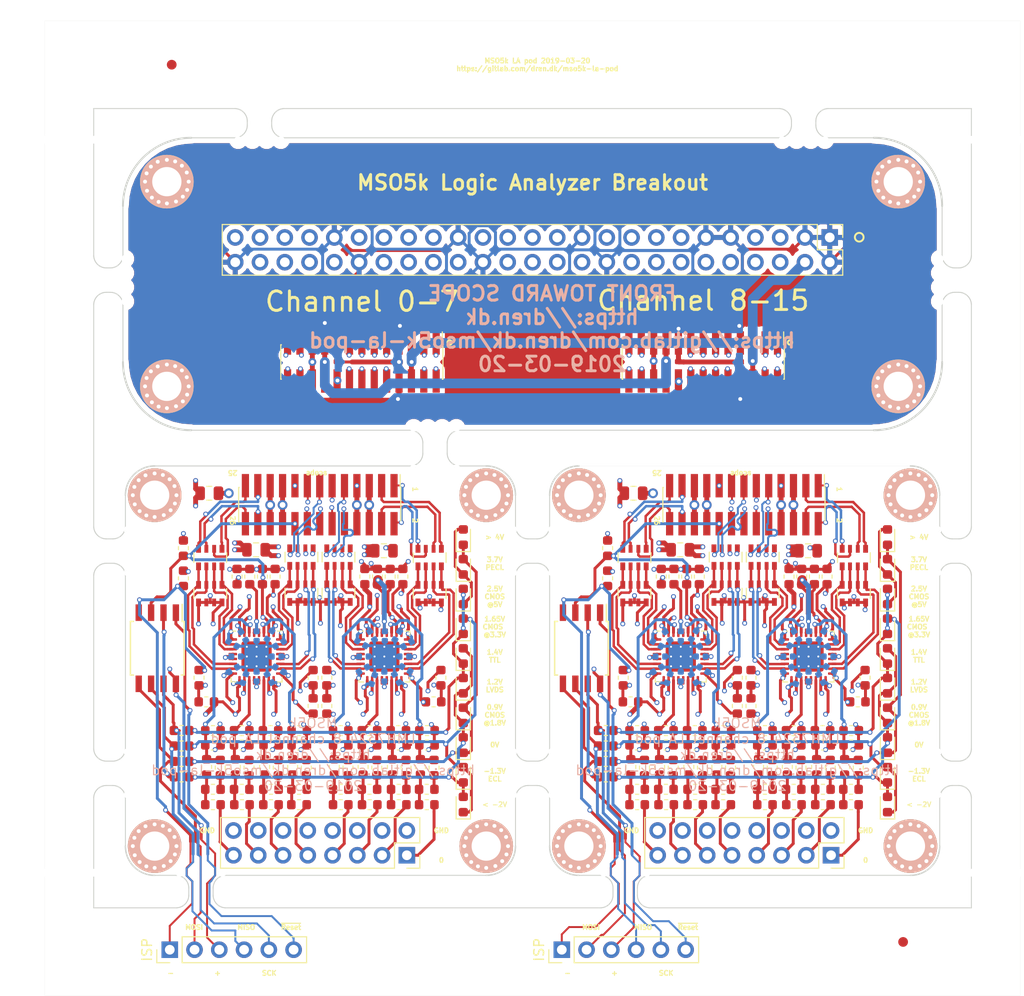
<source format=kicad_pcb>
(kicad_pcb (version 20171130) (host pcbnew 5.0.2-bee76a0~70~ubuntu18.04.1)
  (layers (0 F.Cu signal) (1 2_Ground power) (2 3_Misc mixed) (31 B.Cu signal) (34 B.Paste user) (35 F.Paste user) (36 B.SilkS user) (37 F.SilkS user) (38 B.Mask user) (39 F.Mask user) (44 Edge.Cuts user))
  (net 0 "")
  (net 1 GND)
  (net 2 -2V5)
  (net 3 Vref_8-15)
  (net 4 Vref_0-7)
  (net 5 +2V5)
  (net 6 +4V)
  (net 7 D8-)
  (net 8 D8+)
  (net 9 D9-)
  (net 10 D9+)
  (net 11 D0-)
  (net 12 D0+)
  (net 13 D1-)
  (net 14 D1+)
  (net 15 D10-)
  (net 16 D10+)
  (net 17 D11-)
  (net 18 D11+)
  (net 19 D2-)
  (net 20 D2+)
  (net 21 D3-)
  (net 22 D3+)
  (net 23 D12-)
  (net 24 D12+)
  (net 25 D13-)
  (net 26 D13+)
  (net 27 D4-)
  (net 28 D4+)
  (net 29 D5-)
  (net 30 D5+)
  (net 31 D14-)
  (net 32 D14+)
  (net 33 D15-)
  (net 34 D15+)
  (net 35 D6-)
  (net 36 D6+)
  (net 37 D7-)
  (net 38 D7+)
  (net 39 "Net-(C201-Pad1)")
  (net 40 "Net-(C201-Pad2)")
  (net 41 "Net-(C202-Pad2)")
  (net 42 "Net-(C202-Pad1)")
  (net 43 "Net-(C213-Pad2)")
  (net 44 "Net-(C213-Pad1)")
  (net 45 "Net-(C214-Pad2)")
  (net 46 "Net-(C214-Pad1)")
  (net 47 "Net-(C401-Pad1)")
  (net 48 "Net-(C401-Pad2)")
  (net 49 "Net-(C402-Pad1)")
  (net 50 "Net-(C402-Pad2)")
  (net 51 "Net-(C413-Pad1)")
  (net 52 "Net-(C413-Pad2)")
  (net 53 "Net-(C414-Pad1)")
  (net 54 "Net-(C414-Pad2)")
  (net 55 "/Ch 4-7/A-")
  (net 56 "/Ch 4-7/A+")
  (net 57 "/Ch 4-7/B+")
  (net 58 "/Ch 4-7/B-")
  (net 59 "/Ch 4-7/C-")
  (net 60 "/Ch 4-7/C+")
  (net 61 "/Ch 4-7/D+")
  (net 62 "/Ch 4-7/D-")
  (net 63 "/Ch 0-3/D-")
  (net 64 "/Ch 0-3/D+")
  (net 65 "/Ch 0-3/C+")
  (net 66 "/Ch 0-3/C-")
  (net 67 "/Ch 0-3/B-")
  (net 68 "/Ch 0-3/B+")
  (net 69 "/Ch 0-3/A+")
  (net 70 "/Ch 0-3/A-")
  (net 71 In0)
  (net 72 In1)
  (net 73 In2)
  (net 74 In3)
  (net 75 In4)
  (net 76 In5)
  (net 77 In6)
  (net 78 In7)
  (net 79 "Net-(R201-Pad1)")
  (net 80 "Net-(R202-Pad1)")
  (net 81 "Net-(R209-Pad1)")
  (net 82 "Net-(R210-Pad1)")
  (net 83 "Net-(R401-Pad1)")
  (net 84 "Net-(R402-Pad1)")
  (net 85 "Net-(R409-Pad1)")
  (net 86 "Net-(R410-Pad1)")
  (net 87 Vref)
  (net 88 "Net-(R418-Pad2)")
  (net 89 "Net-(R419-Pad2)")
  (net 90 "Net-(R420-Pad2)")
  (net 91 "Net-(R421-Pad2)")
  (net 92 /LEDs/PB1)
  (net 93 /LEDs/PB0)
  (net 94 /LEDs/PB2)
  (net 95 /LEDs/PB3)
  (net 96 ~Reset)
  (module Connector_PinHeader_2.54mm:PinHeader_1x06_P2.54mm_Vertical (layer F.Cu) (at 85 118.3 90)
    (fp_text reference ISP (at 0 -2.33 90) (layer F.SilkS))
    (fp_text value PinHeader_1x06_P2.54mm_Vertical hide)
    (pad 1 thru_hole rect (at 0 0 90) (size 1.7 1.7) (drill 1) (layers *.Cu *.Mask) (net 2 -2V5))
    (pad 2 thru_hole oval (at 0 2.54 90) (size 1.7 1.7) (drill 1) (layers *.Cu *.Mask) (net 88 "Net-(R418-Pad2)"))
    (pad 3 thru_hole oval (at 0 5.08 90) (size 1.7 1.7) (drill 1) (layers *.Cu *.Mask) (net 5 +2V5))
    (pad 4 thru_hole oval (at 0 7.62 90) (size 1.7 1.7) (drill 1) (layers *.Cu *.Mask) (net 89 "Net-(R419-Pad2)"))
    (pad 5 thru_hole oval (at 0 10.16 90) (size 1.7 1.7) (drill 1) (layers *.Cu *.Mask) (net 90 "Net-(R420-Pad2)"))
    (pad 6 thru_hole oval (at 0 12.7 90) (size 1.7 1.7) (drill 1) (layers *.Cu *.Mask) (net 96 ~Reset))
  )
  (module Connector_PinHeader_2.54mm:PinHeader_2x25_P2.54mm_Vertical (layer F.Cu) (at 112.475 45.225 270)
    (fp_text reference J101 hide)
    (fp_text value scope)
    (pad 1 thru_hole rect (at 0 0 270) (size 1.7 1.7) (drill 1) (layers *.Cu *.Mask) (net 1 GND))
    (pad 2 thru_hole oval (at 2.54 0 270) (size 1.7 1.7) (drill 1) (layers *.Cu *.Mask) (net 1 GND))
    (pad 3 thru_hole oval (at 0 2.54 270) (size 1.7 1.7) (drill 1) (layers *.Cu *.Mask) (net 1 GND))
    (pad 4 thru_hole oval (at 2.54 2.54 270) (size 1.7 1.7) (drill 1) (layers *.Cu *.Mask) (net 2 -2V5))
    (pad 5 thru_hole oval (at 0 5.08 270) (size 1.7 1.7) (drill 1) (layers *.Cu *.Mask) (net 3 Vref_8-15))
    (pad 6 thru_hole oval (at 2.54 5.08 270) (size 1.7 1.7) (drill 1) (layers *.Cu *.Mask) (net 4 Vref_0-7))
    (pad 7 thru_hole oval (at 0 7.62 270) (size 1.7 1.7) (drill 1) (layers *.Cu *.Mask) (net 5 +2V5))
    (pad 8 thru_hole oval (at 2.54 7.62 270) (size 1.7 1.7) (drill 1) (layers *.Cu *.Mask) (net 6 +4V))
    (pad 9 thru_hole oval (at 0 10.16 270) (size 1.7 1.7) (drill 1) (layers *.Cu *.Mask) (net 1 GND))
    (pad 10 thru_hole oval (at 2.54 10.16 270) (size 1.7 1.7) (drill 1) (layers *.Cu *.Mask) (net 6 +4V))
    (pad 11 thru_hole oval (at 0 12.7 270) (size 1.7 1.7) (drill 1) (layers *.Cu *.Mask) (net 1 GND))
    (pad 12 thru_hole oval (at 2.54 12.7 270) (size 1.7 1.7) (drill 1) (layers *.Cu *.Mask) (net 7 D8-))
    (pad 13 thru_hole oval (at 0 15.24 270) (size 1.7 1.7) (drill 1) (layers *.Cu *.Mask) (net 8 D8+))
    (pad 14 thru_hole oval (at 2.54 15.24 270) (size 1.7 1.7) (drill 1) (layers *.Cu *.Mask) (net 9 D9-))
    (pad 15 thru_hole oval (at 0 17.78 270) (size 1.7 1.7) (drill 1) (layers *.Cu *.Mask) (net 10 D9+))
    (pad 16 thru_hole oval (at 2.54 17.78 270) (size 1.7 1.7) (drill 1) (layers *.Cu *.Mask) (net 11 D0-))
    (pad 17 thru_hole oval (at 0 20.32 270) (size 1.7 1.7) (drill 1) (layers *.Cu *.Mask) (net 12 D0+))
    (pad 18 thru_hole oval (at 2.54 20.32 270) (size 1.7 1.7) (drill 1) (layers *.Cu *.Mask) (net 13 D1-))
    (pad 19 thru_hole oval (at 0 22.86 270) (size 1.7 1.7) (drill 1) (layers *.Cu *.Mask) (net 14 D1+))
    (pad 20 thru_hole oval (at 2.54 22.86 270) (size 1.7 1.7) (drill 1) (layers *.Cu *.Mask) (net 1 GND))
    (pad 21 thru_hole oval (at 0 25.4 270) (size 1.7 1.7) (drill 1) (layers *.Cu *.Mask) (net 1 GND))
    (pad 22 thru_hole oval (at 2.54 25.4 270) (size 1.7 1.7) (drill 1) (layers *.Cu *.Mask) (net 15 D10-))
    (pad 23 thru_hole oval (at 0 27.94 270) (size 1.7 1.7) (drill 1) (layers *.Cu *.Mask) (net 16 D10+))
    (pad 24 thru_hole oval (at 2.54 27.94 270) (size 1.7 1.7) (drill 1) (layers *.Cu *.Mask) (net 17 D11-))
    (pad 25 thru_hole oval (at 0 30.48 270) (size 1.7 1.7) (drill 1) (layers *.Cu *.Mask) (net 18 D11+))
    (pad 26 thru_hole oval (at 2.54 30.48 270) (size 1.7 1.7) (drill 1) (layers *.Cu *.Mask) (net 19 D2-))
    (pad 27 thru_hole oval (at 0 33.02 270) (size 1.7 1.7) (drill 1) (layers *.Cu *.Mask) (net 20 D2+))
    (pad 28 thru_hole oval (at 2.54 33.02 270) (size 1.7 1.7) (drill 1) (layers *.Cu *.Mask) (net 21 D3-))
    (pad 29 thru_hole oval (at 0 35.56 270) (size 1.7 1.7) (drill 1) (layers *.Cu *.Mask) (net 22 D3+))
    (pad 30 thru_hole oval (at 2.54 35.56 270) (size 1.7 1.7) (drill 1) (layers *.Cu *.Mask) (net 1 GND))
    (pad 31 thru_hole oval (at 0 38.1 270) (size 1.7 1.7) (drill 1) (layers *.Cu *.Mask) (net 1 GND))
    (pad 32 thru_hole oval (at 2.54 38.1 270) (size 1.7 1.7) (drill 1) (layers *.Cu *.Mask) (net 23 D12-))
    (pad 33 thru_hole oval (at 0 40.64 270) (size 1.7 1.7) (drill 1) (layers *.Cu *.Mask) (net 24 D12+))
    (pad 34 thru_hole oval (at 2.54 40.64 270) (size 1.7 1.7) (drill 1) (layers *.Cu *.Mask) (net 25 D13-))
    (pad 35 thru_hole oval (at 0 43.18 270) (size 1.7 1.7) (drill 1) (layers *.Cu *.Mask) (net 26 D13+))
    (pad 36 thru_hole oval (at 2.54 43.18 270) (size 1.7 1.7) (drill 1) (layers *.Cu *.Mask) (net 27 D4-))
    (pad 37 thru_hole oval (at 0 45.72 270) (size 1.7 1.7) (drill 1) (layers *.Cu *.Mask) (net 28 D4+))
    (pad 38 thru_hole oval (at 2.54 45.72 270) (size 1.7 1.7) (drill 1) (layers *.Cu *.Mask) (net 29 D5-))
    (pad 39 thru_hole oval (at 0 48.26 270) (size 1.7 1.7) (drill 1) (layers *.Cu *.Mask) (net 30 D5+))
    (pad 40 thru_hole oval (at 2.54 48.26 270) (size 1.7 1.7) (drill 1) (layers *.Cu *.Mask) (net 1 GND))
    (pad 41 thru_hole oval (at 0 50.8 270) (size 1.7 1.7) (drill 1) (layers *.Cu *.Mask) (net 1 GND))
    (pad 42 thru_hole oval (at 2.54 50.8 270) (size 1.7 1.7) (drill 1) (layers *.Cu *.Mask) (net 31 D14-))
    (pad 43 thru_hole oval (at 0 53.34 270) (size 1.7 1.7) (drill 1) (layers *.Cu *.Mask) (net 32 D14+))
    (pad 44 thru_hole oval (at 2.54 53.34 270) (size 1.7 1.7) (drill 1) (layers *.Cu *.Mask) (net 33 D15-))
    (pad 45 thru_hole oval (at 0 55.88 270) (size 1.7 1.7) (drill 1) (layers *.Cu *.Mask) (net 34 D15+))
    (pad 46 thru_hole oval (at 2.54 55.88 270) (size 1.7 1.7) (drill 1) (layers *.Cu *.Mask) (net 35 D6-))
    (pad 47 thru_hole oval (at 0 58.42 270) (size 1.7 1.7) (drill 1) (layers *.Cu *.Mask) (net 36 D6+))
    (pad 48 thru_hole oval (at 2.54 58.42 270) (size 1.7 1.7) (drill 1) (layers *.Cu *.Mask) (net 37 D7-))
    (pad 49 thru_hole oval (at 0 60.96 270) (size 1.7 1.7) (drill 1) (layers *.Cu *.Mask) (net 38 D7+))
    (pad 50 thru_hole oval (at 2.54 60.96 270) (size 1.7 1.7) (drill 1) (layers *.Cu *.Mask) (net 1 GND))
  )
  (module Connector_PinHeader_1.27mm:PinHeader_2x13_P1.27mm_Vertical_SMD (layer F.Cu) (at 64.5 58 270)
    (fp_text reference J102 hide)
    (fp_text value pod_0-7)
    (pad 1 smd rect (at -1.95 -7.62 270) (size 2.4 0.74) (layers F.Cu F.Paste F.Mask) (net 11 D0-))
    (pad 2 smd rect (at 1.95 -7.62 270) (size 2.4 0.74) (layers F.Cu F.Paste F.Mask) (net 12 D0+))
    (pad 3 smd rect (at -1.95 -6.35 270) (size 2.4 0.74) (layers F.Cu F.Paste F.Mask) (net 13 D1-))
    (pad 4 smd rect (at 1.95 -6.35 270) (size 2.4 0.74) (layers F.Cu F.Paste F.Mask) (net 14 D1+))
    (pad 5 smd rect (at -1.95 -5.08 270) (size 2.4 0.74) (layers F.Cu F.Paste F.Mask) (net 2 -2V5))
    (pad 6 smd rect (at 1.95 -5.08 270) (size 2.4 0.74) (layers F.Cu F.Paste F.Mask) (net 2 -2V5))
    (pad 7 smd rect (at -1.95 -3.81 270) (size 2.4 0.74) (layers F.Cu F.Paste F.Mask) (net 1 GND))
    (pad 8 smd rect (at 1.95 -3.81 270) (size 2.4 0.74) (layers F.Cu F.Paste F.Mask) (net 1 GND))
    (pad 9 smd rect (at -1.95 -2.54 270) (size 2.4 0.74) (layers F.Cu F.Paste F.Mask) (net 19 D2-))
    (pad 10 smd rect (at 1.95 -2.54 270) (size 2.4 0.74) (layers F.Cu F.Paste F.Mask) (net 20 D2+))
    (pad 11 smd rect (at -1.95 -1.27 270) (size 2.4 0.74) (layers F.Cu F.Paste F.Mask) (net 21 D3-))
    (pad 12 smd rect (at 1.95 -1.27 270) (size 2.4 0.74) (layers F.Cu F.Paste F.Mask) (net 22 D3+))
    (pad 13 smd rect (at -1.95 0 270) (size 2.4 0.74) (layers F.Cu F.Paste F.Mask) (net 27 D4-))
    (pad 14 smd rect (at 1.95 0 270) (size 2.4 0.74) (layers F.Cu F.Paste F.Mask) (net 28 D4+))
    (pad 15 smd rect (at -1.95 1.27 270) (size 2.4 0.74) (layers F.Cu F.Paste F.Mask) (net 29 D5-))
    (pad 16 smd rect (at 1.95 1.27 270) (size 2.4 0.74) (layers F.Cu F.Paste F.Mask) (net 30 D5+))
    (pad 17 smd rect (at -1.95 2.54 270) (size 2.4 0.74) (layers F.Cu F.Paste F.Mask) (net 1 GND))
    (pad 18 smd rect (at 1.95 2.54 270) (size 2.4 0.74) (layers F.Cu F.Paste F.Mask) (net 4 Vref_0-7))
    (pad 19 smd rect (at -1.95 3.81 270) (size 2.4 0.74) (layers F.Cu F.Paste F.Mask) (net 5 +2V5))
    (pad 20 smd rect (at 1.95 3.81 270) (size 2.4 0.74) (layers F.Cu F.Paste F.Mask) (net 5 +2V5))
    (pad 21 smd rect (at -1.95 5.08 270) (size 2.4 0.74) (layers F.Cu F.Paste F.Mask) (net 6 +4V))
    (pad 22 smd rect (at 1.95 5.08 270) (size 2.4 0.74) (layers F.Cu F.Paste F.Mask) (net 6 +4V))
    (pad 23 smd rect (at -1.95 6.35 270) (size 2.4 0.74) (layers F.Cu F.Paste F.Mask) (net 35 D6-))
    (pad 24 smd rect (at 1.95 6.35 270) (size 2.4 0.74) (layers F.Cu F.Paste F.Mask) (net 36 D6+))
    (pad 25 smd rect (at -1.95 7.62 270) (size 2.4 0.74) (layers F.Cu F.Paste F.Mask) (net 37 D7-))
    (pad 26 smd rect (at 1.95 7.62 270) (size 2.4 0.74) (layers F.Cu F.Paste F.Mask) (net 38 D7+))
  )
  (module Connector_PinHeader_1.27mm:PinHeader_2x13_P1.27mm_Vertical_SMD (layer F.Cu) (at 99.5 58 270)
    (fp_text reference J103 hide)
    (fp_text value pod_8-15)
    (pad 26 smd rect (at 1.95 7.62 270) (size 2.4 0.74) (layers F.Cu F.Paste F.Mask) (net 34 D15+))
    (pad 25 smd rect (at -1.95 7.62 270) (size 2.4 0.74) (layers F.Cu F.Paste F.Mask) (net 33 D15-))
    (pad 24 smd rect (at 1.95 6.35 270) (size 2.4 0.74) (layers F.Cu F.Paste F.Mask) (net 32 D14+))
    (pad 23 smd rect (at -1.95 6.35 270) (size 2.4 0.74) (layers F.Cu F.Paste F.Mask) (net 31 D14-))
    (pad 22 smd rect (at 1.95 5.08 270) (size 2.4 0.74) (layers F.Cu F.Paste F.Mask) (net 6 +4V))
    (pad 21 smd rect (at -1.95 5.08 270) (size 2.4 0.74) (layers F.Cu F.Paste F.Mask) (net 6 +4V))
    (pad 20 smd rect (at 1.95 3.81 270) (size 2.4 0.74) (layers F.Cu F.Paste F.Mask) (net 5 +2V5))
    (pad 19 smd rect (at -1.95 3.81 270) (size 2.4 0.74) (layers F.Cu F.Paste F.Mask) (net 5 +2V5))
    (pad 18 smd rect (at 1.95 2.54 270) (size 2.4 0.74) (layers F.Cu F.Paste F.Mask) (net 3 Vref_8-15))
    (pad 17 smd rect (at -1.95 2.54 270) (size 2.4 0.74) (layers F.Cu F.Paste F.Mask) (net 1 GND))
    (pad 16 smd rect (at 1.95 1.27 270) (size 2.4 0.74) (layers F.Cu F.Paste F.Mask) (net 26 D13+))
    (pad 15 smd rect (at -1.95 1.27 270) (size 2.4 0.74) (layers F.Cu F.Paste F.Mask) (net 25 D13-))
    (pad 14 smd rect (at 1.95 0 270) (size 2.4 0.74) (layers F.Cu F.Paste F.Mask) (net 24 D12+))
    (pad 13 smd rect (at -1.95 0 270) (size 2.4 0.74) (layers F.Cu F.Paste F.Mask) (net 23 D12-))
    (pad 12 smd rect (at 1.95 -1.27 270) (size 2.4 0.74) (layers F.Cu F.Paste F.Mask) (net 18 D11+))
    (pad 11 smd rect (at -1.95 -1.27 270) (size 2.4 0.74) (layers F.Cu F.Paste F.Mask) (net 17 D11-))
    (pad 10 smd rect (at 1.95 -2.54 270) (size 2.4 0.74) (layers F.Cu F.Paste F.Mask) (net 16 D10+))
    (pad 9 smd rect (at -1.95 -2.54 270) (size 2.4 0.74) (layers F.Cu F.Paste F.Mask) (net 15 D10-))
    (pad 8 smd rect (at 1.95 -3.81 270) (size 2.4 0.74) (layers F.Cu F.Paste F.Mask) (net 1 GND))
    (pad 7 smd rect (at -1.95 -3.81 270) (size 2.4 0.74) (layers F.Cu F.Paste F.Mask) (net 1 GND))
    (pad 6 smd rect (at 1.95 -5.08 270) (size 2.4 0.74) (layers F.Cu F.Paste F.Mask) (net 2 -2V5))
    (pad 5 smd rect (at -1.95 -5.08 270) (size 2.4 0.74) (layers F.Cu F.Paste F.Mask) (net 2 -2V5))
    (pad 4 smd rect (at 1.95 -6.35 270) (size 2.4 0.74) (layers F.Cu F.Paste F.Mask) (net 10 D9+))
    (pad 3 smd rect (at -1.95 -6.35 270) (size 2.4 0.74) (layers F.Cu F.Paste F.Mask) (net 9 D9-))
    (pad 2 smd rect (at 1.95 -7.62 270) (size 2.4 0.74) (layers F.Cu F.Paste F.Mask) (net 8 D8+))
    (pad 1 smd rect (at -1.95 -7.62 270) (size 2.4 0.74) (layers F.Cu F.Paste F.Mask) (net 7 D8-))
  )
  (module projectdir:3mm (layer F.Cu) (at 44.5 39.5)
    (fp_text reference J104 hide)
    (fp_text value "3mm hole" hide)
    (pad 1 thru_hole circle (at 0 0 90) (size 5.5 5.5) (drill 3) (layers *.Cu *.SilkS *.Mask) (net 1 GND))
    (pad 1 thru_hole circle (at 2.24 0 90) (size 0.5 0.5) (drill 0.4) (layers *.Cu *.SilkS *.Mask) (net 1 GND))
    (pad 1 thru_hole circle (at 0.94 2.04 90) (size 0.5 0.5) (drill 0.4) (layers *.Cu *.SilkS *.Mask) (net 1 GND))
    (pad 1 thru_hole circle (at 2.08 0.85 90) (size 0.5 0.5) (drill 0.4) (layers *.Cu *.SilkS *.Mask) (net 1 GND))
    (pad 1 thru_hole circle (at 1.64 1.54 90) (size 0.5 0.5) (drill 0.4) (layers *.Cu *.SilkS *.Mask) (net 1 GND))
    (pad 1 thru_hole circle (at 0.002796 -2.23518 180) (size 0.5 0.5) (drill 0.4) (layers *.Cu *.SilkS *.Mask) (net 1 GND))
    (pad 1 thru_hole circle (at 0.852796 -2.07518 180) (size 0.5 0.5) (drill 0.4) (layers *.Cu *.SilkS *.Mask) (net 1 GND))
    (pad 1 thru_hole circle (at 1.542796 -1.63518 180) (size 0.5 0.5) (drill 0.4) (layers *.Cu *.SilkS *.Mask) (net 1 GND))
    (pad 1 thru_hole circle (at 2.042796 -0.93518 180) (size 0.5 0.5) (drill 0.4) (layers *.Cu *.SilkS *.Mask) (net 1 GND))
    (pad 1 thru_hole circle (at -2.23518 -0.002796 270) (size 0.5 0.5) (drill 0.4) (layers *.Cu *.SilkS *.Mask) (net 1 GND))
    (pad 1 thru_hole circle (at -2.07518 -0.852796 270) (size 0.5 0.5) (drill 0.4) (layers *.Cu *.SilkS *.Mask) (net 1 GND))
    (pad 1 thru_hole circle (at -1.63518 -1.542796 270) (size 0.5 0.5) (drill 0.4) (layers *.Cu *.SilkS *.Mask) (net 1 GND))
    (pad 1 thru_hole circle (at -0.93518 -2.042796 270) (size 0.5 0.5) (drill 0.4) (layers *.Cu *.SilkS *.Mask) (net 1 GND))
    (pad 1 thru_hole circle (at 0.007204 2.23518) (size 0.5 0.5) (drill 0.4) (layers *.Cu *.SilkS *.Mask) (net 1 GND))
    (pad 1 thru_hole circle (at -0.842796 2.07518) (size 0.5 0.5) (drill 0.4) (layers *.Cu *.SilkS *.Mask) (net 1 GND))
    (pad 1 thru_hole circle (at -1.532796 1.63518) (size 0.5 0.5) (drill 0.4) (layers *.Cu *.SilkS *.Mask) (net 1 GND))
    (pad 1 thru_hole circle (at -2.032796 0.93518) (size 0.5 0.5) (drill 0.4) (layers *.Cu *.SilkS *.Mask) (net 1 GND))
  )
  (module projectdir:3mm (layer F.Cu) (at 44.5 60.5)
    (fp_text reference J105 hide)
    (fp_text value "3mm hole" hide)
    (pad 1 thru_hole circle (at -2.032796 0.93518) (size 0.5 0.5) (drill 0.4) (layers *.Cu *.SilkS *.Mask) (net 1 GND))
    (pad 1 thru_hole circle (at -1.532796 1.63518) (size 0.5 0.5) (drill 0.4) (layers *.Cu *.SilkS *.Mask) (net 1 GND))
    (pad 1 thru_hole circle (at -0.842796 2.07518) (size 0.5 0.5) (drill 0.4) (layers *.Cu *.SilkS *.Mask) (net 1 GND))
    (pad 1 thru_hole circle (at 0.007204 2.23518) (size 0.5 0.5) (drill 0.4) (layers *.Cu *.SilkS *.Mask) (net 1 GND))
    (pad 1 thru_hole circle (at -0.93518 -2.042796 270) (size 0.5 0.5) (drill 0.4) (layers *.Cu *.SilkS *.Mask) (net 1 GND))
    (pad 1 thru_hole circle (at -1.63518 -1.542796 270) (size 0.5 0.5) (drill 0.4) (layers *.Cu *.SilkS *.Mask) (net 1 GND))
    (pad 1 thru_hole circle (at -2.07518 -0.852796 270) (size 0.5 0.5) (drill 0.4) (layers *.Cu *.SilkS *.Mask) (net 1 GND))
    (pad 1 thru_hole circle (at -2.23518 -0.002796 270) (size 0.5 0.5) (drill 0.4) (layers *.Cu *.SilkS *.Mask) (net 1 GND))
    (pad 1 thru_hole circle (at 2.042796 -0.93518 180) (size 0.5 0.5) (drill 0.4) (layers *.Cu *.SilkS *.Mask) (net 1 GND))
    (pad 1 thru_hole circle (at 1.542796 -1.63518 180) (size 0.5 0.5) (drill 0.4) (layers *.Cu *.SilkS *.Mask) (net 1 GND))
    (pad 1 thru_hole circle (at 0.852796 -2.07518 180) (size 0.5 0.5) (drill 0.4) (layers *.Cu *.SilkS *.Mask) (net 1 GND))
    (pad 1 thru_hole circle (at 0.002796 -2.23518 180) (size 0.5 0.5) (drill 0.4) (layers *.Cu *.SilkS *.Mask) (net 1 GND))
    (pad 1 thru_hole circle (at 1.64 1.54 90) (size 0.5 0.5) (drill 0.4) (layers *.Cu *.SilkS *.Mask) (net 1 GND))
    (pad 1 thru_hole circle (at 2.08 0.85 90) (size 0.5 0.5) (drill 0.4) (layers *.Cu *.SilkS *.Mask) (net 1 GND))
    (pad 1 thru_hole circle (at 0.94 2.04 90) (size 0.5 0.5) (drill 0.4) (layers *.Cu *.SilkS *.Mask) (net 1 GND))
    (pad 1 thru_hole circle (at 2.24 0 90) (size 0.5 0.5) (drill 0.4) (layers *.Cu *.SilkS *.Mask) (net 1 GND))
    (pad 1 thru_hole circle (at 0 0 90) (size 5.5 5.5) (drill 3) (layers *.Cu *.SilkS *.Mask) (net 1 GND))
  )
  (module projectdir:3mm (layer F.Cu) (at 119.5 39.5)
    (fp_text reference J106 hide)
    (fp_text value "3mm hole" hide)
    (pad 1 thru_hole circle (at 0 0 90) (size 5.5 5.5) (drill 3) (layers *.Cu *.SilkS *.Mask) (net 1 GND))
    (pad 1 thru_hole circle (at 2.24 0 90) (size 0.5 0.5) (drill 0.4) (layers *.Cu *.SilkS *.Mask) (net 1 GND))
    (pad 1 thru_hole circle (at 0.94 2.04 90) (size 0.5 0.5) (drill 0.4) (layers *.Cu *.SilkS *.Mask) (net 1 GND))
    (pad 1 thru_hole circle (at 2.08 0.85 90) (size 0.5 0.5) (drill 0.4) (layers *.Cu *.SilkS *.Mask) (net 1 GND))
    (pad 1 thru_hole circle (at 1.64 1.54 90) (size 0.5 0.5) (drill 0.4) (layers *.Cu *.SilkS *.Mask) (net 1 GND))
    (pad 1 thru_hole circle (at 0.002796 -2.23518 180) (size 0.5 0.5) (drill 0.4) (layers *.Cu *.SilkS *.Mask) (net 1 GND))
    (pad 1 thru_hole circle (at 0.852796 -2.07518 180) (size 0.5 0.5) (drill 0.4) (layers *.Cu *.SilkS *.Mask) (net 1 GND))
    (pad 1 thru_hole circle (at 1.542796 -1.63518 180) (size 0.5 0.5) (drill 0.4) (layers *.Cu *.SilkS *.Mask) (net 1 GND))
    (pad 1 thru_hole circle (at 2.042796 -0.93518 180) (size 0.5 0.5) (drill 0.4) (layers *.Cu *.SilkS *.Mask) (net 1 GND))
    (pad 1 thru_hole circle (at -2.23518 -0.002796 270) (size 0.5 0.5) (drill 0.4) (layers *.Cu *.SilkS *.Mask) (net 1 GND))
    (pad 1 thru_hole circle (at -2.07518 -0.852796 270) (size 0.5 0.5) (drill 0.4) (layers *.Cu *.SilkS *.Mask) (net 1 GND))
    (pad 1 thru_hole circle (at -1.63518 -1.542796 270) (size 0.5 0.5) (drill 0.4) (layers *.Cu *.SilkS *.Mask) (net 1 GND))
    (pad 1 thru_hole circle (at -0.93518 -2.042796 270) (size 0.5 0.5) (drill 0.4) (layers *.Cu *.SilkS *.Mask) (net 1 GND))
    (pad 1 thru_hole circle (at 0.007204 2.23518) (size 0.5 0.5) (drill 0.4) (layers *.Cu *.SilkS *.Mask) (net 1 GND))
    (pad 1 thru_hole circle (at -0.842796 2.07518) (size 0.5 0.5) (drill 0.4) (layers *.Cu *.SilkS *.Mask) (net 1 GND))
    (pad 1 thru_hole circle (at -1.532796 1.63518) (size 0.5 0.5) (drill 0.4) (layers *.Cu *.SilkS *.Mask) (net 1 GND))
    (pad 1 thru_hole circle (at -2.032796 0.93518) (size 0.5 0.5) (drill 0.4) (layers *.Cu *.SilkS *.Mask) (net 1 GND))
  )
  (module projectdir:3mm (layer F.Cu) (at 119.5 60.5)
    (fp_text reference J107 hide)
    (fp_text value "3mm hole" hide)
    (pad 1 thru_hole circle (at -2.032796 0.93518) (size 0.5 0.5) (drill 0.4) (layers *.Cu *.SilkS *.Mask) (net 1 GND))
    (pad 1 thru_hole circle (at -1.532796 1.63518) (size 0.5 0.5) (drill 0.4) (layers *.Cu *.SilkS *.Mask) (net 1 GND))
    (pad 1 thru_hole circle (at -0.842796 2.07518) (size 0.5 0.5) (drill 0.4) (layers *.Cu *.SilkS *.Mask) (net 1 GND))
    (pad 1 thru_hole circle (at 0.007204 2.23518) (size 0.5 0.5) (drill 0.4) (layers *.Cu *.SilkS *.Mask) (net 1 GND))
    (pad 1 thru_hole circle (at -0.93518 -2.042796 270) (size 0.5 0.5) (drill 0.4) (layers *.Cu *.SilkS *.Mask) (net 1 GND))
    (pad 1 thru_hole circle (at -1.63518 -1.542796 270) (size 0.5 0.5) (drill 0.4) (layers *.Cu *.SilkS *.Mask) (net 1 GND))
    (pad 1 thru_hole circle (at -2.07518 -0.852796 270) (size 0.5 0.5) (drill 0.4) (layers *.Cu *.SilkS *.Mask) (net 1 GND))
    (pad 1 thru_hole circle (at -2.23518 -0.002796 270) (size 0.5 0.5) (drill 0.4) (layers *.Cu *.SilkS *.Mask) (net 1 GND))
    (pad 1 thru_hole circle (at 2.042796 -0.93518 180) (size 0.5 0.5) (drill 0.4) (layers *.Cu *.SilkS *.Mask) (net 1 GND))
    (pad 1 thru_hole circle (at 1.542796 -1.63518 180) (size 0.5 0.5) (drill 0.4) (layers *.Cu *.SilkS *.Mask) (net 1 GND))
    (pad 1 thru_hole circle (at 0.852796 -2.07518 180) (size 0.5 0.5) (drill 0.4) (layers *.Cu *.SilkS *.Mask) (net 1 GND))
    (pad 1 thru_hole circle (at 0.002796 -2.23518 180) (size 0.5 0.5) (drill 0.4) (layers *.Cu *.SilkS *.Mask) (net 1 GND))
    (pad 1 thru_hole circle (at 1.64 1.54 90) (size 0.5 0.5) (drill 0.4) (layers *.Cu *.SilkS *.Mask) (net 1 GND))
    (pad 1 thru_hole circle (at 2.08 0.85 90) (size 0.5 0.5) (drill 0.4) (layers *.Cu *.SilkS *.Mask) (net 1 GND))
    (pad 1 thru_hole circle (at 0.94 2.04 90) (size 0.5 0.5) (drill 0.4) (layers *.Cu *.SilkS *.Mask) (net 1 GND))
    (pad 1 thru_hole circle (at 2.24 0 90) (size 0.5 0.5) (drill 0.4) (layers *.Cu *.SilkS *.Mask) (net 1 GND))
    (pad 1 thru_hole circle (at 0 0 90) (size 5.5 5.5) (drill 3) (layers *.Cu *.SilkS *.Mask) (net 1 GND))
  )
  (module Capacitor_SMD:C_0603_1608Metric (layer F.Cu) (at 46.2 77.1 90)
    (fp_text reference C104 hide)
    (fp_text value 100n hide)
    (pad 1 smd roundrect (at -0.7875 0 90) (size 0.875 0.95) (layers F.Cu F.Paste F.Mask) (net 87 Vref))
    (pad 2 smd roundrect (at 0.7875 0 90) (size 0.875 0.95) (layers F.Cu F.Paste F.Mask) (net 1 GND))
  )
  (module Package_DFN_QFN:QFN-32-1EP_5x5mm_P0.5mm_EP3.1x3.1mm_ThermalVias (layer F.Cu) (at 66.802371 88.218509)
    (fp_text reference IC401 hide)
    (fp_text value lmh7324 hide)
    (pad 32 smd roundrect (at -1.75 -2.4375) (size 0.25 0.875) (layers F.Cu F.Paste F.Mask) (net 6 +4V))
    (pad 31 smd roundrect (at -1.25 -2.4375) (size 0.25 0.875) (layers F.Cu F.Paste F.Mask) (net 87 Vref))
    (pad 30 smd roundrect (at -0.75 -2.4375) (size 0.25 0.875) (layers F.Cu F.Paste F.Mask) (net 53 "Net-(C414-Pad1)"))
    (pad 29 smd roundrect (at -0.25 -2.4375) (size 0.25 0.875) (layers F.Cu F.Paste F.Mask) (net 2 -2V5))
    (pad 28 smd roundrect (at 0.25 -2.4375) (size 0.25 0.875) (layers F.Cu F.Paste F.Mask) (net 2 -2V5))
    (pad 27 smd roundrect (at 0.75 -2.4375) (size 0.25 0.875) (layers F.Cu F.Paste F.Mask) (net 47 "Net-(C401-Pad1)"))
    (pad 26 smd roundrect (at 1.25 -2.4375) (size 0.25 0.875) (layers F.Cu F.Paste F.Mask) (net 87 Vref))
    (pad 25 smd roundrect (at 1.75 -2.4375) (size 0.25 0.875) (layers F.Cu F.Paste F.Mask) (net 6 +4V))
    (pad 24 smd roundrect (at 2.4375 -1.75) (size 0.875 0.25) (layers F.Cu F.Paste F.Mask) (net 5 +2V5))
    (pad 23 smd roundrect (at 2.4375 -1.25) (size 0.875 0.25) (layers F.Cu F.Paste F.Mask) (net 70 "/Ch 0-3/A-"))
    (pad 22 smd roundrect (at 2.4375 -0.75) (size 0.875 0.25) (layers F.Cu F.Paste F.Mask) (net 69 "/Ch 0-3/A+"))
    (pad 21 smd roundrect (at 2.4375 -0.25) (size 0.875 0.25) (layers F.Cu F.Paste F.Mask) (net 2 -2V5))
    (pad 20 smd roundrect (at 2.4375 0.25) (size 0.875 0.25) (layers F.Cu F.Paste F.Mask) (net 2 -2V5))
    (pad 19 smd roundrect (at 2.4375 0.75) (size 0.875 0.25) (layers F.Cu F.Paste F.Mask) (net 68 "/Ch 0-3/B+"))
    (pad 18 smd roundrect (at 2.4375 1.25) (size 0.875 0.25) (layers F.Cu F.Paste F.Mask) (net 67 "/Ch 0-3/B-"))
    (pad 17 smd roundrect (at 2.4375 1.75) (size 0.875 0.25) (layers F.Cu F.Paste F.Mask) (net 5 +2V5))
    (pad 16 smd roundrect (at 1.75 2.4375) (size 0.25 0.875) (layers F.Cu F.Paste F.Mask) (net 6 +4V))
    (pad 15 smd roundrect (at 1.25 2.4375) (size 0.25 0.875) (layers F.Cu F.Paste F.Mask) (net 87 Vref))
    (pad 14 smd roundrect (at 0.75 2.4375) (size 0.25 0.875) (layers F.Cu F.Paste F.Mask) (net 49 "Net-(C402-Pad1)"))
    (pad 13 smd roundrect (at 0.25 2.4375) (size 0.25 0.875) (layers F.Cu F.Paste F.Mask) (net 2 -2V5))
    (pad 12 smd roundrect (at -0.25 2.4375) (size 0.25 0.875) (layers F.Cu F.Paste F.Mask) (net 2 -2V5))
    (pad 11 smd roundrect (at -0.75 2.4375) (size 0.25 0.875) (layers F.Cu F.Paste F.Mask) (net 51 "Net-(C413-Pad1)"))
    (pad 10 smd roundrect (at -1.25 2.4375) (size 0.25 0.875) (layers F.Cu F.Paste F.Mask) (net 87 Vref))
    (pad 9 smd roundrect (at -1.75 2.4375) (size 0.25 0.875) (layers F.Cu F.Paste F.Mask) (net 6 +4V))
    (pad 8 smd roundrect (at -2.4375 1.75) (size 0.875 0.25) (layers F.Cu F.Paste F.Mask) (net 5 +2V5))
    (pad 7 smd roundrect (at -2.4375 1.25) (size 0.875 0.25) (layers F.Cu F.Paste F.Mask) (net 66 "/Ch 0-3/C-"))
    (pad 6 smd roundrect (at -2.4375 0.75) (size 0.875 0.25) (layers F.Cu F.Paste F.Mask) (net 65 "/Ch 0-3/C+"))
    (pad 5 smd roundrect (at -2.4375 0.25) (size 0.875 0.25) (layers F.Cu F.Paste F.Mask) (net 2 -2V5))
    (pad 4 smd roundrect (at -2.4375 -0.25) (size 0.875 0.25) (layers F.Cu F.Paste F.Mask) (net 2 -2V5))
    (pad 3 smd roundrect (at -2.4375 -0.75) (size 0.875 0.25) (layers F.Cu F.Paste F.Mask) (net 64 "/Ch 0-3/D+"))
    (pad 2 smd roundrect (at -2.4375 -1.25) (size 0.875 0.25) (layers F.Cu F.Paste F.Mask) (net 63 "/Ch 0-3/D-"))
    (pad 1 smd roundrect (at -2.4375 -1.75) (size 0.875 0.25) (layers F.Cu F.Paste F.Mask) (net 5 +2V5))
    (pad 33 smd roundrect (at 0 0) (size 2.5 2.5) (layers B.Cu) (roundrect_rratio 0.1) (net 1 GND))
    (pad 33 thru_hole circle (at 1 1) (size 0.5 0.5) (drill 0.2) (layers *.Cu) (net 1 GND))
    (pad 33 thru_hole circle (at 0 1) (size 0.5 0.5) (drill 0.2) (layers *.Cu) (net 1 GND))
    (pad 33 thru_hole circle (at -1 1) (size 0.5 0.5) (drill 0.2) (layers *.Cu) (net 1 GND))
    (pad 33 thru_hole circle (at 1 0) (size 0.5 0.5) (drill 0.2) (layers *.Cu) (net 1 GND))
    (pad 33 thru_hole circle (at 0 0) (size 0.5 0.5) (drill 0.2) (layers *.Cu) (net 1 GND))
    (pad 33 thru_hole circle (at -1 0) (size 0.5 0.5) (drill 0.2) (layers *.Cu) (net 1 GND))
    (pad 33 thru_hole circle (at 1 -1) (size 0.5 0.5) (drill 0.2) (layers *.Cu) (net 1 GND))
    (pad 33 thru_hole circle (at 0 -1) (size 0.5 0.5) (drill 0.2) (layers *.Cu) (net 1 GND))
    (pad 33 thru_hole circle (at -1 -1) (size 0.5 0.5) (drill 0.2) (layers *.Cu) (net 1 GND))
    (pad 33 smd roundrect (at 0 0) (size 3.1 3.1) (layers F.Cu F.Mask) (roundrect_rratio 0.08064499999999999) (net 1 GND))
  )
  (module Resistor_SMD:R_Array_Convex_4x0603 (layer F.Cu) (at 62.102371 81.718509 90)
    (fp_text reference RN403 hide)
    (fp_text value 200 hide)
    (pad 5 smd rect (at 0.9 1.2 90) (size 0.8 0.5) (layers F.Cu F.Paste F.Mask) (net 63 "/Ch 0-3/D-"))
    (pad 6 smd rect (at 0.9 0.4 90) (size 0.8 0.4) (layers F.Cu F.Paste F.Mask) (net 64 "/Ch 0-3/D+"))
    (pad 8 smd rect (at 0.9 -1.2 90) (size 0.8 0.5) (layers F.Cu F.Paste F.Mask) (net 66 "/Ch 0-3/C-"))
    (pad 7 smd rect (at 0.9 -0.4 90) (size 0.8 0.4) (layers F.Cu F.Paste F.Mask) (net 65 "/Ch 0-3/C+"))
    (pad 4 smd rect (at -0.9 1.2 90) (size 0.8 0.5) (layers F.Cu F.Paste F.Mask) (net 1 GND))
    (pad 2 smd rect (at -0.9 -0.4 90) (size 0.8 0.4) (layers F.Cu F.Paste F.Mask) (net 1 GND))
    (pad 3 smd rect (at -0.9 0.4 90) (size 0.8 0.4) (layers F.Cu F.Paste F.Mask) (net 1 GND))
    (pad 1 smd rect (at -0.9 -1.2 90) (size 0.8 0.5) (layers F.Cu F.Paste F.Mask) (net 1 GND))
  )
  (module Connector_PinHeader_1.27mm:PinHeader_2x13_P1.27mm_Vertical_SMD (layer F.Cu) (at 60.177371 72.643509 270)
    (fp_text reference J101 hide)
    (fp_text value out)
    (pad 1 smd rect (at -1.95 -7.62 270) (size 2.4 0.74) (layers F.Cu F.Paste F.Mask) (net 11 D0-))
    (pad 2 smd rect (at 1.95 -7.62 270) (size 2.4 0.74) (layers F.Cu F.Paste F.Mask) (net 12 D0+))
    (pad 3 smd rect (at -1.95 -6.35 270) (size 2.4 0.74) (layers F.Cu F.Paste F.Mask) (net 13 D1-))
    (pad 4 smd rect (at 1.95 -6.35 270) (size 2.4 0.74) (layers F.Cu F.Paste F.Mask) (net 14 D1+))
    (pad 5 smd rect (at -1.95 -5.08 270) (size 2.4 0.74) (layers F.Cu F.Paste F.Mask) (net 2 -2V5))
    (pad 6 smd rect (at 1.95 -5.08 270) (size 2.4 0.74) (layers F.Cu F.Paste F.Mask) (net 2 -2V5))
    (pad 7 smd rect (at -1.95 -3.81 270) (size 2.4 0.74) (layers F.Cu F.Paste F.Mask) (net 1 GND))
    (pad 8 smd rect (at 1.95 -3.81 270) (size 2.4 0.74) (layers F.Cu F.Paste F.Mask) (net 1 GND))
    (pad 9 smd rect (at -1.95 -2.54 270) (size 2.4 0.74) (layers F.Cu F.Paste F.Mask) (net 19 D2-))
    (pad 10 smd rect (at 1.95 -2.54 270) (size 2.4 0.74) (layers F.Cu F.Paste F.Mask) (net 20 D2+))
    (pad 11 smd rect (at -1.95 -1.27 270) (size 2.4 0.74) (layers F.Cu F.Paste F.Mask) (net 21 D3-))
    (pad 12 smd rect (at 1.95 -1.27 270) (size 2.4 0.74) (layers F.Cu F.Paste F.Mask) (net 22 D3+))
    (pad 13 smd rect (at -1.95 0 270) (size 2.4 0.74) (layers F.Cu F.Paste F.Mask) (net 27 D4-))
    (pad 14 smd rect (at 1.95 0 270) (size 2.4 0.74) (layers F.Cu F.Paste F.Mask) (net 28 D4+))
    (pad 15 smd rect (at -1.95 1.27 270) (size 2.4 0.74) (layers F.Cu F.Paste F.Mask) (net 29 D5-))
    (pad 16 smd rect (at 1.95 1.27 270) (size 2.4 0.74) (layers F.Cu F.Paste F.Mask) (net 30 D5+))
    (pad 17 smd rect (at -1.95 2.54 270) (size 2.4 0.74) (layers F.Cu F.Paste F.Mask) (net 1 GND))
    (pad 18 smd rect (at 1.95 2.54 270) (size 2.4 0.74) (layers F.Cu F.Paste F.Mask) (net 87 Vref))
    (pad 19 smd rect (at -1.95 3.81 270) (size 2.4 0.74) (layers F.Cu F.Paste F.Mask) (net 5 +2V5))
    (pad 20 smd rect (at 1.95 3.81 270) (size 2.4 0.74) (layers F.Cu F.Paste F.Mask) (net 5 +2V5))
    (pad 21 smd rect (at -1.95 5.08 270) (size 2.4 0.74) (layers F.Cu F.Paste F.Mask) (net 6 +4V))
    (pad 22 smd rect (at 1.95 5.08 270) (size 2.4 0.74) (layers F.Cu F.Paste F.Mask) (net 6 +4V))
    (pad 23 smd rect (at -1.95 6.35 270) (size 2.4 0.74) (layers F.Cu F.Paste F.Mask) (net 35 D6-))
    (pad 24 smd rect (at 1.95 6.35 270) (size 2.4 0.74) (layers F.Cu F.Paste F.Mask) (net 36 D6+))
    (pad 25 smd rect (at -1.95 7.62 270) (size 2.4 0.74) (layers F.Cu F.Paste F.Mask) (net 37 D7-))
    (pad 26 smd rect (at 1.95 7.62 270) (size 2.4 0.74) (layers F.Cu F.Paste F.Mask) (net 38 D7+))
  )
  (module Package_SO:SOIJ-8_5.3x5.3mm_P1.27mm (layer F.Cu) (at 43.522371 87.368509 270)
    (fp_text reference U401 hide)
    (fp_text value ATtiny85-20SU hide)
    (pad 1 smd rect (at -3.65 -1.905 270) (size 1.7 0.65) (layers F.Cu F.Paste F.Mask) (net 96 ~Reset))
    (pad 2 smd rect (at -3.65 -0.635 270) (size 1.7 0.65) (layers F.Cu F.Paste F.Mask) (net 91 "Net-(R421-Pad2)"))
    (pad 3 smd rect (at -3.65 0.635 270) (size 1.7 0.65) (layers F.Cu F.Paste F.Mask) (net 87 Vref))
    (pad 4 smd rect (at -3.65 1.905 270) (size 1.7 0.65) (layers F.Cu F.Paste F.Mask) (net 2 -2V5))
    (pad 5 smd rect (at 3.65 1.905 270) (size 1.7 0.65) (layers F.Cu F.Paste F.Mask) (net 88 "Net-(R418-Pad2)"))
    (pad 6 smd rect (at 3.65 0.635 270) (size 1.7 0.65) (layers F.Cu F.Paste F.Mask) (net 89 "Net-(R419-Pad2)"))
    (pad 7 smd rect (at 3.65 -0.635 270) (size 1.7 0.65) (layers F.Cu F.Paste F.Mask) (net 90 "Net-(R420-Pad2)"))
    (pad 8 smd rect (at 3.65 -1.905 270) (size 1.7 0.65) (layers F.Cu F.Paste F.Mask) (net 5 +2V5))
  )
  (module Package_DFN_QFN:QFN-32-1EP_5x5mm_P0.5mm_EP3.1x3.1mm_ThermalVias (layer F.Cu) (at 53.702371 88.218509)
    (fp_text reference IC201 hide)
    (fp_text value lmh7324 hide)
    (pad 33 smd roundrect (at 0 0) (size 3.1 3.1) (layers F.Cu F.Mask) (roundrect_rratio 0.08064499999999999) (net 1 GND))
    (pad 33 thru_hole circle (at -1 -1) (size 0.5 0.5) (drill 0.2) (layers *.Cu) (net 1 GND))
    (pad 33 thru_hole circle (at 0 -1) (size 0.5 0.5) (drill 0.2) (layers *.Cu) (net 1 GND))
    (pad 33 thru_hole circle (at 1 -1) (size 0.5 0.5) (drill 0.2) (layers *.Cu) (net 1 GND))
    (pad 33 thru_hole circle (at -1 0) (size 0.5 0.5) (drill 0.2) (layers *.Cu) (net 1 GND))
    (pad 33 thru_hole circle (at 0 0) (size 0.5 0.5) (drill 0.2) (layers *.Cu) (net 1 GND))
    (pad 33 thru_hole circle (at 1 0) (size 0.5 0.5) (drill 0.2) (layers *.Cu) (net 1 GND))
    (pad 33 thru_hole circle (at -1 1) (size 0.5 0.5) (drill 0.2) (layers *.Cu) (net 1 GND))
    (pad 33 thru_hole circle (at 0 1) (size 0.5 0.5) (drill 0.2) (layers *.Cu) (net 1 GND))
    (pad 33 thru_hole circle (at 1 1) (size 0.5 0.5) (drill 0.2) (layers *.Cu) (net 1 GND))
    (pad 33 smd roundrect (at 0 0) (size 2.5 2.5) (layers B.Cu) (roundrect_rratio 0.1) (net 1 GND))
    (pad 1 smd roundrect (at -2.4375 -1.75) (size 0.875 0.25) (layers F.Cu F.Paste F.Mask) (net 5 +2V5))
    (pad 2 smd roundrect (at -2.4375 -1.25) (size 0.875 0.25) (layers F.Cu F.Paste F.Mask) (net 62 "/Ch 4-7/D-"))
    (pad 3 smd roundrect (at -2.4375 -0.75) (size 0.875 0.25) (layers F.Cu F.Paste F.Mask) (net 61 "/Ch 4-7/D+"))
    (pad 4 smd roundrect (at -2.4375 -0.25) (size 0.875 0.25) (layers F.Cu F.Paste F.Mask) (net 2 -2V5))
    (pad 5 smd roundrect (at -2.4375 0.25) (size 0.875 0.25) (layers F.Cu F.Paste F.Mask) (net 2 -2V5))
    (pad 6 smd roundrect (at -2.4375 0.75) (size 0.875 0.25) (layers F.Cu F.Paste F.Mask) (net 60 "/Ch 4-7/C+"))
    (pad 7 smd roundrect (at -2.4375 1.25) (size 0.875 0.25) (layers F.Cu F.Paste F.Mask) (net 59 "/Ch 4-7/C-"))
    (pad 8 smd roundrect (at -2.4375 1.75) (size 0.875 0.25) (layers F.Cu F.Paste F.Mask) (net 5 +2V5))
    (pad 9 smd roundrect (at -1.75 2.4375) (size 0.25 0.875) (layers F.Cu F.Paste F.Mask) (net 6 +4V))
    (pad 10 smd roundrect (at -1.25 2.4375) (size 0.25 0.875) (layers F.Cu F.Paste F.Mask) (net 87 Vref))
    (pad 11 smd roundrect (at -0.75 2.4375) (size 0.25 0.875) (layers F.Cu F.Paste F.Mask) (net 44 "Net-(C213-Pad1)"))
    (pad 12 smd roundrect (at -0.25 2.4375) (size 0.25 0.875) (layers F.Cu F.Paste F.Mask) (net 2 -2V5))
    (pad 13 smd roundrect (at 0.25 2.4375) (size 0.25 0.875) (layers F.Cu F.Paste F.Mask) (net 2 -2V5))
    (pad 14 smd roundrect (at 0.75 2.4375) (size 0.25 0.875) (layers F.Cu F.Paste F.Mask) (net 42 "Net-(C202-Pad1)"))
    (pad 15 smd roundrect (at 1.25 2.4375) (size 0.25 0.875) (layers F.Cu F.Paste F.Mask) (net 87 Vref))
    (pad 16 smd roundrect (at 1.75 2.4375) (size 0.25 0.875) (layers F.Cu F.Paste F.Mask) (net 6 +4V))
    (pad 17 smd roundrect (at 2.4375 1.75) (size 0.875 0.25) (layers F.Cu F.Paste F.Mask) (net 5 +2V5))
    (pad 18 smd roundrect (at 2.4375 1.25) (size 0.875 0.25) (layers F.Cu F.Paste F.Mask) (net 58 "/Ch 4-7/B-"))
    (pad 19 smd roundrect (at 2.4375 0.75) (size 0.875 0.25) (layers F.Cu F.Paste F.Mask) (net 57 "/Ch 4-7/B+"))
    (pad 20 smd roundrect (at 2.4375 0.25) (size 0.875 0.25) (layers F.Cu F.Paste F.Mask) (net 2 -2V5))
    (pad 21 smd roundrect (at 2.4375 -0.25) (size 0.875 0.25) (layers F.Cu F.Paste F.Mask) (net 2 -2V5))
    (pad 22 smd roundrect (at 2.4375 -0.75) (size 0.875 0.25) (layers F.Cu F.Paste F.Mask) (net 56 "/Ch 4-7/A+"))
    (pad 23 smd roundrect (at 2.4375 -1.25) (size 0.875 0.25) (layers F.Cu F.Paste F.Mask) (net 55 "/Ch 4-7/A-"))
    (pad 24 smd roundrect (at 2.4375 -1.75) (size 0.875 0.25) (layers F.Cu F.Paste F.Mask) (net 5 +2V5))
    (pad 25 smd roundrect (at 1.75 -2.4375) (size 0.25 0.875) (layers F.Cu F.Paste F.Mask) (net 6 +4V))
    (pad 26 smd roundrect (at 1.25 -2.4375) (size 0.25 0.875) (layers F.Cu F.Paste F.Mask) (net 87 Vref))
    (pad 27 smd roundrect (at 0.75 -2.4375) (size 0.25 0.875) (layers F.Cu F.Paste F.Mask) (net 39 "Net-(C201-Pad1)"))
    (pad 28 smd roundrect (at 0.25 -2.4375) (size 0.25 0.875) (layers F.Cu F.Paste F.Mask) (net 2 -2V5))
    (pad 29 smd roundrect (at -0.25 -2.4375) (size 0.25 0.875) (layers F.Cu F.Paste F.Mask) (net 2 -2V5))
    (pad 30 smd roundrect (at -0.75 -2.4375) (size 0.25 0.875) (layers F.Cu F.Paste F.Mask) (net 46 "Net-(C214-Pad1)"))
    (pad 31 smd roundrect (at -1.25 -2.4375) (size 0.25 0.875) (layers F.Cu F.Paste F.Mask) (net 87 Vref))
    (pad 32 smd roundrect (at -1.75 -2.4375) (size 0.25 0.875) (layers F.Cu F.Paste F.Mask) (net 6 +4V))
  )
  (module Connector_PinSocket_2.54mm:PinSocket_2x08_P2.54mm_Vertical (layer F.Cu) (at 69.112371 108.608509 270)
    (fp_text reference J102 hide)
    (fp_text value in hide)
    (pad 1 thru_hole rect (at 0 0 270) (size 1.7 1.7) (drill 1) (layers *.Cu *.Mask) (net 71 In0))
    (pad 2 thru_hole oval (at -2.54 0 270) (size 1.7 1.7) (drill 1) (layers *.Cu *.Mask) (net 1 GND))
    (pad 3 thru_hole oval (at 0 2.54 270) (size 1.7 1.7) (drill 1) (layers *.Cu *.Mask) (net 72 In1))
    (pad 4 thru_hole oval (at -2.54 2.54 270) (size 1.7 1.7) (drill 1) (layers *.Cu *.Mask) (net 1 GND))
    (pad 5 thru_hole oval (at 0 5.08 270) (size 1.7 1.7) (drill 1) (layers *.Cu *.Mask) (net 73 In2))
    (pad 6 thru_hole oval (at -2.54 5.08 270) (size 1.7 1.7) (drill 1) (layers *.Cu *.Mask) (net 1 GND))
    (pad 7 thru_hole oval (at 0 7.62 270) (size 1.7 1.7) (drill 1) (layers *.Cu *.Mask) (net 74 In3))
    (pad 8 thru_hole oval (at -2.54 7.62 270) (size 1.7 1.7) (drill 1) (layers *.Cu *.Mask) (net 1 GND))
    (pad 9 thru_hole oval (at 0 10.16 270) (size 1.7 1.7) (drill 1) (layers *.Cu *.Mask) (net 75 In4))
    (pad 10 thru_hole oval (at -2.54 10.16 270) (size 1.7 1.7) (drill 1) (layers *.Cu *.Mask) (net 1 GND))
    (pad 11 thru_hole oval (at 0 12.7 270) (size 1.7 1.7) (drill 1) (layers *.Cu *.Mask) (net 76 In5))
    (pad 12 thru_hole oval (at -2.54 12.7 270) (size 1.7 1.7) (drill 1) (layers *.Cu *.Mask) (net 1 GND))
    (pad 13 thru_hole oval (at 0 15.24 270) (size 1.7 1.7) (drill 1) (layers *.Cu *.Mask) (net 77 In6))
    (pad 14 thru_hole oval (at -2.54 15.24 270) (size 1.7 1.7) (drill 1) (layers *.Cu *.Mask) (net 1 GND))
    (pad 15 thru_hole oval (at 0 17.78 270) (size 1.7 1.7) (drill 1) (layers *.Cu *.Mask) (net 78 In7))
    (pad 16 thru_hole oval (at -2.54 17.78 270) (size 1.7 1.7) (drill 1) (layers *.Cu *.Mask) (net 1 GND))
  )
  (module projectdir:3mm (layer F.Cu) (at 43.252371 107.668509 180)
    (fp_text reference J103 hide)
    (fp_text value 3mm hide)
    (pad 1 thru_hole circle (at -2.032796 0.93518 180) (size 0.5 0.5) (drill 0.4) (layers *.Cu *.SilkS *.Mask) (net 1 GND))
    (pad 1 thru_hole circle (at -1.532796 1.63518 180) (size 0.5 0.5) (drill 0.4) (layers *.Cu *.SilkS *.Mask) (net 1 GND))
    (pad 1 thru_hole circle (at -0.842796 2.07518 180) (size 0.5 0.5) (drill 0.4) (layers *.Cu *.SilkS *.Mask) (net 1 GND))
    (pad 1 thru_hole circle (at 0.007204 2.23518 180) (size 0.5 0.5) (drill 0.4) (layers *.Cu *.SilkS *.Mask) (net 1 GND))
    (pad 1 thru_hole circle (at -0.93518 -2.042796 90) (size 0.5 0.5) (drill 0.4) (layers *.Cu *.SilkS *.Mask) (net 1 GND))
    (pad 1 thru_hole circle (at -1.63518 -1.542796 90) (size 0.5 0.5) (drill 0.4) (layers *.Cu *.SilkS *.Mask) (net 1 GND))
    (pad 1 thru_hole circle (at -2.07518 -0.852796 90) (size 0.5 0.5) (drill 0.4) (layers *.Cu *.SilkS *.Mask) (net 1 GND))
    (pad 1 thru_hole circle (at -2.23518 -0.002796 90) (size 0.5 0.5) (drill 0.4) (layers *.Cu *.SilkS *.Mask) (net 1 GND))
    (pad 1 thru_hole circle (at 2.042796 -0.93518) (size 0.5 0.5) (drill 0.4) (layers *.Cu *.SilkS *.Mask) (net 1 GND))
    (pad 1 thru_hole circle (at 1.542796 -1.63518) (size 0.5 0.5) (drill 0.4) (layers *.Cu *.SilkS *.Mask) (net 1 GND))
    (pad 1 thru_hole circle (at 0.852796 -2.07518) (size 0.5 0.5) (drill 0.4) (layers *.Cu *.SilkS *.Mask) (net 1 GND))
    (pad 1 thru_hole circle (at 0.002796 -2.23518) (size 0.5 0.5) (drill 0.4) (layers *.Cu *.SilkS *.Mask) (net 1 GND))
    (pad 1 thru_hole circle (at 1.64 1.54 270) (size 0.5 0.5) (drill 0.4) (layers *.Cu *.SilkS *.Mask) (net 1 GND))
    (pad 1 thru_hole circle (at 2.08 0.85 270) (size 0.5 0.5) (drill 0.4) (layers *.Cu *.SilkS *.Mask) (net 1 GND))
    (pad 1 thru_hole circle (at 0.94 2.04 270) (size 0.5 0.5) (drill 0.4) (layers *.Cu *.SilkS *.Mask) (net 1 GND))
    (pad 1 thru_hole circle (at 2.24 0 270) (size 0.5 0.5) (drill 0.4) (layers *.Cu *.SilkS *.Mask) (net 1 GND))
    (pad 1 thru_hole circle (at 0 0 270) (size 5.5 5.5) (drill 3) (layers *.Cu *.SilkS *.Mask) (net 1 GND))
  )
  (module projectdir:3mm (layer F.Cu) (at 77.252371 71.668509 180)
    (fp_text reference J104 hide)
    (fp_text value 3mm hide)
    (pad 1 thru_hole circle (at 0 0 270) (size 5.5 5.5) (drill 3) (layers *.Cu *.SilkS *.Mask) (net 1 GND))
    (pad 1 thru_hole circle (at 2.24 0 270) (size 0.5 0.5) (drill 0.4) (layers *.Cu *.SilkS *.Mask) (net 1 GND))
    (pad 1 thru_hole circle (at 0.94 2.04 270) (size 0.5 0.5) (drill 0.4) (layers *.Cu *.SilkS *.Mask) (net 1 GND))
    (pad 1 thru_hole circle (at 2.08 0.85 270) (size 0.5 0.5) (drill 0.4) (layers *.Cu *.SilkS *.Mask) (net 1 GND))
    (pad 1 thru_hole circle (at 1.64 1.54 270) (size 0.5 0.5) (drill 0.4) (layers *.Cu *.SilkS *.Mask) (net 1 GND))
    (pad 1 thru_hole circle (at 0.002796 -2.23518) (size 0.5 0.5) (drill 0.4) (layers *.Cu *.SilkS *.Mask) (net 1 GND))
    (pad 1 thru_hole circle (at 0.852796 -2.07518) (size 0.5 0.5) (drill 0.4) (layers *.Cu *.SilkS *.Mask) (net 1 GND))
    (pad 1 thru_hole circle (at 1.542796 -1.63518) (size 0.5 0.5) (drill 0.4) (layers *.Cu *.SilkS *.Mask) (net 1 GND))
    (pad 1 thru_hole circle (at 2.042796 -0.93518) (size 0.5 0.5) (drill 0.4) (layers *.Cu *.SilkS *.Mask) (net 1 GND))
    (pad 1 thru_hole circle (at -2.23518 -0.002796 90) (size 0.5 0.5) (drill 0.4) (layers *.Cu *.SilkS *.Mask) (net 1 GND))
    (pad 1 thru_hole circle (at -2.07518 -0.852796 90) (size 0.5 0.5) (drill 0.4) (layers *.Cu *.SilkS *.Mask) (net 1 GND))
    (pad 1 thru_hole circle (at -1.63518 -1.542796 90) (size 0.5 0.5) (drill 0.4) (layers *.Cu *.SilkS *.Mask) (net 1 GND))
    (pad 1 thru_hole circle (at -0.93518 -2.042796 90) (size 0.5 0.5) (drill 0.4) (layers *.Cu *.SilkS *.Mask) (net 1 GND))
    (pad 1 thru_hole circle (at 0.007204 2.23518 180) (size 0.5 0.5) (drill 0.4) (layers *.Cu *.SilkS *.Mask) (net 1 GND))
    (pad 1 thru_hole circle (at -0.842796 2.07518 180) (size 0.5 0.5) (drill 0.4) (layers *.Cu *.SilkS *.Mask) (net 1 GND))
    (pad 1 thru_hole circle (at -1.532796 1.63518 180) (size 0.5 0.5) (drill 0.4) (layers *.Cu *.SilkS *.Mask) (net 1 GND))
    (pad 1 thru_hole circle (at -2.032796 0.93518 180) (size 0.5 0.5) (drill 0.4) (layers *.Cu *.SilkS *.Mask) (net 1 GND))
  )
  (module projectdir:3mm (layer F.Cu) (at 77.252371 107.668509 180)
    (fp_text reference J105 hide)
    (fp_text value 3mm hide)
    (pad 1 thru_hole circle (at -2.032796 0.93518 180) (size 0.5 0.5) (drill 0.4) (layers *.Cu *.SilkS *.Mask) (net 1 GND))
    (pad 1 thru_hole circle (at -1.532796 1.63518 180) (size 0.5 0.5) (drill 0.4) (layers *.Cu *.SilkS *.Mask) (net 1 GND))
    (pad 1 thru_hole circle (at -0.842796 2.07518 180) (size 0.5 0.5) (drill 0.4) (layers *.Cu *.SilkS *.Mask) (net 1 GND))
    (pad 1 thru_hole circle (at 0.007204 2.23518 180) (size 0.5 0.5) (drill 0.4) (layers *.Cu *.SilkS *.Mask) (net 1 GND))
    (pad 1 thru_hole circle (at -0.93518 -2.042796 90) (size 0.5 0.5) (drill 0.4) (layers *.Cu *.SilkS *.Mask) (net 1 GND))
    (pad 1 thru_hole circle (at -1.63518 -1.542796 90) (size 0.5 0.5) (drill 0.4) (layers *.Cu *.SilkS *.Mask) (net 1 GND))
    (pad 1 thru_hole circle (at -2.07518 -0.852796 90) (size 0.5 0.5) (drill 0.4) (layers *.Cu *.SilkS *.Mask) (net 1 GND))
    (pad 1 thru_hole circle (at -2.23518 -0.002796 90) (size 0.5 0.5) (drill 0.4) (layers *.Cu *.SilkS *.Mask) (net 1 GND))
    (pad 1 thru_hole circle (at 2.042796 -0.93518) (size 0.5 0.5) (drill 0.4) (layers *.Cu *.SilkS *.Mask) (net 1 GND))
    (pad 1 thru_hole circle (at 1.542796 -1.63518) (size 0.5 0.5) (drill 0.4) (layers *.Cu *.SilkS *.Mask) (net 1 GND))
    (pad 1 thru_hole circle (at 0.852796 -2.07518) (size 0.5 0.5) (drill 0.4) (layers *.Cu *.SilkS *.Mask) (net 1 GND))
    (pad 1 thru_hole circle (at 0.002796 -2.23518) (size 0.5 0.5) (drill 0.4) (layers *.Cu *.SilkS *.Mask) (net 1 GND))
    (pad 1 thru_hole circle (at 1.64 1.54 270) (size 0.5 0.5) (drill 0.4) (layers *.Cu *.SilkS *.Mask) (net 1 GND))
    (pad 1 thru_hole circle (at 2.08 0.85 270) (size 0.5 0.5) (drill 0.4) (layers *.Cu *.SilkS *.Mask) (net 1 GND))
    (pad 1 thru_hole circle (at 0.94 2.04 270) (size 0.5 0.5) (drill 0.4) (layers *.Cu *.SilkS *.Mask) (net 1 GND))
    (pad 1 thru_hole circle (at 2.24 0 270) (size 0.5 0.5) (drill 0.4) (layers *.Cu *.SilkS *.Mask) (net 1 GND))
    (pad 1 thru_hole circle (at 0 0 270) (size 5.5 5.5) (drill 3) (layers *.Cu *.SilkS *.Mask) (net 1 GND))
  )
  (module projectdir:3mm (layer F.Cu) (at 43.252371 71.668509 180)
    (fp_text reference J106 hide)
    (fp_text value 3mm hide)
    (pad 1 thru_hole circle (at 0 0 270) (size 5.5 5.5) (drill 3) (layers *.Cu *.SilkS *.Mask) (net 1 GND))
    (pad 1 thru_hole circle (at 2.24 0 270) (size 0.5 0.5) (drill 0.4) (layers *.Cu *.SilkS *.Mask) (net 1 GND))
    (pad 1 thru_hole circle (at 0.94 2.04 270) (size 0.5 0.5) (drill 0.4) (layers *.Cu *.SilkS *.Mask) (net 1 GND))
    (pad 1 thru_hole circle (at 2.08 0.85 270) (size 0.5 0.5) (drill 0.4) (layers *.Cu *.SilkS *.Mask) (net 1 GND))
    (pad 1 thru_hole circle (at 1.64 1.54 270) (size 0.5 0.5) (drill 0.4) (layers *.Cu *.SilkS *.Mask) (net 1 GND))
    (pad 1 thru_hole circle (at 0.002796 -2.23518) (size 0.5 0.5) (drill 0.4) (layers *.Cu *.SilkS *.Mask) (net 1 GND))
    (pad 1 thru_hole circle (at 0.852796 -2.07518) (size 0.5 0.5) (drill 0.4) (layers *.Cu *.SilkS *.Mask) (net 1 GND))
    (pad 1 thru_hole circle (at 1.542796 -1.63518) (size 0.5 0.5) (drill 0.4) (layers *.Cu *.SilkS *.Mask) (net 1 GND))
    (pad 1 thru_hole circle (at 2.042796 -0.93518) (size 0.5 0.5) (drill 0.4) (layers *.Cu *.SilkS *.Mask) (net 1 GND))
    (pad 1 thru_hole circle (at -2.23518 -0.002796 90) (size 0.5 0.5) (drill 0.4) (layers *.Cu *.SilkS *.Mask) (net 1 GND))
    (pad 1 thru_hole circle (at -2.07518 -0.852796 90) (size 0.5 0.5) (drill 0.4) (layers *.Cu *.SilkS *.Mask) (net 1 GND))
    (pad 1 thru_hole circle (at -1.63518 -1.542796 90) (size 0.5 0.5) (drill 0.4) (layers *.Cu *.SilkS *.Mask) (net 1 GND))
    (pad 1 thru_hole circle (at -0.93518 -2.042796 90) (size 0.5 0.5) (drill 0.4) (layers *.Cu *.SilkS *.Mask) (net 1 GND))
    (pad 1 thru_hole circle (at 0.007204 2.23518 180) (size 0.5 0.5) (drill 0.4) (layers *.Cu *.SilkS *.Mask) (net 1 GND))
    (pad 1 thru_hole circle (at -0.842796 2.07518 180) (size 0.5 0.5) (drill 0.4) (layers *.Cu *.SilkS *.Mask) (net 1 GND))
    (pad 1 thru_hole circle (at -1.532796 1.63518 180) (size 0.5 0.5) (drill 0.4) (layers *.Cu *.SilkS *.Mask) (net 1 GND))
    (pad 1 thru_hole circle (at -2.032796 0.93518 180) (size 0.5 0.5) (drill 0.4) (layers *.Cu *.SilkS *.Mask) (net 1 GND))
  )
  (module Capacitor_SMD:C_0603_1608Metric (layer F.Cu) (at 46.2 80.2 270)
    (fp_text reference C417 hide)
    (fp_text value 100n hide)
    (pad 1 smd roundrect (at -0.7875 0 270) (size 0.875 0.95) (layers F.Cu F.Paste F.Mask) (net 5 +2V5))
    (pad 2 smd roundrect (at 0.7875 0 270) (size 0.875 0.95) (layers F.Cu F.Paste F.Mask) (net 2 -2V5))
  )
  (module LED_SMD:LED_0603_1608Metric (layer F.Cu) (at 74.9 75.966726 90)
    (fp_text reference D401 hide)
    (fp_text value "> 4V" hide)
    (pad 2 smd roundrect (at 0.7875 0 90) (size 0.875 0.95) (layers F.Cu F.Paste F.Mask) (net 92 /LEDs/PB1))
    (pad 1 smd roundrect (at -0.7875 0 90) (size 0.875 0.95) (layers F.Cu F.Paste F.Mask) (net 93 /LEDs/PB0))
  )
  (module LED_SMD:LED_0603_1608Metric (layer F.Cu) (at 74.9 79.014867 90)
    (fp_text reference D402 hide)
    (fp_text value "PECL 3.7V" hide)
    (pad 1 smd roundrect (at -0.7875 0 90) (size 0.875 0.95) (layers F.Cu F.Paste F.Mask) (net 92 /LEDs/PB1))
    (pad 2 smd roundrect (at 0.7875 0 90) (size 0.875 0.95) (layers F.Cu F.Paste F.Mask) (net 93 /LEDs/PB0))
  )
  (module LED_SMD:LED_0603_1608Metric (layer F.Cu) (at 74.9 82.063008 90)
    (fp_text reference D403 hide)
    (fp_text value "CMOS 5 2.5V" hide)
    (pad 2 smd roundrect (at 0.7875 0 90) (size 0.875 0.95) (layers F.Cu F.Paste F.Mask) (net 94 /LEDs/PB2))
    (pad 1 smd roundrect (at -0.7875 0 90) (size 0.875 0.95) (layers F.Cu F.Paste F.Mask) (net 92 /LEDs/PB1))
  )
  (module LED_SMD:LED_0603_1608Metric (layer F.Cu) (at 74.9 85.111149 90)
    (fp_text reference D404 hide)
    (fp_text value "CMOS 3.3 1.65V" hide)
    (pad 1 smd roundrect (at -0.7875 0 90) (size 0.875 0.95) (layers F.Cu F.Paste F.Mask) (net 94 /LEDs/PB2))
    (pad 2 smd roundrect (at 0.7875 0 90) (size 0.875 0.95) (layers F.Cu F.Paste F.Mask) (net 92 /LEDs/PB1))
  )
  (module LED_SMD:LED_0603_1608Metric (layer F.Cu) (at 74.9 88.15929 90)
    (fp_text reference D405 hide)
    (fp_text value "TTL 1.4V" hide)
    (pad 2 smd roundrect (at 0.7875 0 90) (size 0.875 0.95) (layers F.Cu F.Paste F.Mask) (net 95 /LEDs/PB3))
    (pad 1 smd roundrect (at -0.7875 0 90) (size 0.875 0.95) (layers F.Cu F.Paste F.Mask) (net 94 /LEDs/PB2))
  )
  (module LED_SMD:LED_0603_1608Metric (layer F.Cu) (at 74.9 91.207431 90)
    (fp_text reference D406 hide)
    (fp_text value "LVDS 1.2V" hide)
    (pad 1 smd roundrect (at -0.7875 0 90) (size 0.875 0.95) (layers F.Cu F.Paste F.Mask) (net 95 /LEDs/PB3))
    (pad 2 smd roundrect (at 0.7875 0 90) (size 0.875 0.95) (layers F.Cu F.Paste F.Mask) (net 94 /LEDs/PB2))
  )
  (module LED_SMD:LED_0603_1608Metric (layer F.Cu) (at 74.9 94.255572 90)
    (fp_text reference D407 hide)
    (fp_text value "CMOS 1.8 0.9V" hide)
    (pad 2 smd roundrect (at 0.7875 0 90) (size 0.875 0.95) (layers F.Cu F.Paste F.Mask) (net 93 /LEDs/PB0))
    (pad 1 smd roundrect (at -0.7875 0 90) (size 0.875 0.95) (layers F.Cu F.Paste F.Mask) (net 95 /LEDs/PB3))
  )
  (module LED_SMD:LED_0603_1608Metric (layer F.Cu) (at 74.9 97.303713 90)
    (fp_text reference D408 hide)
    (fp_text value 0V hide)
    (pad 1 smd roundrect (at -0.7875 0 90) (size 0.875 0.95) (layers F.Cu F.Paste F.Mask) (net 93 /LEDs/PB0))
    (pad 2 smd roundrect (at 0.7875 0 90) (size 0.875 0.95) (layers F.Cu F.Paste F.Mask) (net 95 /LEDs/PB3))
  )
  (module LED_SMD:LED_0603_1608Metric (layer F.Cu) (at 74.9 100.351854 90)
    (fp_text reference D409 hide)
    (fp_text value "ECL -1.3V" hide)
    (pad 1 smd roundrect (at -0.7875 0 90) (size 0.875 0.95) (layers F.Cu F.Paste F.Mask) (net 95 /LEDs/PB3))
    (pad 2 smd roundrect (at 0.7875 0 90) (size 0.875 0.95) (layers F.Cu F.Paste F.Mask) (net 92 /LEDs/PB1))
  )
  (module LED_SMD:LED_0603_1608Metric (layer F.Cu) (at 74.9 103.399995 90)
    (fp_text reference D410 hide)
    (fp_text value "< -2V" hide)
    (pad 2 smd roundrect (at 0.7875 0 90) (size 0.875 0.95) (layers F.Cu F.Paste F.Mask) (net 95 /LEDs/PB3))
    (pad 1 smd roundrect (at -0.7875 0 90) (size 0.875 0.95) (layers F.Cu F.Paste F.Mask) (net 92 /LEDs/PB1))
  )
  (module Resistor_SMD:R_0603_1608Metric (layer F.Cu) (at 46.012371 98.981843 180)
    (fp_text reference R418 hide)
    (fp_text value 220 hide)
    (pad 1 smd roundrect (at -0.7875 0 180) (size 0.875 0.95) (layers F.Cu F.Paste F.Mask) (net 93 /LEDs/PB0))
    (pad 2 smd roundrect (at 0.7875 0 180) (size 0.875 0.95) (layers F.Cu F.Paste F.Mask) (net 88 "Net-(R418-Pad2)"))
  )
  (module Resistor_SMD:R_0603_1608Metric (layer F.Cu) (at 46.012371 97.395177 180)
    (fp_text reference R419 hide)
    (fp_text value 220 hide)
    (pad 2 smd roundrect (at 0.7875 0 180) (size 0.875 0.95) (layers F.Cu F.Paste F.Mask) (net 89 "Net-(R419-Pad2)"))
    (pad 1 smd roundrect (at -0.7875 0 180) (size 0.875 0.95) (layers F.Cu F.Paste F.Mask) (net 92 /LEDs/PB1))
  )
  (module Resistor_SMD:R_0603_1608Metric (layer F.Cu) (at 46.012371 95.808509 180)
    (fp_text reference R420 hide)
    (fp_text value 220 hide)
    (pad 1 smd roundrect (at -0.7875 0 180) (size 0.875 0.95) (layers F.Cu F.Paste F.Mask) (net 94 /LEDs/PB2))
    (pad 2 smd roundrect (at 0.7875 0 180) (size 0.875 0.95) (layers F.Cu F.Paste F.Mask) (net 90 "Net-(R420-Pad2)"))
  )
  (module Resistor_SMD:R_0603_1608Metric (layer F.Cu) (at 46.012371 100.568509 180)
    (fp_text reference R421 hide)
    (fp_text value 220 hide)
    (pad 2 smd roundrect (at 0.7875 0 180) (size 0.875 0.95) (layers F.Cu F.Paste F.Mask) (net 91 "Net-(R421-Pad2)"))
    (pad 1 smd roundrect (at -0.7875 0 180) (size 0.875 0.95) (layers F.Cu F.Paste F.Mask) (net 95 /LEDs/PB3))
  )
  (module Capacitor_SMD:C_0603_1608Metric (layer F.Cu) (at 58.802371 99.618509 270)
    (fp_text reference C201 hide)
    (fp_text value 3.3p hide)
    (pad 1 smd roundrect (at -0.7875 0 270) (size 0.875 0.95) (layers F.Cu F.Paste F.Mask) (net 39 "Net-(C201-Pad1)"))
    (pad 2 smd roundrect (at 0.7875 0 270) (size 0.875 0.95) (layers F.Cu F.Paste F.Mask) (net 40 "Net-(C201-Pad2)"))
  )
  (module Capacitor_SMD:C_0603_1608Metric (layer F.Cu) (at 55.927371 99.618509 270)
    (fp_text reference C202 hide)
    (fp_text value 3.3p hide)
    (pad 1 smd roundrect (at -0.7875 0 270) (size 0.875 0.95) (layers F.Cu F.Paste F.Mask) (net 42 "Net-(C202-Pad1)"))
    (pad 2 smd roundrect (at 0.7875 0 270) (size 0.875 0.95) (layers F.Cu F.Paste F.Mask) (net 41 "Net-(C202-Pad2)"))
  )
  (module Capacitor_SMD:C_0603_1608Metric (layer F.Cu) (at 58.077371 95.818509)
    (fp_text reference C203 hide)
    (fp_text value 27p hide)
    (pad 2 smd roundrect (at 0.7875 0) (size 0.875 0.95) (layers F.Cu F.Paste F.Mask) (net 1 GND))
    (pad 1 smd roundrect (at -0.7875 0) (size 0.875 0.95) (layers F.Cu F.Paste F.Mask) (net 39 "Net-(C201-Pad1)"))
  )
  (module Capacitor_SMD:C_0603_1608Metric (layer F.Cu) (at 55.135705 95.818509)
    (fp_text reference C204 hide)
    (fp_text value 27p hide)
    (pad 2 smd roundrect (at 0.7875 0) (size 0.875 0.95) (layers F.Cu F.Paste F.Mask) (net 1 GND))
    (pad 1 smd roundrect (at -0.7875 0) (size 0.875 0.95) (layers F.Cu F.Paste F.Mask) (net 42 "Net-(C202-Pad1)"))
  )
  (module Capacitor_SMD:C_0603_1608Metric (layer F.Cu) (at 54.302371 80.018509 90)
    (fp_text reference C205 hide)
    (fp_text value 10n hide)
    (pad 2 smd roundrect (at 0.7875 0 90) (size 0.875 0.95) (layers F.Cu F.Paste F.Mask) (net 1 GND))
    (pad 1 smd roundrect (at -0.7875 0 90) (size 0.875 0.95) (layers F.Cu F.Paste F.Mask) (net 87 Vref))
  )
  (module Capacitor_SMD:C_0603_1608Metric (layer F.Cu) (at 59.502371 90.393509 270)
    (fp_text reference C206 hide)
    (fp_text value 10n hide)
    (pad 2 smd roundrect (at 0.7875 0 270) (size 0.875 0.95) (layers F.Cu F.Paste F.Mask) (net 1 GND))
    (pad 1 smd roundrect (at -0.7875 0 270) (size 0.875 0.95) (layers F.Cu F.Paste F.Mask) (net 87 Vref))
  )
  (module Capacitor_SMD:C_0603_1608Metric (layer F.Cu) (at 55.602371 80.018509 90)
    (fp_text reference C207 hide)
    (fp_text value 100n hide)
    (pad 2 smd roundrect (at 0.7875 0 90) (size 0.875 0.95) (layers F.Cu F.Paste F.Mask) (net 1 GND))
    (pad 1 smd roundrect (at -0.7875 0 90) (size 0.875 0.95) (layers F.Cu F.Paste F.Mask) (net 6 +4V))
  )
  (module Capacitor_SMD:C_0603_1608Metric (layer F.Cu) (at 48.552371 92.868509 180)
    (fp_text reference C208 hide)
    (fp_text value 100n hide)
    (pad 2 smd roundrect (at 0.7875 0 180) (size 0.875 0.95) (layers F.Cu F.Paste F.Mask) (net 1 GND))
    (pad 1 smd roundrect (at -0.7875 0 180) (size 0.875 0.95) (layers F.Cu F.Paste F.Mask) (net 6 +4V))
  )
  (module Capacitor_SMD:C_0603_1608Metric (layer F.Cu) (at 53.002371 80.018509 270)
    (fp_text reference C209 hide)
    (fp_text value 100n hide)
    (pad 1 smd roundrect (at -0.7875 0 270) (size 0.875 0.95) (layers F.Cu F.Paste F.Mask) (net 1 GND))
    (pad 2 smd roundrect (at 0.7875 0 270) (size 0.875 0.95) (layers F.Cu F.Paste F.Mask) (net 2 -2V5))
  )
  (module Capacitor_SMD:C_0603_1608Metric (layer F.Cu) (at 47.802371 90.393509 90)
    (fp_text reference C210 hide)
    (fp_text value 100n hide)
    (pad 1 smd roundrect (at -0.7875 0 90) (size 0.875 0.95) (layers F.Cu F.Paste F.Mask) (net 1 GND))
    (pad 2 smd roundrect (at 0.7875 0 90) (size 0.875 0.95) (layers F.Cu F.Paste F.Mask) (net 2 -2V5))
  )
  (module Capacitor_SMD:C_0603_1608Metric (layer F.Cu) (at 51.702371 80.018509 270)
    (fp_text reference C211 hide)
    (fp_text value 100n hide)
    (pad 1 smd roundrect (at -0.7875 0 270) (size 0.875 0.95) (layers F.Cu F.Paste F.Mask) (net 1 GND))
    (pad 2 smd roundrect (at 0.7875 0 270) (size 0.875 0.95) (layers F.Cu F.Paste F.Mask) (net 5 +2V5))
  )
  (module Capacitor_SMD:C_0603_1608Metric (layer F.Cu) (at 59.502371 93.293509 270)
    (fp_text reference C212 hide)
    (fp_text value 100n hide)
    (pad 1 smd roundrect (at -0.7875 0 270) (size 0.875 0.95) (layers F.Cu F.Paste F.Mask) (net 1 GND))
    (pad 2 smd roundrect (at 0.7875 0 270) (size 0.875 0.95) (layers F.Cu F.Paste F.Mask) (net 5 +2V5))
  )
  (module Capacitor_SMD:C_0603_1608Metric (layer F.Cu) (at 52.927371 99.618509 270)
    (fp_text reference C213 hide)
    (fp_text value 3.3p hide)
    (pad 2 smd roundrect (at 0.7875 0 270) (size 0.875 0.95) (layers F.Cu F.Paste F.Mask) (net 43 "Net-(C213-Pad2)"))
    (pad 1 smd roundrect (at -0.7875 0 270) (size 0.875 0.95) (layers F.Cu F.Paste F.Mask) (net 44 "Net-(C213-Pad1)"))
  )
  (module Capacitor_SMD:C_0603_1608Metric (layer F.Cu) (at 49.977371 99.618509 270)
    (fp_text reference C214 hide)
    (fp_text value 3.3p hide)
    (pad 1 smd roundrect (at -0.7875 0 270) (size 0.875 0.95) (layers F.Cu F.Paste F.Mask) (net 46 "Net-(C214-Pad1)"))
    (pad 2 smd roundrect (at 0.7875 0 270) (size 0.875 0.95) (layers F.Cu F.Paste F.Mask) (net 45 "Net-(C214-Pad2)"))
  )
  (module Capacitor_SMD:C_0603_1608Metric (layer F.Cu) (at 52.177371 95.818509)
    (fp_text reference C215 hide)
    (fp_text value 27p hide)
    (pad 2 smd roundrect (at 0.7875 0) (size 0.875 0.95) (layers F.Cu F.Paste F.Mask) (net 1 GND))
    (pad 1 smd roundrect (at -0.7875 0) (size 0.875 0.95) (layers F.Cu F.Paste F.Mask) (net 44 "Net-(C213-Pad1)"))
  )
  (module Capacitor_SMD:C_0603_1608Metric (layer F.Cu) (at 49.227371 95.818509)
    (fp_text reference C216 hide)
    (fp_text value 27p hide)
    (pad 2 smd roundrect (at 0.7875 0) (size 0.875 0.95) (layers F.Cu F.Paste F.Mask) (net 1 GND))
    (pad 1 smd roundrect (at -0.7875 0) (size 0.875 0.95) (layers F.Cu F.Paste F.Mask) (net 46 "Net-(C214-Pad1)"))
  )
  (module Capacitor_SMD:C_0603_1608Metric (layer F.Cu) (at 71.902371 99.618509 270)
    (fp_text reference C401 hide)
    (fp_text value 3.3p hide)
    (pad 1 smd roundrect (at -0.7875 0 270) (size 0.875 0.95) (layers F.Cu F.Paste F.Mask) (net 47 "Net-(C401-Pad1)"))
    (pad 2 smd roundrect (at 0.7875 0 270) (size 0.875 0.95) (layers F.Cu F.Paste F.Mask) (net 48 "Net-(C401-Pad2)"))
  )
  (module Capacitor_SMD:C_0603_1608Metric (layer F.Cu) (at 69.027371 99.618509 270)
    (fp_text reference C402 hide)
    (fp_text value 3.3p hide)
    (pad 1 smd roundrect (at -0.7875 0 270) (size 0.875 0.95) (layers F.Cu F.Paste F.Mask) (net 49 "Net-(C402-Pad1)"))
    (pad 2 smd roundrect (at 0.7875 0 270) (size 0.875 0.95) (layers F.Cu F.Paste F.Mask) (net 50 "Net-(C402-Pad2)"))
  )
  (module Capacitor_SMD:C_0603_1608Metric (layer F.Cu) (at 71.177371 95.818509)
    (fp_text reference C403 hide)
    (fp_text value 27p hide)
    (pad 2 smd roundrect (at 0.7875 0) (size 0.875 0.95) (layers F.Cu F.Paste F.Mask) (net 1 GND))
    (pad 1 smd roundrect (at -0.7875 0) (size 0.875 0.95) (layers F.Cu F.Paste F.Mask) (net 47 "Net-(C401-Pad1)"))
  )
  (module Capacitor_SMD:C_0603_1608Metric (layer F.Cu) (at 68.235705 95.818509)
    (fp_text reference C404 hide)
    (fp_text value 27p hide)
    (pad 2 smd roundrect (at 0.7875 0) (size 0.875 0.95) (layers F.Cu F.Paste F.Mask) (net 1 GND))
    (pad 1 smd roundrect (at -0.7875 0) (size 0.875 0.95) (layers F.Cu F.Paste F.Mask) (net 49 "Net-(C402-Pad1)"))
  )
  (module Capacitor_SMD:C_0603_1608Metric (layer F.Cu) (at 67.402371 80.018509 90)
    (fp_text reference C405 hide)
    (fp_text value 10n hide)
    (pad 2 smd roundrect (at 0.7875 0 90) (size 0.875 0.95) (layers F.Cu F.Paste F.Mask) (net 1 GND))
    (pad 1 smd roundrect (at -0.7875 0 90) (size 0.875 0.95) (layers F.Cu F.Paste F.Mask) (net 87 Vref))
  )
  (module Capacitor_SMD:C_0603_1608Metric (layer F.Cu) (at 72.602371 90.393509 270)
    (fp_text reference C406 hide)
    (fp_text value 10n hide)
    (pad 2 smd roundrect (at 0.7875 0 270) (size 0.875 0.95) (layers F.Cu F.Paste F.Mask) (net 1 GND))
    (pad 1 smd roundrect (at -0.7875 0 270) (size 0.875 0.95) (layers F.Cu F.Paste F.Mask) (net 87 Vref))
  )
  (module Capacitor_SMD:C_0603_1608Metric (layer F.Cu) (at 68.702371 80.018509 90)
    (fp_text reference C407 hide)
    (fp_text value 100n hide)
    (pad 2 smd roundrect (at 0.7875 0 90) (size 0.875 0.95) (layers F.Cu F.Paste F.Mask) (net 1 GND))
    (pad 1 smd roundrect (at -0.7875 0 90) (size 0.875 0.95) (layers F.Cu F.Paste F.Mask) (net 6 +4V))
  )
  (module Capacitor_SMD:C_0603_1608Metric (layer F.Cu) (at 60.902371 93.293509 90)
    (fp_text reference C408 hide)
    (fp_text value 100n hide)
    (pad 2 smd roundrect (at 0.7875 0 90) (size 0.875 0.95) (layers F.Cu F.Paste F.Mask) (net 1 GND))
    (pad 1 smd roundrect (at -0.7875 0 90) (size 0.875 0.95) (layers F.Cu F.Paste F.Mask) (net 6 +4V))
  )
  (module Capacitor_SMD:C_0603_1608Metric (layer F.Cu) (at 66.102371 80.018509 270)
    (fp_text reference C409 hide)
    (fp_text value 100n hide)
    (pad 1 smd roundrect (at -0.7875 0 270) (size 0.875 0.95) (layers F.Cu F.Paste F.Mask) (net 1 GND))
    (pad 2 smd roundrect (at 0.7875 0 270) (size 0.875 0.95) (layers F.Cu F.Paste F.Mask) (net 2 -2V5))
  )
  (module Capacitor_SMD:C_0603_1608Metric (layer F.Cu) (at 60.902371 90.393509 90)
    (fp_text reference C410 hide)
    (fp_text value 100n hide)
    (pad 1 smd roundrect (at -0.7875 0 90) (size 0.875 0.95) (layers F.Cu F.Paste F.Mask) (net 1 GND))
    (pad 2 smd roundrect (at 0.7875 0 90) (size 0.875 0.95) (layers F.Cu F.Paste F.Mask) (net 2 -2V5))
  )
  (module Capacitor_SMD:C_0603_1608Metric (layer F.Cu) (at 64.802371 80.018509 270)
    (fp_text reference C411 hide)
    (fp_text value 100n hide)
    (pad 1 smd roundrect (at -0.7875 0 270) (size 0.875 0.95) (layers F.Cu F.Paste F.Mask) (net 1 GND))
    (pad 2 smd roundrect (at 0.7875 0 270) (size 0.875 0.95) (layers F.Cu F.Paste F.Mask) (net 5 +2V5))
  )
  (module Capacitor_SMD:C_0603_1608Metric (layer F.Cu) (at 71.852371 92.868509 180)
    (fp_text reference C412 hide)
    (fp_text value 100n hide)
    (pad 1 smd roundrect (at -0.7875 0 180) (size 0.875 0.95) (layers F.Cu F.Paste F.Mask) (net 1 GND))
    (pad 2 smd roundrect (at 0.7875 0 180) (size 0.875 0.95) (layers F.Cu F.Paste F.Mask) (net 5 +2V5))
  )
  (module Capacitor_SMD:C_0603_1608Metric (layer F.Cu) (at 66.027371 99.618509 270)
    (fp_text reference C413 hide)
    (fp_text value 3.3p hide)
    (pad 1 smd roundrect (at -0.7875 0 270) (size 0.875 0.95) (layers F.Cu F.Paste F.Mask) (net 51 "Net-(C413-Pad1)"))
    (pad 2 smd roundrect (at 0.7875 0 270) (size 0.875 0.95) (layers F.Cu F.Paste F.Mask) (net 52 "Net-(C413-Pad2)"))
  )
  (module Capacitor_SMD:C_0603_1608Metric (layer F.Cu) (at 63.077371 99.618509 270)
    (fp_text reference C414 hide)
    (fp_text value 3.3p hide)
    (pad 2 smd roundrect (at 0.7875 0 270) (size 0.875 0.95) (layers F.Cu F.Paste F.Mask) (net 54 "Net-(C414-Pad2)"))
    (pad 1 smd roundrect (at -0.7875 0 270) (size 0.875 0.95) (layers F.Cu F.Paste F.Mask) (net 53 "Net-(C414-Pad1)"))
  )
  (module Capacitor_SMD:C_0603_1608Metric (layer F.Cu) (at 65.277371 95.818509)
    (fp_text reference C415 hide)
    (fp_text value 27p hide)
    (pad 1 smd roundrect (at -0.7875 0) (size 0.875 0.95) (layers F.Cu F.Paste F.Mask) (net 51 "Net-(C413-Pad1)"))
    (pad 2 smd roundrect (at 0.7875 0) (size 0.875 0.95) (layers F.Cu F.Paste F.Mask) (net 1 GND))
  )
  (module Capacitor_SMD:C_0603_1608Metric (layer F.Cu) (at 62.327371 95.818509)
    (fp_text reference C416 hide)
    (fp_text value 27p hide)
    (pad 1 smd roundrect (at -0.7875 0) (size 0.875 0.95) (layers F.Cu F.Paste F.Mask) (net 53 "Net-(C414-Pad1)"))
    (pad 2 smd roundrect (at 0.7875 0) (size 0.875 0.95) (layers F.Cu F.Paste F.Mask) (net 1 GND))
  )
  (module Resistor_SMD:R_0603_1608Metric (layer F.Cu) (at 58.052371 103.418509)
    (fp_text reference R201 hide)
    (fp_text value 300 hide)
    (pad 2 smd roundrect (at 0.7875 0) (size 0.875 0.95) (layers F.Cu F.Paste F.Mask) (net 75 In4))
    (pad 1 smd roundrect (at -0.7875 0) (size 0.875 0.95) (layers F.Cu F.Paste F.Mask) (net 79 "Net-(R201-Pad1)"))
  )
  (module Resistor_SMD:R_0603_1608Metric (layer F.Cu) (at 55.177371 103.418509)
    (fp_text reference R202 hide)
    (fp_text value 300 hide)
    (pad 1 smd roundrect (at -0.7875 0) (size 0.875 0.95) (layers F.Cu F.Paste F.Mask) (net 80 "Net-(R202-Pad1)"))
    (pad 2 smd roundrect (at 0.7875 0) (size 0.875 0.95) (layers F.Cu F.Paste F.Mask) (net 76 In5))
  )
  (module Resistor_SMD:R_0603_1608Metric (layer F.Cu) (at 58.052371 101.843509 180)
    (fp_text reference R203 hide)
    (fp_text value 497 hide)
    (pad 1 smd roundrect (at -0.7875 0 180) (size 0.875 0.95) (layers F.Cu F.Paste F.Mask) (net 40 "Net-(C201-Pad2)"))
    (pad 2 smd roundrect (at 0.7875 0 180) (size 0.875 0.95) (layers F.Cu F.Paste F.Mask) (net 79 "Net-(R201-Pad1)"))
  )
  (module Resistor_SMD:R_0603_1608Metric (layer F.Cu) (at 55.177371 101.843509 180)
    (fp_text reference R204 hide)
    (fp_text value 497 hide)
    (pad 2 smd roundrect (at 0.7875 0 180) (size 0.875 0.95) (layers F.Cu F.Paste F.Mask) (net 80 "Net-(R202-Pad1)"))
    (pad 1 smd roundrect (at -0.7875 0 180) (size 0.875 0.95) (layers F.Cu F.Paste F.Mask) (net 41 "Net-(C202-Pad2)"))
  )
  (module Resistor_SMD:R_0603_1608Metric (layer F.Cu) (at 57.402371 99.543509 270)
    (fp_text reference R205 hide)
    (fp_text value 90k8 hide)
    (pad 1 smd roundrect (at -0.7875 0 270) (size 0.875 0.95) (layers F.Cu F.Paste F.Mask) (net 39 "Net-(C201-Pad1)"))
    (pad 2 smd roundrect (at 0.7875 0 270) (size 0.875 0.95) (layers F.Cu F.Paste F.Mask) (net 79 "Net-(R201-Pad1)"))
  )
  (module Resistor_SMD:R_0603_1608Metric (layer F.Cu) (at 54.527371 99.543509 270)
    (fp_text reference R206 hide)
    (fp_text value 90k8 hide)
    (pad 2 smd roundrect (at 0.7875 0 270) (size 0.875 0.95) (layers F.Cu F.Paste F.Mask) (net 80 "Net-(R202-Pad1)"))
    (pad 1 smd roundrect (at -0.7875 0 270) (size 0.875 0.95) (layers F.Cu F.Paste F.Mask) (net 42 "Net-(C202-Pad1)"))
  )
  (module Resistor_SMD:R_0603_1608Metric (layer F.Cu) (at 58.077371 97.293509)
    (fp_text reference R207 hide)
    (fp_text value 10k hide)
    (pad 2 smd roundrect (at 0.7875 0) (size 0.875 0.95) (layers F.Cu F.Paste F.Mask) (net 1 GND))
    (pad 1 smd roundrect (at -0.7875 0) (size 0.875 0.95) (layers F.Cu F.Paste F.Mask) (net 39 "Net-(C201-Pad1)"))
  )
  (module Resistor_SMD:R_0603_1608Metric (layer F.Cu) (at 55.202371 97.293509)
    (fp_text reference R208 hide)
    (fp_text value 10k hide)
    (pad 2 smd roundrect (at 0.7875 0) (size 0.875 0.95) (layers F.Cu F.Paste F.Mask) (net 1 GND))
    (pad 1 smd roundrect (at -0.7875 0) (size 0.875 0.95) (layers F.Cu F.Paste F.Mask) (net 42 "Net-(C202-Pad1)"))
  )
  (module Resistor_SMD:R_0603_1608Metric (layer F.Cu) (at 52.202371 103.418509)
    (fp_text reference R209 hide)
    (fp_text value 300 hide)
    (pad 1 smd roundrect (at -0.7875 0) (size 0.875 0.95) (layers F.Cu F.Paste F.Mask) (net 81 "Net-(R209-Pad1)"))
    (pad 2 smd roundrect (at 0.7875 0) (size 0.875 0.95) (layers F.Cu F.Paste F.Mask) (net 77 In6))
  )
  (module Resistor_SMD:R_0603_1608Metric (layer F.Cu) (at 49.227371 103.418509)
    (fp_text reference R210 hide)
    (fp_text value 300 hide)
    (pad 2 smd roundrect (at 0.7875 0) (size 0.875 0.95) (layers F.Cu F.Paste F.Mask) (net 78 In7))
    (pad 1 smd roundrect (at -0.7875 0) (size 0.875 0.95) (layers F.Cu F.Paste F.Mask) (net 82 "Net-(R210-Pad1)"))
  )
  (module Resistor_SMD:R_0603_1608Metric (layer F.Cu) (at 52.177371 101.843509 180)
    (fp_text reference R211 hide)
    (fp_text value 497 hide)
    (pad 1 smd roundrect (at -0.7875 0 180) (size 0.875 0.95) (layers F.Cu F.Paste F.Mask) (net 43 "Net-(C213-Pad2)"))
    (pad 2 smd roundrect (at 0.7875 0 180) (size 0.875 0.95) (layers F.Cu F.Paste F.Mask) (net 81 "Net-(R209-Pad1)"))
  )
  (module Resistor_SMD:R_0603_1608Metric (layer F.Cu) (at 49.227371 101.843509 180)
    (fp_text reference R212 hide)
    (fp_text value 497 hide)
    (pad 1 smd roundrect (at -0.7875 0 180) (size 0.875 0.95) (layers F.Cu F.Paste F.Mask) (net 45 "Net-(C214-Pad2)"))
    (pad 2 smd roundrect (at 0.7875 0 180) (size 0.875 0.95) (layers F.Cu F.Paste F.Mask) (net 82 "Net-(R210-Pad1)"))
  )
  (module Resistor_SMD:R_0603_1608Metric (layer F.Cu) (at 51.527371 99.543509 270)
    (fp_text reference R213 hide)
    (fp_text value 90k8 hide)
    (pad 2 smd roundrect (at 0.7875 0 270) (size 0.875 0.95) (layers F.Cu F.Paste F.Mask) (net 81 "Net-(R209-Pad1)"))
    (pad 1 smd roundrect (at -0.7875 0 270) (size 0.875 0.95) (layers F.Cu F.Paste F.Mask) (net 44 "Net-(C213-Pad1)"))
  )
  (module Resistor_SMD:R_0603_1608Metric (layer F.Cu) (at 48.577371 99.543509 270)
    (fp_text reference R214 hide)
    (fp_text value 90k8 hide)
    (pad 1 smd roundrect (at -0.7875 0 270) (size 0.875 0.95) (layers F.Cu F.Paste F.Mask) (net 46 "Net-(C214-Pad1)"))
    (pad 2 smd roundrect (at 0.7875 0 270) (size 0.875 0.95) (layers F.Cu F.Paste F.Mask) (net 82 "Net-(R210-Pad1)"))
  )
  (module Resistor_SMD:R_0603_1608Metric (layer F.Cu) (at 52.177371 97.293509)
    (fp_text reference R215 hide)
    (fp_text value 10k hide)
    (pad 1 smd roundrect (at -0.7875 0) (size 0.875 0.95) (layers F.Cu F.Paste F.Mask) (net 44 "Net-(C213-Pad1)"))
    (pad 2 smd roundrect (at 0.7875 0) (size 0.875 0.95) (layers F.Cu F.Paste F.Mask) (net 1 GND))
  )
  (module Resistor_SMD:R_0603_1608Metric (layer F.Cu) (at 49.227371 97.293509)
    (fp_text reference R216 hide)
    (fp_text value 10k hide)
    (pad 2 smd roundrect (at 0.7875 0) (size 0.875 0.95) (layers F.Cu F.Paste F.Mask) (net 1 GND))
    (pad 1 smd roundrect (at -0.7875 0) (size 0.875 0.95) (layers F.Cu F.Paste F.Mask) (net 46 "Net-(C214-Pad1)"))
  )
  (module Resistor_SMD:R_0603_1608Metric (layer F.Cu) (at 71.152371 103.418509)
    (fp_text reference R401 hide)
    (fp_text value 300 hide)
    (pad 2 smd roundrect (at 0.7875 0) (size 0.875 0.95) (layers F.Cu F.Paste F.Mask) (net 71 In0))
    (pad 1 smd roundrect (at -0.7875 0) (size 0.875 0.95) (layers F.Cu F.Paste F.Mask) (net 83 "Net-(R401-Pad1)"))
  )
  (module Resistor_SMD:R_0603_1608Metric (layer F.Cu) (at 68.277371 103.418509)
    (fp_text reference R402 hide)
    (fp_text value 300 hide)
    (pad 1 smd roundrect (at -0.7875 0) (size 0.875 0.95) (layers F.Cu F.Paste F.Mask) (net 84 "Net-(R402-Pad1)"))
    (pad 2 smd roundrect (at 0.7875 0) (size 0.875 0.95) (layers F.Cu F.Paste F.Mask) (net 72 In1))
  )
  (module Resistor_SMD:R_0603_1608Metric (layer F.Cu) (at 71.152371 101.843509 180)
    (fp_text reference R403 hide)
    (fp_text value 497 hide)
    (pad 1 smd roundrect (at -0.7875 0 180) (size 0.875 0.95) (layers F.Cu F.Paste F.Mask) (net 48 "Net-(C401-Pad2)"))
    (pad 2 smd roundrect (at 0.7875 0 180) (size 0.875 0.95) (layers F.Cu F.Paste F.Mask) (net 83 "Net-(R401-Pad1)"))
  )
  (module Resistor_SMD:R_0603_1608Metric (layer F.Cu) (at 68.277371 101.843509 180)
    (fp_text reference R404 hide)
    (fp_text value 497 hide)
    (pad 2 smd roundrect (at 0.7875 0 180) (size 0.875 0.95) (layers F.Cu F.Paste F.Mask) (net 84 "Net-(R402-Pad1)"))
    (pad 1 smd roundrect (at -0.7875 0 180) (size 0.875 0.95) (layers F.Cu F.Paste F.Mask) (net 50 "Net-(C402-Pad2)"))
  )
  (module Resistor_SMD:R_0603_1608Metric (layer F.Cu) (at 70.502371 99.543509 270)
    (fp_text reference R405 hide)
    (fp_text value 90k8 hide)
    (pad 1 smd roundrect (at -0.7875 0 270) (size 0.875 0.95) (layers F.Cu F.Paste F.Mask) (net 47 "Net-(C401-Pad1)"))
    (pad 2 smd roundrect (at 0.7875 0 270) (size 0.875 0.95) (layers F.Cu F.Paste F.Mask) (net 83 "Net-(R401-Pad1)"))
  )
  (module Resistor_SMD:R_0603_1608Metric (layer F.Cu) (at 67.627371 99.543509 270)
    (fp_text reference R406 hide)
    (fp_text value 90k8 hide)
    (pad 2 smd roundrect (at 0.7875 0 270) (size 0.875 0.95) (layers F.Cu F.Paste F.Mask) (net 84 "Net-(R402-Pad1)"))
    (pad 1 smd roundrect (at -0.7875 0 270) (size 0.875 0.95) (layers F.Cu F.Paste F.Mask) (net 49 "Net-(C402-Pad1)"))
  )
  (module Resistor_SMD:R_0603_1608Metric (layer F.Cu) (at 71.177371 97.293509)
    (fp_text reference R407 hide)
    (fp_text value 10k hide)
    (pad 2 smd roundrect (at 0.7875 0) (size 0.875 0.95) (layers F.Cu F.Paste F.Mask) (net 1 GND))
    (pad 1 smd roundrect (at -0.7875 0) (size 0.875 0.95) (layers F.Cu F.Paste F.Mask) (net 47 "Net-(C401-Pad1)"))
  )
  (module Resistor_SMD:R_0603_1608Metric (layer F.Cu) (at 68.302371 97.293509)
    (fp_text reference R408 hide)
    (fp_text value 10k hide)
    (pad 1 smd roundrect (at -0.7875 0) (size 0.875 0.95) (layers F.Cu F.Paste F.Mask) (net 49 "Net-(C402-Pad1)"))
    (pad 2 smd roundrect (at 0.7875 0) (size 0.875 0.95) (layers F.Cu F.Paste F.Mask) (net 1 GND))
  )
  (module Resistor_SMD:R_0603_1608Metric (layer F.Cu) (at 65.302371 103.418509)
    (fp_text reference R409 hide)
    (fp_text value 300 hide)
    (pad 2 smd roundrect (at 0.7875 0) (size 0.875 0.95) (layers F.Cu F.Paste F.Mask) (net 73 In2))
    (pad 1 smd roundrect (at -0.7875 0) (size 0.875 0.95) (layers F.Cu F.Paste F.Mask) (net 85 "Net-(R409-Pad1)"))
  )
  (module Resistor_SMD:R_0603_1608Metric (layer F.Cu) (at 62.327371 103.418509)
    (fp_text reference R410 hide)
    (fp_text value 300 hide)
    (pad 2 smd roundrect (at 0.7875 0) (size 0.875 0.95) (layers F.Cu F.Paste F.Mask) (net 74 In3))
    (pad 1 smd roundrect (at -0.7875 0) (size 0.875 0.95) (layers F.Cu F.Paste F.Mask) (net 86 "Net-(R410-Pad1)"))
  )
  (module Resistor_SMD:R_0603_1608Metric (layer F.Cu) (at 65.277371 101.843509 180)
    (fp_text reference R411 hide)
    (fp_text value 497 hide)
    (pad 1 smd roundrect (at -0.7875 0 180) (size 0.875 0.95) (layers F.Cu F.Paste F.Mask) (net 52 "Net-(C413-Pad2)"))
    (pad 2 smd roundrect (at 0.7875 0 180) (size 0.875 0.95) (layers F.Cu F.Paste F.Mask) (net 85 "Net-(R409-Pad1)"))
  )
  (module Resistor_SMD:R_0603_1608Metric (layer F.Cu) (at 62.327371 101.843509 180)
    (fp_text reference R412 hide)
    (fp_text value 497 hide)
    (pad 1 smd roundrect (at -0.7875 0 180) (size 0.875 0.95) (layers F.Cu F.Paste F.Mask) (net 54 "Net-(C414-Pad2)"))
    (pad 2 smd roundrect (at 0.7875 0 180) (size 0.875 0.95) (layers F.Cu F.Paste F.Mask) (net 86 "Net-(R410-Pad1)"))
  )
  (module Resistor_SMD:R_0603_1608Metric (layer F.Cu) (at 64.627371 99.543509 270)
    (fp_text reference R413 hide)
    (fp_text value 90k8 hide)
    (pad 1 smd roundrect (at -0.7875 0 270) (size 0.875 0.95) (layers F.Cu F.Paste F.Mask) (net 51 "Net-(C413-Pad1)"))
    (pad 2 smd roundrect (at 0.7875 0 270) (size 0.875 0.95) (layers F.Cu F.Paste F.Mask) (net 85 "Net-(R409-Pad1)"))
  )
  (module Resistor_SMD:R_0603_1608Metric (layer F.Cu) (at 61.677371 99.543509 270)
    (fp_text reference R414 hide)
    (fp_text value 90k8 hide)
    (pad 1 smd roundrect (at -0.7875 0 270) (size 0.875 0.95) (layers F.Cu F.Paste F.Mask) (net 53 "Net-(C414-Pad1)"))
    (pad 2 smd roundrect (at 0.7875 0 270) (size 0.875 0.95) (layers F.Cu F.Paste F.Mask) (net 86 "Net-(R410-Pad1)"))
  )
  (module Resistor_SMD:R_0603_1608Metric (layer F.Cu) (at 65.277371 97.293509)
    (fp_text reference R415 hide)
    (fp_text value 10k hide)
    (pad 2 smd roundrect (at 0.7875 0) (size 0.875 0.95) (layers F.Cu F.Paste F.Mask) (net 1 GND))
    (pad 1 smd roundrect (at -0.7875 0) (size 0.875 0.95) (layers F.Cu F.Paste F.Mask) (net 51 "Net-(C413-Pad1)"))
  )
  (module Resistor_SMD:R_0603_1608Metric (layer F.Cu) (at 62.327371 97.293509)
    (fp_text reference R416 hide)
    (fp_text value 10k hide)
    (pad 2 smd roundrect (at 0.7875 0) (size 0.875 0.95) (layers F.Cu F.Paste F.Mask) (net 1 GND))
    (pad 1 smd roundrect (at -0.7875 0) (size 0.875 0.95) (layers F.Cu F.Paste F.Mask) (net 53 "Net-(C414-Pad1)"))
  )
  (module Resistor_SMD:R_Array_Convex_4x0603 (layer F.Cu) (at 58.302371 81.718509 90)
    (fp_text reference RN201 hide)
    (fp_text value 200 hide)
    (pad 5 smd rect (at 0.9 1.2 90) (size 0.8 0.5) (layers F.Cu F.Paste F.Mask) (net 58 "/Ch 4-7/B-"))
    (pad 6 smd rect (at 0.9 0.4 90) (size 0.8 0.4) (layers F.Cu F.Paste F.Mask) (net 57 "/Ch 4-7/B+"))
    (pad 8 smd rect (at 0.9 -1.2 90) (size 0.8 0.5) (layers F.Cu F.Paste F.Mask) (net 55 "/Ch 4-7/A-"))
    (pad 7 smd rect (at 0.9 -0.4 90) (size 0.8 0.4) (layers F.Cu F.Paste F.Mask) (net 56 "/Ch 4-7/A+"))
    (pad 4 smd rect (at -0.9 1.2 90) (size 0.8 0.5) (layers F.Cu F.Paste F.Mask) (net 1 GND))
    (pad 2 smd rect (at -0.9 -0.4 90) (size 0.8 0.4) (layers F.Cu F.Paste F.Mask) (net 1 GND))
    (pad 3 smd rect (at -0.9 0.4 90) (size 0.8 0.4) (layers F.Cu F.Paste F.Mask) (net 1 GND))
    (pad 1 smd rect (at -0.9 -1.2 90) (size 0.8 0.5) (layers F.Cu F.Paste F.Mask) (net 1 GND))
  )
  (module Resistor_SMD:R_Array_Convex_4x0603 (layer F.Cu) (at 58.302371 78.018509 90)
    (fp_text reference RN202 hide)
    (fp_text value 49R9 hide)
    (pad 1 smd rect (at -0.9 -1.2 90) (size 0.8 0.5) (layers F.Cu F.Paste F.Mask) (net 55 "/Ch 4-7/A-"))
    (pad 3 smd rect (at -0.9 0.4 90) (size 0.8 0.4) (layers F.Cu F.Paste F.Mask) (net 57 "/Ch 4-7/B+"))
    (pad 2 smd rect (at -0.9 -0.4 90) (size 0.8 0.4) (layers F.Cu F.Paste F.Mask) (net 56 "/Ch 4-7/A+"))
    (pad 4 smd rect (at -0.9 1.2 90) (size 0.8 0.5) (layers F.Cu F.Paste F.Mask) (net 58 "/Ch 4-7/B-"))
    (pad 7 smd rect (at 0.9 -0.4 90) (size 0.8 0.4) (layers F.Cu F.Paste F.Mask) (net 28 D4+))
    (pad 8 smd rect (at 0.9 -1.2 90) (size 0.8 0.5) (layers F.Cu F.Paste F.Mask) (net 27 D4-))
    (pad 6 smd rect (at 0.9 0.4 90) (size 0.8 0.4) (layers F.Cu F.Paste F.Mask) (net 30 D5+))
    (pad 5 smd rect (at 0.9 1.2 90) (size 0.8 0.5) (layers F.Cu F.Paste F.Mask) (net 29 D5-))
  )
  (module Resistor_SMD:R_Array_Convex_4x0603 (layer F.Cu) (at 48.952371 81.768509 90)
    (fp_text reference RN203 hide)
    (fp_text value 200 hide)
    (pad 1 smd rect (at -0.9 -1.2 90) (size 0.8 0.5) (layers F.Cu F.Paste F.Mask) (net 1 GND))
    (pad 3 smd rect (at -0.9 0.4 90) (size 0.8 0.4) (layers F.Cu F.Paste F.Mask) (net 1 GND))
    (pad 2 smd rect (at -0.9 -0.4 90) (size 0.8 0.4) (layers F.Cu F.Paste F.Mask) (net 1 GND))
    (pad 4 smd rect (at -0.9 1.2 90) (size 0.8 0.5) (layers F.Cu F.Paste F.Mask) (net 1 GND))
    (pad 7 smd rect (at 0.9 -0.4 90) (size 0.8 0.4) (layers F.Cu F.Paste F.Mask) (net 60 "/Ch 4-7/C+"))
    (pad 8 smd rect (at 0.9 -1.2 90) (size 0.8 0.5) (layers F.Cu F.Paste F.Mask) (net 59 "/Ch 4-7/C-"))
    (pad 6 smd rect (at 0.9 0.4 90) (size 0.8 0.4) (layers F.Cu F.Paste F.Mask) (net 61 "/Ch 4-7/D+"))
    (pad 5 smd rect (at 0.9 1.2 90) (size 0.8 0.5) (layers F.Cu F.Paste F.Mask) (net 62 "/Ch 4-7/D-"))
  )
  (module Resistor_SMD:R_Array_Convex_4x0603 (layer F.Cu) (at 48.952371 78.068509 90)
    (fp_text reference RN204 hide)
    (fp_text value 49R9 hide)
    (pad 5 smd rect (at 0.9 1.2 90) (size 0.8 0.5) (layers F.Cu F.Paste F.Mask) (net 37 D7-))
    (pad 6 smd rect (at 0.9 0.4 90) (size 0.8 0.4) (layers F.Cu F.Paste F.Mask) (net 38 D7+))
    (pad 8 smd rect (at 0.9 -1.2 90) (size 0.8 0.5) (layers F.Cu F.Paste F.Mask) (net 35 D6-))
    (pad 7 smd rect (at 0.9 -0.4 90) (size 0.8 0.4) (layers F.Cu F.Paste F.Mask) (net 36 D6+))
    (pad 4 smd rect (at -0.9 1.2 90) (size 0.8 0.5) (layers F.Cu F.Paste F.Mask) (net 62 "/Ch 4-7/D-"))
    (pad 2 smd rect (at -0.9 -0.4 90) (size 0.8 0.4) (layers F.Cu F.Paste F.Mask) (net 60 "/Ch 4-7/C+"))
    (pad 3 smd rect (at -0.9 0.4 90) (size 0.8 0.4) (layers F.Cu F.Paste F.Mask) (net 61 "/Ch 4-7/D+"))
    (pad 1 smd rect (at -0.9 -1.2 90) (size 0.8 0.5) (layers F.Cu F.Paste F.Mask) (net 59 "/Ch 4-7/C-"))
  )
  (module Resistor_SMD:R_Array_Convex_4x0603 (layer F.Cu) (at 71.452371 81.768509 90)
    (fp_text reference RN401 hide)
    (fp_text value 200 hide)
    (pad 1 smd rect (at -0.9 -1.2 90) (size 0.8 0.5) (layers F.Cu F.Paste F.Mask) (net 1 GND))
    (pad 3 smd rect (at -0.9 0.4 90) (size 0.8 0.4) (layers F.Cu F.Paste F.Mask) (net 1 GND))
    (pad 2 smd rect (at -0.9 -0.4 90) (size 0.8 0.4) (layers F.Cu F.Paste F.Mask) (net 1 GND))
    (pad 4 smd rect (at -0.9 1.2 90) (size 0.8 0.5) (layers F.Cu F.Paste F.Mask) (net 1 GND))
    (pad 7 smd rect (at 0.9 -0.4 90) (size 0.8 0.4) (layers F.Cu F.Paste F.Mask) (net 69 "/Ch 0-3/A+"))
    (pad 8 smd rect (at 0.9 -1.2 90) (size 0.8 0.5) (layers F.Cu F.Paste F.Mask) (net 70 "/Ch 0-3/A-"))
    (pad 6 smd rect (at 0.9 0.4 90) (size 0.8 0.4) (layers F.Cu F.Paste F.Mask) (net 68 "/Ch 0-3/B+"))
    (pad 5 smd rect (at 0.9 1.2 90) (size 0.8 0.5) (layers F.Cu F.Paste F.Mask) (net 67 "/Ch 0-3/B-"))
  )
  (module Resistor_SMD:R_Array_Convex_4x0603 (layer F.Cu) (at 71.452371 78.068509 90)
    (fp_text reference RN402 hide)
    (fp_text value 49R9 hide)
    (pad 5 smd rect (at 0.9 1.2 90) (size 0.8 0.5) (layers F.Cu F.Paste F.Mask) (net 13 D1-))
    (pad 6 smd rect (at 0.9 0.4 90) (size 0.8 0.4) (layers F.Cu F.Paste F.Mask) (net 14 D1+))
    (pad 8 smd rect (at 0.9 -1.2 90) (size 0.8 0.5) (layers F.Cu F.Paste F.Mask) (net 11 D0-))
    (pad 7 smd rect (at 0.9 -0.4 90) (size 0.8 0.4) (layers F.Cu F.Paste F.Mask) (net 12 D0+))
    (pad 4 smd rect (at -0.9 1.2 90) (size 0.8 0.5) (layers F.Cu F.Paste F.Mask) (net 67 "/Ch 0-3/B-"))
    (pad 2 smd rect (at -0.9 -0.4 90) (size 0.8 0.4) (layers F.Cu F.Paste F.Mask) (net 69 "/Ch 0-3/A+"))
    (pad 3 smd rect (at -0.9 0.4 90) (size 0.8 0.4) (layers F.Cu F.Paste F.Mask) (net 68 "/Ch 0-3/B+"))
    (pad 1 smd rect (at -0.9 -1.2 90) (size 0.8 0.5) (layers F.Cu F.Paste F.Mask) (net 70 "/Ch 0-3/A-"))
  )
  (module Resistor_SMD:R_Array_Convex_4x0603 (layer F.Cu) (at 62.102371 78.018509 90)
    (fp_text reference RN404 hide)
    (fp_text value 49R9 hide)
    (pad 1 smd rect (at -0.9 -1.2 90) (size 0.8 0.5) (layers F.Cu F.Paste F.Mask) (net 66 "/Ch 0-3/C-"))
    (pad 3 smd rect (at -0.9 0.4 90) (size 0.8 0.4) (layers F.Cu F.Paste F.Mask) (net 64 "/Ch 0-3/D+"))
    (pad 2 smd rect (at -0.9 -0.4 90) (size 0.8 0.4) (layers F.Cu F.Paste F.Mask) (net 65 "/Ch 0-3/C+"))
    (pad 4 smd rect (at -0.9 1.2 90) (size 0.8 0.5) (layers F.Cu F.Paste F.Mask) (net 63 "/Ch 0-3/D-"))
    (pad 7 smd rect (at 0.9 -0.4 90) (size 0.8 0.4) (layers F.Cu F.Paste F.Mask) (net 20 D2+))
    (pad 8 smd rect (at 0.9 -1.2 90) (size 0.8 0.5) (layers F.Cu F.Paste F.Mask) (net 19 D2-))
    (pad 6 smd rect (at 0.9 0.4 90) (size 0.8 0.4) (layers F.Cu F.Paste F.Mask) (net 22 D3+))
    (pad 5 smd rect (at 0.9 1.2 90) (size 0.8 0.5) (layers F.Cu F.Paste F.Mask) (net 21 D3-))
  )
  (module Capacitor_SMD:C_0805_2012Metric (layer F.Cu) (at 53.652371 77.268509 180)
    (fp_text reference C101 hide)
    (fp_text value 10uF)
    (pad 1 smd roundrect (at -0.9375 0 180) (size 0.975 1.4) (layers F.Cu F.Paste F.Mask) (net 6 +4V))
    (pad 2 smd roundrect (at 0.9375 0 180) (size 0.975 1.4) (layers F.Cu F.Paste F.Mask) (net 1 GND))
  )
  (module Capacitor_SMD:C_0805_2012Metric (layer F.Cu) (at 48.852371 71.468509 180)
    (fp_text reference C102 hide)
    (fp_text value 10uF)
    (pad 1 smd roundrect (at -0.9375 0 180) (size 0.975 1.4) (layers F.Cu F.Paste F.Mask) (net 5 +2V5))
    (pad 2 smd roundrect (at 0.9375 0 180) (size 0.975 1.4) (layers F.Cu F.Paste F.Mask) (net 1 GND))
  )
  (module Capacitor_SMD:C_0805_2012Metric (layer F.Cu) (at 66.752371 77.368509 180)
    (fp_text reference C103 hide)
    (fp_text value 10uF)
    (pad 2 smd roundrect (at 0.9375 0 180) (size 0.975 1.4) (layers F.Cu F.Paste F.Mask) (net 1 GND))
    (pad 1 smd roundrect (at -0.9375 0 180) (size 0.975 1.4) (layers F.Cu F.Paste F.Mask) (net 2 -2V5))
  )
  (module Capacitor_SMD:C_0402_1005Metric (layer B.Cu) (at 65.652371 90.568509 70)
    (fp_text reference C217 hide)
    (fp_text value 10n)
    (pad 1 smd roundrect (at -0.485 0 70) (size 0.59 0.64) (layers B.Cu B.Paste B.Mask) (net 6 +4V))
    (pad 2 smd roundrect (at 0.485 0 70) (size 0.59 0.64) (layers B.Cu B.Paste B.Mask) (net 1 GND))
  )
  (module Capacitor_SMD:C_0402_1005Metric (layer B.Cu) (at 69.177371 86.943509 210)
    (fp_text reference C218 hide)
    (fp_text value 10n)
    (pad 2 smd roundrect (at 0.485 0 210) (size 0.59 0.64) (layers B.Cu B.Paste B.Mask) (net 1 GND))
    (pad 1 smd roundrect (at -0.485 0 210) (size 0.59 0.64) (layers B.Cu B.Paste B.Mask) (net 5 +2V5))
  )
  (module Capacitor_SMD:C_0402_1005Metric (layer B.Cu) (at 68.077371 90.468509 120)
    (fp_text reference C219 hide)
    (fp_text value 10n)
    (pad 2 smd roundrect (at 0.485 0 120) (size 0.59 0.64) (layers B.Cu B.Paste B.Mask) (net 1 GND))
    (pad 1 smd roundrect (at -0.485 0 120) (size 0.59 0.64) (layers B.Cu B.Paste B.Mask) (net 6 +4V))
  )
  (module Capacitor_SMD:C_0402_1005Metric (layer B.Cu) (at 64.452371 86.868509 330)
    (fp_text reference C220 hide)
    (fp_text value 10n)
    (pad 1 smd roundrect (at -0.485 0 330) (size 0.59 0.64) (layers B.Cu B.Paste B.Mask) (net 5 +2V5))
    (pad 2 smd roundrect (at 0.485 0 330) (size 0.59 0.64) (layers B.Cu B.Paste B.Mask) (net 1 GND))
  )
  (module Capacitor_SMD:C_0402_1005Metric (layer B.Cu) (at 68.127371 86.068509 240)
    (fp_text reference C221 hide)
    (fp_text value 10n)
    (pad 1 smd roundrect (at -0.485 0 240) (size 0.59 0.64) (layers B.Cu B.Paste B.Mask) (net 6 +4V))
    (pad 2 smd roundrect (at 0.485 0 240) (size 0.59 0.64) (layers B.Cu B.Paste B.Mask) (net 1 GND))
  )
  (module Capacitor_SMD:C_0402_1005Metric (layer B.Cu) (at 64.627371 89.543509 30)
    (fp_text reference C222 hide)
    (fp_text value 10n)
    (pad 2 smd roundrect (at 0.485 0 30) (size 0.59 0.64) (layers B.Cu B.Paste B.Mask) (net 1 GND))
    (pad 1 smd roundrect (at -0.485 0 30) (size 0.59 0.64) (layers B.Cu B.Paste B.Mask) (net 5 +2V5))
  )
  (module Capacitor_SMD:C_0402_1005Metric (layer B.Cu) (at 65.552371 86.068509 300)
    (fp_text reference C223 hide)
    (fp_text value 10n)
    (pad 2 smd roundrect (at 0.485 0 300) (size 0.59 0.64) (layers B.Cu B.Paste B.Mask) (net 1 GND))
    (pad 1 smd roundrect (at -0.485 0 300) (size 0.59 0.64) (layers B.Cu B.Paste B.Mask) (net 6 +4V))
  )
  (module Capacitor_SMD:C_0402_1005Metric (layer B.Cu) (at 69.027371 89.493509 150)
    (fp_text reference C224 hide)
    (fp_text value 10n)
    (pad 1 smd roundrect (at -0.485 0 150) (size 0.59 0.64) (layers B.Cu B.Paste B.Mask) (net 5 +2V5))
    (pad 2 smd roundrect (at 0.485 0 150) (size 0.59 0.64) (layers B.Cu B.Paste B.Mask) (net 1 GND))
  )
  (module Capacitor_SMD:C_0402_1005Metric (layer B.Cu) (at 64.702371 88.218509)
    (fp_text reference C225 hide)
    (fp_text value 10n)
    (pad 1 smd roundrect (at -0.485 0) (size 0.59 0.64) (layers B.Cu B.Paste B.Mask) (net 2 -2V5))
    (pad 2 smd roundrect (at 0.485 0) (size 0.59 0.64) (layers B.Cu B.Paste B.Mask) (net 1 GND))
  )
  (module Capacitor_SMD:C_0402_1005Metric (layer B.Cu) (at 66.852371 86.118509 270)
    (fp_text reference C226 hide)
    (fp_text value 10n)
    (pad 1 smd roundrect (at -0.485 0 270) (size 0.59 0.64) (layers B.Cu B.Paste B.Mask) (net 2 -2V5))
    (pad 2 smd roundrect (at 0.485 0 270) (size 0.59 0.64) (layers B.Cu B.Paste B.Mask) (net 1 GND))
  )
  (module Capacitor_SMD:C_0402_1005Metric (layer B.Cu) (at 66.802371 90.268509 90)
    (fp_text reference C227 hide)
    (fp_text value 10n)
    (pad 1 smd roundrect (at -0.485 0 90) (size 0.59 0.64) (layers B.Cu B.Paste B.Mask) (net 2 -2V5))
    (pad 2 smd roundrect (at 0.485 0 90) (size 0.59 0.64) (layers B.Cu B.Paste B.Mask) (net 1 GND))
  )
  (module Capacitor_SMD:C_0402_1005Metric (layer B.Cu) (at 68.852371 88.218509 180)
    (fp_text reference C228 hide)
    (fp_text value 10n)
    (pad 2 smd roundrect (at 0.485 0 180) (size 0.59 0.64) (layers B.Cu B.Paste B.Mask) (net 1 GND))
    (pad 1 smd roundrect (at -0.485 0 180) (size 0.59 0.64) (layers B.Cu B.Paste B.Mask) (net 2 -2V5))
  )
  (module Capacitor_SMD:C_0402_1005Metric (layer B.Cu) (at 52.352371 86.118509 300)
    (fp_text reference C301 hide)
    (fp_text value 10n)
    (pad 1 smd roundrect (at -0.485 0 300) (size 0.59 0.64) (layers B.Cu B.Paste B.Mask) (net 6 +4V))
    (pad 2 smd roundrect (at 0.485 0 300) (size 0.59 0.64) (layers B.Cu B.Paste B.Mask) (net 1 GND))
  )
  (module Capacitor_SMD:C_0402_1005Metric (layer B.Cu) (at 56.027371 89.543509 150)
    (fp_text reference C302 hide)
    (fp_text value 10n)
    (pad 1 smd roundrect (at -0.485 0 150) (size 0.59 0.64) (layers B.Cu B.Paste B.Mask) (net 5 +2V5))
    (pad 2 smd roundrect (at 0.485 0 150) (size 0.59 0.64) (layers B.Cu B.Paste B.Mask) (net 1 GND))
  )
  (module Capacitor_SMD:C_0402_1005Metric (layer B.Cu) (at 55.027371 90.468509 120)
    (fp_text reference C303 hide)
    (fp_text value 10n)
    (pad 2 smd roundrect (at 0.485 0 120) (size 0.59 0.64) (layers B.Cu B.Paste B.Mask) (net 1 GND))
    (pad 1 smd roundrect (at -0.485 0 120) (size 0.59 0.64) (layers B.Cu B.Paste B.Mask) (net 6 +4V))
  )
  (module Capacitor_SMD:C_0402_1005Metric (layer B.Cu) (at 51.302371 89.543509 30)
    (fp_text reference C304 hide)
    (fp_text value 10n)
    (pad 2 smd roundrect (at 0.485 0 30) (size 0.59 0.64) (layers B.Cu B.Paste B.Mask) (net 1 GND))
    (pad 1 smd roundrect (at -0.485 0 30) (size 0.59 0.64) (layers B.Cu B.Paste B.Mask) (net 5 +2V5))
  )
  (module Capacitor_SMD:C_0402_1005Metric (layer B.Cu) (at 55.027371 86.018509 240)
    (fp_text reference C305 hide)
    (fp_text value 10n)
    (pad 1 smd roundrect (at -0.485 0 240) (size 0.59 0.64) (layers B.Cu B.Paste B.Mask) (net 6 +4V))
    (pad 2 smd roundrect (at 0.485 0 240) (size 0.59 0.64) (layers B.Cu B.Paste B.Mask) (net 1 GND))
  )
  (module Capacitor_SMD:C_0402_1005Metric (layer B.Cu) (at 56.052371 86.918509 210)
    (fp_text reference C306 hide)
    (fp_text value 10n)
    (pad 1 smd roundrect (at -0.485 0 210) (size 0.59 0.64) (layers B.Cu B.Paste B.Mask) (net 5 +2V5))
    (pad 2 smd roundrect (at 0.485 0 210) (size 0.59 0.64) (layers B.Cu B.Paste B.Mask) (net 1 GND))
  )
  (module Capacitor_SMD:C_0402_1005Metric (layer B.Cu) (at 52.452371 90.468509 70)
    (fp_text reference C307 hide)
    (fp_text value 10n)
    (pad 2 smd roundrect (at 0.485 0 70) (size 0.59 0.64) (layers B.Cu B.Paste B.Mask) (net 1 GND))
    (pad 1 smd roundrect (at -0.485 0 70) (size 0.59 0.64) (layers B.Cu B.Paste B.Mask) (net 6 +4V))
  )
  (module Capacitor_SMD:C_0402_1005Metric (layer B.Cu) (at 51.252371 86.918509 330)
    (fp_text reference C308 hide)
    (fp_text value 10n)
    (pad 2 smd roundrect (at 0.485 0 330) (size 0.59 0.64) (layers B.Cu B.Paste B.Mask) (net 1 GND))
    (pad 1 smd roundrect (at -0.485 0 330) (size 0.59 0.64) (layers B.Cu B.Paste B.Mask) (net 5 +2V5))
  )
  (module Capacitor_SMD:C_0402_1005Metric (layer B.Cu) (at 51.602371 88.218509)
    (fp_text reference C309 hide)
    (fp_text value 10n)
    (pad 2 smd roundrect (at 0.485 0) (size 0.59 0.64) (layers B.Cu B.Paste B.Mask) (net 1 GND))
    (pad 1 smd roundrect (at -0.485 0) (size 0.59 0.64) (layers B.Cu B.Paste B.Mask) (net 2 -2V5))
  )
  (module Capacitor_SMD:C_0402_1005Metric (layer B.Cu) (at 53.702371 90.268509 90)
    (fp_text reference C310 hide)
    (fp_text value 10n)
    (pad 2 smd roundrect (at 0.485 0 90) (size 0.59 0.64) (layers B.Cu B.Paste B.Mask) (net 1 GND))
    (pad 1 smd roundrect (at -0.485 0 90) (size 0.59 0.64) (layers B.Cu B.Paste B.Mask) (net 2 -2V5))
  )
  (module Capacitor_SMD:C_0402_1005Metric (layer B.Cu) (at 55.752371 88.218509 180)
    (fp_text reference C311 hide)
    (fp_text value 10n)
    (pad 1 smd roundrect (at -0.485 0 180) (size 0.59 0.64) (layers B.Cu B.Paste B.Mask) (net 2 -2V5))
    (pad 2 smd roundrect (at 0.485 0 180) (size 0.59 0.64) (layers B.Cu B.Paste B.Mask) (net 1 GND))
  )
  (module Capacitor_SMD:C_0402_1005Metric (layer B.Cu) (at 53.702371 86.118509 270)
    (fp_text reference C312 hide)
    (fp_text value 10n)
    (pad 2 smd roundrect (at 0.485 0 270) (size 0.59 0.64) (layers B.Cu B.Paste B.Mask) (net 1 GND))
    (pad 1 smd roundrect (at -0.485 0 270) (size 0.59 0.64) (layers B.Cu B.Paste B.Mask) (net 2 -2V5))
  )
  (module Capacitor_SMD:C_0603_1608Metric (layer F.Cu) (at 89.7 77.1 90)
    (fp_text reference C104 hide)
    (fp_text value 100n hide)
    (pad 1 smd roundrect (at -0.7875 0 90) (size 0.875 0.95) (layers F.Cu F.Paste F.Mask) (net 87 Vref))
    (pad 2 smd roundrect (at 0.7875 0 90) (size 0.875 0.95) (layers F.Cu F.Paste F.Mask) (net 1 GND))
  )
  (module Package_DFN_QFN:QFN-32-1EP_5x5mm_P0.5mm_EP3.1x3.1mm_ThermalVias (layer F.Cu) (at 110.302371 88.218509)
    (fp_text reference IC401 hide)
    (fp_text value lmh7324 hide)
    (pad 32 smd roundrect (at -1.75 -2.4375) (size 0.25 0.875) (layers F.Cu F.Paste F.Mask) (net 6 +4V))
    (pad 31 smd roundrect (at -1.25 -2.4375) (size 0.25 0.875) (layers F.Cu F.Paste F.Mask) (net 87 Vref))
    (pad 30 smd roundrect (at -0.75 -2.4375) (size 0.25 0.875) (layers F.Cu F.Paste F.Mask) (net 53 "Net-(C414-Pad1)"))
    (pad 29 smd roundrect (at -0.25 -2.4375) (size 0.25 0.875) (layers F.Cu F.Paste F.Mask) (net 2 -2V5))
    (pad 28 smd roundrect (at 0.25 -2.4375) (size 0.25 0.875) (layers F.Cu F.Paste F.Mask) (net 2 -2V5))
    (pad 27 smd roundrect (at 0.75 -2.4375) (size 0.25 0.875) (layers F.Cu F.Paste F.Mask) (net 47 "Net-(C401-Pad1)"))
    (pad 26 smd roundrect (at 1.25 -2.4375) (size 0.25 0.875) (layers F.Cu F.Paste F.Mask) (net 87 Vref))
    (pad 25 smd roundrect (at 1.75 -2.4375) (size 0.25 0.875) (layers F.Cu F.Paste F.Mask) (net 6 +4V))
    (pad 24 smd roundrect (at 2.4375 -1.75) (size 0.875 0.25) (layers F.Cu F.Paste F.Mask) (net 5 +2V5))
    (pad 23 smd roundrect (at 2.4375 -1.25) (size 0.875 0.25) (layers F.Cu F.Paste F.Mask) (net 70 "/Ch 0-3/A-"))
    (pad 22 smd roundrect (at 2.4375 -0.75) (size 0.875 0.25) (layers F.Cu F.Paste F.Mask) (net 69 "/Ch 0-3/A+"))
    (pad 21 smd roundrect (at 2.4375 -0.25) (size 0.875 0.25) (layers F.Cu F.Paste F.Mask) (net 2 -2V5))
    (pad 20 smd roundrect (at 2.4375 0.25) (size 0.875 0.25) (layers F.Cu F.Paste F.Mask) (net 2 -2V5))
    (pad 19 smd roundrect (at 2.4375 0.75) (size 0.875 0.25) (layers F.Cu F.Paste F.Mask) (net 68 "/Ch 0-3/B+"))
    (pad 18 smd roundrect (at 2.4375 1.25) (size 0.875 0.25) (layers F.Cu F.Paste F.Mask) (net 67 "/Ch 0-3/B-"))
    (pad 17 smd roundrect (at 2.4375 1.75) (size 0.875 0.25) (layers F.Cu F.Paste F.Mask) (net 5 +2V5))
    (pad 16 smd roundrect (at 1.75 2.4375) (size 0.25 0.875) (layers F.Cu F.Paste F.Mask) (net 6 +4V))
    (pad 15 smd roundrect (at 1.25 2.4375) (size 0.25 0.875) (layers F.Cu F.Paste F.Mask) (net 87 Vref))
    (pad 14 smd roundrect (at 0.75 2.4375) (size 0.25 0.875) (layers F.Cu F.Paste F.Mask) (net 49 "Net-(C402-Pad1)"))
    (pad 13 smd roundrect (at 0.25 2.4375) (size 0.25 0.875) (layers F.Cu F.Paste F.Mask) (net 2 -2V5))
    (pad 12 smd roundrect (at -0.25 2.4375) (size 0.25 0.875) (layers F.Cu F.Paste F.Mask) (net 2 -2V5))
    (pad 11 smd roundrect (at -0.75 2.4375) (size 0.25 0.875) (layers F.Cu F.Paste F.Mask) (net 51 "Net-(C413-Pad1)"))
    (pad 10 smd roundrect (at -1.25 2.4375) (size 0.25 0.875) (layers F.Cu F.Paste F.Mask) (net 87 Vref))
    (pad 9 smd roundrect (at -1.75 2.4375) (size 0.25 0.875) (layers F.Cu F.Paste F.Mask) (net 6 +4V))
    (pad 8 smd roundrect (at -2.4375 1.75) (size 0.875 0.25) (layers F.Cu F.Paste F.Mask) (net 5 +2V5))
    (pad 7 smd roundrect (at -2.4375 1.25) (size 0.875 0.25) (layers F.Cu F.Paste F.Mask) (net 66 "/Ch 0-3/C-"))
    (pad 6 smd roundrect (at -2.4375 0.75) (size 0.875 0.25) (layers F.Cu F.Paste F.Mask) (net 65 "/Ch 0-3/C+"))
    (pad 5 smd roundrect (at -2.4375 0.25) (size 0.875 0.25) (layers F.Cu F.Paste F.Mask) (net 2 -2V5))
    (pad 4 smd roundrect (at -2.4375 -0.25) (size 0.875 0.25) (layers F.Cu F.Paste F.Mask) (net 2 -2V5))
    (pad 3 smd roundrect (at -2.4375 -0.75) (size 0.875 0.25) (layers F.Cu F.Paste F.Mask) (net 64 "/Ch 0-3/D+"))
    (pad 2 smd roundrect (at -2.4375 -1.25) (size 0.875 0.25) (layers F.Cu F.Paste F.Mask) (net 63 "/Ch 0-3/D-"))
    (pad 1 smd roundrect (at -2.4375 -1.75) (size 0.875 0.25) (layers F.Cu F.Paste F.Mask) (net 5 +2V5))
    (pad 33 smd roundrect (at 0 0) (size 2.5 2.5) (layers B.Cu) (roundrect_rratio 0.1) (net 1 GND))
    (pad 33 thru_hole circle (at 1 1) (size 0.5 0.5) (drill 0.2) (layers *.Cu) (net 1 GND))
    (pad 33 thru_hole circle (at 0 1) (size 0.5 0.5) (drill 0.2) (layers *.Cu) (net 1 GND))
    (pad 33 thru_hole circle (at -1 1) (size 0.5 0.5) (drill 0.2) (layers *.Cu) (net 1 GND))
    (pad 33 thru_hole circle (at 1 0) (size 0.5 0.5) (drill 0.2) (layers *.Cu) (net 1 GND))
    (pad 33 thru_hole circle (at 0 0) (size 0.5 0.5) (drill 0.2) (layers *.Cu) (net 1 GND))
    (pad 33 thru_hole circle (at -1 0) (size 0.5 0.5) (drill 0.2) (layers *.Cu) (net 1 GND))
    (pad 33 thru_hole circle (at 1 -1) (size 0.5 0.5) (drill 0.2) (layers *.Cu) (net 1 GND))
    (pad 33 thru_hole circle (at 0 -1) (size 0.5 0.5) (drill 0.2) (layers *.Cu) (net 1 GND))
    (pad 33 thru_hole circle (at -1 -1) (size 0.5 0.5) (drill 0.2) (layers *.Cu) (net 1 GND))
    (pad 33 smd roundrect (at 0 0) (size 3.1 3.1) (layers F.Cu F.Mask) (roundrect_rratio 0.08064499999999999) (net 1 GND))
  )
  (module Resistor_SMD:R_Array_Convex_4x0603 (layer F.Cu) (at 105.602371 81.718509 90)
    (fp_text reference RN403 hide)
    (fp_text value 200 hide)
    (pad 5 smd rect (at 0.9 1.2 90) (size 0.8 0.5) (layers F.Cu F.Paste F.Mask) (net 63 "/Ch 0-3/D-"))
    (pad 6 smd rect (at 0.9 0.4 90) (size 0.8 0.4) (layers F.Cu F.Paste F.Mask) (net 64 "/Ch 0-3/D+"))
    (pad 8 smd rect (at 0.9 -1.2 90) (size 0.8 0.5) (layers F.Cu F.Paste F.Mask) (net 66 "/Ch 0-3/C-"))
    (pad 7 smd rect (at 0.9 -0.4 90) (size 0.8 0.4) (layers F.Cu F.Paste F.Mask) (net 65 "/Ch 0-3/C+"))
    (pad 4 smd rect (at -0.9 1.2 90) (size 0.8 0.5) (layers F.Cu F.Paste F.Mask) (net 1 GND))
    (pad 2 smd rect (at -0.9 -0.4 90) (size 0.8 0.4) (layers F.Cu F.Paste F.Mask) (net 1 GND))
    (pad 3 smd rect (at -0.9 0.4 90) (size 0.8 0.4) (layers F.Cu F.Paste F.Mask) (net 1 GND))
    (pad 1 smd rect (at -0.9 -1.2 90) (size 0.8 0.5) (layers F.Cu F.Paste F.Mask) (net 1 GND))
  )
  (module Connector_PinHeader_1.27mm:PinHeader_2x13_P1.27mm_Vertical_SMD (layer F.Cu) (at 103.677371 72.643509 270)
    (fp_text reference J101 hide)
    (fp_text value out)
    (pad 1 smd rect (at -1.95 -7.62 270) (size 2.4 0.74) (layers F.Cu F.Paste F.Mask) (net 11 D0-))
    (pad 2 smd rect (at 1.95 -7.62 270) (size 2.4 0.74) (layers F.Cu F.Paste F.Mask) (net 12 D0+))
    (pad 3 smd rect (at -1.95 -6.35 270) (size 2.4 0.74) (layers F.Cu F.Paste F.Mask) (net 13 D1-))
    (pad 4 smd rect (at 1.95 -6.35 270) (size 2.4 0.74) (layers F.Cu F.Paste F.Mask) (net 14 D1+))
    (pad 5 smd rect (at -1.95 -5.08 270) (size 2.4 0.74) (layers F.Cu F.Paste F.Mask) (net 2 -2V5))
    (pad 6 smd rect (at 1.95 -5.08 270) (size 2.4 0.74) (layers F.Cu F.Paste F.Mask) (net 2 -2V5))
    (pad 7 smd rect (at -1.95 -3.81 270) (size 2.4 0.74) (layers F.Cu F.Paste F.Mask) (net 1 GND))
    (pad 8 smd rect (at 1.95 -3.81 270) (size 2.4 0.74) (layers F.Cu F.Paste F.Mask) (net 1 GND))
    (pad 9 smd rect (at -1.95 -2.54 270) (size 2.4 0.74) (layers F.Cu F.Paste F.Mask) (net 19 D2-))
    (pad 10 smd rect (at 1.95 -2.54 270) (size 2.4 0.74) (layers F.Cu F.Paste F.Mask) (net 20 D2+))
    (pad 11 smd rect (at -1.95 -1.27 270) (size 2.4 0.74) (layers F.Cu F.Paste F.Mask) (net 21 D3-))
    (pad 12 smd rect (at 1.95 -1.27 270) (size 2.4 0.74) (layers F.Cu F.Paste F.Mask) (net 22 D3+))
    (pad 13 smd rect (at -1.95 0 270) (size 2.4 0.74) (layers F.Cu F.Paste F.Mask) (net 27 D4-))
    (pad 14 smd rect (at 1.95 0 270) (size 2.4 0.74) (layers F.Cu F.Paste F.Mask) (net 28 D4+))
    (pad 15 smd rect (at -1.95 1.27 270) (size 2.4 0.74) (layers F.Cu F.Paste F.Mask) (net 29 D5-))
    (pad 16 smd rect (at 1.95 1.27 270) (size 2.4 0.74) (layers F.Cu F.Paste F.Mask) (net 30 D5+))
    (pad 17 smd rect (at -1.95 2.54 270) (size 2.4 0.74) (layers F.Cu F.Paste F.Mask) (net 1 GND))
    (pad 18 smd rect (at 1.95 2.54 270) (size 2.4 0.74) (layers F.Cu F.Paste F.Mask) (net 87 Vref))
    (pad 19 smd rect (at -1.95 3.81 270) (size 2.4 0.74) (layers F.Cu F.Paste F.Mask) (net 5 +2V5))
    (pad 20 smd rect (at 1.95 3.81 270) (size 2.4 0.74) (layers F.Cu F.Paste F.Mask) (net 5 +2V5))
    (pad 21 smd rect (at -1.95 5.08 270) (size 2.4 0.74) (layers F.Cu F.Paste F.Mask) (net 6 +4V))
    (pad 22 smd rect (at 1.95 5.08 270) (size 2.4 0.74) (layers F.Cu F.Paste F.Mask) (net 6 +4V))
    (pad 23 smd rect (at -1.95 6.35 270) (size 2.4 0.74) (layers F.Cu F.Paste F.Mask) (net 35 D6-))
    (pad 24 smd rect (at 1.95 6.35 270) (size 2.4 0.74) (layers F.Cu F.Paste F.Mask) (net 36 D6+))
    (pad 25 smd rect (at -1.95 7.62 270) (size 2.4 0.74) (layers F.Cu F.Paste F.Mask) (net 37 D7-))
    (pad 26 smd rect (at 1.95 7.62 270) (size 2.4 0.74) (layers F.Cu F.Paste F.Mask) (net 38 D7+))
  )
  (module Package_SO:SOIJ-8_5.3x5.3mm_P1.27mm (layer F.Cu) (at 87.022371 87.368509 270)
    (fp_text reference U401 hide)
    (fp_text value ATtiny85-20SU hide)
    (pad 1 smd rect (at -3.65 -1.905 270) (size 1.7 0.65) (layers F.Cu F.Paste F.Mask) (net 96 ~Reset))
    (pad 2 smd rect (at -3.65 -0.635 270) (size 1.7 0.65) (layers F.Cu F.Paste F.Mask) (net 91 "Net-(R421-Pad2)"))
    (pad 3 smd rect (at -3.65 0.635 270) (size 1.7 0.65) (layers F.Cu F.Paste F.Mask) (net 87 Vref))
    (pad 4 smd rect (at -3.65 1.905 270) (size 1.7 0.65) (layers F.Cu F.Paste F.Mask) (net 2 -2V5))
    (pad 5 smd rect (at 3.65 1.905 270) (size 1.7 0.65) (layers F.Cu F.Paste F.Mask) (net 88 "Net-(R418-Pad2)"))
    (pad 6 smd rect (at 3.65 0.635 270) (size 1.7 0.65) (layers F.Cu F.Paste F.Mask) (net 89 "Net-(R419-Pad2)"))
    (pad 7 smd rect (at 3.65 -0.635 270) (size 1.7 0.65) (layers F.Cu F.Paste F.Mask) (net 90 "Net-(R420-Pad2)"))
    (pad 8 smd rect (at 3.65 -1.905 270) (size 1.7 0.65) (layers F.Cu F.Paste F.Mask) (net 5 +2V5))
  )
  (module Package_DFN_QFN:QFN-32-1EP_5x5mm_P0.5mm_EP3.1x3.1mm_ThermalVias (layer F.Cu) (at 97.202371 88.218509)
    (fp_text reference IC201 hide)
    (fp_text value lmh7324 hide)
    (pad 33 smd roundrect (at 0 0) (size 3.1 3.1) (layers F.Cu F.Mask) (roundrect_rratio 0.08064499999999999) (net 1 GND))
    (pad 33 thru_hole circle (at -1 -1) (size 0.5 0.5) (drill 0.2) (layers *.Cu) (net 1 GND))
    (pad 33 thru_hole circle (at 0 -1) (size 0.5 0.5) (drill 0.2) (layers *.Cu) (net 1 GND))
    (pad 33 thru_hole circle (at 1 -1) (size 0.5 0.5) (drill 0.2) (layers *.Cu) (net 1 GND))
    (pad 33 thru_hole circle (at -1 0) (size 0.5 0.5) (drill 0.2) (layers *.Cu) (net 1 GND))
    (pad 33 thru_hole circle (at 0 0) (size 0.5 0.5) (drill 0.2) (layers *.Cu) (net 1 GND))
    (pad 33 thru_hole circle (at 1 0) (size 0.5 0.5) (drill 0.2) (layers *.Cu) (net 1 GND))
    (pad 33 thru_hole circle (at -1 1) (size 0.5 0.5) (drill 0.2) (layers *.Cu) (net 1 GND))
    (pad 33 thru_hole circle (at 0 1) (size 0.5 0.5) (drill 0.2) (layers *.Cu) (net 1 GND))
    (pad 33 thru_hole circle (at 1 1) (size 0.5 0.5) (drill 0.2) (layers *.Cu) (net 1 GND))
    (pad 33 smd roundrect (at 0 0) (size 2.5 2.5) (layers B.Cu) (roundrect_rratio 0.1) (net 1 GND))
    (pad 1 smd roundrect (at -2.4375 -1.75) (size 0.875 0.25) (layers F.Cu F.Paste F.Mask) (net 5 +2V5))
    (pad 2 smd roundrect (at -2.4375 -1.25) (size 0.875 0.25) (layers F.Cu F.Paste F.Mask) (net 62 "/Ch 4-7/D-"))
    (pad 3 smd roundrect (at -2.4375 -0.75) (size 0.875 0.25) (layers F.Cu F.Paste F.Mask) (net 61 "/Ch 4-7/D+"))
    (pad 4 smd roundrect (at -2.4375 -0.25) (size 0.875 0.25) (layers F.Cu F.Paste F.Mask) (net 2 -2V5))
    (pad 5 smd roundrect (at -2.4375 0.25) (size 0.875 0.25) (layers F.Cu F.Paste F.Mask) (net 2 -2V5))
    (pad 6 smd roundrect (at -2.4375 0.75) (size 0.875 0.25) (layers F.Cu F.Paste F.Mask) (net 60 "/Ch 4-7/C+"))
    (pad 7 smd roundrect (at -2.4375 1.25) (size 0.875 0.25) (layers F.Cu F.Paste F.Mask) (net 59 "/Ch 4-7/C-"))
    (pad 8 smd roundrect (at -2.4375 1.75) (size 0.875 0.25) (layers F.Cu F.Paste F.Mask) (net 5 +2V5))
    (pad 9 smd roundrect (at -1.75 2.4375) (size 0.25 0.875) (layers F.Cu F.Paste F.Mask) (net 6 +4V))
    (pad 10 smd roundrect (at -1.25 2.4375) (size 0.25 0.875) (layers F.Cu F.Paste F.Mask) (net 87 Vref))
    (pad 11 smd roundrect (at -0.75 2.4375) (size 0.25 0.875) (layers F.Cu F.Paste F.Mask) (net 44 "Net-(C213-Pad1)"))
    (pad 12 smd roundrect (at -0.25 2.4375) (size 0.25 0.875) (layers F.Cu F.Paste F.Mask) (net 2 -2V5))
    (pad 13 smd roundrect (at 0.25 2.4375) (size 0.25 0.875) (layers F.Cu F.Paste F.Mask) (net 2 -2V5))
    (pad 14 smd roundrect (at 0.75 2.4375) (size 0.25 0.875) (layers F.Cu F.Paste F.Mask) (net 42 "Net-(C202-Pad1)"))
    (pad 15 smd roundrect (at 1.25 2.4375) (size 0.25 0.875) (layers F.Cu F.Paste F.Mask) (net 87 Vref))
    (pad 16 smd roundrect (at 1.75 2.4375) (size 0.25 0.875) (layers F.Cu F.Paste F.Mask) (net 6 +4V))
    (pad 17 smd roundrect (at 2.4375 1.75) (size 0.875 0.25) (layers F.Cu F.Paste F.Mask) (net 5 +2V5))
    (pad 18 smd roundrect (at 2.4375 1.25) (size 0.875 0.25) (layers F.Cu F.Paste F.Mask) (net 58 "/Ch 4-7/B-"))
    (pad 19 smd roundrect (at 2.4375 0.75) (size 0.875 0.25) (layers F.Cu F.Paste F.Mask) (net 57 "/Ch 4-7/B+"))
    (pad 20 smd roundrect (at 2.4375 0.25) (size 0.875 0.25) (layers F.Cu F.Paste F.Mask) (net 2 -2V5))
    (pad 21 smd roundrect (at 2.4375 -0.25) (size 0.875 0.25) (layers F.Cu F.Paste F.Mask) (net 2 -2V5))
    (pad 22 smd roundrect (at 2.4375 -0.75) (size 0.875 0.25) (layers F.Cu F.Paste F.Mask) (net 56 "/Ch 4-7/A+"))
    (pad 23 smd roundrect (at 2.4375 -1.25) (size 0.875 0.25) (layers F.Cu F.Paste F.Mask) (net 55 "/Ch 4-7/A-"))
    (pad 24 smd roundrect (at 2.4375 -1.75) (size 0.875 0.25) (layers F.Cu F.Paste F.Mask) (net 5 +2V5))
    (pad 25 smd roundrect (at 1.75 -2.4375) (size 0.25 0.875) (layers F.Cu F.Paste F.Mask) (net 6 +4V))
    (pad 26 smd roundrect (at 1.25 -2.4375) (size 0.25 0.875) (layers F.Cu F.Paste F.Mask) (net 87 Vref))
    (pad 27 smd roundrect (at 0.75 -2.4375) (size 0.25 0.875) (layers F.Cu F.Paste F.Mask) (net 39 "Net-(C201-Pad1)"))
    (pad 28 smd roundrect (at 0.25 -2.4375) (size 0.25 0.875) (layers F.Cu F.Paste F.Mask) (net 2 -2V5))
    (pad 29 smd roundrect (at -0.25 -2.4375) (size 0.25 0.875) (layers F.Cu F.Paste F.Mask) (net 2 -2V5))
    (pad 30 smd roundrect (at -0.75 -2.4375) (size 0.25 0.875) (layers F.Cu F.Paste F.Mask) (net 46 "Net-(C214-Pad1)"))
    (pad 31 smd roundrect (at -1.25 -2.4375) (size 0.25 0.875) (layers F.Cu F.Paste F.Mask) (net 87 Vref))
    (pad 32 smd roundrect (at -1.75 -2.4375) (size 0.25 0.875) (layers F.Cu F.Paste F.Mask) (net 6 +4V))
  )
  (module Connector_PinSocket_2.54mm:PinSocket_2x08_P2.54mm_Vertical (layer F.Cu) (at 112.612371 108.608509 270)
    (fp_text reference J102 hide)
    (fp_text value in hide)
    (pad 1 thru_hole rect (at 0 0 270) (size 1.7 1.7) (drill 1) (layers *.Cu *.Mask) (net 71 In0))
    (pad 2 thru_hole oval (at -2.54 0 270) (size 1.7 1.7) (drill 1) (layers *.Cu *.Mask) (net 1 GND))
    (pad 3 thru_hole oval (at 0 2.54 270) (size 1.7 1.7) (drill 1) (layers *.Cu *.Mask) (net 72 In1))
    (pad 4 thru_hole oval (at -2.54 2.54 270) (size 1.7 1.7) (drill 1) (layers *.Cu *.Mask) (net 1 GND))
    (pad 5 thru_hole oval (at 0 5.08 270) (size 1.7 1.7) (drill 1) (layers *.Cu *.Mask) (net 73 In2))
    (pad 6 thru_hole oval (at -2.54 5.08 270) (size 1.7 1.7) (drill 1) (layers *.Cu *.Mask) (net 1 GND))
    (pad 7 thru_hole oval (at 0 7.62 270) (size 1.7 1.7) (drill 1) (layers *.Cu *.Mask) (net 74 In3))
    (pad 8 thru_hole oval (at -2.54 7.62 270) (size 1.7 1.7) (drill 1) (layers *.Cu *.Mask) (net 1 GND))
    (pad 9 thru_hole oval (at 0 10.16 270) (size 1.7 1.7) (drill 1) (layers *.Cu *.Mask) (net 75 In4))
    (pad 10 thru_hole oval (at -2.54 10.16 270) (size 1.7 1.7) (drill 1) (layers *.Cu *.Mask) (net 1 GND))
    (pad 11 thru_hole oval (at 0 12.7 270) (size 1.7 1.7) (drill 1) (layers *.Cu *.Mask) (net 76 In5))
    (pad 12 thru_hole oval (at -2.54 12.7 270) (size 1.7 1.7) (drill 1) (layers *.Cu *.Mask) (net 1 GND))
    (pad 13 thru_hole oval (at 0 15.24 270) (size 1.7 1.7) (drill 1) (layers *.Cu *.Mask) (net 77 In6))
    (pad 14 thru_hole oval (at -2.54 15.24 270) (size 1.7 1.7) (drill 1) (layers *.Cu *.Mask) (net 1 GND))
    (pad 15 thru_hole oval (at 0 17.78 270) (size 1.7 1.7) (drill 1) (layers *.Cu *.Mask) (net 78 In7))
    (pad 16 thru_hole oval (at -2.54 17.78 270) (size 1.7 1.7) (drill 1) (layers *.Cu *.Mask) (net 1 GND))
  )
  (module projectdir:3mm (layer F.Cu) (at 86.752371 107.668509 180)
    (fp_text reference J103 hide)
    (fp_text value 3mm hide)
    (pad 1 thru_hole circle (at -2.032796 0.93518 180) (size 0.5 0.5) (drill 0.4) (layers *.Cu *.SilkS *.Mask) (net 1 GND))
    (pad 1 thru_hole circle (at -1.532796 1.63518 180) (size 0.5 0.5) (drill 0.4) (layers *.Cu *.SilkS *.Mask) (net 1 GND))
    (pad 1 thru_hole circle (at -0.842796 2.07518 180) (size 0.5 0.5) (drill 0.4) (layers *.Cu *.SilkS *.Mask) (net 1 GND))
    (pad 1 thru_hole circle (at 0.007204 2.23518 180) (size 0.5 0.5) (drill 0.4) (layers *.Cu *.SilkS *.Mask) (net 1 GND))
    (pad 1 thru_hole circle (at -0.93518 -2.042796 90) (size 0.5 0.5) (drill 0.4) (layers *.Cu *.SilkS *.Mask) (net 1 GND))
    (pad 1 thru_hole circle (at -1.63518 -1.542796 90) (size 0.5 0.5) (drill 0.4) (layers *.Cu *.SilkS *.Mask) (net 1 GND))
    (pad 1 thru_hole circle (at -2.07518 -0.852796 90) (size 0.5 0.5) (drill 0.4) (layers *.Cu *.SilkS *.Mask) (net 1 GND))
    (pad 1 thru_hole circle (at -2.23518 -0.002796 90) (size 0.5 0.5) (drill 0.4) (layers *.Cu *.SilkS *.Mask) (net 1 GND))
    (pad 1 thru_hole circle (at 2.042796 -0.93518) (size 0.5 0.5) (drill 0.4) (layers *.Cu *.SilkS *.Mask) (net 1 GND))
    (pad 1 thru_hole circle (at 1.542796 -1.63518) (size 0.5 0.5) (drill 0.4) (layers *.Cu *.SilkS *.Mask) (net 1 GND))
    (pad 1 thru_hole circle (at 0.852796 -2.07518) (size 0.5 0.5) (drill 0.4) (layers *.Cu *.SilkS *.Mask) (net 1 GND))
    (pad 1 thru_hole circle (at 0.002796 -2.23518) (size 0.5 0.5) (drill 0.4) (layers *.Cu *.SilkS *.Mask) (net 1 GND))
    (pad 1 thru_hole circle (at 1.64 1.54 270) (size 0.5 0.5) (drill 0.4) (layers *.Cu *.SilkS *.Mask) (net 1 GND))
    (pad 1 thru_hole circle (at 2.08 0.85 270) (size 0.5 0.5) (drill 0.4) (layers *.Cu *.SilkS *.Mask) (net 1 GND))
    (pad 1 thru_hole circle (at 0.94 2.04 270) (size 0.5 0.5) (drill 0.4) (layers *.Cu *.SilkS *.Mask) (net 1 GND))
    (pad 1 thru_hole circle (at 2.24 0 270) (size 0.5 0.5) (drill 0.4) (layers *.Cu *.SilkS *.Mask) (net 1 GND))
    (pad 1 thru_hole circle (at 0 0 270) (size 5.5 5.5) (drill 3) (layers *.Cu *.SilkS *.Mask) (net 1 GND))
  )
  (module projectdir:3mm (layer F.Cu) (at 120.752371 71.668509 180)
    (fp_text reference J104 hide)
    (fp_text value 3mm hide)
    (pad 1 thru_hole circle (at 0 0 270) (size 5.5 5.5) (drill 3) (layers *.Cu *.SilkS *.Mask) (net 1 GND))
    (pad 1 thru_hole circle (at 2.24 0 270) (size 0.5 0.5) (drill 0.4) (layers *.Cu *.SilkS *.Mask) (net 1 GND))
    (pad 1 thru_hole circle (at 0.94 2.04 270) (size 0.5 0.5) (drill 0.4) (layers *.Cu *.SilkS *.Mask) (net 1 GND))
    (pad 1 thru_hole circle (at 2.08 0.85 270) (size 0.5 0.5) (drill 0.4) (layers *.Cu *.SilkS *.Mask) (net 1 GND))
    (pad 1 thru_hole circle (at 1.64 1.54 270) (size 0.5 0.5) (drill 0.4) (layers *.Cu *.SilkS *.Mask) (net 1 GND))
    (pad 1 thru_hole circle (at 0.002796 -2.23518) (size 0.5 0.5) (drill 0.4) (layers *.Cu *.SilkS *.Mask) (net 1 GND))
    (pad 1 thru_hole circle (at 0.852796 -2.07518) (size 0.5 0.5) (drill 0.4) (layers *.Cu *.SilkS *.Mask) (net 1 GND))
    (pad 1 thru_hole circle (at 1.542796 -1.63518) (size 0.5 0.5) (drill 0.4) (layers *.Cu *.SilkS *.Mask) (net 1 GND))
    (pad 1 thru_hole circle (at 2.042796 -0.93518) (size 0.5 0.5) (drill 0.4) (layers *.Cu *.SilkS *.Mask) (net 1 GND))
    (pad 1 thru_hole circle (at -2.23518 -0.002796 90) (size 0.5 0.5) (drill 0.4) (layers *.Cu *.SilkS *.Mask) (net 1 GND))
    (pad 1 thru_hole circle (at -2.07518 -0.852796 90) (size 0.5 0.5) (drill 0.4) (layers *.Cu *.SilkS *.Mask) (net 1 GND))
    (pad 1 thru_hole circle (at -1.63518 -1.542796 90) (size 0.5 0.5) (drill 0.4) (layers *.Cu *.SilkS *.Mask) (net 1 GND))
    (pad 1 thru_hole circle (at -0.93518 -2.042796 90) (size 0.5 0.5) (drill 0.4) (layers *.Cu *.SilkS *.Mask) (net 1 GND))
    (pad 1 thru_hole circle (at 0.007204 2.23518 180) (size 0.5 0.5) (drill 0.4) (layers *.Cu *.SilkS *.Mask) (net 1 GND))
    (pad 1 thru_hole circle (at -0.842796 2.07518 180) (size 0.5 0.5) (drill 0.4) (layers *.Cu *.SilkS *.Mask) (net 1 GND))
    (pad 1 thru_hole circle (at -1.532796 1.63518 180) (size 0.5 0.5) (drill 0.4) (layers *.Cu *.SilkS *.Mask) (net 1 GND))
    (pad 1 thru_hole circle (at -2.032796 0.93518 180) (size 0.5 0.5) (drill 0.4) (layers *.Cu *.SilkS *.Mask) (net 1 GND))
  )
  (module projectdir:3mm (layer F.Cu) (at 120.752371 107.668509 180)
    (fp_text reference J105 hide)
    (fp_text value 3mm hide)
    (pad 1 thru_hole circle (at -2.032796 0.93518 180) (size 0.5 0.5) (drill 0.4) (layers *.Cu *.SilkS *.Mask) (net 1 GND))
    (pad 1 thru_hole circle (at -1.532796 1.63518 180) (size 0.5 0.5) (drill 0.4) (layers *.Cu *.SilkS *.Mask) (net 1 GND))
    (pad 1 thru_hole circle (at -0.842796 2.07518 180) (size 0.5 0.5) (drill 0.4) (layers *.Cu *.SilkS *.Mask) (net 1 GND))
    (pad 1 thru_hole circle (at 0.007204 2.23518 180) (size 0.5 0.5) (drill 0.4) (layers *.Cu *.SilkS *.Mask) (net 1 GND))
    (pad 1 thru_hole circle (at -0.93518 -2.042796 90) (size 0.5 0.5) (drill 0.4) (layers *.Cu *.SilkS *.Mask) (net 1 GND))
    (pad 1 thru_hole circle (at -1.63518 -1.542796 90) (size 0.5 0.5) (drill 0.4) (layers *.Cu *.SilkS *.Mask) (net 1 GND))
    (pad 1 thru_hole circle (at -2.07518 -0.852796 90) (size 0.5 0.5) (drill 0.4) (layers *.Cu *.SilkS *.Mask) (net 1 GND))
    (pad 1 thru_hole circle (at -2.23518 -0.002796 90) (size 0.5 0.5) (drill 0.4) (layers *.Cu *.SilkS *.Mask) (net 1 GND))
    (pad 1 thru_hole circle (at 2.042796 -0.93518) (size 0.5 0.5) (drill 0.4) (layers *.Cu *.SilkS *.Mask) (net 1 GND))
    (pad 1 thru_hole circle (at 1.542796 -1.63518) (size 0.5 0.5) (drill 0.4) (layers *.Cu *.SilkS *.Mask) (net 1 GND))
    (pad 1 thru_hole circle (at 0.852796 -2.07518) (size 0.5 0.5) (drill 0.4) (layers *.Cu *.SilkS *.Mask) (net 1 GND))
    (pad 1 thru_hole circle (at 0.002796 -2.23518) (size 0.5 0.5) (drill 0.4) (layers *.Cu *.SilkS *.Mask) (net 1 GND))
    (pad 1 thru_hole circle (at 1.64 1.54 270) (size 0.5 0.5) (drill 0.4) (layers *.Cu *.SilkS *.Mask) (net 1 GND))
    (pad 1 thru_hole circle (at 2.08 0.85 270) (size 0.5 0.5) (drill 0.4) (layers *.Cu *.SilkS *.Mask) (net 1 GND))
    (pad 1 thru_hole circle (at 0.94 2.04 270) (size 0.5 0.5) (drill 0.4) (layers *.Cu *.SilkS *.Mask) (net 1 GND))
    (pad 1 thru_hole circle (at 2.24 0 270) (size 0.5 0.5) (drill 0.4) (layers *.Cu *.SilkS *.Mask) (net 1 GND))
    (pad 1 thru_hole circle (at 0 0 270) (size 5.5 5.5) (drill 3) (layers *.Cu *.SilkS *.Mask) (net 1 GND))
  )
  (module projectdir:3mm (layer F.Cu) (at 86.752371 71.668509 180)
    (fp_text reference J106 hide)
    (fp_text value 3mm hide)
    (pad 1 thru_hole circle (at 0 0 270) (size 5.5 5.5) (drill 3) (layers *.Cu *.SilkS *.Mask) (net 1 GND))
    (pad 1 thru_hole circle (at 2.24 0 270) (size 0.5 0.5) (drill 0.4) (layers *.Cu *.SilkS *.Mask) (net 1 GND))
    (pad 1 thru_hole circle (at 0.94 2.04 270) (size 0.5 0.5) (drill 0.4) (layers *.Cu *.SilkS *.Mask) (net 1 GND))
    (pad 1 thru_hole circle (at 2.08 0.85 270) (size 0.5 0.5) (drill 0.4) (layers *.Cu *.SilkS *.Mask) (net 1 GND))
    (pad 1 thru_hole circle (at 1.64 1.54 270) (size 0.5 0.5) (drill 0.4) (layers *.Cu *.SilkS *.Mask) (net 1 GND))
    (pad 1 thru_hole circle (at 0.002796 -2.23518) (size 0.5 0.5) (drill 0.4) (layers *.Cu *.SilkS *.Mask) (net 1 GND))
    (pad 1 thru_hole circle (at 0.852796 -2.07518) (size 0.5 0.5) (drill 0.4) (layers *.Cu *.SilkS *.Mask) (net 1 GND))
    (pad 1 thru_hole circle (at 1.542796 -1.63518) (size 0.5 0.5) (drill 0.4) (layers *.Cu *.SilkS *.Mask) (net 1 GND))
    (pad 1 thru_hole circle (at 2.042796 -0.93518) (size 0.5 0.5) (drill 0.4) (layers *.Cu *.SilkS *.Mask) (net 1 GND))
    (pad 1 thru_hole circle (at -2.23518 -0.002796 90) (size 0.5 0.5) (drill 0.4) (layers *.Cu *.SilkS *.Mask) (net 1 GND))
    (pad 1 thru_hole circle (at -2.07518 -0.852796 90) (size 0.5 0.5) (drill 0.4) (layers *.Cu *.SilkS *.Mask) (net 1 GND))
    (pad 1 thru_hole circle (at -1.63518 -1.542796 90) (size 0.5 0.5) (drill 0.4) (layers *.Cu *.SilkS *.Mask) (net 1 GND))
    (pad 1 thru_hole circle (at -0.93518 -2.042796 90) (size 0.5 0.5) (drill 0.4) (layers *.Cu *.SilkS *.Mask) (net 1 GND))
    (pad 1 thru_hole circle (at 0.007204 2.23518 180) (size 0.5 0.5) (drill 0.4) (layers *.Cu *.SilkS *.Mask) (net 1 GND))
    (pad 1 thru_hole circle (at -0.842796 2.07518 180) (size 0.5 0.5) (drill 0.4) (layers *.Cu *.SilkS *.Mask) (net 1 GND))
    (pad 1 thru_hole circle (at -1.532796 1.63518 180) (size 0.5 0.5) (drill 0.4) (layers *.Cu *.SilkS *.Mask) (net 1 GND))
    (pad 1 thru_hole circle (at -2.032796 0.93518 180) (size 0.5 0.5) (drill 0.4) (layers *.Cu *.SilkS *.Mask) (net 1 GND))
  )
  (module Capacitor_SMD:C_0603_1608Metric (layer F.Cu) (at 89.7 80.2 270)
    (fp_text reference C417 hide)
    (fp_text value 100n hide)
    (pad 1 smd roundrect (at -0.7875 0 270) (size 0.875 0.95) (layers F.Cu F.Paste F.Mask) (net 5 +2V5))
    (pad 2 smd roundrect (at 0.7875 0 270) (size 0.875 0.95) (layers F.Cu F.Paste F.Mask) (net 2 -2V5))
  )
  (module LED_SMD:LED_0603_1608Metric (layer F.Cu) (at 118.4 75.966726 90)
    (fp_text reference D401 hide)
    (fp_text value "> 4V" hide)
    (pad 2 smd roundrect (at 0.7875 0 90) (size 0.875 0.95) (layers F.Cu F.Paste F.Mask) (net 92 /LEDs/PB1))
    (pad 1 smd roundrect (at -0.7875 0 90) (size 0.875 0.95) (layers F.Cu F.Paste F.Mask) (net 93 /LEDs/PB0))
  )
  (module LED_SMD:LED_0603_1608Metric (layer F.Cu) (at 118.4 79.014867 90)
    (fp_text reference D402 hide)
    (fp_text value "PECL 3.7V" hide)
    (pad 1 smd roundrect (at -0.7875 0 90) (size 0.875 0.95) (layers F.Cu F.Paste F.Mask) (net 92 /LEDs/PB1))
    (pad 2 smd roundrect (at 0.7875 0 90) (size 0.875 0.95) (layers F.Cu F.Paste F.Mask) (net 93 /LEDs/PB0))
  )
  (module LED_SMD:LED_0603_1608Metric (layer F.Cu) (at 118.4 82.063008 90)
    (fp_text reference D403 hide)
    (fp_text value "CMOS 5 2.5V" hide)
    (pad 2 smd roundrect (at 0.7875 0 90) (size 0.875 0.95) (layers F.Cu F.Paste F.Mask) (net 94 /LEDs/PB2))
    (pad 1 smd roundrect (at -0.7875 0 90) (size 0.875 0.95) (layers F.Cu F.Paste F.Mask) (net 92 /LEDs/PB1))
  )
  (module LED_SMD:LED_0603_1608Metric (layer F.Cu) (at 118.4 85.111149 90)
    (fp_text reference D404 hide)
    (fp_text value "CMOS 3.3 1.65V" hide)
    (pad 1 smd roundrect (at -0.7875 0 90) (size 0.875 0.95) (layers F.Cu F.Paste F.Mask) (net 94 /LEDs/PB2))
    (pad 2 smd roundrect (at 0.7875 0 90) (size 0.875 0.95) (layers F.Cu F.Paste F.Mask) (net 92 /LEDs/PB1))
  )
  (module LED_SMD:LED_0603_1608Metric (layer F.Cu) (at 118.4 88.15929 90)
    (fp_text reference D405 hide)
    (fp_text value "TTL 1.4V" hide)
    (pad 2 smd roundrect (at 0.7875 0 90) (size 0.875 0.95) (layers F.Cu F.Paste F.Mask) (net 95 /LEDs/PB3))
    (pad 1 smd roundrect (at -0.7875 0 90) (size 0.875 0.95) (layers F.Cu F.Paste F.Mask) (net 94 /LEDs/PB2))
  )
  (module LED_SMD:LED_0603_1608Metric (layer F.Cu) (at 118.4 91.207431 90)
    (fp_text reference D406 hide)
    (fp_text value "LVDS 1.2V" hide)
    (pad 1 smd roundrect (at -0.7875 0 90) (size 0.875 0.95) (layers F.Cu F.Paste F.Mask) (net 95 /LEDs/PB3))
    (pad 2 smd roundrect (at 0.7875 0 90) (size 0.875 0.95) (layers F.Cu F.Paste F.Mask) (net 94 /LEDs/PB2))
  )
  (module LED_SMD:LED_0603_1608Metric (layer F.Cu) (at 118.4 94.255572 90)
    (fp_text reference D407 hide)
    (fp_text value "CMOS 1.8 0.9V" hide)
    (pad 2 smd roundrect (at 0.7875 0 90) (size 0.875 0.95) (layers F.Cu F.Paste F.Mask) (net 93 /LEDs/PB0))
    (pad 1 smd roundrect (at -0.7875 0 90) (size 0.875 0.95) (layers F.Cu F.Paste F.Mask) (net 95 /LEDs/PB3))
  )
  (module LED_SMD:LED_0603_1608Metric (layer F.Cu) (at 118.4 97.303713 90)
    (fp_text reference D408 hide)
    (fp_text value 0V hide)
    (pad 1 smd roundrect (at -0.7875 0 90) (size 0.875 0.95) (layers F.Cu F.Paste F.Mask) (net 93 /LEDs/PB0))
    (pad 2 smd roundrect (at 0.7875 0 90) (size 0.875 0.95) (layers F.Cu F.Paste F.Mask) (net 95 /LEDs/PB3))
  )
  (module LED_SMD:LED_0603_1608Metric (layer F.Cu) (at 118.4 100.351854 90)
    (fp_text reference D409 hide)
    (fp_text value "ECL -1.3V" hide)
    (pad 1 smd roundrect (at -0.7875 0 90) (size 0.875 0.95) (layers F.Cu F.Paste F.Mask) (net 95 /LEDs/PB3))
    (pad 2 smd roundrect (at 0.7875 0 90) (size 0.875 0.95) (layers F.Cu F.Paste F.Mask) (net 92 /LEDs/PB1))
  )
  (module LED_SMD:LED_0603_1608Metric (layer F.Cu) (at 118.4 103.399995 90)
    (fp_text reference D410 hide)
    (fp_text value "< -2V" hide)
    (pad 2 smd roundrect (at 0.7875 0 90) (size 0.875 0.95) (layers F.Cu F.Paste F.Mask) (net 95 /LEDs/PB3))
    (pad 1 smd roundrect (at -0.7875 0 90) (size 0.875 0.95) (layers F.Cu F.Paste F.Mask) (net 92 /LEDs/PB1))
  )
  (module Resistor_SMD:R_0603_1608Metric (layer F.Cu) (at 89.512371 98.981843 180)
    (fp_text reference R418 hide)
    (fp_text value 220 hide)
    (pad 1 smd roundrect (at -0.7875 0 180) (size 0.875 0.95) (layers F.Cu F.Paste F.Mask) (net 93 /LEDs/PB0))
    (pad 2 smd roundrect (at 0.7875 0 180) (size 0.875 0.95) (layers F.Cu F.Paste F.Mask) (net 88 "Net-(R418-Pad2)"))
  )
  (module Resistor_SMD:R_0603_1608Metric (layer F.Cu) (at 89.512371 97.395177 180)
    (fp_text reference R419 hide)
    (fp_text value 220 hide)
    (pad 2 smd roundrect (at 0.7875 0 180) (size 0.875 0.95) (layers F.Cu F.Paste F.Mask) (net 89 "Net-(R419-Pad2)"))
    (pad 1 smd roundrect (at -0.7875 0 180) (size 0.875 0.95) (layers F.Cu F.Paste F.Mask) (net 92 /LEDs/PB1))
  )
  (module Resistor_SMD:R_0603_1608Metric (layer F.Cu) (at 89.512371 95.808509 180)
    (fp_text reference R420 hide)
    (fp_text value 220 hide)
    (pad 1 smd roundrect (at -0.7875 0 180) (size 0.875 0.95) (layers F.Cu F.Paste F.Mask) (net 94 /LEDs/PB2))
    (pad 2 smd roundrect (at 0.7875 0 180) (size 0.875 0.95) (layers F.Cu F.Paste F.Mask) (net 90 "Net-(R420-Pad2)"))
  )
  (module Resistor_SMD:R_0603_1608Metric (layer F.Cu) (at 89.512371 100.568509 180)
    (fp_text reference R421 hide)
    (fp_text value 220 hide)
    (pad 2 smd roundrect (at 0.7875 0 180) (size 0.875 0.95) (layers F.Cu F.Paste F.Mask) (net 91 "Net-(R421-Pad2)"))
    (pad 1 smd roundrect (at -0.7875 0 180) (size 0.875 0.95) (layers F.Cu F.Paste F.Mask) (net 95 /LEDs/PB3))
  )
  (module Capacitor_SMD:C_0603_1608Metric (layer F.Cu) (at 102.302371 99.618509 270)
    (fp_text reference C201 hide)
    (fp_text value 3.3p hide)
    (pad 1 smd roundrect (at -0.7875 0 270) (size 0.875 0.95) (layers F.Cu F.Paste F.Mask) (net 39 "Net-(C201-Pad1)"))
    (pad 2 smd roundrect (at 0.7875 0 270) (size 0.875 0.95) (layers F.Cu F.Paste F.Mask) (net 40 "Net-(C201-Pad2)"))
  )
  (module Capacitor_SMD:C_0603_1608Metric (layer F.Cu) (at 99.427371 99.618509 270)
    (fp_text reference C202 hide)
    (fp_text value 3.3p hide)
    (pad 1 smd roundrect (at -0.7875 0 270) (size 0.875 0.95) (layers F.Cu F.Paste F.Mask) (net 42 "Net-(C202-Pad1)"))
    (pad 2 smd roundrect (at 0.7875 0 270) (size 0.875 0.95) (layers F.Cu F.Paste F.Mask) (net 41 "Net-(C202-Pad2)"))
  )
  (module Capacitor_SMD:C_0603_1608Metric (layer F.Cu) (at 101.577371 95.818509)
    (fp_text reference C203 hide)
    (fp_text value 27p hide)
    (pad 2 smd roundrect (at 0.7875 0) (size 0.875 0.95) (layers F.Cu F.Paste F.Mask) (net 1 GND))
    (pad 1 smd roundrect (at -0.7875 0) (size 0.875 0.95) (layers F.Cu F.Paste F.Mask) (net 39 "Net-(C201-Pad1)"))
  )
  (module Capacitor_SMD:C_0603_1608Metric (layer F.Cu) (at 98.635705 95.818509)
    (fp_text reference C204 hide)
    (fp_text value 27p hide)
    (pad 2 smd roundrect (at 0.7875 0) (size 0.875 0.95) (layers F.Cu F.Paste F.Mask) (net 1 GND))
    (pad 1 smd roundrect (at -0.7875 0) (size 0.875 0.95) (layers F.Cu F.Paste F.Mask) (net 42 "Net-(C202-Pad1)"))
  )
  (module Capacitor_SMD:C_0603_1608Metric (layer F.Cu) (at 97.802371 80.018509 90)
    (fp_text reference C205 hide)
    (fp_text value 10n hide)
    (pad 2 smd roundrect (at 0.7875 0 90) (size 0.875 0.95) (layers F.Cu F.Paste F.Mask) (net 1 GND))
    (pad 1 smd roundrect (at -0.7875 0 90) (size 0.875 0.95) (layers F.Cu F.Paste F.Mask) (net 87 Vref))
  )
  (module Capacitor_SMD:C_0603_1608Metric (layer F.Cu) (at 103.002371 90.393509 270)
    (fp_text reference C206 hide)
    (fp_text value 10n hide)
    (pad 2 smd roundrect (at 0.7875 0 270) (size 0.875 0.95) (layers F.Cu F.Paste F.Mask) (net 1 GND))
    (pad 1 smd roundrect (at -0.7875 0 270) (size 0.875 0.95) (layers F.Cu F.Paste F.Mask) (net 87 Vref))
  )
  (module Capacitor_SMD:C_0603_1608Metric (layer F.Cu) (at 99.102371 80.018509 90)
    (fp_text reference C207 hide)
    (fp_text value 100n hide)
    (pad 2 smd roundrect (at 0.7875 0 90) (size 0.875 0.95) (layers F.Cu F.Paste F.Mask) (net 1 GND))
    (pad 1 smd roundrect (at -0.7875 0 90) (size 0.875 0.95) (layers F.Cu F.Paste F.Mask) (net 6 +4V))
  )
  (module Capacitor_SMD:C_0603_1608Metric (layer F.Cu) (at 92.052371 92.868509 180)
    (fp_text reference C208 hide)
    (fp_text value 100n hide)
    (pad 2 smd roundrect (at 0.7875 0 180) (size 0.875 0.95) (layers F.Cu F.Paste F.Mask) (net 1 GND))
    (pad 1 smd roundrect (at -0.7875 0 180) (size 0.875 0.95) (layers F.Cu F.Paste F.Mask) (net 6 +4V))
  )
  (module Capacitor_SMD:C_0603_1608Metric (layer F.Cu) (at 96.502371 80.018509 270)
    (fp_text reference C209 hide)
    (fp_text value 100n hide)
    (pad 1 smd roundrect (at -0.7875 0 270) (size 0.875 0.95) (layers F.Cu F.Paste F.Mask) (net 1 GND))
    (pad 2 smd roundrect (at 0.7875 0 270) (size 0.875 0.95) (layers F.Cu F.Paste F.Mask) (net 2 -2V5))
  )
  (module Capacitor_SMD:C_0603_1608Metric (layer F.Cu) (at 91.302371 90.393509 90)
    (fp_text reference C210 hide)
    (fp_text value 100n hide)
    (pad 1 smd roundrect (at -0.7875 0 90) (size 0.875 0.95) (layers F.Cu F.Paste F.Mask) (net 1 GND))
    (pad 2 smd roundrect (at 0.7875 0 90) (size 0.875 0.95) (layers F.Cu F.Paste F.Mask) (net 2 -2V5))
  )
  (module Capacitor_SMD:C_0603_1608Metric (layer F.Cu) (at 95.202371 80.018509 270)
    (fp_text reference C211 hide)
    (fp_text value 100n hide)
    (pad 1 smd roundrect (at -0.7875 0 270) (size 0.875 0.95) (layers F.Cu F.Paste F.Mask) (net 1 GND))
    (pad 2 smd roundrect (at 0.7875 0 270) (size 0.875 0.95) (layers F.Cu F.Paste F.Mask) (net 5 +2V5))
  )
  (module Capacitor_SMD:C_0603_1608Metric (layer F.Cu) (at 103.002371 93.293509 270)
    (fp_text reference C212 hide)
    (fp_text value 100n hide)
    (pad 1 smd roundrect (at -0.7875 0 270) (size 0.875 0.95) (layers F.Cu F.Paste F.Mask) (net 1 GND))
    (pad 2 smd roundrect (at 0.7875 0 270) (size 0.875 0.95) (layers F.Cu F.Paste F.Mask) (net 5 +2V5))
  )
  (module Capacitor_SMD:C_0603_1608Metric (layer F.Cu) (at 96.427371 99.618509 270)
    (fp_text reference C213 hide)
    (fp_text value 3.3p hide)
    (pad 2 smd roundrect (at 0.7875 0 270) (size 0.875 0.95) (layers F.Cu F.Paste F.Mask) (net 43 "Net-(C213-Pad2)"))
    (pad 1 smd roundrect (at -0.7875 0 270) (size 0.875 0.95) (layers F.Cu F.Paste F.Mask) (net 44 "Net-(C213-Pad1)"))
  )
  (module Capacitor_SMD:C_0603_1608Metric (layer F.Cu) (at 93.477371 99.618509 270)
    (fp_text reference C214 hide)
    (fp_text value 3.3p hide)
    (pad 1 smd roundrect (at -0.7875 0 270) (size 0.875 0.95) (layers F.Cu F.Paste F.Mask) (net 46 "Net-(C214-Pad1)"))
    (pad 2 smd roundrect (at 0.7875 0 270) (size 0.875 0.95) (layers F.Cu F.Paste F.Mask) (net 45 "Net-(C214-Pad2)"))
  )
  (module Capacitor_SMD:C_0603_1608Metric (layer F.Cu) (at 95.677371 95.818509)
    (fp_text reference C215 hide)
    (fp_text value 27p hide)
    (pad 2 smd roundrect (at 0.7875 0) (size 0.875 0.95) (layers F.Cu F.Paste F.Mask) (net 1 GND))
    (pad 1 smd roundrect (at -0.7875 0) (size 0.875 0.95) (layers F.Cu F.Paste F.Mask) (net 44 "Net-(C213-Pad1)"))
  )
  (module Capacitor_SMD:C_0603_1608Metric (layer F.Cu) (at 92.727371 95.818509)
    (fp_text reference C216 hide)
    (fp_text value 27p hide)
    (pad 2 smd roundrect (at 0.7875 0) (size 0.875 0.95) (layers F.Cu F.Paste F.Mask) (net 1 GND))
    (pad 1 smd roundrect (at -0.7875 0) (size 0.875 0.95) (layers F.Cu F.Paste F.Mask) (net 46 "Net-(C214-Pad1)"))
  )
  (module Capacitor_SMD:C_0603_1608Metric (layer F.Cu) (at 115.402371 99.618509 270)
    (fp_text reference C401 hide)
    (fp_text value 3.3p hide)
    (pad 1 smd roundrect (at -0.7875 0 270) (size 0.875 0.95) (layers F.Cu F.Paste F.Mask) (net 47 "Net-(C401-Pad1)"))
    (pad 2 smd roundrect (at 0.7875 0 270) (size 0.875 0.95) (layers F.Cu F.Paste F.Mask) (net 48 "Net-(C401-Pad2)"))
  )
  (module Capacitor_SMD:C_0603_1608Metric (layer F.Cu) (at 112.527371 99.618509 270)
    (fp_text reference C402 hide)
    (fp_text value 3.3p hide)
    (pad 1 smd roundrect (at -0.7875 0 270) (size 0.875 0.95) (layers F.Cu F.Paste F.Mask) (net 49 "Net-(C402-Pad1)"))
    (pad 2 smd roundrect (at 0.7875 0 270) (size 0.875 0.95) (layers F.Cu F.Paste F.Mask) (net 50 "Net-(C402-Pad2)"))
  )
  (module Capacitor_SMD:C_0603_1608Metric (layer F.Cu) (at 114.677371 95.818509)
    (fp_text reference C403 hide)
    (fp_text value 27p hide)
    (pad 2 smd roundrect (at 0.7875 0) (size 0.875 0.95) (layers F.Cu F.Paste F.Mask) (net 1 GND))
    (pad 1 smd roundrect (at -0.7875 0) (size 0.875 0.95) (layers F.Cu F.Paste F.Mask) (net 47 "Net-(C401-Pad1)"))
  )
  (module Capacitor_SMD:C_0603_1608Metric (layer F.Cu) (at 111.735705 95.818509)
    (fp_text reference C404 hide)
    (fp_text value 27p hide)
    (pad 2 smd roundrect (at 0.7875 0) (size 0.875 0.95) (layers F.Cu F.Paste F.Mask) (net 1 GND))
    (pad 1 smd roundrect (at -0.7875 0) (size 0.875 0.95) (layers F.Cu F.Paste F.Mask) (net 49 "Net-(C402-Pad1)"))
  )
  (module Capacitor_SMD:C_0603_1608Metric (layer F.Cu) (at 110.902371 80.018509 90)
    (fp_text reference C405 hide)
    (fp_text value 10n hide)
    (pad 2 smd roundrect (at 0.7875 0 90) (size 0.875 0.95) (layers F.Cu F.Paste F.Mask) (net 1 GND))
    (pad 1 smd roundrect (at -0.7875 0 90) (size 0.875 0.95) (layers F.Cu F.Paste F.Mask) (net 87 Vref))
  )
  (module Capacitor_SMD:C_0603_1608Metric (layer F.Cu) (at 116.102371 90.393509 270)
    (fp_text reference C406 hide)
    (fp_text value 10n hide)
    (pad 2 smd roundrect (at 0.7875 0 270) (size 0.875 0.95) (layers F.Cu F.Paste F.Mask) (net 1 GND))
    (pad 1 smd roundrect (at -0.7875 0 270) (size 0.875 0.95) (layers F.Cu F.Paste F.Mask) (net 87 Vref))
  )
  (module Capacitor_SMD:C_0603_1608Metric (layer F.Cu) (at 112.202371 80.018509 90)
    (fp_text reference C407 hide)
    (fp_text value 100n hide)
    (pad 2 smd roundrect (at 0.7875 0 90) (size 0.875 0.95) (layers F.Cu F.Paste F.Mask) (net 1 GND))
    (pad 1 smd roundrect (at -0.7875 0 90) (size 0.875 0.95) (layers F.Cu F.Paste F.Mask) (net 6 +4V))
  )
  (module Capacitor_SMD:C_0603_1608Metric (layer F.Cu) (at 104.402371 93.293509 90)
    (fp_text reference C408 hide)
    (fp_text value 100n hide)
    (pad 2 smd roundrect (at 0.7875 0 90) (size 0.875 0.95) (layers F.Cu F.Paste F.Mask) (net 1 GND))
    (pad 1 smd roundrect (at -0.7875 0 90) (size 0.875 0.95) (layers F.Cu F.Paste F.Mask) (net 6 +4V))
  )
  (module Capacitor_SMD:C_0603_1608Metric (layer F.Cu) (at 109.602371 80.018509 270)
    (fp_text reference C409 hide)
    (fp_text value 100n hide)
    (pad 1 smd roundrect (at -0.7875 0 270) (size 0.875 0.95) (layers F.Cu F.Paste F.Mask) (net 1 GND))
    (pad 2 smd roundrect (at 0.7875 0 270) (size 0.875 0.95) (layers F.Cu F.Paste F.Mask) (net 2 -2V5))
  )
  (module Capacitor_SMD:C_0603_1608Metric (layer F.Cu) (at 104.402371 90.393509 90)
    (fp_text reference C410 hide)
    (fp_text value 100n hide)
    (pad 1 smd roundrect (at -0.7875 0 90) (size 0.875 0.95) (layers F.Cu F.Paste F.Mask) (net 1 GND))
    (pad 2 smd roundrect (at 0.7875 0 90) (size 0.875 0.95) (layers F.Cu F.Paste F.Mask) (net 2 -2V5))
  )
  (module Capacitor_SMD:C_0603_1608Metric (layer F.Cu) (at 108.302371 80.018509 270)
    (fp_text reference C411 hide)
    (fp_text value 100n hide)
    (pad 1 smd roundrect (at -0.7875 0 270) (size 0.875 0.95) (layers F.Cu F.Paste F.Mask) (net 1 GND))
    (pad 2 smd roundrect (at 0.7875 0 270) (size 0.875 0.95) (layers F.Cu F.Paste F.Mask) (net 5 +2V5))
  )
  (module Capacitor_SMD:C_0603_1608Metric (layer F.Cu) (at 115.352371 92.868509 180)
    (fp_text reference C412 hide)
    (fp_text value 100n hide)
    (pad 1 smd roundrect (at -0.7875 0 180) (size 0.875 0.95) (layers F.Cu F.Paste F.Mask) (net 1 GND))
    (pad 2 smd roundrect (at 0.7875 0 180) (size 0.875 0.95) (layers F.Cu F.Paste F.Mask) (net 5 +2V5))
  )
  (module Capacitor_SMD:C_0603_1608Metric (layer F.Cu) (at 109.527371 99.618509 270)
    (fp_text reference C413 hide)
    (fp_text value 3.3p hide)
    (pad 1 smd roundrect (at -0.7875 0 270) (size 0.875 0.95) (layers F.Cu F.Paste F.Mask) (net 51 "Net-(C413-Pad1)"))
    (pad 2 smd roundrect (at 0.7875 0 270) (size 0.875 0.95) (layers F.Cu F.Paste F.Mask) (net 52 "Net-(C413-Pad2)"))
  )
  (module Capacitor_SMD:C_0603_1608Metric (layer F.Cu) (at 106.577371 99.618509 270)
    (fp_text reference C414 hide)
    (fp_text value 3.3p hide)
    (pad 2 smd roundrect (at 0.7875 0 270) (size 0.875 0.95) (layers F.Cu F.Paste F.Mask) (net 54 "Net-(C414-Pad2)"))
    (pad 1 smd roundrect (at -0.7875 0 270) (size 0.875 0.95) (layers F.Cu F.Paste F.Mask) (net 53 "Net-(C414-Pad1)"))
  )
  (module Capacitor_SMD:C_0603_1608Metric (layer F.Cu) (at 108.777371 95.818509)
    (fp_text reference C415 hide)
    (fp_text value 27p hide)
    (pad 1 smd roundrect (at -0.7875 0) (size 0.875 0.95) (layers F.Cu F.Paste F.Mask) (net 51 "Net-(C413-Pad1)"))
    (pad 2 smd roundrect (at 0.7875 0) (size 0.875 0.95) (layers F.Cu F.Paste F.Mask) (net 1 GND))
  )
  (module Capacitor_SMD:C_0603_1608Metric (layer F.Cu) (at 105.827371 95.818509)
    (fp_text reference C416 hide)
    (fp_text value 27p hide)
    (pad 1 smd roundrect (at -0.7875 0) (size 0.875 0.95) (layers F.Cu F.Paste F.Mask) (net 53 "Net-(C414-Pad1)"))
    (pad 2 smd roundrect (at 0.7875 0) (size 0.875 0.95) (layers F.Cu F.Paste F.Mask) (net 1 GND))
  )
  (module Resistor_SMD:R_0603_1608Metric (layer F.Cu) (at 101.552371 103.418509)
    (fp_text reference R201 hide)
    (fp_text value 300 hide)
    (pad 2 smd roundrect (at 0.7875 0) (size 0.875 0.95) (layers F.Cu F.Paste F.Mask) (net 75 In4))
    (pad 1 smd roundrect (at -0.7875 0) (size 0.875 0.95) (layers F.Cu F.Paste F.Mask) (net 79 "Net-(R201-Pad1)"))
  )
  (module Resistor_SMD:R_0603_1608Metric (layer F.Cu) (at 98.677371 103.418509)
    (fp_text reference R202 hide)
    (fp_text value 300 hide)
    (pad 1 smd roundrect (at -0.7875 0) (size 0.875 0.95) (layers F.Cu F.Paste F.Mask) (net 80 "Net-(R202-Pad1)"))
    (pad 2 smd roundrect (at 0.7875 0) (size 0.875 0.95) (layers F.Cu F.Paste F.Mask) (net 76 In5))
  )
  (module Resistor_SMD:R_0603_1608Metric (layer F.Cu) (at 101.552371 101.843509 180)
    (fp_text reference R203 hide)
    (fp_text value 497 hide)
    (pad 1 smd roundrect (at -0.7875 0 180) (size 0.875 0.95) (layers F.Cu F.Paste F.Mask) (net 40 "Net-(C201-Pad2)"))
    (pad 2 smd roundrect (at 0.7875 0 180) (size 0.875 0.95) (layers F.Cu F.Paste F.Mask) (net 79 "Net-(R201-Pad1)"))
  )
  (module Resistor_SMD:R_0603_1608Metric (layer F.Cu) (at 98.677371 101.843509 180)
    (fp_text reference R204 hide)
    (fp_text value 497 hide)
    (pad 2 smd roundrect (at 0.7875 0 180) (size 0.875 0.95) (layers F.Cu F.Paste F.Mask) (net 80 "Net-(R202-Pad1)"))
    (pad 1 smd roundrect (at -0.7875 0 180) (size 0.875 0.95) (layers F.Cu F.Paste F.Mask) (net 41 "Net-(C202-Pad2)"))
  )
  (module Resistor_SMD:R_0603_1608Metric (layer F.Cu) (at 100.902371 99.543509 270)
    (fp_text reference R205 hide)
    (fp_text value 90k8 hide)
    (pad 1 smd roundrect (at -0.7875 0 270) (size 0.875 0.95) (layers F.Cu F.Paste F.Mask) (net 39 "Net-(C201-Pad1)"))
    (pad 2 smd roundrect (at 0.7875 0 270) (size 0.875 0.95) (layers F.Cu F.Paste F.Mask) (net 79 "Net-(R201-Pad1)"))
  )
  (module Resistor_SMD:R_0603_1608Metric (layer F.Cu) (at 98.027371 99.543509 270)
    (fp_text reference R206 hide)
    (fp_text value 90k8 hide)
    (pad 2 smd roundrect (at 0.7875 0 270) (size 0.875 0.95) (layers F.Cu F.Paste F.Mask) (net 80 "Net-(R202-Pad1)"))
    (pad 1 smd roundrect (at -0.7875 0 270) (size 0.875 0.95) (layers F.Cu F.Paste F.Mask) (net 42 "Net-(C202-Pad1)"))
  )
  (module Resistor_SMD:R_0603_1608Metric (layer F.Cu) (at 101.577371 97.293509)
    (fp_text reference R207 hide)
    (fp_text value 10k hide)
    (pad 2 smd roundrect (at 0.7875 0) (size 0.875 0.95) (layers F.Cu F.Paste F.Mask) (net 1 GND))
    (pad 1 smd roundrect (at -0.7875 0) (size 0.875 0.95) (layers F.Cu F.Paste F.Mask) (net 39 "Net-(C201-Pad1)"))
  )
  (module Resistor_SMD:R_0603_1608Metric (layer F.Cu) (at 98.702371 97.293509)
    (fp_text reference R208 hide)
    (fp_text value 10k hide)
    (pad 2 smd roundrect (at 0.7875 0) (size 0.875 0.95) (layers F.Cu F.Paste F.Mask) (net 1 GND))
    (pad 1 smd roundrect (at -0.7875 0) (size 0.875 0.95) (layers F.Cu F.Paste F.Mask) (net 42 "Net-(C202-Pad1)"))
  )
  (module Resistor_SMD:R_0603_1608Metric (layer F.Cu) (at 95.702371 103.418509)
    (fp_text reference R209 hide)
    (fp_text value 300 hide)
    (pad 1 smd roundrect (at -0.7875 0) (size 0.875 0.95) (layers F.Cu F.Paste F.Mask) (net 81 "Net-(R209-Pad1)"))
    (pad 2 smd roundrect (at 0.7875 0) (size 0.875 0.95) (layers F.Cu F.Paste F.Mask) (net 77 In6))
  )
  (module Resistor_SMD:R_0603_1608Metric (layer F.Cu) (at 92.727371 103.418509)
    (fp_text reference R210 hide)
    (fp_text value 300 hide)
    (pad 2 smd roundrect (at 0.7875 0) (size 0.875 0.95) (layers F.Cu F.Paste F.Mask) (net 78 In7))
    (pad 1 smd roundrect (at -0.7875 0) (size 0.875 0.95) (layers F.Cu F.Paste F.Mask) (net 82 "Net-(R210-Pad1)"))
  )
  (module Resistor_SMD:R_0603_1608Metric (layer F.Cu) (at 95.677371 101.843509 180)
    (fp_text reference R211 hide)
    (fp_text value 497 hide)
    (pad 1 smd roundrect (at -0.7875 0 180) (size 0.875 0.95) (layers F.Cu F.Paste F.Mask) (net 43 "Net-(C213-Pad2)"))
    (pad 2 smd roundrect (at 0.7875 0 180) (size 0.875 0.95) (layers F.Cu F.Paste F.Mask) (net 81 "Net-(R209-Pad1)"))
  )
  (module Resistor_SMD:R_0603_1608Metric (layer F.Cu) (at 92.727371 101.843509 180)
    (fp_text reference R212 hide)
    (fp_text value 497 hide)
    (pad 1 smd roundrect (at -0.7875 0 180) (size 0.875 0.95) (layers F.Cu F.Paste F.Mask) (net 45 "Net-(C214-Pad2)"))
    (pad 2 smd roundrect (at 0.7875 0 180) (size 0.875 0.95) (layers F.Cu F.Paste F.Mask) (net 82 "Net-(R210-Pad1)"))
  )
  (module Resistor_SMD:R_0603_1608Metric (layer F.Cu) (at 95.027371 99.543509 270)
    (fp_text reference R213 hide)
    (fp_text value 90k8 hide)
    (pad 2 smd roundrect (at 0.7875 0 270) (size 0.875 0.95) (layers F.Cu F.Paste F.Mask) (net 81 "Net-(R209-Pad1)"))
    (pad 1 smd roundrect (at -0.7875 0 270) (size 0.875 0.95) (layers F.Cu F.Paste F.Mask) (net 44 "Net-(C213-Pad1)"))
  )
  (module Resistor_SMD:R_0603_1608Metric (layer F.Cu) (at 92.077371 99.543509 270)
    (fp_text reference R214 hide)
    (fp_text value 90k8 hide)
    (pad 1 smd roundrect (at -0.7875 0 270) (size 0.875 0.95) (layers F.Cu F.Paste F.Mask) (net 46 "Net-(C214-Pad1)"))
    (pad 2 smd roundrect (at 0.7875 0 270) (size 0.875 0.95) (layers F.Cu F.Paste F.Mask) (net 82 "Net-(R210-Pad1)"))
  )
  (module Resistor_SMD:R_0603_1608Metric (layer F.Cu) (at 95.677371 97.293509)
    (fp_text reference R215 hide)
    (fp_text value 10k hide)
    (pad 1 smd roundrect (at -0.7875 0) (size 0.875 0.95) (layers F.Cu F.Paste F.Mask) (net 44 "Net-(C213-Pad1)"))
    (pad 2 smd roundrect (at 0.7875 0) (size 0.875 0.95) (layers F.Cu F.Paste F.Mask) (net 1 GND))
  )
  (module Resistor_SMD:R_0603_1608Metric (layer F.Cu) (at 92.727371 97.293509)
    (fp_text reference R216 hide)
    (fp_text value 10k hide)
    (pad 2 smd roundrect (at 0.7875 0) (size 0.875 0.95) (layers F.Cu F.Paste F.Mask) (net 1 GND))
    (pad 1 smd roundrect (at -0.7875 0) (size 0.875 0.95) (layers F.Cu F.Paste F.Mask) (net 46 "Net-(C214-Pad1)"))
  )
  (module Resistor_SMD:R_0603_1608Metric (layer F.Cu) (at 114.652371 103.418509)
    (fp_text reference R401 hide)
    (fp_text value 300 hide)
    (pad 2 smd roundrect (at 0.7875 0) (size 0.875 0.95) (layers F.Cu F.Paste F.Mask) (net 71 In0))
    (pad 1 smd roundrect (at -0.7875 0) (size 0.875 0.95) (layers F.Cu F.Paste F.Mask) (net 83 "Net-(R401-Pad1)"))
  )
  (module Resistor_SMD:R_0603_1608Metric (layer F.Cu) (at 111.777371 103.418509)
    (fp_text reference R402 hide)
    (fp_text value 300 hide)
    (pad 1 smd roundrect (at -0.7875 0) (size 0.875 0.95) (layers F.Cu F.Paste F.Mask) (net 84 "Net-(R402-Pad1)"))
    (pad 2 smd roundrect (at 0.7875 0) (size 0.875 0.95) (layers F.Cu F.Paste F.Mask) (net 72 In1))
  )
  (module Resistor_SMD:R_0603_1608Metric (layer F.Cu) (at 114.652371 101.843509 180)
    (fp_text reference R403 hide)
    (fp_text value 497 hide)
    (pad 1 smd roundrect (at -0.7875 0 180) (size 0.875 0.95) (layers F.Cu F.Paste F.Mask) (net 48 "Net-(C401-Pad2)"))
    (pad 2 smd roundrect (at 0.7875 0 180) (size 0.875 0.95) (layers F.Cu F.Paste F.Mask) (net 83 "Net-(R401-Pad1)"))
  )
  (module Resistor_SMD:R_0603_1608Metric (layer F.Cu) (at 111.777371 101.843509 180)
    (fp_text reference R404 hide)
    (fp_text value 497 hide)
    (pad 2 smd roundrect (at 0.7875 0 180) (size 0.875 0.95) (layers F.Cu F.Paste F.Mask) (net 84 "Net-(R402-Pad1)"))
    (pad 1 smd roundrect (at -0.7875 0 180) (size 0.875 0.95) (layers F.Cu F.Paste F.Mask) (net 50 "Net-(C402-Pad2)"))
  )
  (module Resistor_SMD:R_0603_1608Metric (layer F.Cu) (at 114.002371 99.543509 270)
    (fp_text reference R405 hide)
    (fp_text value 90k8 hide)
    (pad 1 smd roundrect (at -0.7875 0 270) (size 0.875 0.95) (layers F.Cu F.Paste F.Mask) (net 47 "Net-(C401-Pad1)"))
    (pad 2 smd roundrect (at 0.7875 0 270) (size 0.875 0.95) (layers F.Cu F.Paste F.Mask) (net 83 "Net-(R401-Pad1)"))
  )
  (module Resistor_SMD:R_0603_1608Metric (layer F.Cu) (at 111.127371 99.543509 270)
    (fp_text reference R406 hide)
    (fp_text value 90k8 hide)
    (pad 2 smd roundrect (at 0.7875 0 270) (size 0.875 0.95) (layers F.Cu F.Paste F.Mask) (net 84 "Net-(R402-Pad1)"))
    (pad 1 smd roundrect (at -0.7875 0 270) (size 0.875 0.95) (layers F.Cu F.Paste F.Mask) (net 49 "Net-(C402-Pad1)"))
  )
  (module Resistor_SMD:R_0603_1608Metric (layer F.Cu) (at 114.677371 97.293509)
    (fp_text reference R407 hide)
    (fp_text value 10k hide)
    (pad 2 smd roundrect (at 0.7875 0) (size 0.875 0.95) (layers F.Cu F.Paste F.Mask) (net 1 GND))
    (pad 1 smd roundrect (at -0.7875 0) (size 0.875 0.95) (layers F.Cu F.Paste F.Mask) (net 47 "Net-(C401-Pad1)"))
  )
  (module Resistor_SMD:R_0603_1608Metric (layer F.Cu) (at 111.802371 97.293509)
    (fp_text reference R408 hide)
    (fp_text value 10k hide)
    (pad 1 smd roundrect (at -0.7875 0) (size 0.875 0.95) (layers F.Cu F.Paste F.Mask) (net 49 "Net-(C402-Pad1)"))
    (pad 2 smd roundrect (at 0.7875 0) (size 0.875 0.95) (layers F.Cu F.Paste F.Mask) (net 1 GND))
  )
  (module Resistor_SMD:R_0603_1608Metric (layer F.Cu) (at 108.802371 103.418509)
    (fp_text reference R409 hide)
    (fp_text value 300 hide)
    (pad 2 smd roundrect (at 0.7875 0) (size 0.875 0.95) (layers F.Cu F.Paste F.Mask) (net 73 In2))
    (pad 1 smd roundrect (at -0.7875 0) (size 0.875 0.95) (layers F.Cu F.Paste F.Mask) (net 85 "Net-(R409-Pad1)"))
  )
  (module Resistor_SMD:R_0603_1608Metric (layer F.Cu) (at 105.827371 103.418509)
    (fp_text reference R410 hide)
    (fp_text value 300 hide)
    (pad 2 smd roundrect (at 0.7875 0) (size 0.875 0.95) (layers F.Cu F.Paste F.Mask) (net 74 In3))
    (pad 1 smd roundrect (at -0.7875 0) (size 0.875 0.95) (layers F.Cu F.Paste F.Mask) (net 86 "Net-(R410-Pad1)"))
  )
  (module Resistor_SMD:R_0603_1608Metric (layer F.Cu) (at 108.777371 101.843509 180)
    (fp_text reference R411 hide)
    (fp_text value 497 hide)
    (pad 1 smd roundrect (at -0.7875 0 180) (size 0.875 0.95) (layers F.Cu F.Paste F.Mask) (net 52 "Net-(C413-Pad2)"))
    (pad 2 smd roundrect (at 0.7875 0 180) (size 0.875 0.95) (layers F.Cu F.Paste F.Mask) (net 85 "Net-(R409-Pad1)"))
  )
  (module Resistor_SMD:R_0603_1608Metric (layer F.Cu) (at 105.827371 101.843509 180)
    (fp_text reference R412 hide)
    (fp_text value 497 hide)
    (pad 1 smd roundrect (at -0.7875 0 180) (size 0.875 0.95) (layers F.Cu F.Paste F.Mask) (net 54 "Net-(C414-Pad2)"))
    (pad 2 smd roundrect (at 0.7875 0 180) (size 0.875 0.95) (layers F.Cu F.Paste F.Mask) (net 86 "Net-(R410-Pad1)"))
  )
  (module Resistor_SMD:R_0603_1608Metric (layer F.Cu) (at 108.127371 99.543509 270)
    (fp_text reference R413 hide)
    (fp_text value 90k8 hide)
    (pad 1 smd roundrect (at -0.7875 0 270) (size 0.875 0.95) (layers F.Cu F.Paste F.Mask) (net 51 "Net-(C413-Pad1)"))
    (pad 2 smd roundrect (at 0.7875 0 270) (size 0.875 0.95) (layers F.Cu F.Paste F.Mask) (net 85 "Net-(R409-Pad1)"))
  )
  (module Resistor_SMD:R_0603_1608Metric (layer F.Cu) (at 105.177371 99.543509 270)
    (fp_text reference R414 hide)
    (fp_text value 90k8 hide)
    (pad 1 smd roundrect (at -0.7875 0 270) (size 0.875 0.95) (layers F.Cu F.Paste F.Mask) (net 53 "Net-(C414-Pad1)"))
    (pad 2 smd roundrect (at 0.7875 0 270) (size 0.875 0.95) (layers F.Cu F.Paste F.Mask) (net 86 "Net-(R410-Pad1)"))
  )
  (module Resistor_SMD:R_0603_1608Metric (layer F.Cu) (at 108.777371 97.293509)
    (fp_text reference R415 hide)
    (fp_text value 10k hide)
    (pad 2 smd roundrect (at 0.7875 0) (size 0.875 0.95) (layers F.Cu F.Paste F.Mask) (net 1 GND))
    (pad 1 smd roundrect (at -0.7875 0) (size 0.875 0.95) (layers F.Cu F.Paste F.Mask) (net 51 "Net-(C413-Pad1)"))
  )
  (module Resistor_SMD:R_0603_1608Metric (layer F.Cu) (at 105.827371 97.293509)
    (fp_text reference R416 hide)
    (fp_text value 10k hide)
    (pad 2 smd roundrect (at 0.7875 0) (size 0.875 0.95) (layers F.Cu F.Paste F.Mask) (net 1 GND))
    (pad 1 smd roundrect (at -0.7875 0) (size 0.875 0.95) (layers F.Cu F.Paste F.Mask) (net 53 "Net-(C414-Pad1)"))
  )
  (module Resistor_SMD:R_Array_Convex_4x0603 (layer F.Cu) (at 101.802371 81.718509 90)
    (fp_text reference RN201 hide)
    (fp_text value 200 hide)
    (pad 5 smd rect (at 0.9 1.2 90) (size 0.8 0.5) (layers F.Cu F.Paste F.Mask) (net 58 "/Ch 4-7/B-"))
    (pad 6 smd rect (at 0.9 0.4 90) (size 0.8 0.4) (layers F.Cu F.Paste F.Mask) (net 57 "/Ch 4-7/B+"))
    (pad 8 smd rect (at 0.9 -1.2 90) (size 0.8 0.5) (layers F.Cu F.Paste F.Mask) (net 55 "/Ch 4-7/A-"))
    (pad 7 smd rect (at 0.9 -0.4 90) (size 0.8 0.4) (layers F.Cu F.Paste F.Mask) (net 56 "/Ch 4-7/A+"))
    (pad 4 smd rect (at -0.9 1.2 90) (size 0.8 0.5) (layers F.Cu F.Paste F.Mask) (net 1 GND))
    (pad 2 smd rect (at -0.9 -0.4 90) (size 0.8 0.4) (layers F.Cu F.Paste F.Mask) (net 1 GND))
    (pad 3 smd rect (at -0.9 0.4 90) (size 0.8 0.4) (layers F.Cu F.Paste F.Mask) (net 1 GND))
    (pad 1 smd rect (at -0.9 -1.2 90) (size 0.8 0.5) (layers F.Cu F.Paste F.Mask) (net 1 GND))
  )
  (module Resistor_SMD:R_Array_Convex_4x0603 (layer F.Cu) (at 101.802371 78.018509 90)
    (fp_text reference RN202 hide)
    (fp_text value 49R9 hide)
    (pad 1 smd rect (at -0.9 -1.2 90) (size 0.8 0.5) (layers F.Cu F.Paste F.Mask) (net 55 "/Ch 4-7/A-"))
    (pad 3 smd rect (at -0.9 0.4 90) (size 0.8 0.4) (layers F.Cu F.Paste F.Mask) (net 57 "/Ch 4-7/B+"))
    (pad 2 smd rect (at -0.9 -0.4 90) (size 0.8 0.4) (layers F.Cu F.Paste F.Mask) (net 56 "/Ch 4-7/A+"))
    (pad 4 smd rect (at -0.9 1.2 90) (size 0.8 0.5) (layers F.Cu F.Paste F.Mask) (net 58 "/Ch 4-7/B-"))
    (pad 7 smd rect (at 0.9 -0.4 90) (size 0.8 0.4) (layers F.Cu F.Paste F.Mask) (net 28 D4+))
    (pad 8 smd rect (at 0.9 -1.2 90) (size 0.8 0.5) (layers F.Cu F.Paste F.Mask) (net 27 D4-))
    (pad 6 smd rect (at 0.9 0.4 90) (size 0.8 0.4) (layers F.Cu F.Paste F.Mask) (net 30 D5+))
    (pad 5 smd rect (at 0.9 1.2 90) (size 0.8 0.5) (layers F.Cu F.Paste F.Mask) (net 29 D5-))
  )
  (module Resistor_SMD:R_Array_Convex_4x0603 (layer F.Cu) (at 92.452371 81.768509 90)
    (fp_text reference RN203 hide)
    (fp_text value 200 hide)
    (pad 1 smd rect (at -0.9 -1.2 90) (size 0.8 0.5) (layers F.Cu F.Paste F.Mask) (net 1 GND))
    (pad 3 smd rect (at -0.9 0.4 90) (size 0.8 0.4) (layers F.Cu F.Paste F.Mask) (net 1 GND))
    (pad 2 smd rect (at -0.9 -0.4 90) (size 0.8 0.4) (layers F.Cu F.Paste F.Mask) (net 1 GND))
    (pad 4 smd rect (at -0.9 1.2 90) (size 0.8 0.5) (layers F.Cu F.Paste F.Mask) (net 1 GND))
    (pad 7 smd rect (at 0.9 -0.4 90) (size 0.8 0.4) (layers F.Cu F.Paste F.Mask) (net 60 "/Ch 4-7/C+"))
    (pad 8 smd rect (at 0.9 -1.2 90) (size 0.8 0.5) (layers F.Cu F.Paste F.Mask) (net 59 "/Ch 4-7/C-"))
    (pad 6 smd rect (at 0.9 0.4 90) (size 0.8 0.4) (layers F.Cu F.Paste F.Mask) (net 61 "/Ch 4-7/D+"))
    (pad 5 smd rect (at 0.9 1.2 90) (size 0.8 0.5) (layers F.Cu F.Paste F.Mask) (net 62 "/Ch 4-7/D-"))
  )
  (module Resistor_SMD:R_Array_Convex_4x0603 (layer F.Cu) (at 92.452371 78.068509 90)
    (fp_text reference RN204 hide)
    (fp_text value 49R9 hide)
    (pad 5 smd rect (at 0.9 1.2 90) (size 0.8 0.5) (layers F.Cu F.Paste F.Mask) (net 37 D7-))
    (pad 6 smd rect (at 0.9 0.4 90) (size 0.8 0.4) (layers F.Cu F.Paste F.Mask) (net 38 D7+))
    (pad 8 smd rect (at 0.9 -1.2 90) (size 0.8 0.5) (layers F.Cu F.Paste F.Mask) (net 35 D6-))
    (pad 7 smd rect (at 0.9 -0.4 90) (size 0.8 0.4) (layers F.Cu F.Paste F.Mask) (net 36 D6+))
    (pad 4 smd rect (at -0.9 1.2 90) (size 0.8 0.5) (layers F.Cu F.Paste F.Mask) (net 62 "/Ch 4-7/D-"))
    (pad 2 smd rect (at -0.9 -0.4 90) (size 0.8 0.4) (layers F.Cu F.Paste F.Mask) (net 60 "/Ch 4-7/C+"))
    (pad 3 smd rect (at -0.9 0.4 90) (size 0.8 0.4) (layers F.Cu F.Paste F.Mask) (net 61 "/Ch 4-7/D+"))
    (pad 1 smd rect (at -0.9 -1.2 90) (size 0.8 0.5) (layers F.Cu F.Paste F.Mask) (net 59 "/Ch 4-7/C-"))
  )
  (module Resistor_SMD:R_Array_Convex_4x0603 (layer F.Cu) (at 114.952371 81.768509 90)
    (fp_text reference RN401 hide)
    (fp_text value 200 hide)
    (pad 1 smd rect (at -0.9 -1.2 90) (size 0.8 0.5) (layers F.Cu F.Paste F.Mask) (net 1 GND))
    (pad 3 smd rect (at -0.9 0.4 90) (size 0.8 0.4) (layers F.Cu F.Paste F.Mask) (net 1 GND))
    (pad 2 smd rect (at -0.9 -0.4 90) (size 0.8 0.4) (layers F.Cu F.Paste F.Mask) (net 1 GND))
    (pad 4 smd rect (at -0.9 1.2 90) (size 0.8 0.5) (layers F.Cu F.Paste F.Mask) (net 1 GND))
    (pad 7 smd rect (at 0.9 -0.4 90) (size 0.8 0.4) (layers F.Cu F.Paste F.Mask) (net 69 "/Ch 0-3/A+"))
    (pad 8 smd rect (at 0.9 -1.2 90) (size 0.8 0.5) (layers F.Cu F.Paste F.Mask) (net 70 "/Ch 0-3/A-"))
    (pad 6 smd rect (at 0.9 0.4 90) (size 0.8 0.4) (layers F.Cu F.Paste F.Mask) (net 68 "/Ch 0-3/B+"))
    (pad 5 smd rect (at 0.9 1.2 90) (size 0.8 0.5) (layers F.Cu F.Paste F.Mask) (net 67 "/Ch 0-3/B-"))
  )
  (module Resistor_SMD:R_Array_Convex_4x0603 (layer F.Cu) (at 114.952371 78.068509 90)
    (fp_text reference RN402 hide)
    (fp_text value 49R9 hide)
    (pad 5 smd rect (at 0.9 1.2 90) (size 0.8 0.5) (layers F.Cu F.Paste F.Mask) (net 13 D1-))
    (pad 6 smd rect (at 0.9 0.4 90) (size 0.8 0.4) (layers F.Cu F.Paste F.Mask) (net 14 D1+))
    (pad 8 smd rect (at 0.9 -1.2 90) (size 0.8 0.5) (layers F.Cu F.Paste F.Mask) (net 11 D0-))
    (pad 7 smd rect (at 0.9 -0.4 90) (size 0.8 0.4) (layers F.Cu F.Paste F.Mask) (net 12 D0+))
    (pad 4 smd rect (at -0.9 1.2 90) (size 0.8 0.5) (layers F.Cu F.Paste F.Mask) (net 67 "/Ch 0-3/B-"))
    (pad 2 smd rect (at -0.9 -0.4 90) (size 0.8 0.4) (layers F.Cu F.Paste F.Mask) (net 69 "/Ch 0-3/A+"))
    (pad 3 smd rect (at -0.9 0.4 90) (size 0.8 0.4) (layers F.Cu F.Paste F.Mask) (net 68 "/Ch 0-3/B+"))
    (pad 1 smd rect (at -0.9 -1.2 90) (size 0.8 0.5) (layers F.Cu F.Paste F.Mask) (net 70 "/Ch 0-3/A-"))
  )
  (module Resistor_SMD:R_Array_Convex_4x0603 (layer F.Cu) (at 105.602371 78.018509 90)
    (fp_text reference RN404 hide)
    (fp_text value 49R9 hide)
    (pad 1 smd rect (at -0.9 -1.2 90) (size 0.8 0.5) (layers F.Cu F.Paste F.Mask) (net 66 "/Ch 0-3/C-"))
    (pad 3 smd rect (at -0.9 0.4 90) (size 0.8 0.4) (layers F.Cu F.Paste F.Mask) (net 64 "/Ch 0-3/D+"))
    (pad 2 smd rect (at -0.9 -0.4 90) (size 0.8 0.4) (layers F.Cu F.Paste F.Mask) (net 65 "/Ch 0-3/C+"))
    (pad 4 smd rect (at -0.9 1.2 90) (size 0.8 0.5) (layers F.Cu F.Paste F.Mask) (net 63 "/Ch 0-3/D-"))
    (pad 7 smd rect (at 0.9 -0.4 90) (size 0.8 0.4) (layers F.Cu F.Paste F.Mask) (net 20 D2+))
    (pad 8 smd rect (at 0.9 -1.2 90) (size 0.8 0.5) (layers F.Cu F.Paste F.Mask) (net 19 D2-))
    (pad 6 smd rect (at 0.9 0.4 90) (size 0.8 0.4) (layers F.Cu F.Paste F.Mask) (net 22 D3+))
    (pad 5 smd rect (at 0.9 1.2 90) (size 0.8 0.5) (layers F.Cu F.Paste F.Mask) (net 21 D3-))
  )
  (module Capacitor_SMD:C_0805_2012Metric (layer F.Cu) (at 97.152371 77.268509 180)
    (fp_text reference C101 hide)
    (fp_text value 10uF)
    (pad 1 smd roundrect (at -0.9375 0 180) (size 0.975 1.4) (layers F.Cu F.Paste F.Mask) (net 6 +4V))
    (pad 2 smd roundrect (at 0.9375 0 180) (size 0.975 1.4) (layers F.Cu F.Paste F.Mask) (net 1 GND))
  )
  (module Capacitor_SMD:C_0805_2012Metric (layer F.Cu) (at 92.352371 71.468509 180)
    (fp_text reference C102 hide)
    (fp_text value 10uF)
    (pad 1 smd roundrect (at -0.9375 0 180) (size 0.975 1.4) (layers F.Cu F.Paste F.Mask) (net 5 +2V5))
    (pad 2 smd roundrect (at 0.9375 0 180) (size 0.975 1.4) (layers F.Cu F.Paste F.Mask) (net 1 GND))
  )
  (module Capacitor_SMD:C_0805_2012Metric (layer F.Cu) (at 110.252371 77.368509 180)
    (fp_text reference C103 hide)
    (fp_text value 10uF)
    (pad 2 smd roundrect (at 0.9375 0 180) (size 0.975 1.4) (layers F.Cu F.Paste F.Mask) (net 1 GND))
    (pad 1 smd roundrect (at -0.9375 0 180) (size 0.975 1.4) (layers F.Cu F.Paste F.Mask) (net 2 -2V5))
  )
  (module Capacitor_SMD:C_0402_1005Metric (layer B.Cu) (at 109.152371 90.568509 70)
    (fp_text reference C217 hide)
    (fp_text value 10n)
    (pad 1 smd roundrect (at -0.485 0 70) (size 0.59 0.64) (layers B.Cu B.Paste B.Mask) (net 6 +4V))
    (pad 2 smd roundrect (at 0.485 0 70) (size 0.59 0.64) (layers B.Cu B.Paste B.Mask) (net 1 GND))
  )
  (module Capacitor_SMD:C_0402_1005Metric (layer B.Cu) (at 112.677371 86.943509 210)
    (fp_text reference C218 hide)
    (fp_text value 10n)
    (pad 2 smd roundrect (at 0.485 0 210) (size 0.59 0.64) (layers B.Cu B.Paste B.Mask) (net 1 GND))
    (pad 1 smd roundrect (at -0.485 0 210) (size 0.59 0.64) (layers B.Cu B.Paste B.Mask) (net 5 +2V5))
  )
  (module Capacitor_SMD:C_0402_1005Metric (layer B.Cu) (at 111.577371 90.468509 120)
    (fp_text reference C219 hide)
    (fp_text value 10n)
    (pad 2 smd roundrect (at 0.485 0 120) (size 0.59 0.64) (layers B.Cu B.Paste B.Mask) (net 1 GND))
    (pad 1 smd roundrect (at -0.485 0 120) (size 0.59 0.64) (layers B.Cu B.Paste B.Mask) (net 6 +4V))
  )
  (module Capacitor_SMD:C_0402_1005Metric (layer B.Cu) (at 107.952371 86.868509 330)
    (fp_text reference C220 hide)
    (fp_text value 10n)
    (pad 1 smd roundrect (at -0.485 0 330) (size 0.59 0.64) (layers B.Cu B.Paste B.Mask) (net 5 +2V5))
    (pad 2 smd roundrect (at 0.485 0 330) (size 0.59 0.64) (layers B.Cu B.Paste B.Mask) (net 1 GND))
  )
  (module Capacitor_SMD:C_0402_1005Metric (layer B.Cu) (at 111.627371 86.068509 240)
    (fp_text reference C221 hide)
    (fp_text value 10n)
    (pad 1 smd roundrect (at -0.485 0 240) (size 0.59 0.64) (layers B.Cu B.Paste B.Mask) (net 6 +4V))
    (pad 2 smd roundrect (at 0.485 0 240) (size 0.59 0.64) (layers B.Cu B.Paste B.Mask) (net 1 GND))
  )
  (module Capacitor_SMD:C_0402_1005Metric (layer B.Cu) (at 108.127371 89.543509 30)
    (fp_text reference C222 hide)
    (fp_text value 10n)
    (pad 2 smd roundrect (at 0.485 0 30) (size 0.59 0.64) (layers B.Cu B.Paste B.Mask) (net 1 GND))
    (pad 1 smd roundrect (at -0.485 0 30) (size 0.59 0.64) (layers B.Cu B.Paste B.Mask) (net 5 +2V5))
  )
  (module Capacitor_SMD:C_0402_1005Metric (layer B.Cu) (at 109.052371 86.068509 300)
    (fp_text reference C223 hide)
    (fp_text value 10n)
    (pad 2 smd roundrect (at 0.485 0 300) (size 0.59 0.64) (layers B.Cu B.Paste B.Mask) (net 1 GND))
    (pad 1 smd roundrect (at -0.485 0 300) (size 0.59 0.64) (layers B.Cu B.Paste B.Mask) (net 6 +4V))
  )
  (module Capacitor_SMD:C_0402_1005Metric (layer B.Cu) (at 112.527371 89.493509 150)
    (fp_text reference C224 hide)
    (fp_text value 10n)
    (pad 1 smd roundrect (at -0.485 0 150) (size 0.59 0.64) (layers B.Cu B.Paste B.Mask) (net 5 +2V5))
    (pad 2 smd roundrect (at 0.485 0 150) (size 0.59 0.64) (layers B.Cu B.Paste B.Mask) (net 1 GND))
  )
  (module Capacitor_SMD:C_0402_1005Metric (layer B.Cu) (at 108.202371 88.218509)
    (fp_text reference C225 hide)
    (fp_text value 10n)
    (pad 1 smd roundrect (at -0.485 0) (size 0.59 0.64) (layers B.Cu B.Paste B.Mask) (net 2 -2V5))
    (pad 2 smd roundrect (at 0.485 0) (size 0.59 0.64) (layers B.Cu B.Paste B.Mask) (net 1 GND))
  )
  (module Capacitor_SMD:C_0402_1005Metric (layer B.Cu) (at 110.352371 86.118509 270)
    (fp_text reference C226 hide)
    (fp_text value 10n)
    (pad 1 smd roundrect (at -0.485 0 270) (size 0.59 0.64) (layers B.Cu B.Paste B.Mask) (net 2 -2V5))
    (pad 2 smd roundrect (at 0.485 0 270) (size 0.59 0.64) (layers B.Cu B.Paste B.Mask) (net 1 GND))
  )
  (module Capacitor_SMD:C_0402_1005Metric (layer B.Cu) (at 110.302371 90.268509 90)
    (fp_text reference C227 hide)
    (fp_text value 10n)
    (pad 1 smd roundrect (at -0.485 0 90) (size 0.59 0.64) (layers B.Cu B.Paste B.Mask) (net 2 -2V5))
    (pad 2 smd roundrect (at 0.485 0 90) (size 0.59 0.64) (layers B.Cu B.Paste B.Mask) (net 1 GND))
  )
  (module Capacitor_SMD:C_0402_1005Metric (layer B.Cu) (at 112.352371 88.218509 180)
    (fp_text reference C228 hide)
    (fp_text value 10n)
    (pad 2 smd roundrect (at 0.485 0 180) (size 0.59 0.64) (layers B.Cu B.Paste B.Mask) (net 1 GND))
    (pad 1 smd roundrect (at -0.485 0 180) (size 0.59 0.64) (layers B.Cu B.Paste B.Mask) (net 2 -2V5))
  )
  (module Capacitor_SMD:C_0402_1005Metric (layer B.Cu) (at 95.852371 86.118509 300)
    (fp_text reference C301 hide)
    (fp_text value 10n)
    (pad 1 smd roundrect (at -0.485 0 300) (size 0.59 0.64) (layers B.Cu B.Paste B.Mask) (net 6 +4V))
    (pad 2 smd roundrect (at 0.485 0 300) (size 0.59 0.64) (layers B.Cu B.Paste B.Mask) (net 1 GND))
  )
  (module Capacitor_SMD:C_0402_1005Metric (layer B.Cu) (at 99.527371 89.543509 150)
    (fp_text reference C302 hide)
    (fp_text value 10n)
    (pad 1 smd roundrect (at -0.485 0 150) (size 0.59 0.64) (layers B.Cu B.Paste B.Mask) (net 5 +2V5))
    (pad 2 smd roundrect (at 0.485 0 150) (size 0.59 0.64) (layers B.Cu B.Paste B.Mask) (net 1 GND))
  )
  (module Capacitor_SMD:C_0402_1005Metric (layer B.Cu) (at 98.527371 90.468509 120)
    (fp_text reference C303 hide)
    (fp_text value 10n)
    (pad 2 smd roundrect (at 0.485 0 120) (size 0.59 0.64) (layers B.Cu B.Paste B.Mask) (net 1 GND))
    (pad 1 smd roundrect (at -0.485 0 120) (size 0.59 0.64) (layers B.Cu B.Paste B.Mask) (net 6 +4V))
  )
  (module Capacitor_SMD:C_0402_1005Metric (layer B.Cu) (at 94.802371 89.543509 30)
    (fp_text reference C304 hide)
    (fp_text value 10n)
    (pad 2 smd roundrect (at 0.485 0 30) (size 0.59 0.64) (layers B.Cu B.Paste B.Mask) (net 1 GND))
    (pad 1 smd roundrect (at -0.485 0 30) (size 0.59 0.64) (layers B.Cu B.Paste B.Mask) (net 5 +2V5))
  )
  (module Capacitor_SMD:C_0402_1005Metric (layer B.Cu) (at 98.527371 86.018509 240)
    (fp_text reference C305 hide)
    (fp_text value 10n)
    (pad 1 smd roundrect (at -0.485 0 240) (size 0.59 0.64) (layers B.Cu B.Paste B.Mask) (net 6 +4V))
    (pad 2 smd roundrect (at 0.485 0 240) (size 0.59 0.64) (layers B.Cu B.Paste B.Mask) (net 1 GND))
  )
  (module Capacitor_SMD:C_0402_1005Metric (layer B.Cu) (at 99.552371 86.918509 210)
    (fp_text reference C306 hide)
    (fp_text value 10n)
    (pad 1 smd roundrect (at -0.485 0 210) (size 0.59 0.64) (layers B.Cu B.Paste B.Mask) (net 5 +2V5))
    (pad 2 smd roundrect (at 0.485 0 210) (size 0.59 0.64) (layers B.Cu B.Paste B.Mask) (net 1 GND))
  )
  (module Capacitor_SMD:C_0402_1005Metric (layer B.Cu) (at 95.952371 90.468509 70)
    (fp_text reference C307 hide)
    (fp_text value 10n)
    (pad 2 smd roundrect (at 0.485 0 70) (size 0.59 0.64) (layers B.Cu B.Paste B.Mask) (net 1 GND))
    (pad 1 smd roundrect (at -0.485 0 70) (size 0.59 0.64) (layers B.Cu B.Paste B.Mask) (net 6 +4V))
  )
  (module Capacitor_SMD:C_0402_1005Metric (layer B.Cu) (at 94.752371 86.918509 330)
    (fp_text reference C308 hide)
    (fp_text value 10n)
    (pad 2 smd roundrect (at 0.485 0 330) (size 0.59 0.64) (layers B.Cu B.Paste B.Mask) (net 1 GND))
    (pad 1 smd roundrect (at -0.485 0 330) (size 0.59 0.64) (layers B.Cu B.Paste B.Mask) (net 5 +2V5))
  )
  (module Capacitor_SMD:C_0402_1005Metric (layer B.Cu) (at 95.102371 88.218509)
    (fp_text reference C309 hide)
    (fp_text value 10n)
    (pad 2 smd roundrect (at 0.485 0) (size 0.59 0.64) (layers B.Cu B.Paste B.Mask) (net 1 GND))
    (pad 1 smd roundrect (at -0.485 0) (size 0.59 0.64) (layers B.Cu B.Paste B.Mask) (net 2 -2V5))
  )
  (module Capacitor_SMD:C_0402_1005Metric (layer B.Cu) (at 97.202371 90.268509 90)
    (fp_text reference C310 hide)
    (fp_text value 10n)
    (pad 2 smd roundrect (at 0.485 0 90) (size 0.59 0.64) (layers B.Cu B.Paste B.Mask) (net 1 GND))
    (pad 1 smd roundrect (at -0.485 0 90) (size 0.59 0.64) (layers B.Cu B.Paste B.Mask) (net 2 -2V5))
  )
  (module Capacitor_SMD:C_0402_1005Metric (layer B.Cu) (at 99.252371 88.218509 180)
    (fp_text reference C311 hide)
    (fp_text value 10n)
    (pad 1 smd roundrect (at -0.485 0 180) (size 0.59 0.64) (layers B.Cu B.Paste B.Mask) (net 2 -2V5))
    (pad 2 smd roundrect (at 0.485 0 180) (size 0.59 0.64) (layers B.Cu B.Paste B.Mask) (net 1 GND))
  )
  (module Capacitor_SMD:C_0402_1005Metric (layer B.Cu) (at 97.202371 86.118509 270)
    (fp_text reference C312 hide)
    (fp_text value 10n)
    (pad 2 smd roundrect (at 0.485 0 270) (size 0.59 0.64) (layers B.Cu B.Paste B.Mask) (net 1 GND))
    (pad 1 smd roundrect (at -0.485 0 270) (size 0.59 0.64) (layers B.Cu B.Paste B.Mask) (net 2 -2V5))
  )
  (module MountingHole:MountingHole_4mm (layer F.Cu) (at 37.5 27.5)
    (fp_text reference REF** hide)
    (fp_text value MountingHole_4mm hide)
    (pad "" np_thru_hole circle (at 0 0) (size 4 4) (drill 4) (layers *.Cu *.Paste *.Mask))
  )
  (module MountingHole:MountingHole_4mm (layer F.Cu) (at 127.5 27.5)
    (fp_text reference REF** hide)
    (fp_text value MountingHole_4mm hide)
    (pad "" np_thru_hole circle (at 0 0) (size 4 4) (drill 4) (layers *.Cu *.Paste *.Mask))
  )
  (module MountingHole:MountingHole_4mm (layer F.Cu) (at 127.5 117.5)
    (fp_text reference REF** hide)
    (fp_text value MountingHole_4mm hide)
    (pad "" np_thru_hole circle (at 0 0) (size 4 4) (drill 4) (layers *.Cu *.Paste *.Mask))
  )
  (module MountingHole:MountingHole_4mm (layer F.Cu) (at 37.5 117.5)
    (fp_text reference REF** hide)
    (fp_text value MountingHole_4mm hide)
    (pad "" np_thru_hole circle (at 0 0) (size 4 4) (drill 4) (layers *.Cu *.Paste *.Mask))
  )
  (module Fiducial:Fiducial_1mm_Dia_2.54mm_Outer_CopperTop (layer F.Cu) (at 45 27.5)
    (fp_text reference REF** hide)
    (fp_text value Fiducial_1mm_Dia_2.54mm_Outer_CopperTop hide)
    (pad ~ smd circle (at 0 0) (size 1 1) (layers F.Cu F.Mask) (clearance 0.77))
  )
  (module Fiducial:Fiducial_1mm_Dia_2.54mm_Outer_CopperTop (layer F.Cu) (at 120 117.5)
    (fp_text reference REF** hide)
    (fp_text value Fiducial_1mm_Dia_2.54mm_Outer_CopperTop hide)
    (pad ~ smd circle (at 0 0) (size 1 1) (layers F.Cu F.Mask) (clearance 0.77))
  )
  (module Connector_PinHeader_2.54mm:PinHeader_1x06_P2.54mm_Vertical (layer F.Cu) (at 44.8 118.3 90)
    (fp_text reference ISP (at 0 -2.33 90) (layer F.SilkS))
    (fp_text value PinHeader_1x06_P2.54mm_Vertical hide)
    (pad 6 thru_hole oval (at 0 12.7 90) (size 1.7 1.7) (drill 1) (layers *.Cu *.Mask) (net 96 ~Reset))
    (pad 5 thru_hole oval (at 0 10.16 90) (size 1.7 1.7) (drill 1) (layers *.Cu *.Mask) (net 90 "Net-(R420-Pad2)"))
    (pad 4 thru_hole oval (at 0 7.62 90) (size 1.7 1.7) (drill 1) (layers *.Cu *.Mask) (net 89 "Net-(R419-Pad2)"))
    (pad 3 thru_hole oval (at 0 5.08 90) (size 1.7 1.7) (drill 1) (layers *.Cu *.Mask) (net 5 +2V5))
    (pad 2 thru_hole oval (at 0 2.54 90) (size 1.7 1.7) (drill 1) (layers *.Cu *.Mask) (net 88 "Net-(R418-Pad2)"))
    (pad 1 thru_hole rect (at 0 0 90) (size 1.7 1.7) (drill 1) (layers *.Cu *.Mask) (net 2 -2V5))
  )
  (module holes (layer F.Cu) (at 45.812255 110.418509)
    (fp_text reference "" (at 0 0) (layer F.SilkS) (effects (font (size 1.27 1.27))))
    (fp_text value "" (at 0 0) (layer F.SilkS) (effects (font (size 1.27 1.27))))
    (pad h0 np_thru_hole circle (at 0 0) (size 0.8 0.8) (drill 0.8) (layers *.Cu *.Mask))
    (pad h1 np_thru_hole circle (at 1.458495 0) (size 0.8 0.8) (drill 0.8) (layers *.Cu *.Mask))
    (pad h2 np_thru_hole circle (at 2.91699 0) (size 0.8 0.8) (drill 0.8) (layers *.Cu *.Mask))
    (pad h3 np_thru_hole circle (at 4.375485 0) (size 0.8 0.8) (drill 0.8) (layers *.Cu *.Mask))
  )
  (module holes (layer F.Cu) (at 89.312255 110.418509)
    (fp_text reference "" (at 0 0) (layer F.SilkS) (effects (font (size 1.27 1.27))))
    (fp_text value "" (at 0 0) (layer F.SilkS) (effects (font (size 1.27 1.27))))
    (pad h0 np_thru_hole circle (at 0 0) (size 0.8 0.8) (drill 0.8) (layers *.Cu *.Mask))
    (pad h1 np_thru_hole circle (at 1.458495 0) (size 0.8 0.8) (drill 0.8) (layers *.Cu *.Mask))
    (pad h2 np_thru_hole circle (at 2.91699 0) (size 0.8 0.8) (drill 0.8) (layers *.Cu *.Mask))
    (pad h3 np_thru_hole circle (at 4.375485 0) (size 0.8 0.8) (drill 0.8) (layers *.Cu *.Mask))
  )
  (module holes (layer F.Cu) (at 74.187749 68.918509)
    (fp_text reference "" (at 0 0) (layer F.SilkS) (effects (font (size 1.27 1.27))))
    (fp_text value "" (at 0 0) (layer F.SilkS) (effects (font (size 1.27 1.27))))
    (pad h0 np_thru_hole circle (at 0 0) (size 0.8 0.8) (drill 0.8) (layers *.Cu *.Mask))
    (pad h1 np_thru_hole circle (at -1.458487 0) (size 0.8 0.8) (drill 0.8) (layers *.Cu *.Mask))
    (pad h2 np_thru_hole circle (at -2.916974 0) (size 0.8 0.8) (drill 0.8) (layers *.Cu *.Mask))
    (pad h3 np_thru_hole circle (at -4.375461 0) (size 0.8 0.8) (drill 0.8) (layers *.Cu *.Mask))
  )
  (module holes (layer F.Cu) (at 69.81225 64.75)
    (fp_text reference "" (at 0 0) (layer F.SilkS) (effects (font (size 1.27 1.27))))
    (fp_text value "" (at 0 0) (layer F.SilkS) (effects (font (size 1.27 1.27))))
    (pad h0 np_thru_hole circle (at 0 0) (size 0.8 0.8) (drill 0.8) (layers *.Cu *.Mask))
    (pad h1 np_thru_hole circle (at 1.458495 0) (size 0.8 0.8) (drill 0.8) (layers *.Cu *.Mask))
    (pad h2 np_thru_hole circle (at 2.91699 0) (size 0.8 0.8) (drill 0.8) (layers *.Cu *.Mask))
    (pad h3 np_thru_hole circle (at 4.375485 0) (size 0.8 0.8) (drill 0.8) (layers *.Cu *.Mask))
  )
  (module holes (layer F.Cu) (at 123.50237 79.587777)
    (fp_text reference "" (at 0 0) (layer F.SilkS) (effects (font (size 1.27 1.27))))
    (fp_text value "" (at 0 0) (layer F.SilkS) (effects (font (size 1.27 1.27))))
    (pad h0 np_thru_hole circle (at 0 0) (size 0.8 0.8) (drill 0.8) (layers *.Cu *.Mask))
    (pad h1 np_thru_hole circle (at 0 -1.458511) (size 0.8 0.8) (drill 0.8) (layers *.Cu *.Mask))
    (pad h2 np_thru_hole circle (at 0 -2.917022) (size 0.8 0.8) (drill 0.8) (layers *.Cu *.Mask))
    (pad h3 np_thru_hole circle (at 0 -4.375533) (size 0.8 0.8) (drill 0.8) (layers *.Cu *.Mask))
  )
  (module holes (layer F.Cu) (at 123.502371 102.387758)
    (fp_text reference "" (at 0 0) (layer F.SilkS) (effects (font (size 1.27 1.27))))
    (fp_text value "" (at 0 0) (layer F.SilkS) (effects (font (size 1.27 1.27))))
    (pad h0 np_thru_hole circle (at 0 0) (size 0.8 0.8) (drill 0.8) (layers *.Cu *.Mask))
    (pad h1 np_thru_hole circle (at 0 -1.458499) (size 0.8 0.8) (drill 0.8) (layers *.Cu *.Mask))
    (pad h2 np_thru_hole circle (at 0 -2.916998) (size 0.8 0.8) (drill 0.8) (layers *.Cu *.Mask))
    (pad h3 np_thru_hole circle (at 0 -4.375497) (size 0.8 0.8) (drill 0.8) (layers *.Cu *.Mask))
  )
  (module holes (layer F.Cu) (at 40.502372 98.012251)
    (fp_text reference "" (at 0 0) (layer F.SilkS) (effects (font (size 1.27 1.27))))
    (fp_text value "" (at 0 0) (layer F.SilkS) (effects (font (size 1.27 1.27))))
    (pad h0 np_thru_hole circle (at 0 0) (size 0.8 0.8) (drill 0.8) (layers *.Cu *.Mask))
    (pad h1 np_thru_hole circle (at 0 1.458502) (size 0.8 0.8) (drill 0.8) (layers *.Cu *.Mask))
    (pad h2 np_thru_hole circle (at 0 2.917004) (size 0.8 0.8) (drill 0.8) (layers *.Cu *.Mask))
    (pad h3 np_thru_hole circle (at 0 4.375506) (size 0.8 0.8) (drill 0.8) (layers *.Cu *.Mask))
  )
  (module holes (layer F.Cu) (at 40.502371 75.212245)
    (fp_text reference "" (at 0 0) (layer F.SilkS) (effects (font (size 1.27 1.27))))
    (fp_text value "" (at 0 0) (layer F.SilkS) (effects (font (size 1.27 1.27))))
    (pad h0 np_thru_hole circle (at 0 0) (size 0.8 0.8) (drill 0.8) (layers *.Cu *.Mask))
    (pad h1 np_thru_hole circle (at 0 1.458499) (size 0.8 0.8) (drill 0.8) (layers *.Cu *.Mask))
    (pad h2 np_thru_hole circle (at 0 2.916998) (size 0.8 0.8) (drill 0.8) (layers *.Cu *.Mask))
    (pad h3 np_thru_hole circle (at 0 4.375497) (size 0.8 0.8) (drill 0.8) (layers *.Cu *.Mask))
  )
  (module holes (layer F.Cu) (at 84.002372 75.212246)
    (fp_text reference "" (at 0 0) (layer F.SilkS) (effects (font (size 1.27 1.27))))
    (fp_text value "" (at 0 0) (layer F.SilkS) (effects (font (size 1.27 1.27))))
    (pad h0 np_thru_hole circle (at 0 0) (size 0.8 0.8) (drill 0.8) (layers *.Cu *.Mask))
    (pad h1 np_thru_hole circle (at 0 1.458511) (size 0.8 0.8) (drill 0.8) (layers *.Cu *.Mask))
    (pad h2 np_thru_hole circle (at 0 2.917022) (size 0.8 0.8) (drill 0.8) (layers *.Cu *.Mask))
    (pad h3 np_thru_hole circle (at 0 4.375533) (size 0.8 0.8) (drill 0.8) (layers *.Cu *.Mask))
  )
  (module holes (layer F.Cu) (at 80.00237 79.587777)
    (fp_text reference "" (at 0 0) (layer F.SilkS) (effects (font (size 1.27 1.27))))
    (fp_text value "" (at 0 0) (layer F.SilkS) (effects (font (size 1.27 1.27))))
    (pad h0 np_thru_hole circle (at 0 0) (size 0.8 0.8) (drill 0.8) (layers *.Cu *.Mask))
    (pad h1 np_thru_hole circle (at 0 -1.458511) (size 0.8 0.8) (drill 0.8) (layers *.Cu *.Mask))
    (pad h2 np_thru_hole circle (at 0 -2.917022) (size 0.8 0.8) (drill 0.8) (layers *.Cu *.Mask))
    (pad h3 np_thru_hole circle (at 0 -4.375533) (size 0.8 0.8) (drill 0.8) (layers *.Cu *.Mask))
  )
  (module holes (layer F.Cu) (at 84.002371 98.012257)
    (fp_text reference "" (at 0 0) (layer F.SilkS) (effects (font (size 1.27 1.27))))
    (fp_text value "" (at 0 0) (layer F.SilkS) (effects (font (size 1.27 1.27))))
    (pad h0 np_thru_hole circle (at 0 0) (size 0.8 0.8) (drill 0.8) (layers *.Cu *.Mask))
    (pad h1 np_thru_hole circle (at 0 1.458499) (size 0.8 0.8) (drill 0.8) (layers *.Cu *.Mask))
    (pad h2 np_thru_hole circle (at 0 2.916998) (size 0.8 0.8) (drill 0.8) (layers *.Cu *.Mask))
    (pad h3 np_thru_hole circle (at 0 4.375497) (size 0.8 0.8) (drill 0.8) (layers *.Cu *.Mask))
  )
  (module holes (layer F.Cu) (at 80.002371 102.387758)
    (fp_text reference "" (at 0 0) (layer F.SilkS) (effects (font (size 1.27 1.27))))
    (fp_text value "" (at 0 0) (layer F.SilkS) (effects (font (size 1.27 1.27))))
    (pad h0 np_thru_hole circle (at 0 0) (size 0.8 0.8) (drill 0.8) (layers *.Cu *.Mask))
    (pad h1 np_thru_hole circle (at 0 -1.458499) (size 0.8 0.8) (drill 0.8) (layers *.Cu *.Mask))
    (pad h2 np_thru_hole circle (at 0 -2.916998) (size 0.8 0.8) (drill 0.8) (layers *.Cu *.Mask))
    (pad h3 np_thru_hole circle (at 0 -4.375497) (size 0.8 0.8) (drill 0.8) (layers *.Cu *.Mask))
  )
  (module holes (layer F.Cu) (at 40.250001 47.412251)
    (fp_text reference "" (at 0 0) (layer F.SilkS) (effects (font (size 1.27 1.27))))
    (fp_text value "" (at 0 0) (layer F.SilkS) (effects (font (size 1.27 1.27))))
    (pad h0 np_thru_hole circle (at 0 0) (size 0.8 0.8) (drill 0.8) (layers *.Cu *.Mask))
    (pad h1 np_thru_hole circle (at 0 1.458502) (size 0.8 0.8) (drill 0.8) (layers *.Cu *.Mask))
    (pad h2 np_thru_hole circle (at 0 2.917004) (size 0.8 0.8) (drill 0.8) (layers *.Cu *.Mask))
    (pad h3 np_thru_hole circle (at 0 4.375506) (size 0.8 0.8) (drill 0.8) (layers *.Cu *.Mask))
  )
  (module holes (layer F.Cu) (at 123.749999 51.787757)
    (fp_text reference "" (at 0 0) (layer F.SilkS) (effects (font (size 1.27 1.27))))
    (fp_text value "" (at 0 0) (layer F.SilkS) (effects (font (size 1.27 1.27))))
    (pad h0 np_thru_hole circle (at 0 0) (size 0.8 0.8) (drill 0.8) (layers *.Cu *.Mask))
    (pad h1 np_thru_hole circle (at 0 -1.458502) (size 0.8 0.8) (drill 0.8) (layers *.Cu *.Mask))
    (pad h2 np_thru_hole circle (at 0 -2.917004) (size 0.8 0.8) (drill 0.8) (layers *.Cu *.Mask))
    (pad h3 np_thru_hole circle (at 0 -4.375506) (size 0.8 0.8) (drill 0.8) (layers *.Cu *.Mask))
  )
  (module holes (layer F.Cu) (at 56.187748 35.25)
    (fp_text reference "" (at 0 0) (layer F.SilkS) (effects (font (size 1.27 1.27))))
    (fp_text value "" (at 0 0) (layer F.SilkS) (effects (font (size 1.27 1.27))))
    (pad h0 np_thru_hole circle (at 0 0) (size 0.8 0.8) (drill 0.8) (layers *.Cu *.Mask))
    (pad h1 np_thru_hole circle (at -1.458502 0) (size 0.8 0.8) (drill 0.8) (layers *.Cu *.Mask))
    (pad h2 np_thru_hole circle (at -2.917004 0) (size 0.8 0.8) (drill 0.8) (layers *.Cu *.Mask))
    (pad h3 np_thru_hole circle (at -4.375506 0) (size 0.8 0.8) (drill 0.8) (layers *.Cu *.Mask))
  )
  (module holes (layer F.Cu) (at 111.987754 35.25)
    (fp_text reference "" (at 0 0) (layer F.SilkS) (effects (font (size 1.27 1.27))))
    (fp_text value "" (at 0 0) (layer F.SilkS) (effects (font (size 1.27 1.27))))
    (pad h0 np_thru_hole circle (at 0 0) (size 0.8 0.8) (drill 0.8) (layers *.Cu *.Mask))
    (pad h1 np_thru_hole circle (at -1.458514 0) (size 0.8 0.8) (drill 0.8) (layers *.Cu *.Mask))
    (pad h2 np_thru_hole circle (at -2.917028 0) (size 0.8 0.8) (drill 0.8) (layers *.Cu *.Mask))
    (pad h3 np_thru_hole circle (at -4.375542 0) (size 0.8 0.8) (drill 0.8) (layers *.Cu *.Mask))
  )
  (module holes (layer F.Cu) (at 127 110.4)
    (fp_text reference "" (at 0 0) (layer F.SilkS) (effects (font (size 1.27 1.27))))
    (fp_text value "" (at 0 0) (layer F.SilkS) (effects (font (size 1.27 1.27))))
    (pad h0 np_thru_hole circle (at 0 0) (size 0.8 0.8) (drill 0.8) (layers *.Cu *.Mask))
    (pad h1 np_thru_hole circle (at 1.25 0) (size 0.8 0.8) (drill 0.8) (layers *.Cu *.Mask))
    (pad h2 np_thru_hole circle (at 2.5 0) (size 0.8 0.8) (drill 0.8) (layers *.Cu *.Mask))
    (pad h3 np_thru_hole circle (at 3.75 0) (size 0.8 0.8) (drill 0.8) (layers *.Cu *.Mask))
    (pad h4 np_thru_hole circle (at 5 0) (size 0.8 0.8) (drill 0.8) (layers *.Cu *.Mask))
  )
  (module holes (layer F.Cu) (at 37 110.4)
    (fp_text reference "" (at 0 0) (layer F.SilkS) (effects (font (size 1.27 1.27))))
    (fp_text value "" (at 0 0) (layer F.SilkS) (effects (font (size 1.27 1.27))))
    (pad h0 np_thru_hole circle (at 0 0) (size 0.8 0.8) (drill 0.8) (layers *.Cu *.Mask))
    (pad h1 np_thru_hole circle (at -1.25 0) (size 0.8 0.8) (drill 0.8) (layers *.Cu *.Mask))
    (pad h2 np_thru_hole circle (at -2.5 0) (size 0.8 0.8) (drill 0.8) (layers *.Cu *.Mask))
    (pad h3 np_thru_hole circle (at -3.75 0) (size 0.8 0.8) (drill 0.8) (layers *.Cu *.Mask))
    (pad h4 np_thru_hole circle (at -5 0) (size 0.8 0.8) (drill 0.8) (layers *.Cu *.Mask))
  )
  (module holes (layer F.Cu) (at 37 35.2)
    (fp_text reference "" (at 0 0) (layer F.SilkS) (effects (font (size 1.27 1.27))))
    (fp_text value "" (at 0 0) (layer F.SilkS) (effects (font (size 1.27 1.27))))
    (pad h0 np_thru_hole circle (at 0 0) (size 0.8 0.8) (drill 0.8) (layers *.Cu *.Mask))
    (pad h1 np_thru_hole circle (at -1.25 0) (size 0.8 0.8) (drill 0.8) (layers *.Cu *.Mask))
    (pad h2 np_thru_hole circle (at -2.5 0) (size 0.8 0.8) (drill 0.8) (layers *.Cu *.Mask))
    (pad h3 np_thru_hole circle (at -3.75 0) (size 0.8 0.8) (drill 0.8) (layers *.Cu *.Mask))
    (pad h4 np_thru_hole circle (at -5 0) (size 0.8 0.8) (drill 0.8) (layers *.Cu *.Mask))
  )
  (module holes (layer F.Cu) (at 127 35.2)
    (fp_text reference "" (at 0 0) (layer F.SilkS) (effects (font (size 1.27 1.27))))
    (fp_text value "" (at 0 0) (layer F.SilkS) (effects (font (size 1.27 1.27))))
    (pad h0 np_thru_hole circle (at 0 0) (size 0.8 0.8) (drill 0.8) (layers *.Cu *.Mask))
    (pad h1 np_thru_hole circle (at 1.25 0) (size 0.8 0.8) (drill 0.8) (layers *.Cu *.Mask))
    (pad h2 np_thru_hole circle (at 2.5 0) (size 0.8 0.8) (drill 0.8) (layers *.Cu *.Mask))
    (pad h3 np_thru_hole circle (at 3.75 0) (size 0.8 0.8) (drill 0.8) (layers *.Cu *.Mask))
    (pad h4 np_thru_hole circle (at 5 0) (size 0.8 0.8) (drill 0.8) (layers *.Cu *.Mask))
  )
  (gr_text SCK (at 95.7 120.7) (layer F.SilkS) (effects (font (size 0.5 0.5) (thickness 0.125))))
  (gr_text MOSI (at 88 116) (layer F.SilkS) (effects (font (size 0.5 0.5) (thickness 0.125))))
  (gr_text "MISO       ~Reset" (at 95.7 116) (layer F.SilkS) (effects (font (size 0.5 0.5) (thickness 0.125))))
  (gr_text "-           +" (at 88 120.7) (layer F.SilkS) (effects (font (size 0.5 0.5) (thickness 0.125))))
  (gr_text MOSI (at 47.3 116) (layer F.SilkS) (effects (font (size 0.5 0.5) (thickness 0.125))))
  (gr_text SCK (at 55 120.7) (layer F.SilkS) (effects (font (size 0.5 0.5) (thickness 0.125))))
  (gr_text "MISO       ~Reset" (at 55 116) (layer F.SilkS) (effects (font (size 0.5 0.5) (thickness 0.125))))
  (gr_text "-           +" (at 47.3 120.7) (layer F.SilkS) (effects (font (size 0.5 0.5) (thickness 0.125))))
  (gr_text "MSO5k LA pod 2019-03-20\nhttps://gitlab.com/dren.dk/mso5k-la-pod" (at 82.5 27.5) (layer F.SilkS) (effects (font (size 0.5 0.5) (thickness 0.125))))
  (gr_line (start 32 123) (end 32 23) (layer Edge.Cuts) (width 0.01))
  (gr_line (start 132 123) (end 32 123) (layer Edge.Cuts) (width 0.01))
  (gr_line (start 132 23) (end 132 123) (layer Edge.Cuts) (width 0.01))
  (gr_line (start 32 23) (end 132 23) (layer Edge.Cuts) (width 0.01))
  (gr_circle (center 115.5 45.2) (end 115.7 45.6) (layer F.SilkS) (width 0.2))
  (gr_circle (center 108.4 56) (end 108.5 56.2) (layer F.SilkS) (width 0.2))
  (gr_circle (center 73.5 56) (end 73.6 56.2) (layer F.SilkS) (width 0.2))
  (gr_text "FRONT TOWARD SCOPE\nhttps://dren.dk\nhttps://gitlab.com/dren.dk/mso5k-la-pod\n2019-03-20" (at 84 54.6) (layer B.SilkS) (effects (font (size 1.5 1.5) (thickness 0.3)) (justify mirror)))
  (gr_text "MSO5k Logic Analyzer Breakout" (at 82 39.6) (layer F.SilkS) (effects (font (size 1.5 1.5) (thickness 0.3))))
  (gr_text "Channel 0-7" (at 64.5 51.8) (layer F.SilkS) (effects (font (size 2 2) (thickness 0.3))))
  (gr_text "Channel 8-15" (at 99.5 51.7) (layer F.SilkS) (effects (font (size 2 2) (thickness 0.3))))
  (gr_arc (start 117 42) (end 124 42) (angle -90) (layer Edge.Cuts) (width 0.2))
  (gr_arc (start 117 58) (end 117 65) (angle -90) (layer Edge.Cuts) (width 0.2))
  (gr_arc (start 47 42) (end 47 35) (angle -90) (layer Edge.Cuts) (width 0.2))
  (gr_arc (start 47 58) (end 40 58) (angle -90) (layer Edge.Cuts) (width 0.2))
  (gr_text "MSO5k\nLMH7324 8 channel LA pod\nhttps://dren.dk\nhttps://gitlab.com/dren.dk/mso5k-la-pod\n2019-03-20\n" (at 59.5 98.275) (layer B.SilkS) (effects (font (size 1 1) (thickness 0.125)) (justify mirror)))
  (gr_text 0 (at 72.652371 109.068509 180) (layer F.SilkS) (effects (font (size 0.5 0.5) (thickness 0.125))))
  (gr_text GND (at 72.652371 106.068509) (layer F.SilkS) (effects (font (size 0.5 0.5) (thickness 0.125))))
  (gr_text GND (at 48.652371 106.068509) (layer F.SilkS) (effects (font (size 0.5 0.5) (thickness 0.125))))
  (gr_text 25 (at 51.252371 69.368509 180) (layer F.SilkS) (effects (font (size 0.5 0.5) (thickness 0.125))))
  (gr_text 26 (at 51.252371 74.268509 270) (layer F.SilkS) (effects (font (size 0.5 0.5) (thickness 0.125))))
  (gr_text 2 (at 69.952371 74.268509 270) (layer F.SilkS) (effects (font (size 0.5 0.5) (thickness 0.125))))
  (gr_text 1 (at 69.952371 71.068509 270) (layer F.SilkS) (effects (font (size 0.5 0.5) (thickness 0.125))))
  (gr_text scope (at 59.852371 69.468509 180) (layer F.SilkS) (effects (font (size 0.5 0.5) (thickness 0.125))))
  (gr_text "0.9V\nCMOS\n@1.8V" (at 78.125 94.225) (layer F.SilkS) (effects (font (size 0.5 0.5) (thickness 0.125))))
  (gr_text "1.65V\nCMOS \n@3.3V" (at 78.125 85.175) (layer F.SilkS) (effects (font (size 0.5 0.5) (thickness 0.125))))
  (gr_text "2.5V\nCMOS\n@5V" (at 78.125 82.075) (layer F.SilkS) (effects (font (size 0.5 0.5) (thickness 0.125))))
  (gr_text "-1.3V\nECL" (at 78.125 100.375) (layer F.SilkS) (effects (font (size 0.5 0.5) (thickness 0.125))))
  (gr_text 0V (at 78.125 97.275) (layer F.SilkS) (effects (font (size 0.5 0.5) (thickness 0.125))))
  (gr_text "1.2V\nLVDS" (at 78.125 91.225) (layer F.SilkS) (effects (font (size 0.5 0.5) (thickness 0.125))))
  (gr_text "1.4V\nTTL" (at 78.125 88.175) (layer F.SilkS) (effects (font (size 0.5 0.5) (thickness 0.125))))
  (gr_text "3.7V\nPECL" (at 78.125 78.675) (layer F.SilkS) (effects (font (size 0.5 0.5) (thickness 0.125))))
  (gr_text "> 4V" (at 78.125 75.975) (layer F.SilkS) (effects (font (size 0.5 0.5) (thickness 0.125))))
  (gr_text "< -2V" (at 78.125 103.4) (layer F.SilkS) (effects (font (size 0.5 0.5) (thickness 0.1))))
  (gr_arc (start 77.252371 71.668509) (end 80.252371 71.668509) (angle -90) (layer Edge.Cuts) (width 0.15))
  (gr_arc (start 77.252371 107.668509) (end 77.252371 110.668509) (angle -90) (layer Edge.Cuts) (width 0.15))
  (gr_arc (start 43.252371 107.668509) (end 40.252371 107.668509) (angle -90) (layer Edge.Cuts) (width 0.15))
  (gr_arc (start 43.252371 71.668509) (end 43.252371 68.668509) (angle -90) (layer Edge.Cuts) (width 0.15))
  (gr_text "MSO5k\nLMH7324 8 channel LA pod\nhttps://dren.dk\nhttps://gitlab.com/dren.dk/mso5k-la-pod\n2019-03-20\n" (at 103 98.275) (layer B.SilkS) (effects (font (size 1 1) (thickness 0.125)) (justify mirror)))
  (gr_text 0 (at 116.152371 109.068509 180) (layer F.SilkS) (effects (font (size 0.5 0.5) (thickness 0.125))))
  (gr_text GND (at 116.152371 106.068509) (layer F.SilkS) (effects (font (size 0.5 0.5) (thickness 0.125))))
  (gr_text GND (at 92.152371 106.068509) (layer F.SilkS) (effects (font (size 0.5 0.5) (thickness 0.125))))
  (gr_text 25 (at 94.752371 69.368509 180) (layer F.SilkS) (effects (font (size 0.5 0.5) (thickness 0.125))))
  (gr_text 26 (at 94.752371 74.268509 270) (layer F.SilkS) (effects (font (size 0.5 0.5) (thickness 0.125))))
  (gr_text 2 (at 113.452371 74.268509 270) (layer F.SilkS) (effects (font (size 0.5 0.5) (thickness 0.125))))
  (gr_text 1 (at 113.452371 71.068509 270) (layer F.SilkS) (effects (font (size 0.5 0.5) (thickness 0.125))))
  (gr_text scope (at 103.352371 69.468509 180) (layer F.SilkS) (effects (font (size 0.5 0.5) (thickness 0.125))))
  (gr_text "0.9V\nCMOS\n@1.8V" (at 121.625 94.225) (layer F.SilkS) (effects (font (size 0.5 0.5) (thickness 0.125))))
  (gr_text "1.65V\nCMOS \n@3.3V" (at 121.625 85.175) (layer F.SilkS) (effects (font (size 0.5 0.5) (thickness 0.125))))
  (gr_text "2.5V\nCMOS\n@5V" (at 121.625 82.075) (layer F.SilkS) (effects (font (size 0.5 0.5) (thickness 0.125))))
  (gr_text "-1.3V\nECL" (at 121.625 100.375) (layer F.SilkS) (effects (font (size 0.5 0.5) (thickness 0.125))))
  (gr_text 0V (at 121.625 97.275) (layer F.SilkS) (effects (font (size 0.5 0.5) (thickness 0.125))))
  (gr_text "1.2V\nLVDS" (at 121.625 91.225) (layer F.SilkS) (effects (font (size 0.5 0.5) (thickness 0.125))))
  (gr_text "1.4V\nTTL" (at 121.625 88.175) (layer F.SilkS) (effects (font (size 0.5 0.5) (thickness 0.125))))
  (gr_text "3.7V\nPECL" (at 121.625 78.675) (layer F.SilkS) (effects (font (size 0.5 0.5) (thickness 0.125))))
  (gr_text "> 4V" (at 121.625 75.975) (layer F.SilkS) (effects (font (size 0.5 0.5) (thickness 0.125))))
  (gr_text "< -2V" (at 121.625 103.4) (layer F.SilkS) (effects (font (size 0.5 0.5) (thickness 0.1))))
  (gr_arc (start 120.752371 71.668509) (end 123.752371 71.668509) (angle -90) (layer Edge.Cuts) (width 0.15))
  (gr_arc (start 120.752371 107.668509) (end 120.752371 110.668509) (angle -90) (layer Edge.Cuts) (width 0.15))
  (gr_arc (start 86.752371 107.668509) (end 83.752371 107.668509) (angle -90) (layer Edge.Cuts) (width 0.15))
  (gr_arc (start 86.752371 71.668509) (end 86.752371 68.668509) (angle -90) (layer Edge.Cuts) (width 0.15))
  (gr_line (start 120.752371 68.668509) (end 86.752371 68.668509) (layer Edge.Cuts) (width 0.01))
  (gr_line (start 45.500005 110.668509) (end 43.252371 110.668509) (layer Edge.Cuts) (width 0.1))
  (gr_line (start 50.49998 110.668509) (end 77.252371 110.668509) (layer Edge.Cuts) (width 0.1))
  (gr_line (start 45.500002 114) (end 37 114) (layer Edge.Cuts) (width 0.1))
  (gr_line (start 45.500005 110.668509) (end 45.599709 110.676196) (layer Edge.Cuts) (width 0.1))
  (gr_line (start 45.500002 114) (end 45.599706 113.992313) (layer Edge.Cuts) (width 0.1))
  (gr_line (start 45.599709 110.676196) (end 45.698527 110.691524) (layer Edge.Cuts) (width 0.1))
  (gr_line (start 45.599706 113.992313) (end 45.698524 113.976985) (layer Edge.Cuts) (width 0.1))
  (gr_line (start 45.698527 110.691524) (end 45.795874 110.714402) (layer Edge.Cuts) (width 0.1))
  (gr_line (start 45.698524 113.976985) (end 45.795871 113.954107) (layer Edge.Cuts) (width 0.1))
  (gr_line (start 45.795874 110.714402) (end 45.891174 110.744695) (layer Edge.Cuts) (width 0.1))
  (gr_line (start 45.795871 113.954107) (end 45.891171 113.923814) (layer Edge.Cuts) (width 0.1))
  (gr_line (start 45.891174 110.744695) (end 45.983864 110.782224) (layer Edge.Cuts) (width 0.1))
  (gr_line (start 45.891171 113.923814) (end 45.983861 113.886285) (layer Edge.Cuts) (width 0.1))
  (gr_line (start 45.983864 110.782224) (end 46.073395 110.826767) (layer Edge.Cuts) (width 0.1))
  (gr_line (start 45.983861 113.886285) (end 46.073392 113.841742) (layer Edge.Cuts) (width 0.1))
  (gr_line (start 46.073395 110.826767) (end 46.159237 110.87806) (layer Edge.Cuts) (width 0.1))
  (gr_line (start 46.073392 113.841742) (end 46.159234 113.790449) (layer Edge.Cuts) (width 0.1))
  (gr_line (start 46.159237 110.87806) (end 46.240882 110.9358) (layer Edge.Cuts) (width 0.1))
  (gr_line (start 46.159234 113.790449) (end 46.240879 113.732709) (layer Edge.Cuts) (width 0.1))
  (gr_line (start 46.240882 110.9358) (end 46.317847 110.999645) (layer Edge.Cuts) (width 0.1))
  (gr_line (start 46.240879 113.732709) (end 46.317844 113.668864) (layer Edge.Cuts) (width 0.1))
  (gr_line (start 46.317847 110.999645) (end 46.389677 111.069217) (layer Edge.Cuts) (width 0.1))
  (gr_line (start 46.317844 113.668864) (end 46.389674 113.599292) (layer Edge.Cuts) (width 0.1))
  (gr_line (start 46.389677 111.069217) (end 46.455947 111.144104) (layer Edge.Cuts) (width 0.1))
  (gr_line (start 46.389674 113.599292) (end 46.455944 113.524405) (layer Edge.Cuts) (width 0.1))
  (gr_line (start 46.455947 111.144104) (end 46.516265 111.223863) (layer Edge.Cuts) (width 0.1))
  (gr_line (start 46.455944 113.524405) (end 46.516262 113.444646) (layer Edge.Cuts) (width 0.1))
  (gr_line (start 46.516265 111.223863) (end 46.570274 111.308022) (layer Edge.Cuts) (width 0.1))
  (gr_line (start 46.516262 113.444646) (end 46.570271 113.360487) (layer Edge.Cuts) (width 0.1))
  (gr_line (start 46.570274 111.308022) (end 46.617654 111.396083) (layer Edge.Cuts) (width 0.1))
  (gr_line (start 46.570271 113.360487) (end 46.617651 113.272426) (layer Edge.Cuts) (width 0.1))
  (gr_line (start 46.617654 111.396083) (end 46.658125 111.487525) (layer Edge.Cuts) (width 0.1))
  (gr_line (start 46.617651 113.272426) (end 46.658122 113.180984) (layer Edge.Cuts) (width 0.1))
  (gr_line (start 46.658125 111.487525) (end 46.691447 111.581807) (layer Edge.Cuts) (width 0.1))
  (gr_line (start 46.658122 113.180984) (end 46.691444 113.086702) (layer Edge.Cuts) (width 0.1))
  (gr_line (start 46.691447 111.581807) (end 46.717423 111.678371) (layer Edge.Cuts) (width 0.1))
  (gr_line (start 46.691444 113.086702) (end 46.71742 112.990138) (layer Edge.Cuts) (width 0.1))
  (gr_line (start 46.717423 111.678371) (end 46.7359 111.776646) (layer Edge.Cuts) (width 0.1))
  (gr_line (start 46.71742 112.990138) (end 46.735897 112.891863) (layer Edge.Cuts) (width 0.1))
  (gr_line (start 46.7359 111.776646) (end 46.746768 111.876051) (layer Edge.Cuts) (width 0.1))
  (gr_line (start 46.735897 112.891863) (end 46.746765 112.792458) (layer Edge.Cuts) (width 0.1))
  (gr_line (start 46.746768 111.876051) (end 46.749963 111.975997) (layer Edge.Cuts) (width 0.1))
  (gr_line (start 46.746765 112.792458) (end 46.74996 112.692512) (layer Edge.Cuts) (width 0.1))
  (gr_line (start 46.749963 111.975997) (end 46.74996 112.692512) (layer Edge.Cuts) (width 0.1))
  (gr_line (start 50.499955 114) (end 50.400251 113.992313) (layer Edge.Cuts) (width 0.1))
  (gr_line (start 50.49998 110.668509) (end 50.400276 110.676196) (layer Edge.Cuts) (width 0.1))
  (gr_line (start 50.400251 113.992313) (end 50.301433 113.976985) (layer Edge.Cuts) (width 0.1))
  (gr_line (start 50.400276 110.676196) (end 50.301458 110.691524) (layer Edge.Cuts) (width 0.1))
  (gr_line (start 50.301433 113.976985) (end 50.204086 113.954107) (layer Edge.Cuts) (width 0.1))
  (gr_line (start 50.301458 110.691524) (end 50.204111 110.714402) (layer Edge.Cuts) (width 0.1))
  (gr_line (start 50.204086 113.954107) (end 50.108786 113.923814) (layer Edge.Cuts) (width 0.1))
  (gr_line (start 50.204111 110.714402) (end 50.108811 110.744695) (layer Edge.Cuts) (width 0.1))
  (gr_line (start 50.108786 113.923814) (end 50.016096 113.886285) (layer Edge.Cuts) (width 0.1))
  (gr_line (start 50.108811 110.744695) (end 50.016121 110.782224) (layer Edge.Cuts) (width 0.1))
  (gr_line (start 50.016096 113.886285) (end 49.926565 113.841742) (layer Edge.Cuts) (width 0.1))
  (gr_line (start 50.016121 110.782224) (end 49.92659 110.826767) (layer Edge.Cuts) (width 0.1))
  (gr_line (start 49.926565 113.841742) (end 49.840723 113.790449) (layer Edge.Cuts) (width 0.1))
  (gr_line (start 49.92659 110.826767) (end 49.840748 110.87806) (layer Edge.Cuts) (width 0.1))
  (gr_line (start 49.840723 113.790449) (end 49.759078 113.732709) (layer Edge.Cuts) (width 0.1))
  (gr_line (start 49.840748 110.87806) (end 49.759103 110.9358) (layer Edge.Cuts) (width 0.1))
  (gr_line (start 49.759078 113.732709) (end 49.682113 113.668864) (layer Edge.Cuts) (width 0.1))
  (gr_line (start 49.759103 110.9358) (end 49.682138 110.999645) (layer Edge.Cuts) (width 0.1))
  (gr_line (start 49.682113 113.668864) (end 49.610283 113.599292) (layer Edge.Cuts) (width 0.1))
  (gr_line (start 49.682138 110.999645) (end 49.610308 111.069217) (layer Edge.Cuts) (width 0.1))
  (gr_line (start 49.610283 113.599292) (end 49.544013 113.524405) (layer Edge.Cuts) (width 0.1))
  (gr_line (start 49.610308 111.069217) (end 49.544038 111.144104) (layer Edge.Cuts) (width 0.1))
  (gr_line (start 49.544013 113.524405) (end 49.483695 113.444646) (layer Edge.Cuts) (width 0.1))
  (gr_line (start 49.544038 111.144104) (end 49.48372 111.223863) (layer Edge.Cuts) (width 0.1))
  (gr_line (start 49.483695 113.444646) (end 49.429686 113.360487) (layer Edge.Cuts) (width 0.1))
  (gr_line (start 49.48372 111.223863) (end 49.429711 111.308022) (layer Edge.Cuts) (width 0.1))
  (gr_line (start 49.429686 113.360487) (end 49.382306 113.272426) (layer Edge.Cuts) (width 0.1))
  (gr_line (start 49.429711 111.308022) (end 49.382331 111.396083) (layer Edge.Cuts) (width 0.1))
  (gr_line (start 49.382306 113.272426) (end 49.341835 113.180984) (layer Edge.Cuts) (width 0.1))
  (gr_line (start 49.382331 111.396083) (end 49.34186 111.487525) (layer Edge.Cuts) (width 0.1))
  (gr_line (start 49.341835 113.180984) (end 49.308513 113.086702) (layer Edge.Cuts) (width 0.1))
  (gr_line (start 49.34186 111.487525) (end 49.308538 111.581807) (layer Edge.Cuts) (width 0.1))
  (gr_line (start 49.308513 113.086702) (end 49.282537 112.990138) (layer Edge.Cuts) (width 0.1))
  (gr_line (start 49.308538 111.581807) (end 49.282562 111.678371) (layer Edge.Cuts) (width 0.1))
  (gr_line (start 49.282537 112.990138) (end 49.26406 112.891863) (layer Edge.Cuts) (width 0.1))
  (gr_line (start 49.282562 111.678371) (end 49.264085 111.776646) (layer Edge.Cuts) (width 0.1))
  (gr_line (start 49.26406 112.891863) (end 49.253192 112.792458) (layer Edge.Cuts) (width 0.1))
  (gr_line (start 49.264085 111.776646) (end 49.253217 111.876051) (layer Edge.Cuts) (width 0.1))
  (gr_line (start 49.253192 112.792458) (end 49.249997 112.692512) (layer Edge.Cuts) (width 0.1))
  (gr_line (start 49.253217 111.876051) (end 49.250022 111.975997) (layer Edge.Cuts) (width 0.1))
  (gr_line (start 49.250022 111.975997) (end 49.249997 112.692512) (layer Edge.Cuts) (width 0.1))
  (gr_line (start 89.000005 110.668509) (end 86.752371 110.668509) (layer Edge.Cuts) (width 0.1))
  (gr_line (start 93.99998 110.668509) (end 120.752371 110.668509) (layer Edge.Cuts) (width 0.1))
  (gr_line (start 89.000022 114) (end 50.499955 114) (layer Edge.Cuts) (width 0.1))
  (gr_line (start 94 114) (end 127 114) (layer Edge.Cuts) (width 0.1))
  (gr_line (start 89.000022 114) (end 89.099726 113.992313) (layer Edge.Cuts) (width 0.1))
  (gr_line (start 89.000005 110.668509) (end 89.099709 110.676196) (layer Edge.Cuts) (width 0.1))
  (gr_line (start 89.099726 113.992313) (end 89.198544 113.976985) (layer Edge.Cuts) (width 0.1))
  (gr_line (start 89.099709 110.676196) (end 89.198527 110.691524) (layer Edge.Cuts) (width 0.1))
  (gr_line (start 89.198544 113.976985) (end 89.295891 113.954107) (layer Edge.Cuts) (width 0.1))
  (gr_line (start 89.198527 110.691524) (end 89.295874 110.714402) (layer Edge.Cuts) (width 0.1))
  (gr_line (start 89.295891 113.954107) (end 89.391191 113.923814) (layer Edge.Cuts) (width 0.1))
  (gr_line (start 89.295874 110.714402) (end 89.391174 110.744695) (layer Edge.Cuts) (width 0.1))
  (gr_line (start 89.391191 113.923814) (end 89.483881 113.886285) (layer Edge.Cuts) (width 0.1))
  (gr_line (start 89.391174 110.744695) (end 89.483864 110.782224) (layer Edge.Cuts) (width 0.1))
  (gr_line (start 89.483881 113.886285) (end 89.573412 113.841742) (layer Edge.Cuts) (width 0.1))
  (gr_line (start 89.483864 110.782224) (end 89.573395 110.826767) (layer Edge.Cuts) (width 0.1))
  (gr_line (start 89.573412 113.841742) (end 89.659254 113.790449) (layer Edge.Cuts) (width 0.1))
  (gr_line (start 89.573395 110.826767) (end 89.659237 110.87806) (layer Edge.Cuts) (width 0.1))
  (gr_line (start 89.659254 113.790449) (end 89.740899 113.732709) (layer Edge.Cuts) (width 0.1))
  (gr_line (start 89.659237 110.87806) (end 89.740882 110.9358) (layer Edge.Cuts) (width 0.1))
  (gr_line (start 89.740899 113.732709) (end 89.817864 113.668864) (layer Edge.Cuts) (width 0.1))
  (gr_line (start 89.740882 110.9358) (end 89.817847 110.999645) (layer Edge.Cuts) (width 0.1))
  (gr_line (start 89.817864 113.668864) (end 89.889694 113.599292) (layer Edge.Cuts) (width 0.1))
  (gr_line (start 89.817847 110.999645) (end 89.889677 111.069217) (layer Edge.Cuts) (width 0.1))
  (gr_line (start 89.889694 113.599292) (end 89.955964 113.524405) (layer Edge.Cuts) (width 0.1))
  (gr_line (start 89.889677 111.069217) (end 89.955947 111.144104) (layer Edge.Cuts) (width 0.1))
  (gr_line (start 89.955964 113.524405) (end 90.016282 113.444646) (layer Edge.Cuts) (width 0.1))
  (gr_line (start 89.955947 111.144104) (end 90.016265 111.223863) (layer Edge.Cuts) (width 0.1))
  (gr_line (start 90.016282 113.444646) (end 90.070291 113.360487) (layer Edge.Cuts) (width 0.1))
  (gr_line (start 90.016265 111.223863) (end 90.070274 111.308022) (layer Edge.Cuts) (width 0.1))
  (gr_line (start 90.070291 113.360487) (end 90.117671 113.272426) (layer Edge.Cuts) (width 0.1))
  (gr_line (start 90.070274 111.308022) (end 90.117654 111.396083) (layer Edge.Cuts) (width 0.1))
  (gr_line (start 90.117671 113.272426) (end 90.158142 113.180984) (layer Edge.Cuts) (width 0.1))
  (gr_line (start 90.117654 111.396083) (end 90.158125 111.487525) (layer Edge.Cuts) (width 0.1))
  (gr_line (start 90.158142 113.180984) (end 90.191464 113.086702) (layer Edge.Cuts) (width 0.1))
  (gr_line (start 90.158125 111.487525) (end 90.191447 111.581807) (layer Edge.Cuts) (width 0.1))
  (gr_line (start 90.191464 113.086702) (end 90.21744 112.990138) (layer Edge.Cuts) (width 0.1))
  (gr_line (start 90.191447 111.581807) (end 90.217423 111.678371) (layer Edge.Cuts) (width 0.1))
  (gr_line (start 90.21744 112.990138) (end 90.235917 112.891863) (layer Edge.Cuts) (width 0.1))
  (gr_line (start 90.217423 111.678371) (end 90.2359 111.776646) (layer Edge.Cuts) (width 0.1))
  (gr_line (start 90.235917 112.891863) (end 90.246785 112.792458) (layer Edge.Cuts) (width 0.1))
  (gr_line (start 90.2359 111.776646) (end 90.246768 111.876051) (layer Edge.Cuts) (width 0.1))
  (gr_line (start 90.246785 112.792458) (end 90.24998 112.692512) (layer Edge.Cuts) (width 0.1))
  (gr_line (start 90.246768 111.876051) (end 90.249963 111.975997) (layer Edge.Cuts) (width 0.1))
  (gr_line (start 90.249963 111.975997) (end 90.24998 112.692512) (layer Edge.Cuts) (width 0.1))
  (gr_line (start 93.99998 110.668509) (end 93.900276 110.676196) (layer Edge.Cuts) (width 0.1))
  (gr_line (start 94 114) (end 93.900296 113.992313) (layer Edge.Cuts) (width 0.1))
  (gr_line (start 93.900276 110.676196) (end 93.801458 110.691524) (layer Edge.Cuts) (width 0.1))
  (gr_line (start 93.900296 113.992313) (end 93.801478 113.976985) (layer Edge.Cuts) (width 0.1))
  (gr_line (start 93.801458 110.691524) (end 93.704111 110.714402) (layer Edge.Cuts) (width 0.1))
  (gr_line (start 93.801478 113.976985) (end 93.704131 113.954107) (layer Edge.Cuts) (width 0.1))
  (gr_line (start 93.704111 110.714402) (end 93.608811 110.744695) (layer Edge.Cuts) (width 0.1))
  (gr_line (start 93.704131 113.954107) (end 93.608831 113.923814) (layer Edge.Cuts) (width 0.1))
  (gr_line (start 93.608811 110.744695) (end 93.516121 110.782224) (layer Edge.Cuts) (width 0.1))
  (gr_line (start 93.608831 113.923814) (end 93.516141 113.886285) (layer Edge.Cuts) (width 0.1))
  (gr_line (start 93.516121 110.782224) (end 93.42659 110.826767) (layer Edge.Cuts) (width 0.1))
  (gr_line (start 93.516141 113.886285) (end 93.42661 113.841742) (layer Edge.Cuts) (width 0.1))
  (gr_line (start 93.42659 110.826767) (end 93.340748 110.87806) (layer Edge.Cuts) (width 0.1))
  (gr_line (start 93.42661 113.841742) (end 93.340768 113.790449) (layer Edge.Cuts) (width 0.1))
  (gr_line (start 93.340748 110.87806) (end 93.259103 110.9358) (layer Edge.Cuts) (width 0.1))
  (gr_line (start 93.340768 113.790449) (end 93.259123 113.732709) (layer Edge.Cuts) (width 0.1))
  (gr_line (start 93.259103 110.9358) (end 93.182138 110.999645) (layer Edge.Cuts) (width 0.1))
  (gr_line (start 93.259123 113.732709) (end 93.182158 113.668864) (layer Edge.Cuts) (width 0.1))
  (gr_line (start 93.182138 110.999645) (end 93.110308 111.069217) (layer Edge.Cuts) (width 0.1))
  (gr_line (start 93.182158 113.668864) (end 93.110328 113.599292) (layer Edge.Cuts) (width 0.1))
  (gr_line (start 93.110308 111.069217) (end 93.044038 111.144104) (layer Edge.Cuts) (width 0.1))
  (gr_line (start 93.110328 113.599292) (end 93.044058 113.524405) (layer Edge.Cuts) (width 0.1))
  (gr_line (start 93.044038 111.144104) (end 92.98372 111.223863) (layer Edge.Cuts) (width 0.1))
  (gr_line (start 93.044058 113.524405) (end 92.98374 113.444646) (layer Edge.Cuts) (width 0.1))
  (gr_line (start 92.98372 111.223863) (end 92.929711 111.308022) (layer Edge.Cuts) (width 0.1))
  (gr_line (start 92.98374 113.444646) (end 92.929731 113.360487) (layer Edge.Cuts) (width 0.1))
  (gr_line (start 92.929711 111.308022) (end 92.882331 111.396083) (layer Edge.Cuts) (width 0.1))
  (gr_line (start 92.929731 113.360487) (end 92.882351 113.272426) (layer Edge.Cuts) (width 0.1))
  (gr_line (start 92.882331 111.396083) (end 92.84186 111.487525) (layer Edge.Cuts) (width 0.1))
  (gr_line (start 92.882351 113.272426) (end 92.84188 113.180984) (layer Edge.Cuts) (width 0.1))
  (gr_line (start 92.84186 111.487525) (end 92.808538 111.581807) (layer Edge.Cuts) (width 0.1))
  (gr_line (start 92.84188 113.180984) (end 92.808558 113.086702) (layer Edge.Cuts) (width 0.1))
  (gr_line (start 92.808538 111.581807) (end 92.782562 111.678371) (layer Edge.Cuts) (width 0.1))
  (gr_line (start 92.808558 113.086702) (end 92.782582 112.990138) (layer Edge.Cuts) (width 0.1))
  (gr_line (start 92.782562 111.678371) (end 92.764085 111.776646) (layer Edge.Cuts) (width 0.1))
  (gr_line (start 92.782582 112.990138) (end 92.764105 112.891863) (layer Edge.Cuts) (width 0.1))
  (gr_line (start 92.764085 111.776646) (end 92.753217 111.876051) (layer Edge.Cuts) (width 0.1))
  (gr_line (start 92.764105 112.891863) (end 92.753237 112.792458) (layer Edge.Cuts) (width 0.1))
  (gr_line (start 92.753217 111.876051) (end 92.750022 111.975997) (layer Edge.Cuts) (width 0.1))
  (gr_line (start 92.753237 112.792458) (end 92.750042 112.692512) (layer Edge.Cuts) (width 0.1))
  (gr_line (start 92.750022 111.975997) (end 92.750042 112.692512) (layer Edge.Cuts) (width 0.1))
  (gr_line (start 74.499998 68.668509) (end 77.252371 68.668509) (layer Edge.Cuts) (width 0.1))
  (gr_line (start 69.500035 68.668509) (end 43.252371 68.668509) (layer Edge.Cuts) (width 0.1))
  (gr_line (start 74.499975 65) (end 117 65) (layer Edge.Cuts) (width 0.1))
  (gr_line (start 69.5 65) (end 47 65) (layer Edge.Cuts) (width 0.1))
  (gr_line (start 74.499975 65) (end 74.400271 65.007687) (layer Edge.Cuts) (width 0.1))
  (gr_line (start 74.499998 68.668509) (end 74.400294 68.660822) (layer Edge.Cuts) (width 0.1))
  (gr_line (start 74.400271 65.007687) (end 74.301453 65.023015) (layer Edge.Cuts) (width 0.1))
  (gr_line (start 74.400294 68.660822) (end 74.301476 68.645494) (layer Edge.Cuts) (width 0.1))
  (gr_line (start 74.301453 65.023015) (end 74.204106 65.045893) (layer Edge.Cuts) (width 0.1))
  (gr_line (start 74.301476 68.645494) (end 74.204129 68.622616) (layer Edge.Cuts) (width 0.1))
  (gr_line (start 74.204106 65.045893) (end 74.108806 65.076186) (layer Edge.Cuts) (width 0.1))
  (gr_line (start 74.204129 68.622616) (end 74.108829 68.592323) (layer Edge.Cuts) (width 0.1))
  (gr_line (start 74.108806 65.076186) (end 74.016116 65.113715) (layer Edge.Cuts) (width 0.1))
  (gr_line (start 74.108829 68.592323) (end 74.016139 68.554794) (layer Edge.Cuts) (width 0.1))
  (gr_line (start 74.016116 65.113715) (end 73.926585 65.158258) (layer Edge.Cuts) (width 0.1))
  (gr_line (start 74.016139 68.554794) (end 73.926608 68.510251) (layer Edge.Cuts) (width 0.1))
  (gr_line (start 73.926585 65.158258) (end 73.840743 65.209551) (layer Edge.Cuts) (width 0.1))
  (gr_line (start 73.926608 68.510251) (end 73.840766 68.458958) (layer Edge.Cuts) (width 0.1))
  (gr_line (start 73.840743 65.209551) (end 73.759098 65.267291) (layer Edge.Cuts) (width 0.1))
  (gr_line (start 73.840766 68.458958) (end 73.759121 68.401218) (layer Edge.Cuts) (width 0.1))
  (gr_line (start 73.759098 65.267291) (end 73.682133 65.331136) (layer Edge.Cuts) (width 0.1))
  (gr_line (start 73.759121 68.401218) (end 73.682156 68.337373) (layer Edge.Cuts) (width 0.1))
  (gr_line (start 73.682133 65.331136) (end 73.610303 65.400708) (layer Edge.Cuts) (width 0.1))
  (gr_line (start 73.682156 68.337373) (end 73.610326 68.267801) (layer Edge.Cuts) (width 0.1))
  (gr_line (start 73.610303 65.400708) (end 73.544033 65.475595) (layer Edge.Cuts) (width 0.1))
  (gr_line (start 73.610326 68.267801) (end 73.544056 68.192914) (layer Edge.Cuts) (width 0.1))
  (gr_line (start 73.544033 65.475595) (end 73.483715 65.555354) (layer Edge.Cuts) (width 0.1))
  (gr_line (start 73.544056 68.192914) (end 73.483738 68.113155) (layer Edge.Cuts) (width 0.1))
  (gr_line (start 73.483715 65.555354) (end 73.429706 65.639513) (layer Edge.Cuts) (width 0.1))
  (gr_line (start 73.483738 68.113155) (end 73.429729 68.028996) (layer Edge.Cuts) (width 0.1))
  (gr_line (start 73.429706 65.639513) (end 73.382326 65.727574) (layer Edge.Cuts) (width 0.1))
  (gr_line (start 73.429729 68.028996) (end 73.382349 67.940935) (layer Edge.Cuts) (width 0.1))
  (gr_line (start 73.382326 65.727574) (end 73.341855 65.819016) (layer Edge.Cuts) (width 0.1))
  (gr_line (start 73.382349 67.940935) (end 73.341878 67.849493) (layer Edge.Cuts) (width 0.1))
  (gr_line (start 73.341855 65.819016) (end 73.308533 65.913298) (layer Edge.Cuts) (width 0.1))
  (gr_line (start 73.341878 67.849493) (end 73.308556 67.755211) (layer Edge.Cuts) (width 0.1))
  (gr_line (start 73.308533 65.913298) (end 73.282557 66.009862) (layer Edge.Cuts) (width 0.1))
  (gr_line (start 73.308556 67.755211) (end 73.28258 67.658647) (layer Edge.Cuts) (width 0.1))
  (gr_line (start 73.282557 66.009862) (end 73.26408 66.108137) (layer Edge.Cuts) (width 0.1))
  (gr_line (start 73.28258 67.658647) (end 73.264103 67.560372) (layer Edge.Cuts) (width 0.1))
  (gr_line (start 73.26408 66.108137) (end 73.253212 66.207542) (layer Edge.Cuts) (width 0.1))
  (gr_line (start 73.264103 67.560372) (end 73.253235 67.460967) (layer Edge.Cuts) (width 0.1))
  (gr_line (start 73.253212 66.207542) (end 73.250017 66.307488) (layer Edge.Cuts) (width 0.1))
  (gr_line (start 73.253235 67.460967) (end 73.25004 67.361021) (layer Edge.Cuts) (width 0.1))
  (gr_line (start 73.25004 67.361021) (end 73.250017 66.307488) (layer Edge.Cuts) (width 0.1))
  (gr_line (start 69.500035 68.668509) (end 69.599739 68.660822) (layer Edge.Cuts) (width 0.1))
  (gr_line (start 69.5 65) (end 69.599704 65.007687) (layer Edge.Cuts) (width 0.1))
  (gr_line (start 69.599739 68.660822) (end 69.698557 68.645494) (layer Edge.Cuts) (width 0.1))
  (gr_line (start 69.599704 65.007687) (end 69.698522 65.023015) (layer Edge.Cuts) (width 0.1))
  (gr_line (start 69.698557 68.645494) (end 69.795904 68.622616) (layer Edge.Cuts) (width 0.1))
  (gr_line (start 69.698522 65.023015) (end 69.795869 65.045893) (layer Edge.Cuts) (width 0.1))
  (gr_line (start 69.795904 68.622616) (end 69.891204 68.592323) (layer Edge.Cuts) (width 0.1))
  (gr_line (start 69.795869 65.045893) (end 69.891169 65.076186) (layer Edge.Cuts) (width 0.1))
  (gr_line (start 69.891204 68.592323) (end 69.983894 68.554794) (layer Edge.Cuts) (width 0.1))
  (gr_line (start 69.891169 65.076186) (end 69.983859 65.113715) (layer Edge.Cuts) (width 0.1))
  (gr_line (start 69.983894 68.554794) (end 70.073425 68.510251) (layer Edge.Cuts) (width 0.1))
  (gr_line (start 69.983859 65.113715) (end 70.07339 65.158258) (layer Edge.Cuts) (width 0.1))
  (gr_line (start 70.073425 68.510251) (end 70.159267 68.458958) (layer Edge.Cuts) (width 0.1))
  (gr_line (start 70.07339 65.158258) (end 70.159232 65.209551) (layer Edge.Cuts) (width 0.1))
  (gr_line (start 70.159267 68.458958) (end 70.240912 68.401218) (layer Edge.Cuts) (width 0.1))
  (gr_line (start 70.159232 65.209551) (end 70.240877 65.267291) (layer Edge.Cuts) (width 0.1))
  (gr_line (start 70.240912 68.401218) (end 70.317877 68.337373) (layer Edge.Cuts) (width 0.1))
  (gr_line (start 70.240877 65.267291) (end 70.317842 65.331136) (layer Edge.Cuts) (width 0.1))
  (gr_line (start 70.317877 68.337373) (end 70.389707 68.267801) (layer Edge.Cuts) (width 0.1))
  (gr_line (start 70.317842 65.331136) (end 70.389672 65.400708) (layer Edge.Cuts) (width 0.1))
  (gr_line (start 70.389707 68.267801) (end 70.455977 68.192914) (layer Edge.Cuts) (width 0.1))
  (gr_line (start 70.389672 65.400708) (end 70.455942 65.475595) (layer Edge.Cuts) (width 0.1))
  (gr_line (start 70.455977 68.192914) (end 70.516295 68.113155) (layer Edge.Cuts) (width 0.1))
  (gr_line (start 70.455942 65.475595) (end 70.51626 65.555354) (layer Edge.Cuts) (width 0.1))
  (gr_line (start 70.516295 68.113155) (end 70.570304 68.028996) (layer Edge.Cuts) (width 0.1))
  (gr_line (start 70.51626 65.555354) (end 70.570269 65.639513) (layer Edge.Cuts) (width 0.1))
  (gr_line (start 70.570304 68.028996) (end 70.617684 67.940935) (layer Edge.Cuts) (width 0.1))
  (gr_line (start 70.570269 65.639513) (end 70.617649 65.727574) (layer Edge.Cuts) (width 0.1))
  (gr_line (start 70.617684 67.940935) (end 70.658155 67.849493) (layer Edge.Cuts) (width 0.1))
  (gr_line (start 70.617649 65.727574) (end 70.65812 65.819016) (layer Edge.Cuts) (width 0.1))
  (gr_line (start 70.658155 67.849493) (end 70.691477 67.755211) (layer Edge.Cuts) (width 0.1))
  (gr_line (start 70.65812 65.819016) (end 70.691442 65.913298) (layer Edge.Cuts) (width 0.1))
  (gr_line (start 70.691477 67.755211) (end 70.717453 67.658647) (layer Edge.Cuts) (width 0.1))
  (gr_line (start 70.691442 65.913298) (end 70.717418 66.009862) (layer Edge.Cuts) (width 0.1))
  (gr_line (start 70.717453 67.658647) (end 70.73593 67.560372) (layer Edge.Cuts) (width 0.1))
  (gr_line (start 70.717418 66.009862) (end 70.735895 66.108137) (layer Edge.Cuts) (width 0.1))
  (gr_line (start 70.73593 67.560372) (end 70.746798 67.460967) (layer Edge.Cuts) (width 0.1))
  (gr_line (start 70.735895 66.108137) (end 70.746763 66.207542) (layer Edge.Cuts) (width 0.1))
  (gr_line (start 70.746798 67.460967) (end 70.749993 67.361021) (layer Edge.Cuts) (width 0.1))
  (gr_line (start 70.746763 66.207542) (end 70.749958 66.307488) (layer Edge.Cuts) (width 0.1))
  (gr_line (start 70.749993 67.361021) (end 70.749958 66.307488) (layer Edge.Cuts) (width 0.1))
  (gr_line (start 123.752371 74.899995) (end 123.752371 71.668509) (layer Edge.Cuts) (width 0.1))
  (gr_line (start 127 79.899963) (end 126.992313 79.800259) (layer Edge.Cuts) (width 0.1))
  (gr_line (start 123.752371 79.900028) (end 123.760058 79.800324) (layer Edge.Cuts) (width 0.1))
  (gr_line (start 126.992313 79.800259) (end 126.976985 79.701441) (layer Edge.Cuts) (width 0.1))
  (gr_line (start 123.760058 79.800324) (end 123.775386 79.701506) (layer Edge.Cuts) (width 0.1))
  (gr_line (start 126.976985 79.701441) (end 126.954107 79.604094) (layer Edge.Cuts) (width 0.1))
  (gr_line (start 123.775386 79.701506) (end 123.798264 79.604159) (layer Edge.Cuts) (width 0.1))
  (gr_line (start 126.954107 79.604094) (end 126.923814 79.508794) (layer Edge.Cuts) (width 0.1))
  (gr_line (start 123.798264 79.604159) (end 123.828557 79.508859) (layer Edge.Cuts) (width 0.1))
  (gr_line (start 126.923814 79.508794) (end 126.886285 79.416104) (layer Edge.Cuts) (width 0.1))
  (gr_line (start 123.828557 79.508859) (end 123.866086 79.416169) (layer Edge.Cuts) (width 0.1))
  (gr_line (start 126.886285 79.416104) (end 126.841742 79.326573) (layer Edge.Cuts) (width 0.1))
  (gr_line (start 123.866086 79.416169) (end 123.910629 79.326638) (layer Edge.Cuts) (width 0.1))
  (gr_line (start 126.841742 79.326573) (end 126.790449 79.240731) (layer Edge.Cuts) (width 0.1))
  (gr_line (start 123.910629 79.326638) (end 123.961922 79.240796) (layer Edge.Cuts) (width 0.1))
  (gr_line (start 126.790449 79.240731) (end 126.732709 79.159086) (layer Edge.Cuts) (width 0.1))
  (gr_line (start 123.961922 79.240796) (end 124.019662 79.159151) (layer Edge.Cuts) (width 0.1))
  (gr_line (start 126.732709 79.159086) (end 126.668864 79.082121) (layer Edge.Cuts) (width 0.1))
  (gr_line (start 124.019662 79.159151) (end 124.083507 79.082186) (layer Edge.Cuts) (width 0.1))
  (gr_line (start 126.668864 79.082121) (end 126.599292 79.010291) (layer Edge.Cuts) (width 0.1))
  (gr_line (start 124.083507 79.082186) (end 124.153079 79.010356) (layer Edge.Cuts) (width 0.1))
  (gr_line (start 126.599292 79.010291) (end 126.524405 78.944021) (layer Edge.Cuts) (width 0.1))
  (gr_line (start 124.153079 79.010356) (end 124.227966 78.944086) (layer Edge.Cuts) (width 0.1))
  (gr_line (start 126.524405 78.944021) (end 126.444646 78.883703) (layer Edge.Cuts) (width 0.1))
  (gr_line (start 124.227966 78.944086) (end 124.307725 78.883768) (layer Edge.Cuts) (width 0.1))
  (gr_line (start 126.444646 78.883703) (end 126.360487 78.829694) (layer Edge.Cuts) (width 0.1))
  (gr_line (start 124.307725 78.883768) (end 124.391884 78.829759) (layer Edge.Cuts) (width 0.1))
  (gr_line (start 126.360487 78.829694) (end 126.272426 78.782314) (layer Edge.Cuts) (width 0.1))
  (gr_line (start 124.391884 78.829759) (end 124.479945 78.782379) (layer Edge.Cuts) (width 0.1))
  (gr_line (start 126.272426 78.782314) (end 126.180984 78.741843) (layer Edge.Cuts) (width 0.1))
  (gr_line (start 124.479945 78.782379) (end 124.571387 78.741908) (layer Edge.Cuts) (width 0.1))
  (gr_line (start 126.180984 78.741843) (end 126.086702 78.708521) (layer Edge.Cuts) (width 0.1))
  (gr_line (start 124.571387 78.741908) (end 124.665669 78.708586) (layer Edge.Cuts) (width 0.1))
  (gr_line (start 126.086702 78.708521) (end 125.990138 78.682545) (layer Edge.Cuts) (width 0.1))
  (gr_line (start 124.665669 78.708586) (end 124.762233 78.68261) (layer Edge.Cuts) (width 0.1))
  (gr_line (start 125.990138 78.682545) (end 125.891863 78.664068) (layer Edge.Cuts) (width 0.1))
  (gr_line (start 124.762233 78.68261) (end 124.860508 78.664133) (layer Edge.Cuts) (width 0.1))
  (gr_line (start 125.891863 78.664068) (end 125.792458 78.6532) (layer Edge.Cuts) (width 0.1))
  (gr_line (start 124.860508 78.664133) (end 124.959913 78.653265) (layer Edge.Cuts) (width 0.1))
  (gr_line (start 125.792458 78.6532) (end 125.692512 78.650005) (layer Edge.Cuts) (width 0.1))
  (gr_line (start 124.959913 78.653265) (end 125.059859 78.65007) (layer Edge.Cuts) (width 0.1))
  (gr_line (start 125.059859 78.65007) (end 125.692512 78.650005) (layer Edge.Cuts) (width 0.1))
  (gr_line (start 127 74.90005) (end 126.992313 74.999754) (layer Edge.Cuts) (width 0.1))
  (gr_line (start 123.752371 74.899995) (end 123.760058 74.999699) (layer Edge.Cuts) (width 0.1))
  (gr_line (start 126.992313 74.999754) (end 126.976985 75.098572) (layer Edge.Cuts) (width 0.1))
  (gr_line (start 123.760058 74.999699) (end 123.775386 75.098517) (layer Edge.Cuts) (width 0.1))
  (gr_line (start 126.976985 75.098572) (end 126.954107 75.195919) (layer Edge.Cuts) (width 0.1))
  (gr_line (start 123.775386 75.098517) (end 123.798264 75.195864) (layer Edge.Cuts) (width 0.1))
  (gr_line (start 126.954107 75.195919) (end 126.923814 75.291219) (layer Edge.Cuts) (width 0.1))
  (gr_line (start 123.798264 75.195864) (end 123.828557 75.291164) (layer Edge.Cuts) (width 0.1))
  (gr_line (start 126.923814 75.291219) (end 126.886285 75.383909) (layer Edge.Cuts) (width 0.1))
  (gr_line (start 123.828557 75.291164) (end 123.866086 75.383854) (layer Edge.Cuts) (width 0.1))
  (gr_line (start 126.886285 75.383909) (end 126.841742 75.47344) (layer Edge.Cuts) (width 0.1))
  (gr_line (start 123.866086 75.383854) (end 123.910629 75.473385) (layer Edge.Cuts) (width 0.1))
  (gr_line (start 126.841742 75.47344) (end 126.790449 75.559282) (layer Edge.Cuts) (width 0.1))
  (gr_line (start 123.910629 75.473385) (end 123.961922 75.559227) (layer Edge.Cuts) (width 0.1))
  (gr_line (start 126.790449 75.559282) (end 126.732709 75.640927) (layer Edge.Cuts) (width 0.1))
  (gr_line (start 123.961922 75.559227) (end 124.019662 75.640872) (layer Edge.Cuts) (width 0.1))
  (gr_line (start 126.732709 75.640927) (end 126.668864 75.717892) (layer Edge.Cuts) (width 0.1))
  (gr_line (start 124.019662 75.640872) (end 124.083507 75.717837) (layer Edge.Cuts) (width 0.1))
  (gr_line (start 126.668864 75.717892) (end 126.599292 75.789722) (layer Edge.Cuts) (width 0.1))
  (gr_line (start 124.083507 75.717837) (end 124.153079 75.789667) (layer Edge.Cuts) (width 0.1))
  (gr_line (start 126.599292 75.789722) (end 126.524405 75.855992) (layer Edge.Cuts) (width 0.1))
  (gr_line (start 124.153079 75.789667) (end 124.227966 75.855937) (layer Edge.Cuts) (width 0.1))
  (gr_line (start 126.524405 75.855992) (end 126.444646 75.91631) (layer Edge.Cuts) (width 0.1))
  (gr_line (start 124.227966 75.855937) (end 124.307725 75.916255) (layer Edge.Cuts) (width 0.1))
  (gr_line (start 126.444646 75.91631) (end 126.360487 75.970319) (layer Edge.Cuts) (width 0.1))
  (gr_line (start 124.307725 75.916255) (end 124.391884 75.970264) (layer Edge.Cuts) (width 0.1))
  (gr_line (start 126.360487 75.970319) (end 126.272426 76.017699) (layer Edge.Cuts) (width 0.1))
  (gr_line (start 124.391884 75.970264) (end 124.479945 76.017644) (layer Edge.Cuts) (width 0.1))
  (gr_line (start 126.272426 76.017699) (end 126.180984 76.05817) (layer Edge.Cuts) (width 0.1))
  (gr_line (start 124.479945 76.017644) (end 124.571387 76.058115) (layer Edge.Cuts) (width 0.1))
  (gr_line (start 126.180984 76.05817) (end 126.086702 76.091492) (layer Edge.Cuts) (width 0.1))
  (gr_line (start 124.571387 76.058115) (end 124.665669 76.091437) (layer Edge.Cuts) (width 0.1))
  (gr_line (start 126.086702 76.091492) (end 125.990138 76.117468) (layer Edge.Cuts) (width 0.1))
  (gr_line (start 124.665669 76.091437) (end 124.762233 76.117413) (layer Edge.Cuts) (width 0.1))
  (gr_line (start 125.990138 76.117468) (end 125.891863 76.135945) (layer Edge.Cuts) (width 0.1))
  (gr_line (start 124.762233 76.117413) (end 124.860508 76.13589) (layer Edge.Cuts) (width 0.1))
  (gr_line (start 125.891863 76.135945) (end 125.792458 76.146813) (layer Edge.Cuts) (width 0.1))
  (gr_line (start 124.860508 76.13589) (end 124.959913 76.146758) (layer Edge.Cuts) (width 0.1))
  (gr_line (start 125.792458 76.146813) (end 125.692512 76.150008) (layer Edge.Cuts) (width 0.1))
  (gr_line (start 124.959913 76.146758) (end 125.059859 76.149953) (layer Edge.Cuts) (width 0.1))
  (gr_line (start 125.059859 76.149953) (end 125.692512 76.150008) (layer Edge.Cuts) (width 0.1))
  (gr_line (start 123.752371 97.700007) (end 123.752371 79.900028) (layer Edge.Cuts) (width 0.1))
  (gr_line (start 123.752371 102.700008) (end 123.752371 107.668509) (layer Edge.Cuts) (width 0.1))
  (gr_line (start 127 97.7) (end 127 79.899963) (layer Edge.Cuts) (width 0.1))
  (gr_line (start 127 102.700008) (end 127 114) (layer Edge.Cuts) (width 0.1))
  (gr_line (start 127 102.700008) (end 126.992313 102.600304) (layer Edge.Cuts) (width 0.1))
  (gr_line (start 123.752371 102.700008) (end 123.760058 102.600304) (layer Edge.Cuts) (width 0.1))
  (gr_line (start 126.992313 102.600304) (end 126.976985 102.501486) (layer Edge.Cuts) (width 0.1))
  (gr_line (start 123.760058 102.600304) (end 123.775386 102.501486) (layer Edge.Cuts) (width 0.1))
  (gr_line (start 126.976985 102.501486) (end 126.954107 102.404139) (layer Edge.Cuts) (width 0.1))
  (gr_line (start 123.775386 102.501486) (end 123.798264 102.404139) (layer Edge.Cuts) (width 0.1))
  (gr_line (start 126.954107 102.404139) (end 126.923814 102.308839) (layer Edge.Cuts) (width 0.1))
  (gr_line (start 123.798264 102.404139) (end 123.828557 102.308839) (layer Edge.Cuts) (width 0.1))
  (gr_line (start 126.923814 102.308839) (end 126.886285 102.216149) (layer Edge.Cuts) (width 0.1))
  (gr_line (start 123.828557 102.308839) (end 123.866086 102.216149) (layer Edge.Cuts) (width 0.1))
  (gr_line (start 126.886285 102.216149) (end 126.841742 102.126618) (layer Edge.Cuts) (width 0.1))
  (gr_line (start 123.866086 102.216149) (end 123.910629 102.126618) (layer Edge.Cuts) (width 0.1))
  (gr_line (start 126.841742 102.126618) (end 126.790449 102.040776) (layer Edge.Cuts) (width 0.1))
  (gr_line (start 123.910629 102.126618) (end 123.961922 102.040776) (layer Edge.Cuts) (width 0.1))
  (gr_line (start 126.790449 102.040776) (end 126.732709 101.959131) (layer Edge.Cuts) (width 0.1))
  (gr_line (start 123.961922 102.040776) (end 124.019662 101.959131) (layer Edge.Cuts) (width 0.1))
  (gr_line (start 126.732709 101.959131) (end 126.668864 101.882166) (layer Edge.Cuts) (width 0.1))
  (gr_line (start 124.019662 101.959131) (end 124.083507 101.882166) (layer Edge.Cuts) (width 0.1))
  (gr_line (start 126.668864 101.882166) (end 126.599292 101.810336) (layer Edge.Cuts) (width 0.1))
  (gr_line (start 124.083507 101.882166) (end 124.153079 101.810336) (layer Edge.Cuts) (width 0.1))
  (gr_line (start 126.599292 101.810336) (end 126.524405 101.744066) (layer Edge.Cuts) (width 0.1))
  (gr_line (start 124.153079 101.810336) (end 124.227966 101.744066) (layer Edge.Cuts) (width 0.1))
  (gr_line (start 126.524405 101.744066) (end 126.444646 101.683748) (layer Edge.Cuts) (width 0.1))
  (gr_line (start 124.227966 101.744066) (end 124.307725 101.683748) (layer Edge.Cuts) (width 0.1))
  (gr_line (start 126.444646 101.683748) (end 126.360487 101.629739) (layer Edge.Cuts) (width 0.1))
  (gr_line (start 124.307725 101.683748) (end 124.391884 101.629739) (layer Edge.Cuts) (width 0.1))
  (gr_line (start 126.360487 101.629739) (end 126.272426 101.582359) (layer Edge.Cuts) (width 0.1))
  (gr_line (start 124.391884 101.629739) (end 124.479945 101.582359) (layer Edge.Cuts) (width 0.1))
  (gr_line (start 126.272426 101.582359) (end 126.180984 101.541888) (layer Edge.Cuts) (width 0.1))
  (gr_line (start 124.479945 101.582359) (end 124.571387 101.541888) (layer Edge.Cuts) (width 0.1))
  (gr_line (start 126.180984 101.541888) (end 126.086702 101.508566) (layer Edge.Cuts) (width 0.1))
  (gr_line (start 124.571387 101.541888) (end 124.665669 101.508566) (layer Edge.Cuts) (width 0.1))
  (gr_line (start 126.086702 101.508566) (end 125.990138 101.48259) (layer Edge.Cuts) (width 0.1))
  (gr_line (start 124.665669 101.508566) (end 124.762233 101.48259) (layer Edge.Cuts) (width 0.1))
  (gr_line (start 125.990138 101.48259) (end 125.891863 101.464113) (layer Edge.Cuts) (width 0.1))
  (gr_line (start 124.762233 101.48259) (end 124.860508 101.464113) (layer Edge.Cuts) (width 0.1))
  (gr_line (start 125.891863 101.464113) (end 125.792458 101.453245) (layer Edge.Cuts) (width 0.1))
  (gr_line (start 124.860508 101.464113) (end 124.959913 101.453245) (layer Edge.Cuts) (width 0.1))
  (gr_line (start 125.792458 101.453245) (end 125.692512 101.45005) (layer Edge.Cuts) (width 0.1))
  (gr_line (start 124.959913 101.453245) (end 125.059859 101.45005) (layer Edge.Cuts) (width 0.1))
  (gr_line (start 125.059859 101.45005) (end 125.692512 101.45005) (layer Edge.Cuts) (width 0.1))
  (gr_line (start 123.752371 97.700007) (end 123.760058 97.799711) (layer Edge.Cuts) (width 0.1))
  (gr_line (start 127 97.7) (end 126.992313 97.799704) (layer Edge.Cuts) (width 0.1))
  (gr_line (start 123.760058 97.799711) (end 123.775386 97.898529) (layer Edge.Cuts) (width 0.1))
  (gr_line (start 126.992313 97.799704) (end 126.976985 97.898522) (layer Edge.Cuts) (width 0.1))
  (gr_line (start 123.775386 97.898529) (end 123.798264 97.995876) (layer Edge.Cuts) (width 0.1))
  (gr_line (start 126.976985 97.898522) (end 126.954107 97.995869) (layer Edge.Cuts) (width 0.1))
  (gr_line (start 123.798264 97.995876) (end 123.828557 98.091176) (layer Edge.Cuts) (width 0.1))
  (gr_line (start 126.954107 97.995869) (end 126.923814 98.091169) (layer Edge.Cuts) (width 0.1))
  (gr_line (start 123.828557 98.091176) (end 123.866086 98.183866) (layer Edge.Cuts) (width 0.1))
  (gr_line (start 126.923814 98.091169) (end 126.886285 98.183859) (layer Edge.Cuts) (width 0.1))
  (gr_line (start 123.866086 98.183866) (end 123.910629 98.273397) (layer Edge.Cuts) (width 0.1))
  (gr_line (start 126.886285 98.183859) (end 126.841742 98.27339) (layer Edge.Cuts) (width 0.1))
  (gr_line (start 123.910629 98.273397) (end 123.961922 98.359239) (layer Edge.Cuts) (width 0.1))
  (gr_line (start 126.841742 98.27339) (end 126.790449 98.359232) (layer Edge.Cuts) (width 0.1))
  (gr_line (start 123.961922 98.359239) (end 124.019662 98.440884) (layer Edge.Cuts) (width 0.1))
  (gr_line (start 126.790449 98.359232) (end 126.732709 98.440877) (layer Edge.Cuts) (width 0.1))
  (gr_line (start 124.019662 98.440884) (end 124.083507 98.517849) (layer Edge.Cuts) (width 0.1))
  (gr_line (start 126.732709 98.440877) (end 126.668864 98.517842) (layer Edge.Cuts) (width 0.1))
  (gr_line (start 124.083507 98.517849) (end 124.153079 98.589679) (layer Edge.Cuts) (width 0.1))
  (gr_line (start 126.668864 98.517842) (end 126.599292 98.589672) (layer Edge.Cuts) (width 0.1))
  (gr_line (start 124.153079 98.589679) (end 124.227966 98.655949) (layer Edge.Cuts) (width 0.1))
  (gr_line (start 126.599292 98.589672) (end 126.524405 98.655942) (layer Edge.Cuts) (width 0.1))
  (gr_line (start 124.227966 98.655949) (end 124.307725 98.716267) (layer Edge.Cuts) (width 0.1))
  (gr_line (start 126.524405 98.655942) (end 126.444646 98.71626) (layer Edge.Cuts) (width 0.1))
  (gr_line (start 124.307725 98.716267) (end 124.391884 98.770276) (layer Edge.Cuts) (width 0.1))
  (gr_line (start 126.444646 98.71626) (end 126.360487 98.770269) (layer Edge.Cuts) (width 0.1))
  (gr_line (start 124.391884 98.770276) (end 124.479945 98.817656) (layer Edge.Cuts) (width 0.1))
  (gr_line (start 126.360487 98.770269) (end 126.272426 98.817649) (layer Edge.Cuts) (width 0.1))
  (gr_line (start 124.479945 98.817656) (end 124.571387 98.858127) (layer Edge.Cuts) (width 0.1))
  (gr_line (start 126.272426 98.817649) (end 126.180984 98.85812) (layer Edge.Cuts) (width 0.1))
  (gr_line (start 124.571387 98.858127) (end 124.665669 98.891449) (layer Edge.Cuts) (width 0.1))
  (gr_line (start 126.180984 98.85812) (end 126.086702 98.891442) (layer Edge.Cuts) (width 0.1))
  (gr_line (start 124.665669 98.891449) (end 124.762233 98.917425) (layer Edge.Cuts) (width 0.1))
  (gr_line (start 126.086702 98.891442) (end 125.990138 98.917418) (layer Edge.Cuts) (width 0.1))
  (gr_line (start 124.762233 98.917425) (end 124.860508 98.935902) (layer Edge.Cuts) (width 0.1))
  (gr_line (start 125.990138 98.917418) (end 125.891863 98.935895) (layer Edge.Cuts) (width 0.1))
  (gr_line (start 124.860508 98.935902) (end 124.959913 98.94677) (layer Edge.Cuts) (width 0.1))
  (gr_line (start 125.891863 98.935895) (end 125.792458 98.946763) (layer Edge.Cuts) (width 0.1))
  (gr_line (start 124.959913 98.94677) (end 125.059859 98.949965) (layer Edge.Cuts) (width 0.1))
  (gr_line (start 125.792458 98.946763) (end 125.692512 98.949958) (layer Edge.Cuts) (width 0.1))
  (gr_line (start 125.059859 98.949965) (end 125.692512 98.949958) (layer Edge.Cuts) (width 0.1))
  (gr_line (start 40.252371 102.700008) (end 40.252371 107.668509) (layer Edge.Cuts) (width 0.1))
  (gr_line (start 37 102.700008) (end 37 114) (layer Edge.Cuts) (width 0.1))
  (gr_line (start 40.252371 97.7) (end 40.244684 97.799704) (layer Edge.Cuts) (width 0.1))
  (gr_line (start 37 97.699957) (end 37.007687 97.799661) (layer Edge.Cuts) (width 0.1))
  (gr_line (start 40.244684 97.799704) (end 40.229356 97.898522) (layer Edge.Cuts) (width 0.1))
  (gr_line (start 37.007687 97.799661) (end 37.023015 97.898479) (layer Edge.Cuts) (width 0.1))
  (gr_line (start 40.229356 97.898522) (end 40.206478 97.995869) (layer Edge.Cuts) (width 0.1))
  (gr_line (start 37.023015 97.898479) (end 37.045893 97.995826) (layer Edge.Cuts) (width 0.1))
  (gr_line (start 40.206478 97.995869) (end 40.176185 98.091169) (layer Edge.Cuts) (width 0.1))
  (gr_line (start 37.045893 97.995826) (end 37.076186 98.091126) (layer Edge.Cuts) (width 0.1))
  (gr_line (start 40.176185 98.091169) (end 40.138656 98.183859) (layer Edge.Cuts) (width 0.1))
  (gr_line (start 37.076186 98.091126) (end 37.113715 98.183816) (layer Edge.Cuts) (width 0.1))
  (gr_line (start 40.138656 98.183859) (end 40.094113 98.27339) (layer Edge.Cuts) (width 0.1))
  (gr_line (start 37.113715 98.183816) (end 37.158258 98.273347) (layer Edge.Cuts) (width 0.1))
  (gr_line (start 40.094113 98.27339) (end 40.04282 98.359232) (layer Edge.Cuts) (width 0.1))
  (gr_line (start 37.158258 98.273347) (end 37.209551 98.359189) (layer Edge.Cuts) (width 0.1))
  (gr_line (start 40.04282 98.359232) (end 39.98508 98.440877) (layer Edge.Cuts) (width 0.1))
  (gr_line (start 37.209551 98.359189) (end 37.267291 98.440834) (layer Edge.Cuts) (width 0.1))
  (gr_line (start 39.98508 98.440877) (end 39.921235 98.517842) (layer Edge.Cuts) (width 0.1))
  (gr_line (start 37.267291 98.440834) (end 37.331136 98.517799) (layer Edge.Cuts) (width 0.1))
  (gr_line (start 39.921235 98.517842) (end 39.851663 98.589672) (layer Edge.Cuts) (width 0.1))
  (gr_line (start 37.331136 98.517799) (end 37.400708 98.589629) (layer Edge.Cuts) (width 0.1))
  (gr_line (start 39.851663 98.589672) (end 39.776776 98.655942) (layer Edge.Cuts) (width 0.1))
  (gr_line (start 37.400708 98.589629) (end 37.475595 98.655899) (layer Edge.Cuts) (width 0.1))
  (gr_line (start 39.776776 98.655942) (end 39.697017 98.71626) (layer Edge.Cuts) (width 0.1))
  (gr_line (start 37.475595 98.655899) (end 37.555354 98.716217) (layer Edge.Cuts) (width 0.1))
  (gr_line (start 39.697017 98.71626) (end 39.612858 98.770269) (layer Edge.Cuts) (width 0.1))
  (gr_line (start 37.555354 98.716217) (end 37.639513 98.770226) (layer Edge.Cuts) (width 0.1))
  (gr_line (start 39.612858 98.770269) (end 39.524797 98.817649) (layer Edge.Cuts) (width 0.1))
  (gr_line (start 37.639513 98.770226) (end 37.727574 98.817606) (layer Edge.Cuts) (width 0.1))
  (gr_line (start 39.524797 98.817649) (end 39.433355 98.85812) (layer Edge.Cuts) (width 0.1))
  (gr_line (start 37.727574 98.817606) (end 37.819016 98.858077) (layer Edge.Cuts) (width 0.1))
  (gr_line (start 39.433355 98.85812) (end 39.339073 98.891442) (layer Edge.Cuts) (width 0.1))
  (gr_line (start 37.819016 98.858077) (end 37.913298 98.891399) (layer Edge.Cuts) (width 0.1))
  (gr_line (start 39.339073 98.891442) (end 39.242509 98.917418) (layer Edge.Cuts) (width 0.1))
  (gr_line (start 37.913298 98.891399) (end 38.009862 98.917375) (layer Edge.Cuts) (width 0.1))
  (gr_line (start 39.242509 98.917418) (end 39.144234 98.935895) (layer Edge.Cuts) (width 0.1))
  (gr_line (start 38.009862 98.917375) (end 38.108137 98.935852) (layer Edge.Cuts) (width 0.1))
  (gr_line (start 39.144234 98.935895) (end 39.044829 98.946763) (layer Edge.Cuts) (width 0.1))
  (gr_line (start 38.108137 98.935852) (end 38.207542 98.94672) (layer Edge.Cuts) (width 0.1))
  (gr_line (start 39.044829 98.946763) (end 38.944883 98.949958) (layer Edge.Cuts) (width 0.1))
  (gr_line (start 38.207542 98.94672) (end 38.307488 98.949915) (layer Edge.Cuts) (width 0.1))
  (gr_line (start 38.944883 98.949958) (end 38.307488 98.949915) (layer Edge.Cuts) (width 0.1))
  (gr_line (start 37 102.700008) (end 37.007687 102.600304) (layer Edge.Cuts) (width 0.1))
  (gr_line (start 40.252371 102.700008) (end 40.244684 102.600304) (layer Edge.Cuts) (width 0.1))
  (gr_line (start 37.007687 102.600304) (end 37.023015 102.501486) (layer Edge.Cuts) (width 0.1))
  (gr_line (start 40.244684 102.600304) (end 40.229356 102.501486) (layer Edge.Cuts) (width 0.1))
  (gr_line (start 37.023015 102.501486) (end 37.045893 102.404139) (layer Edge.Cuts) (width 0.1))
  (gr_line (start 40.229356 102.501486) (end 40.206478 102.404139) (layer Edge.Cuts) (width 0.1))
  (gr_line (start 37.045893 102.404139) (end 37.076186 102.308839) (layer Edge.Cuts) (width 0.1))
  (gr_line (start 40.206478 102.404139) (end 40.176185 102.308839) (layer Edge.Cuts) (width 0.1))
  (gr_line (start 37.076186 102.308839) (end 37.113715 102.216149) (layer Edge.Cuts) (width 0.1))
  (gr_line (start 40.176185 102.308839) (end 40.138656 102.216149) (layer Edge.Cuts) (width 0.1))
  (gr_line (start 37.113715 102.216149) (end 37.158258 102.126618) (layer Edge.Cuts) (width 0.1))
  (gr_line (start 40.138656 102.216149) (end 40.094113 102.126618) (layer Edge.Cuts) (width 0.1))
  (gr_line (start 37.158258 102.126618) (end 37.209551 102.040776) (layer Edge.Cuts) (width 0.1))
  (gr_line (start 40.094113 102.126618) (end 40.04282 102.040776) (layer Edge.Cuts) (width 0.1))
  (gr_line (start 37.209551 102.040776) (end 37.267291 101.959131) (layer Edge.Cuts) (width 0.1))
  (gr_line (start 40.04282 102.040776) (end 39.98508 101.959131) (layer Edge.Cuts) (width 0.1))
  (gr_line (start 37.267291 101.959131) (end 37.331136 101.882166) (layer Edge.Cuts) (width 0.1))
  (gr_line (start 39.98508 101.959131) (end 39.921235 101.882166) (layer Edge.Cuts) (width 0.1))
  (gr_line (start 37.331136 101.882166) (end 37.400708 101.810336) (layer Edge.Cuts) (width 0.1))
  (gr_line (start 39.921235 101.882166) (end 39.851663 101.810336) (layer Edge.Cuts) (width 0.1))
  (gr_line (start 37.400708 101.810336) (end 37.475595 101.744066) (layer Edge.Cuts) (width 0.1))
  (gr_line (start 39.851663 101.810336) (end 39.776776 101.744066) (layer Edge.Cuts) (width 0.1))
  (gr_line (start 37.475595 101.744066) (end 37.555354 101.683748) (layer Edge.Cuts) (width 0.1))
  (gr_line (start 39.776776 101.744066) (end 39.697017 101.683748) (layer Edge.Cuts) (width 0.1))
  (gr_line (start 37.555354 101.683748) (end 37.639513 101.629739) (layer Edge.Cuts) (width 0.1))
  (gr_line (start 39.697017 101.683748) (end 39.612858 101.629739) (layer Edge.Cuts) (width 0.1))
  (gr_line (start 37.639513 101.629739) (end 37.727574 101.582359) (layer Edge.Cuts) (width 0.1))
  (gr_line (start 39.612858 101.629739) (end 39.524797 101.582359) (layer Edge.Cuts) (width 0.1))
  (gr_line (start 37.727574 101.582359) (end 37.819016 101.541888) (layer Edge.Cuts) (width 0.1))
  (gr_line (start 39.524797 101.582359) (end 39.433355 101.541888) (layer Edge.Cuts) (width 0.1))
  (gr_line (start 37.819016 101.541888) (end 37.913298 101.508566) (layer Edge.Cuts) (width 0.1))
  (gr_line (start 39.433355 101.541888) (end 39.339073 101.508566) (layer Edge.Cuts) (width 0.1))
  (gr_line (start 37.913298 101.508566) (end 38.009862 101.48259) (layer Edge.Cuts) (width 0.1))
  (gr_line (start 39.339073 101.508566) (end 39.242509 101.48259) (layer Edge.Cuts) (width 0.1))
  (gr_line (start 38.009862 101.48259) (end 38.108137 101.464113) (layer Edge.Cuts) (width 0.1))
  (gr_line (start 39.242509 101.48259) (end 39.144234 101.464113) (layer Edge.Cuts) (width 0.1))
  (gr_line (start 38.108137 101.464113) (end 38.207542 101.453245) (layer Edge.Cuts) (width 0.1))
  (gr_line (start 39.144234 101.464113) (end 39.044829 101.453245) (layer Edge.Cuts) (width 0.1))
  (gr_line (start 38.207542 101.453245) (end 38.307488 101.45005) (layer Edge.Cuts) (width 0.1))
  (gr_line (start 39.044829 101.453245) (end 38.944883 101.45005) (layer Edge.Cuts) (width 0.1))
  (gr_line (start 38.944883 101.45005) (end 38.307488 101.45005) (layer Edge.Cuts) (width 0.1))
  (gr_line (start 40.252371 79.899995) (end 40.252371 97.7) (layer Edge.Cuts) (width 0.1))
  (gr_line (start 40.252371 74.899995) (end 40.252371 71.668509) (layer Edge.Cuts) (width 0.1))
  (gr_line (start 37 79.89999) (end 37 97.699957) (layer Edge.Cuts) (width 0.1))
  (gr_line (start 37 74.90005) (end 37.007687 74.999754) (layer Edge.Cuts) (width 0.1))
  (gr_line (start 40.252371 74.899995) (end 40.244684 74.999699) (layer Edge.Cuts) (width 0.1))
  (gr_line (start 37.007687 74.999754) (end 37.023015 75.098572) (layer Edge.Cuts) (width 0.1))
  (gr_line (start 40.244684 74.999699) (end 40.229356 75.098517) (layer Edge.Cuts) (width 0.1))
  (gr_line (start 37.023015 75.098572) (end 37.045893 75.195919) (layer Edge.Cuts) (width 0.1))
  (gr_line (start 40.229356 75.098517) (end 40.206478 75.195864) (layer Edge.Cuts) (width 0.1))
  (gr_line (start 37.045893 75.195919) (end 37.076186 75.291219) (layer Edge.Cuts) (width 0.1))
  (gr_line (start 40.206478 75.195864) (end 40.176185 75.291164) (layer Edge.Cuts) (width 0.1))
  (gr_line (start 37.076186 75.291219) (end 37.113715 75.383909) (layer Edge.Cuts) (width 0.1))
  (gr_line (start 40.176185 75.291164) (end 40.138656 75.383854) (layer Edge.Cuts) (width 0.1))
  (gr_line (start 37.113715 75.383909) (end 37.158258 75.47344) (layer Edge.Cuts) (width 0.1))
  (gr_line (start 40.138656 75.383854) (end 40.094113 75.473385) (layer Edge.Cuts) (width 0.1))
  (gr_line (start 37.158258 75.47344) (end 37.209551 75.559282) (layer Edge.Cuts) (width 0.1))
  (gr_line (start 40.094113 75.473385) (end 40.04282 75.559227) (layer Edge.Cuts) (width 0.1))
  (gr_line (start 37.209551 75.559282) (end 37.267291 75.640927) (layer Edge.Cuts) (width 0.1))
  (gr_line (start 40.04282 75.559227) (end 39.98508 75.640872) (layer Edge.Cuts) (width 0.1))
  (gr_line (start 37.267291 75.640927) (end 37.331136 75.717892) (layer Edge.Cuts) (width 0.1))
  (gr_line (start 39.98508 75.640872) (end 39.921235 75.717837) (layer Edge.Cuts) (width 0.1))
  (gr_line (start 37.331136 75.717892) (end 37.400708 75.789722) (layer Edge.Cuts) (width 0.1))
  (gr_line (start 39.921235 75.717837) (end 39.851663 75.789667) (layer Edge.Cuts) (width 0.1))
  (gr_line (start 37.400708 75.789722) (end 37.475595 75.855992) (layer Edge.Cuts) (width 0.1))
  (gr_line (start 39.851663 75.789667) (end 39.776776 75.855937) (layer Edge.Cuts) (width 0.1))
  (gr_line (start 37.475595 75.855992) (end 37.555354 75.91631) (layer Edge.Cuts) (width 0.1))
  (gr_line (start 39.776776 75.855937) (end 39.697017 75.916255) (layer Edge.Cuts) (width 0.1))
  (gr_line (start 37.555354 75.91631) (end 37.639513 75.970319) (layer Edge.Cuts) (width 0.1))
  (gr_line (start 39.697017 75.916255) (end 39.612858 75.970264) (layer Edge.Cuts) (width 0.1))
  (gr_line (start 37.639513 75.970319) (end 37.727574 76.017699) (layer Edge.Cuts) (width 0.1))
  (gr_line (start 39.612858 75.970264) (end 39.524797 76.017644) (layer Edge.Cuts) (width 0.1))
  (gr_line (start 37.727574 76.017699) (end 37.819016 76.05817) (layer Edge.Cuts) (width 0.1))
  (gr_line (start 39.524797 76.017644) (end 39.433355 76.058115) (layer Edge.Cuts) (width 0.1))
  (gr_line (start 37.819016 76.05817) (end 37.913298 76.091492) (layer Edge.Cuts) (width 0.1))
  (gr_line (start 39.433355 76.058115) (end 39.339073 76.091437) (layer Edge.Cuts) (width 0.1))
  (gr_line (start 37.913298 76.091492) (end 38.009862 76.117468) (layer Edge.Cuts) (width 0.1))
  (gr_line (start 39.339073 76.091437) (end 39.242509 76.117413) (layer Edge.Cuts) (width 0.1))
  (gr_line (start 38.009862 76.117468) (end 38.108137 76.135945) (layer Edge.Cuts) (width 0.1))
  (gr_line (start 39.242509 76.117413) (end 39.144234 76.13589) (layer Edge.Cuts) (width 0.1))
  (gr_line (start 38.108137 76.135945) (end 38.207542 76.146813) (layer Edge.Cuts) (width 0.1))
  (gr_line (start 39.144234 76.13589) (end 39.044829 76.146758) (layer Edge.Cuts) (width 0.1))
  (gr_line (start 38.207542 76.146813) (end 38.307488 76.150008) (layer Edge.Cuts) (width 0.1))
  (gr_line (start 39.044829 76.146758) (end 38.944883 76.149953) (layer Edge.Cuts) (width 0.1))
  (gr_line (start 38.944883 76.149953) (end 38.307488 76.150008) (layer Edge.Cuts) (width 0.1))
  (gr_line (start 37 79.89999) (end 37.007687 79.800286) (layer Edge.Cuts) (width 0.1))
  (gr_line (start 40.252371 79.899995) (end 40.244684 79.800291) (layer Edge.Cuts) (width 0.1))
  (gr_line (start 37.007687 79.800286) (end 37.023015 79.701468) (layer Edge.Cuts) (width 0.1))
  (gr_line (start 40.244684 79.800291) (end 40.229356 79.701473) (layer Edge.Cuts) (width 0.1))
  (gr_line (start 37.023015 79.701468) (end 37.045893 79.604121) (layer Edge.Cuts) (width 0.1))
  (gr_line (start 40.229356 79.701473) (end 40.206478 79.604126) (layer Edge.Cuts) (width 0.1))
  (gr_line (start 37.045893 79.604121) (end 37.076186 79.508821) (layer Edge.Cuts) (width 0.1))
  (gr_line (start 40.206478 79.604126) (end 40.176185 79.508826) (layer Edge.Cuts) (width 0.1))
  (gr_line (start 37.076186 79.508821) (end 37.113715 79.416131) (layer Edge.Cuts) (width 0.1))
  (gr_line (start 40.176185 79.508826) (end 40.138656 79.416136) (layer Edge.Cuts) (width 0.1))
  (gr_line (start 37.113715 79.416131) (end 37.158258 79.3266) (layer Edge.Cuts) (width 0.1))
  (gr_line (start 40.138656 79.416136) (end 40.094113 79.326605) (layer Edge.Cuts) (width 0.1))
  (gr_line (start 37.158258 79.3266) (end 37.209551 79.240758) (layer Edge.Cuts) (width 0.1))
  (gr_line (start 40.094113 79.326605) (end 40.04282 79.240763) (layer Edge.Cuts) (width 0.1))
  (gr_line (start 37.209551 79.240758) (end 37.267291 79.159113) (layer Edge.Cuts) (width 0.1))
  (gr_line (start 40.04282 79.240763) (end 39.98508 79.159118) (layer Edge.Cuts) (width 0.1))
  (gr_line (start 37.267291 79.159113) (end 37.331136 79.082148) (layer Edge.Cuts) (width 0.1))
  (gr_line (start 39.98508 79.159118) (end 39.921235 79.082153) (layer Edge.Cuts) (width 0.1))
  (gr_line (start 37.331136 79.082148) (end 37.400708 79.010318) (layer Edge.Cuts) (width 0.1))
  (gr_line (start 39.921235 79.082153) (end 39.851663 79.010323) (layer Edge.Cuts) (width 0.1))
  (gr_line (start 37.400708 79.010318) (end 37.475595 78.944048) (layer Edge.Cuts) (width 0.1))
  (gr_line (start 39.851663 79.010323) (end 39.776776 78.944053) (layer Edge.Cuts) (width 0.1))
  (gr_line (start 37.475595 78.944048) (end 37.555354 78.88373) (layer Edge.Cuts) (width 0.1))
  (gr_line (start 39.776776 78.944053) (end 39.697017 78.883735) (layer Edge.Cuts) (width 0.1))
  (gr_line (start 37.555354 78.88373) (end 37.639513 78.829721) (layer Edge.Cuts) (width 0.1))
  (gr_line (start 39.697017 78.883735) (end 39.612858 78.829726) (layer Edge.Cuts) (width 0.1))
  (gr_line (start 37.639513 78.829721) (end 37.727574 78.782341) (layer Edge.Cuts) (width 0.1))
  (gr_line (start 39.612858 78.829726) (end 39.524797 78.782346) (layer Edge.Cuts) (width 0.1))
  (gr_line (start 37.727574 78.782341) (end 37.819016 78.74187) (layer Edge.Cuts) (width 0.1))
  (gr_line (start 39.524797 78.782346) (end 39.433355 78.741875) (layer Edge.Cuts) (width 0.1))
  (gr_line (start 37.819016 78.74187) (end 37.913298 78.708548) (layer Edge.Cuts) (width 0.1))
  (gr_line (start 39.433355 78.741875) (end 39.339073 78.708553) (layer Edge.Cuts) (width 0.1))
  (gr_line (start 37.913298 78.708548) (end 38.009862 78.682572) (layer Edge.Cuts) (width 0.1))
  (gr_line (start 39.339073 78.708553) (end 39.242509 78.682577) (layer Edge.Cuts) (width 0.1))
  (gr_line (start 38.009862 78.682572) (end 38.108137 78.664095) (layer Edge.Cuts) (width 0.1))
  (gr_line (start 39.242509 78.682577) (end 39.144234 78.6641) (layer Edge.Cuts) (width 0.1))
  (gr_line (start 38.108137 78.664095) (end 38.207542 78.653227) (layer Edge.Cuts) (width 0.1))
  (gr_line (start 39.144234 78.6641) (end 39.044829 78.653232) (layer Edge.Cuts) (width 0.1))
  (gr_line (start 38.207542 78.653227) (end 38.307488 78.650032) (layer Edge.Cuts) (width 0.1))
  (gr_line (start 39.044829 78.653232) (end 38.944883 78.650037) (layer Edge.Cuts) (width 0.1))
  (gr_line (start 38.944883 78.650037) (end 38.307488 78.650032) (layer Edge.Cuts) (width 0.1))
  (gr_line (start 83.752371 74.899995) (end 83.752371 71.668509) (layer Edge.Cuts) (width 0.1))
  (gr_line (start 80.252371 74.899995) (end 80.252371 71.668509) (layer Edge.Cuts) (width 0.1))
  (gr_line (start 80.252371 74.899995) (end 80.260058 74.999699) (layer Edge.Cuts) (width 0.1))
  (gr_line (start 83.752371 74.899995) (end 83.744684 74.999699) (layer Edge.Cuts) (width 0.1))
  (gr_line (start 80.260058 74.999699) (end 80.275386 75.098517) (layer Edge.Cuts) (width 0.1))
  (gr_line (start 83.744684 74.999699) (end 83.729356 75.098517) (layer Edge.Cuts) (width 0.1))
  (gr_line (start 80.275386 75.098517) (end 80.298264 75.195864) (layer Edge.Cuts) (width 0.1))
  (gr_line (start 83.729356 75.098517) (end 83.706478 75.195864) (layer Edge.Cuts) (width 0.1))
  (gr_line (start 80.298264 75.195864) (end 80.328557 75.291164) (layer Edge.Cuts) (width 0.1))
  (gr_line (start 83.706478 75.195864) (end 83.676185 75.291164) (layer Edge.Cuts) (width 0.1))
  (gr_line (start 80.328557 75.291164) (end 80.366086 75.383854) (layer Edge.Cuts) (width 0.1))
  (gr_line (start 83.676185 75.291164) (end 83.638656 75.383854) (layer Edge.Cuts) (width 0.1))
  (gr_line (start 80.366086 75.383854) (end 80.410629 75.473385) (layer Edge.Cuts) (width 0.1))
  (gr_line (start 83.638656 75.383854) (end 83.594113 75.473385) (layer Edge.Cuts) (width 0.1))
  (gr_line (start 80.410629 75.473385) (end 80.461922 75.559227) (layer Edge.Cuts) (width 0.1))
  (gr_line (start 83.594113 75.473385) (end 83.54282 75.559227) (layer Edge.Cuts) (width 0.1))
  (gr_line (start 80.461922 75.559227) (end 80.519662 75.640872) (layer Edge.Cuts) (width 0.1))
  (gr_line (start 83.54282 75.559227) (end 83.48508 75.640872) (layer Edge.Cuts) (width 0.1))
  (gr_line (start 80.519662 75.640872) (end 80.583507 75.717837) (layer Edge.Cuts) (width 0.1))
  (gr_line (start 83.48508 75.640872) (end 83.421235 75.717837) (layer Edge.Cuts) (width 0.1))
  (gr_line (start 80.583507 75.717837) (end 80.653079 75.789667) (layer Edge.Cuts) (width 0.1))
  (gr_line (start 83.421235 75.717837) (end 83.351663 75.789667) (layer Edge.Cuts) (width 0.1))
  (gr_line (start 80.653079 75.789667) (end 80.727966 75.855937) (layer Edge.Cuts) (width 0.1))
  (gr_line (start 83.351663 75.789667) (end 83.276776 75.855937) (layer Edge.Cuts) (width 0.1))
  (gr_line (start 80.727966 75.855937) (end 80.807725 75.916255) (layer Edge.Cuts) (width 0.1))
  (gr_line (start 83.276776 75.855937) (end 83.197017 75.916255) (layer Edge.Cuts) (width 0.1))
  (gr_line (start 80.807725 75.916255) (end 80.891884 75.970264) (layer Edge.Cuts) (width 0.1))
  (gr_line (start 83.197017 75.916255) (end 83.112858 75.970264) (layer Edge.Cuts) (width 0.1))
  (gr_line (start 80.891884 75.970264) (end 80.979945 76.017644) (layer Edge.Cuts) (width 0.1))
  (gr_line (start 83.112858 75.970264) (end 83.024797 76.017644) (layer Edge.Cuts) (width 0.1))
  (gr_line (start 80.979945 76.017644) (end 81.071387 76.058115) (layer Edge.Cuts) (width 0.1))
  (gr_line (start 83.024797 76.017644) (end 82.933355 76.058115) (layer Edge.Cuts) (width 0.1))
  (gr_line (start 81.071387 76.058115) (end 81.165669 76.091437) (layer Edge.Cuts) (width 0.1))
  (gr_line (start 82.933355 76.058115) (end 82.839073 76.091437) (layer Edge.Cuts) (width 0.1))
  (gr_line (start 81.165669 76.091437) (end 81.262233 76.117413) (layer Edge.Cuts) (width 0.1))
  (gr_line (start 82.839073 76.091437) (end 82.742509 76.117413) (layer Edge.Cuts) (width 0.1))
  (gr_line (start 81.262233 76.117413) (end 81.360508 76.13589) (layer Edge.Cuts) (width 0.1))
  (gr_line (start 82.742509 76.117413) (end 82.644234 76.13589) (layer Edge.Cuts) (width 0.1))
  (gr_line (start 81.360508 76.13589) (end 81.459913 76.146758) (layer Edge.Cuts) (width 0.1))
  (gr_line (start 82.644234 76.13589) (end 82.544829 76.146758) (layer Edge.Cuts) (width 0.1))
  (gr_line (start 81.459913 76.146758) (end 81.559859 76.149953) (layer Edge.Cuts) (width 0.1))
  (gr_line (start 82.544829 76.146758) (end 82.444883 76.149953) (layer Edge.Cuts) (width 0.1))
  (gr_line (start 82.444883 76.149953) (end 81.559859 76.149953) (layer Edge.Cuts) (width 0.1))
  (gr_line (start 80.252371 79.900028) (end 80.260058 79.800324) (layer Edge.Cuts) (width 0.1))
  (gr_line (start 83.752371 79.900028) (end 83.744684 79.800324) (layer Edge.Cuts) (width 0.1))
  (gr_line (start 80.260058 79.800324) (end 80.275386 79.701506) (layer Edge.Cuts) (width 0.1))
  (gr_line (start 83.744684 79.800324) (end 83.729356 79.701506) (layer Edge.Cuts) (width 0.1))
  (gr_line (start 80.275386 79.701506) (end 80.298264 79.604159) (layer Edge.Cuts) (width 0.1))
  (gr_line (start 83.729356 79.701506) (end 83.706478 79.604159) (layer Edge.Cuts) (width 0.1))
  (gr_line (start 80.298264 79.604159) (end 80.328557 79.508859) (layer Edge.Cuts) (width 0.1))
  (gr_line (start 83.706478 79.604159) (end 83.676185 79.508859) (layer Edge.Cuts) (width 0.1))
  (gr_line (start 80.328557 79.508859) (end 80.366086 79.416169) (layer Edge.Cuts) (width 0.1))
  (gr_line (start 83.676185 79.508859) (end 83.638656 79.416169) (layer Edge.Cuts) (width 0.1))
  (gr_line (start 80.366086 79.416169) (end 80.410629 79.326638) (layer Edge.Cuts) (width 0.1))
  (gr_line (start 83.638656 79.416169) (end 83.594113 79.326638) (layer Edge.Cuts) (width 0.1))
  (gr_line (start 80.410629 79.326638) (end 80.461922 79.240796) (layer Edge.Cuts) (width 0.1))
  (gr_line (start 83.594113 79.326638) (end 83.54282 79.240796) (layer Edge.Cuts) (width 0.1))
  (gr_line (start 80.461922 79.240796) (end 80.519662 79.159151) (layer Edge.Cuts) (width 0.1))
  (gr_line (start 83.54282 79.240796) (end 83.48508 79.159151) (layer Edge.Cuts) (width 0.1))
  (gr_line (start 80.519662 79.159151) (end 80.583507 79.082186) (layer Edge.Cuts) (width 0.1))
  (gr_line (start 83.48508 79.159151) (end 83.421235 79.082186) (layer Edge.Cuts) (width 0.1))
  (gr_line (start 80.583507 79.082186) (end 80.653079 79.010356) (layer Edge.Cuts) (width 0.1))
  (gr_line (start 83.421235 79.082186) (end 83.351663 79.010356) (layer Edge.Cuts) (width 0.1))
  (gr_line (start 80.653079 79.010356) (end 80.727966 78.944086) (layer Edge.Cuts) (width 0.1))
  (gr_line (start 83.351663 79.010356) (end 83.276776 78.944086) (layer Edge.Cuts) (width 0.1))
  (gr_line (start 80.727966 78.944086) (end 80.807725 78.883768) (layer Edge.Cuts) (width 0.1))
  (gr_line (start 83.276776 78.944086) (end 83.197017 78.883768) (layer Edge.Cuts) (width 0.1))
  (gr_line (start 80.807725 78.883768) (end 80.891884 78.829759) (layer Edge.Cuts) (width 0.1))
  (gr_line (start 83.197017 78.883768) (end 83.112858 78.829759) (layer Edge.Cuts) (width 0.1))
  (gr_line (start 80.891884 78.829759) (end 80.979945 78.782379) (layer Edge.Cuts) (width 0.1))
  (gr_line (start 83.112858 78.829759) (end 83.024797 78.782379) (layer Edge.Cuts) (width 0.1))
  (gr_line (start 80.979945 78.782379) (end 81.071387 78.741908) (layer Edge.Cuts) (width 0.1))
  (gr_line (start 83.024797 78.782379) (end 82.933355 78.741908) (layer Edge.Cuts) (width 0.1))
  (gr_line (start 81.071387 78.741908) (end 81.165669 78.708586) (layer Edge.Cuts) (width 0.1))
  (gr_line (start 82.933355 78.741908) (end 82.839073 78.708586) (layer Edge.Cuts) (width 0.1))
  (gr_line (start 81.165669 78.708586) (end 81.262233 78.68261) (layer Edge.Cuts) (width 0.1))
  (gr_line (start 82.839073 78.708586) (end 82.742509 78.68261) (layer Edge.Cuts) (width 0.1))
  (gr_line (start 81.262233 78.68261) (end 81.360508 78.664133) (layer Edge.Cuts) (width 0.1))
  (gr_line (start 82.742509 78.68261) (end 82.644234 78.664133) (layer Edge.Cuts) (width 0.1))
  (gr_line (start 81.360508 78.664133) (end 81.459913 78.653265) (layer Edge.Cuts) (width 0.1))
  (gr_line (start 82.644234 78.664133) (end 82.544829 78.653265) (layer Edge.Cuts) (width 0.1))
  (gr_line (start 81.459913 78.653265) (end 81.559859 78.65007) (layer Edge.Cuts) (width 0.1))
  (gr_line (start 82.544829 78.653265) (end 82.444883 78.65007) (layer Edge.Cuts) (width 0.1))
  (gr_line (start 82.444883 78.65007) (end 81.559859 78.65007) (layer Edge.Cuts) (width 0.1))
  (gr_line (start 83.752371 97.700007) (end 83.752371 79.900028) (layer Edge.Cuts) (width 0.1))
  (gr_line (start 83.752371 102.700008) (end 83.752371 107.668509) (layer Edge.Cuts) (width 0.1))
  (gr_line (start 80.252371 97.700007) (end 80.252371 79.900028) (layer Edge.Cuts) (width 0.1))
  (gr_line (start 80.252371 102.700008) (end 80.252371 107.668509) (layer Edge.Cuts) (width 0.1))
  (gr_line (start 80.252371 97.700007) (end 80.260058 97.799711) (layer Edge.Cuts) (width 0.1))
  (gr_line (start 83.752371 97.700007) (end 83.744684 97.799711) (layer Edge.Cuts) (width 0.1))
  (gr_line (start 80.260058 97.799711) (end 80.275386 97.898529) (layer Edge.Cuts) (width 0.1))
  (gr_line (start 83.744684 97.799711) (end 83.729356 97.898529) (layer Edge.Cuts) (width 0.1))
  (gr_line (start 80.275386 97.898529) (end 80.298264 97.995876) (layer Edge.Cuts) (width 0.1))
  (gr_line (start 83.729356 97.898529) (end 83.706478 97.995876) (layer Edge.Cuts) (width 0.1))
  (gr_line (start 80.298264 97.995876) (end 80.328557 98.091176) (layer Edge.Cuts) (width 0.1))
  (gr_line (start 83.706478 97.995876) (end 83.676185 98.091176) (layer Edge.Cuts) (width 0.1))
  (gr_line (start 80.328557 98.091176) (end 80.366086 98.183866) (layer Edge.Cuts) (width 0.1))
  (gr_line (start 83.676185 98.091176) (end 83.638656 98.183866) (layer Edge.Cuts) (width 0.1))
  (gr_line (start 80.366086 98.183866) (end 80.410629 98.273397) (layer Edge.Cuts) (width 0.1))
  (gr_line (start 83.638656 98.183866) (end 83.594113 98.273397) (layer Edge.Cuts) (width 0.1))
  (gr_line (start 80.410629 98.273397) (end 80.461922 98.359239) (layer Edge.Cuts) (width 0.1))
  (gr_line (start 83.594113 98.273397) (end 83.54282 98.359239) (layer Edge.Cuts) (width 0.1))
  (gr_line (start 80.461922 98.359239) (end 80.519662 98.440884) (layer Edge.Cuts) (width 0.1))
  (gr_line (start 83.54282 98.359239) (end 83.48508 98.440884) (layer Edge.Cuts) (width 0.1))
  (gr_line (start 80.519662 98.440884) (end 80.583507 98.517849) (layer Edge.Cuts) (width 0.1))
  (gr_line (start 83.48508 98.440884) (end 83.421235 98.517849) (layer Edge.Cuts) (width 0.1))
  (gr_line (start 80.583507 98.517849) (end 80.653079 98.589679) (layer Edge.Cuts) (width 0.1))
  (gr_line (start 83.421235 98.517849) (end 83.351663 98.589679) (layer Edge.Cuts) (width 0.1))
  (gr_line (start 80.653079 98.589679) (end 80.727966 98.655949) (layer Edge.Cuts) (width 0.1))
  (gr_line (start 83.351663 98.589679) (end 83.276776 98.655949) (layer Edge.Cuts) (width 0.1))
  (gr_line (start 80.727966 98.655949) (end 80.807725 98.716267) (layer Edge.Cuts) (width 0.1))
  (gr_line (start 83.276776 98.655949) (end 83.197017 98.716267) (layer Edge.Cuts) (width 0.1))
  (gr_line (start 80.807725 98.716267) (end 80.891884 98.770276) (layer Edge.Cuts) (width 0.1))
  (gr_line (start 83.197017 98.716267) (end 83.112858 98.770276) (layer Edge.Cuts) (width 0.1))
  (gr_line (start 80.891884 98.770276) (end 80.979945 98.817656) (layer Edge.Cuts) (width 0.1))
  (gr_line (start 83.112858 98.770276) (end 83.024797 98.817656) (layer Edge.Cuts) (width 0.1))
  (gr_line (start 80.979945 98.817656) (end 81.071387 98.858127) (layer Edge.Cuts) (width 0.1))
  (gr_line (start 83.024797 98.817656) (end 82.933355 98.858127) (layer Edge.Cuts) (width 0.1))
  (gr_line (start 81.071387 98.858127) (end 81.165669 98.891449) (layer Edge.Cuts) (width 0.1))
  (gr_line (start 82.933355 98.858127) (end 82.839073 98.891449) (layer Edge.Cuts) (width 0.1))
  (gr_line (start 81.165669 98.891449) (end 81.262233 98.917425) (layer Edge.Cuts) (width 0.1))
  (gr_line (start 82.839073 98.891449) (end 82.742509 98.917425) (layer Edge.Cuts) (width 0.1))
  (gr_line (start 81.262233 98.917425) (end 81.360508 98.935902) (layer Edge.Cuts) (width 0.1))
  (gr_line (start 82.742509 98.917425) (end 82.644234 98.935902) (layer Edge.Cuts) (width 0.1))
  (gr_line (start 81.360508 98.935902) (end 81.459913 98.94677) (layer Edge.Cuts) (width 0.1))
  (gr_line (start 82.644234 98.935902) (end 82.544829 98.94677) (layer Edge.Cuts) (width 0.1))
  (gr_line (start 81.459913 98.94677) (end 81.559859 98.949965) (layer Edge.Cuts) (width 0.1))
  (gr_line (start 82.544829 98.94677) (end 82.444883 98.949965) (layer Edge.Cuts) (width 0.1))
  (gr_line (start 82.444883 98.949965) (end 81.559859 98.949965) (layer Edge.Cuts) (width 0.1))
  (gr_line (start 80.252371 102.700008) (end 80.260058 102.600304) (layer Edge.Cuts) (width 0.1))
  (gr_line (start 83.752371 102.700008) (end 83.744684 102.600304) (layer Edge.Cuts) (width 0.1))
  (gr_line (start 80.260058 102.600304) (end 80.275386 102.501486) (layer Edge.Cuts) (width 0.1))
  (gr_line (start 83.744684 102.600304) (end 83.729356 102.501486) (layer Edge.Cuts) (width 0.1))
  (gr_line (start 80.275386 102.501486) (end 80.298264 102.404139) (layer Edge.Cuts) (width 0.1))
  (gr_line (start 83.729356 102.501486) (end 83.706478 102.404139) (layer Edge.Cuts) (width 0.1))
  (gr_line (start 80.298264 102.404139) (end 80.328557 102.308839) (layer Edge.Cuts) (width 0.1))
  (gr_line (start 83.706478 102.404139) (end 83.676185 102.308839) (layer Edge.Cuts) (width 0.1))
  (gr_line (start 80.328557 102.308839) (end 80.366086 102.216149) (layer Edge.Cuts) (width 0.1))
  (gr_line (start 83.676185 102.308839) (end 83.638656 102.216149) (layer Edge.Cuts) (width 0.1))
  (gr_line (start 80.366086 102.216149) (end 80.410629 102.126618) (layer Edge.Cuts) (width 0.1))
  (gr_line (start 83.638656 102.216149) (end 83.594113 102.126618) (layer Edge.Cuts) (width 0.1))
  (gr_line (start 80.410629 102.126618) (end 80.461922 102.040776) (layer Edge.Cuts) (width 0.1))
  (gr_line (start 83.594113 102.126618) (end 83.54282 102.040776) (layer Edge.Cuts) (width 0.1))
  (gr_line (start 80.461922 102.040776) (end 80.519662 101.959131) (layer Edge.Cuts) (width 0.1))
  (gr_line (start 83.54282 102.040776) (end 83.48508 101.959131) (layer Edge.Cuts) (width 0.1))
  (gr_line (start 80.519662 101.959131) (end 80.583507 101.882166) (layer Edge.Cuts) (width 0.1))
  (gr_line (start 83.48508 101.959131) (end 83.421235 101.882166) (layer Edge.Cuts) (width 0.1))
  (gr_line (start 80.583507 101.882166) (end 80.653079 101.810336) (layer Edge.Cuts) (width 0.1))
  (gr_line (start 83.421235 101.882166) (end 83.351663 101.810336) (layer Edge.Cuts) (width 0.1))
  (gr_line (start 80.653079 101.810336) (end 80.727966 101.744066) (layer Edge.Cuts) (width 0.1))
  (gr_line (start 83.351663 101.810336) (end 83.276776 101.744066) (layer Edge.Cuts) (width 0.1))
  (gr_line (start 80.727966 101.744066) (end 80.807725 101.683748) (layer Edge.Cuts) (width 0.1))
  (gr_line (start 83.276776 101.744066) (end 83.197017 101.683748) (layer Edge.Cuts) (width 0.1))
  (gr_line (start 80.807725 101.683748) (end 80.891884 101.629739) (layer Edge.Cuts) (width 0.1))
  (gr_line (start 83.197017 101.683748) (end 83.112858 101.629739) (layer Edge.Cuts) (width 0.1))
  (gr_line (start 80.891884 101.629739) (end 80.979945 101.582359) (layer Edge.Cuts) (width 0.1))
  (gr_line (start 83.112858 101.629739) (end 83.024797 101.582359) (layer Edge.Cuts) (width 0.1))
  (gr_line (start 80.979945 101.582359) (end 81.071387 101.541888) (layer Edge.Cuts) (width 0.1))
  (gr_line (start 83.024797 101.582359) (end 82.933355 101.541888) (layer Edge.Cuts) (width 0.1))
  (gr_line (start 81.071387 101.541888) (end 81.165669 101.508566) (layer Edge.Cuts) (width 0.1))
  (gr_line (start 82.933355 101.541888) (end 82.839073 101.508566) (layer Edge.Cuts) (width 0.1))
  (gr_line (start 81.165669 101.508566) (end 81.262233 101.48259) (layer Edge.Cuts) (width 0.1))
  (gr_line (start 82.839073 101.508566) (end 82.742509 101.48259) (layer Edge.Cuts) (width 0.1))
  (gr_line (start 81.262233 101.48259) (end 81.360508 101.464113) (layer Edge.Cuts) (width 0.1))
  (gr_line (start 82.742509 101.48259) (end 82.644234 101.464113) (layer Edge.Cuts) (width 0.1))
  (gr_line (start 81.360508 101.464113) (end 81.459913 101.453245) (layer Edge.Cuts) (width 0.1))
  (gr_line (start 82.644234 101.464113) (end 82.544829 101.453245) (layer Edge.Cuts) (width 0.1))
  (gr_line (start 81.459913 101.453245) (end 81.559859 101.45005) (layer Edge.Cuts) (width 0.1))
  (gr_line (start 82.544829 101.453245) (end 82.444883 101.45005) (layer Edge.Cuts) (width 0.1))
  (gr_line (start 82.444883 101.45005) (end 81.559859 101.45005) (layer Edge.Cuts) (width 0.1))
  (gr_line (start 40 47.1) (end 40 42) (layer Edge.Cuts) (width 0.1))
  (gr_line (start 40 52.100008) (end 40 58) (layer Edge.Cuts) (width 0.1))
  (gr_line (start 37 52.100025) (end 37 74.90005) (layer Edge.Cuts) (width 0.1))
  (gr_line (start 37 47.100007) (end 37 32) (layer Edge.Cuts) (width 0.1))
  (gr_line (start 37 47.100007) (end 37.007687 47.199711) (layer Edge.Cuts) (width 0.1))
  (gr_line (start 40 47.1) (end 39.992313 47.199704) (layer Edge.Cuts) (width 0.1))
  (gr_line (start 37.007687 47.199711) (end 37.023015 47.298529) (layer Edge.Cuts) (width 0.1))
  (gr_line (start 39.992313 47.199704) (end 39.976985 47.298522) (layer Edge.Cuts) (width 0.1))
  (gr_line (start 37.023015 47.298529) (end 37.045893 47.395876) (layer Edge.Cuts) (width 0.1))
  (gr_line (start 39.976985 47.298522) (end 39.954107 47.395869) (layer Edge.Cuts) (width 0.1))
  (gr_line (start 37.045893 47.395876) (end 37.076186 47.491176) (layer Edge.Cuts) (width 0.1))
  (gr_line (start 39.954107 47.395869) (end 39.923814 47.491169) (layer Edge.Cuts) (width 0.1))
  (gr_line (start 37.076186 47.491176) (end 37.113715 47.583866) (layer Edge.Cuts) (width 0.1))
  (gr_line (start 39.923814 47.491169) (end 39.886285 47.583859) (layer Edge.Cuts) (width 0.1))
  (gr_line (start 37.113715 47.583866) (end 37.158258 47.673397) (layer Edge.Cuts) (width 0.1))
  (gr_line (start 39.886285 47.583859) (end 39.841742 47.67339) (layer Edge.Cuts) (width 0.1))
  (gr_line (start 37.158258 47.673397) (end 37.209551 47.759239) (layer Edge.Cuts) (width 0.1))
  (gr_line (start 39.841742 47.67339) (end 39.790449 47.759232) (layer Edge.Cuts) (width 0.1))
  (gr_line (start 37.209551 47.759239) (end 37.267291 47.840884) (layer Edge.Cuts) (width 0.1))
  (gr_line (start 39.790449 47.759232) (end 39.732709 47.840877) (layer Edge.Cuts) (width 0.1))
  (gr_line (start 37.267291 47.840884) (end 37.331136 47.917849) (layer Edge.Cuts) (width 0.1))
  (gr_line (start 39.732709 47.840877) (end 39.668864 47.917842) (layer Edge.Cuts) (width 0.1))
  (gr_line (start 37.331136 47.917849) (end 37.400708 47.989679) (layer Edge.Cuts) (width 0.1))
  (gr_line (start 39.668864 47.917842) (end 39.599292 47.989672) (layer Edge.Cuts) (width 0.1))
  (gr_line (start 37.400708 47.989679) (end 37.475595 48.055949) (layer Edge.Cuts) (width 0.1))
  (gr_line (start 39.599292 47.989672) (end 39.524405 48.055942) (layer Edge.Cuts) (width 0.1))
  (gr_line (start 37.475595 48.055949) (end 37.555354 48.116267) (layer Edge.Cuts) (width 0.1))
  (gr_line (start 39.524405 48.055942) (end 39.444646 48.11626) (layer Edge.Cuts) (width 0.1))
  (gr_line (start 37.555354 48.116267) (end 37.639513 48.170276) (layer Edge.Cuts) (width 0.1))
  (gr_line (start 39.444646 48.11626) (end 39.360487 48.170269) (layer Edge.Cuts) (width 0.1))
  (gr_line (start 37.639513 48.170276) (end 37.727574 48.217656) (layer Edge.Cuts) (width 0.1))
  (gr_line (start 39.360487 48.170269) (end 39.272426 48.217649) (layer Edge.Cuts) (width 0.1))
  (gr_line (start 37.727574 48.217656) (end 37.819016 48.258127) (layer Edge.Cuts) (width 0.1))
  (gr_line (start 39.272426 48.217649) (end 39.180984 48.25812) (layer Edge.Cuts) (width 0.1))
  (gr_line (start 37.819016 48.258127) (end 37.913298 48.291449) (layer Edge.Cuts) (width 0.1))
  (gr_line (start 39.180984 48.25812) (end 39.086702 48.291442) (layer Edge.Cuts) (width 0.1))
  (gr_line (start 37.913298 48.291449) (end 38.009862 48.317425) (layer Edge.Cuts) (width 0.1))
  (gr_line (start 39.086702 48.291442) (end 38.990138 48.317418) (layer Edge.Cuts) (width 0.1))
  (gr_line (start 38.009862 48.317425) (end 38.108137 48.335902) (layer Edge.Cuts) (width 0.1))
  (gr_line (start 38.990138 48.317418) (end 38.891863 48.335895) (layer Edge.Cuts) (width 0.1))
  (gr_line (start 38.108137 48.335902) (end 38.207542 48.34677) (layer Edge.Cuts) (width 0.1))
  (gr_line (start 38.891863 48.335895) (end 38.792458 48.346763) (layer Edge.Cuts) (width 0.1))
  (gr_line (start 38.207542 48.34677) (end 38.307488 48.349965) (layer Edge.Cuts) (width 0.1))
  (gr_line (start 38.792458 48.346763) (end 38.692512 48.349958) (layer Edge.Cuts) (width 0.1))
  (gr_line (start 38.692512 48.349958) (end 38.307488 48.349965) (layer Edge.Cuts) (width 0.1))
  (gr_line (start 40 52.100008) (end 39.992313 52.000304) (layer Edge.Cuts) (width 0.1))
  (gr_line (start 37 52.100025) (end 37.007687 52.000321) (layer Edge.Cuts) (width 0.1))
  (gr_line (start 39.992313 52.000304) (end 39.976985 51.901486) (layer Edge.Cuts) (width 0.1))
  (gr_line (start 37.007687 52.000321) (end 37.023015 51.901503) (layer Edge.Cuts) (width 0.1))
  (gr_line (start 39.976985 51.901486) (end 39.954107 51.804139) (layer Edge.Cuts) (width 0.1))
  (gr_line (start 37.023015 51.901503) (end 37.045893 51.804156) (layer Edge.Cuts) (width 0.1))
  (gr_line (start 39.954107 51.804139) (end 39.923814 51.708839) (layer Edge.Cuts) (width 0.1))
  (gr_line (start 37.045893 51.804156) (end 37.076186 51.708856) (layer Edge.Cuts) (width 0.1))
  (gr_line (start 39.923814 51.708839) (end 39.886285 51.616149) (layer Edge.Cuts) (width 0.1))
  (gr_line (start 37.076186 51.708856) (end 37.113715 51.616166) (layer Edge.Cuts) (width 0.1))
  (gr_line (start 39.886285 51.616149) (end 39.841742 51.526618) (layer Edge.Cuts) (width 0.1))
  (gr_line (start 37.113715 51.616166) (end 37.158258 51.526635) (layer Edge.Cuts) (width 0.1))
  (gr_line (start 39.841742 51.526618) (end 39.790449 51.440776) (layer Edge.Cuts) (width 0.1))
  (gr_line (start 37.158258 51.526635) (end 37.209551 51.440793) (layer Edge.Cuts) (width 0.1))
  (gr_line (start 39.790449 51.440776) (end 39.732709 51.359131) (layer Edge.Cuts) (width 0.1))
  (gr_line (start 37.209551 51.440793) (end 37.267291 51.359148) (layer Edge.Cuts) (width 0.1))
  (gr_line (start 39.732709 51.359131) (end 39.668864 51.282166) (layer Edge.Cuts) (width 0.1))
  (gr_line (start 37.267291 51.359148) (end 37.331136 51.282183) (layer Edge.Cuts) (width 0.1))
  (gr_line (start 39.668864 51.282166) (end 39.599292 51.210336) (layer Edge.Cuts) (width 0.1))
  (gr_line (start 37.331136 51.282183) (end 37.400708 51.210353) (layer Edge.Cuts) (width 0.1))
  (gr_line (start 39.599292 51.210336) (end 39.524405 51.144066) (layer Edge.Cuts) (width 0.1))
  (gr_line (start 37.400708 51.210353) (end 37.475595 51.144083) (layer Edge.Cuts) (width 0.1))
  (gr_line (start 39.524405 51.144066) (end 39.444646 51.083748) (layer Edge.Cuts) (width 0.1))
  (gr_line (start 37.475595 51.144083) (end 37.555354 51.083765) (layer Edge.Cuts) (width 0.1))
  (gr_line (start 39.444646 51.083748) (end 39.360487 51.029739) (layer Edge.Cuts) (width 0.1))
  (gr_line (start 37.555354 51.083765) (end 37.639513 51.029756) (layer Edge.Cuts) (width 0.1))
  (gr_line (start 39.360487 51.029739) (end 39.272426 50.982359) (layer Edge.Cuts) (width 0.1))
  (gr_line (start 37.639513 51.029756) (end 37.727574 50.982376) (layer Edge.Cuts) (width 0.1))
  (gr_line (start 39.272426 50.982359) (end 39.180984 50.941888) (layer Edge.Cuts) (width 0.1))
  (gr_line (start 37.727574 50.982376) (end 37.819016 50.941905) (layer Edge.Cuts) (width 0.1))
  (gr_line (start 39.180984 50.941888) (end 39.086702 50.908566) (layer Edge.Cuts) (width 0.1))
  (gr_line (start 37.819016 50.941905) (end 37.913298 50.908583) (layer Edge.Cuts) (width 0.1))
  (gr_line (start 39.086702 50.908566) (end 38.990138 50.88259) (layer Edge.Cuts) (width 0.1))
  (gr_line (start 37.913298 50.908583) (end 38.009862 50.882607) (layer Edge.Cuts) (width 0.1))
  (gr_line (start 38.990138 50.88259) (end 38.891863 50.864113) (layer Edge.Cuts) (width 0.1))
  (gr_line (start 38.009862 50.882607) (end 38.108137 50.86413) (layer Edge.Cuts) (width 0.1))
  (gr_line (start 38.891863 50.864113) (end 38.792458 50.853245) (layer Edge.Cuts) (width 0.1))
  (gr_line (start 38.108137 50.86413) (end 38.207542 50.853262) (layer Edge.Cuts) (width 0.1))
  (gr_line (start 38.792458 50.853245) (end 38.692512 50.85005) (layer Edge.Cuts) (width 0.1))
  (gr_line (start 38.207542 50.853262) (end 38.307488 50.850067) (layer Edge.Cuts) (width 0.1))
  (gr_line (start 38.692512 50.85005) (end 38.307488 50.850067) (layer Edge.Cuts) (width 0.1))
  (gr_line (start 124 47.1) (end 124 42) (layer Edge.Cuts) (width 0.1))
  (gr_line (start 124 52.100008) (end 124 58) (layer Edge.Cuts) (width 0.1))
  (gr_line (start 127 52.100025) (end 127 74.90005) (layer Edge.Cuts) (width 0.1))
  (gr_line (start 127 47.100007) (end 127 32) (layer Edge.Cuts) (width 0.1))
  (gr_line (start 124 52.100008) (end 124.007687 52.000304) (layer Edge.Cuts) (width 0.1))
  (gr_line (start 127 52.100025) (end 126.992313 52.000321) (layer Edge.Cuts) (width 0.1))
  (gr_line (start 124.007687 52.000304) (end 124.023015 51.901486) (layer Edge.Cuts) (width 0.1))
  (gr_line (start 126.992313 52.000321) (end 126.976985 51.901503) (layer Edge.Cuts) (width 0.1))
  (gr_line (start 124.023015 51.901486) (end 124.045893 51.804139) (layer Edge.Cuts) (width 0.1))
  (gr_line (start 126.976985 51.901503) (end 126.954107 51.804156) (layer Edge.Cuts) (width 0.1))
  (gr_line (start 124.045893 51.804139) (end 124.076186 51.708839) (layer Edge.Cuts) (width 0.1))
  (gr_line (start 126.954107 51.804156) (end 126.923814 51.708856) (layer Edge.Cuts) (width 0.1))
  (gr_line (start 124.076186 51.708839) (end 124.113715 51.616149) (layer Edge.Cuts) (width 0.1))
  (gr_line (start 126.923814 51.708856) (end 126.886285 51.616166) (layer Edge.Cuts) (width 0.1))
  (gr_line (start 124.113715 51.616149) (end 124.158258 51.526618) (layer Edge.Cuts) (width 0.1))
  (gr_line (start 126.886285 51.616166) (end 126.841742 51.526635) (layer Edge.Cuts) (width 0.1))
  (gr_line (start 124.158258 51.526618) (end 124.209551 51.440776) (layer Edge.Cuts) (width 0.1))
  (gr_line (start 126.841742 51.526635) (end 126.790449 51.440793) (layer Edge.Cuts) (width 0.1))
  (gr_line (start 124.209551 51.440776) (end 124.267291 51.359131) (layer Edge.Cuts) (width 0.1))
  (gr_line (start 126.790449 51.440793) (end 126.732709 51.359148) (layer Edge.Cuts) (width 0.1))
  (gr_line (start 124.267291 51.359131) (end 124.331136 51.282166) (layer Edge.Cuts) (width 0.1))
  (gr_line (start 126.732709 51.359148) (end 126.668864 51.282183) (layer Edge.Cuts) (width 0.1))
  (gr_line (start 124.331136 51.282166) (end 124.400708 51.210336) (layer Edge.Cuts) (width 0.1))
  (gr_line (start 126.668864 51.282183) (end 126.599292 51.210353) (layer Edge.Cuts) (width 0.1))
  (gr_line (start 124.400708 51.210336) (end 124.475595 51.144066) (layer Edge.Cuts) (width 0.1))
  (gr_line (start 126.599292 51.210353) (end 126.524405 51.144083) (layer Edge.Cuts) (width 0.1))
  (gr_line (start 124.475595 51.144066) (end 124.555354 51.083748) (layer Edge.Cuts) (width 0.1))
  (gr_line (start 126.524405 51.144083) (end 126.444646 51.083765) (layer Edge.Cuts) (width 0.1))
  (gr_line (start 124.555354 51.083748) (end 124.639513 51.029739) (layer Edge.Cuts) (width 0.1))
  (gr_line (start 126.444646 51.083765) (end 126.360487 51.029756) (layer Edge.Cuts) (width 0.1))
  (gr_line (start 124.639513 51.029739) (end 124.727574 50.982359) (layer Edge.Cuts) (width 0.1))
  (gr_line (start 126.360487 51.029756) (end 126.272426 50.982376) (layer Edge.Cuts) (width 0.1))
  (gr_line (start 124.727574 50.982359) (end 124.819016 50.941888) (layer Edge.Cuts) (width 0.1))
  (gr_line (start 126.272426 50.982376) (end 126.180984 50.941905) (layer Edge.Cuts) (width 0.1))
  (gr_line (start 124.819016 50.941888) (end 124.913298 50.908566) (layer Edge.Cuts) (width 0.1))
  (gr_line (start 126.180984 50.941905) (end 126.086702 50.908583) (layer Edge.Cuts) (width 0.1))
  (gr_line (start 124.913298 50.908566) (end 125.009862 50.88259) (layer Edge.Cuts) (width 0.1))
  (gr_line (start 126.086702 50.908583) (end 125.990138 50.882607) (layer Edge.Cuts) (width 0.1))
  (gr_line (start 125.009862 50.88259) (end 125.108137 50.864113) (layer Edge.Cuts) (width 0.1))
  (gr_line (start 125.990138 50.882607) (end 125.891863 50.86413) (layer Edge.Cuts) (width 0.1))
  (gr_line (start 125.108137 50.864113) (end 125.207542 50.853245) (layer Edge.Cuts) (width 0.1))
  (gr_line (start 125.891863 50.86413) (end 125.792458 50.853262) (layer Edge.Cuts) (width 0.1))
  (gr_line (start 125.207542 50.853245) (end 125.307488 50.85005) (layer Edge.Cuts) (width 0.1))
  (gr_line (start 125.792458 50.853262) (end 125.692512 50.850067) (layer Edge.Cuts) (width 0.1))
  (gr_line (start 125.307488 50.85005) (end 125.692512 50.850067) (layer Edge.Cuts) (width 0.1))
  (gr_line (start 127 47.100007) (end 126.992313 47.199711) (layer Edge.Cuts) (width 0.1))
  (gr_line (start 124 47.1) (end 124.007687 47.199704) (layer Edge.Cuts) (width 0.1))
  (gr_line (start 126.992313 47.199711) (end 126.976985 47.298529) (layer Edge.Cuts) (width 0.1))
  (gr_line (start 124.007687 47.199704) (end 124.023015 47.298522) (layer Edge.Cuts) (width 0.1))
  (gr_line (start 126.976985 47.298529) (end 126.954107 47.395876) (layer Edge.Cuts) (width 0.1))
  (gr_line (start 124.023015 47.298522) (end 124.045893 47.395869) (layer Edge.Cuts) (width 0.1))
  (gr_line (start 126.954107 47.395876) (end 126.923814 47.491176) (layer Edge.Cuts) (width 0.1))
  (gr_line (start 124.045893 47.395869) (end 124.076186 47.491169) (layer Edge.Cuts) (width 0.1))
  (gr_line (start 126.923814 47.491176) (end 126.886285 47.583866) (layer Edge.Cuts) (width 0.1))
  (gr_line (start 124.076186 47.491169) (end 124.113715 47.583859) (layer Edge.Cuts) (width 0.1))
  (gr_line (start 126.886285 47.583866) (end 126.841742 47.673397) (layer Edge.Cuts) (width 0.1))
  (gr_line (start 124.113715 47.583859) (end 124.158258 47.67339) (layer Edge.Cuts) (width 0.1))
  (gr_line (start 126.841742 47.673397) (end 126.790449 47.759239) (layer Edge.Cuts) (width 0.1))
  (gr_line (start 124.158258 47.67339) (end 124.209551 47.759232) (layer Edge.Cuts) (width 0.1))
  (gr_line (start 126.790449 47.759239) (end 126.732709 47.840884) (layer Edge.Cuts) (width 0.1))
  (gr_line (start 124.209551 47.759232) (end 124.267291 47.840877) (layer Edge.Cuts) (width 0.1))
  (gr_line (start 126.732709 47.840884) (end 126.668864 47.917849) (layer Edge.Cuts) (width 0.1))
  (gr_line (start 124.267291 47.840877) (end 124.331136 47.917842) (layer Edge.Cuts) (width 0.1))
  (gr_line (start 126.668864 47.917849) (end 126.599292 47.989679) (layer Edge.Cuts) (width 0.1))
  (gr_line (start 124.331136 47.917842) (end 124.400708 47.989672) (layer Edge.Cuts) (width 0.1))
  (gr_line (start 126.599292 47.989679) (end 126.524405 48.055949) (layer Edge.Cuts) (width 0.1))
  (gr_line (start 124.400708 47.989672) (end 124.475595 48.055942) (layer Edge.Cuts) (width 0.1))
  (gr_line (start 126.524405 48.055949) (end 126.444646 48.116267) (layer Edge.Cuts) (width 0.1))
  (gr_line (start 124.475595 48.055942) (end 124.555354 48.11626) (layer Edge.Cuts) (width 0.1))
  (gr_line (start 126.444646 48.116267) (end 126.360487 48.170276) (layer Edge.Cuts) (width 0.1))
  (gr_line (start 124.555354 48.11626) (end 124.639513 48.170269) (layer Edge.Cuts) (width 0.1))
  (gr_line (start 126.360487 48.170276) (end 126.272426 48.217656) (layer Edge.Cuts) (width 0.1))
  (gr_line (start 124.639513 48.170269) (end 124.727574 48.217649) (layer Edge.Cuts) (width 0.1))
  (gr_line (start 126.272426 48.217656) (end 126.180984 48.258127) (layer Edge.Cuts) (width 0.1))
  (gr_line (start 124.727574 48.217649) (end 124.819016 48.25812) (layer Edge.Cuts) (width 0.1))
  (gr_line (start 126.180984 48.258127) (end 126.086702 48.291449) (layer Edge.Cuts) (width 0.1))
  (gr_line (start 124.819016 48.25812) (end 124.913298 48.291442) (layer Edge.Cuts) (width 0.1))
  (gr_line (start 126.086702 48.291449) (end 125.990138 48.317425) (layer Edge.Cuts) (width 0.1))
  (gr_line (start 124.913298 48.291442) (end 125.009862 48.317418) (layer Edge.Cuts) (width 0.1))
  (gr_line (start 125.990138 48.317425) (end 125.891863 48.335902) (layer Edge.Cuts) (width 0.1))
  (gr_line (start 125.009862 48.317418) (end 125.108137 48.335895) (layer Edge.Cuts) (width 0.1))
  (gr_line (start 125.891863 48.335902) (end 125.792458 48.34677) (layer Edge.Cuts) (width 0.1))
  (gr_line (start 125.108137 48.335895) (end 125.207542 48.346763) (layer Edge.Cuts) (width 0.1))
  (gr_line (start 125.792458 48.34677) (end 125.692512 48.349965) (layer Edge.Cuts) (width 0.1))
  (gr_line (start 125.207542 48.346763) (end 125.307488 48.349958) (layer Edge.Cuts) (width 0.1))
  (gr_line (start 125.307488 48.349958) (end 125.692512 48.349965) (layer Edge.Cuts) (width 0.1))
  (gr_line (start 51.500002 35) (end 47 35) (layer Edge.Cuts) (width 0.1))
  (gr_line (start 51.49998 32) (end 37 32) (layer Edge.Cuts) (width 0.1))
  (gr_line (start 56.499998 35) (end 56.400294 34.992313) (layer Edge.Cuts) (width 0.1))
  (gr_line (start 56.500068 32) (end 56.400364 32.007687) (layer Edge.Cuts) (width 0.1))
  (gr_line (start 56.400294 34.992313) (end 56.301476 34.976985) (layer Edge.Cuts) (width 0.1))
  (gr_line (start 56.400364 32.007687) (end 56.301546 32.023015) (layer Edge.Cuts) (width 0.1))
  (gr_line (start 56.301476 34.976985) (end 56.204129 34.954107) (layer Edge.Cuts) (width 0.1))
  (gr_line (start 56.301546 32.023015) (end 56.204199 32.045893) (layer Edge.Cuts) (width 0.1))
  (gr_line (start 56.204129 34.954107) (end 56.108829 34.923814) (layer Edge.Cuts) (width 0.1))
  (gr_line (start 56.204199 32.045893) (end 56.108899 32.076186) (layer Edge.Cuts) (width 0.1))
  (gr_line (start 56.108829 34.923814) (end 56.016139 34.886285) (layer Edge.Cuts) (width 0.1))
  (gr_line (start 56.108899 32.076186) (end 56.016209 32.113715) (layer Edge.Cuts) (width 0.1))
  (gr_line (start 56.016139 34.886285) (end 55.926608 34.841742) (layer Edge.Cuts) (width 0.1))
  (gr_line (start 56.016209 32.113715) (end 55.926678 32.158258) (layer Edge.Cuts) (width 0.1))
  (gr_line (start 55.926608 34.841742) (end 55.840766 34.790449) (layer Edge.Cuts) (width 0.1))
  (gr_line (start 55.926678 32.158258) (end 55.840836 32.209551) (layer Edge.Cuts) (width 0.1))
  (gr_line (start 55.840766 34.790449) (end 55.759121 34.732709) (layer Edge.Cuts) (width 0.1))
  (gr_line (start 55.840836 32.209551) (end 55.759191 32.267291) (layer Edge.Cuts) (width 0.1))
  (gr_line (start 55.759121 34.732709) (end 55.682156 34.668864) (layer Edge.Cuts) (width 0.1))
  (gr_line (start 55.759191 32.267291) (end 55.682226 32.331136) (layer Edge.Cuts) (width 0.1))
  (gr_line (start 55.682156 34.668864) (end 55.610326 34.599292) (layer Edge.Cuts) (width 0.1))
  (gr_line (start 55.682226 32.331136) (end 55.610396 32.400708) (layer Edge.Cuts) (width 0.1))
  (gr_line (start 55.610326 34.599292) (end 55.544056 34.524405) (layer Edge.Cuts) (width 0.1))
  (gr_line (start 55.610396 32.400708) (end 55.544126 32.475595) (layer Edge.Cuts) (width 0.1))
  (gr_line (start 55.544056 34.524405) (end 55.483738 34.444646) (layer Edge.Cuts) (width 0.1))
  (gr_line (start 55.544126 32.475595) (end 55.483808 32.555354) (layer Edge.Cuts) (width 0.1))
  (gr_line (start 55.483738 34.444646) (end 55.429729 34.360487) (layer Edge.Cuts) (width 0.1))
  (gr_line (start 55.483808 32.555354) (end 55.429799 32.639513) (layer Edge.Cuts) (width 0.1))
  (gr_line (start 55.429729 34.360487) (end 55.382349 34.272426) (layer Edge.Cuts) (width 0.1))
  (gr_line (start 55.429799 32.639513) (end 55.382419 32.727574) (layer Edge.Cuts) (width 0.1))
  (gr_line (start 55.382349 34.272426) (end 55.341878 34.180984) (layer Edge.Cuts) (width 0.1))
  (gr_line (start 55.382419 32.727574) (end 55.341948 32.819016) (layer Edge.Cuts) (width 0.1))
  (gr_line (start 55.341878 34.180984) (end 55.308556 34.086702) (layer Edge.Cuts) (width 0.1))
  (gr_line (start 55.341948 32.819016) (end 55.308626 32.913298) (layer Edge.Cuts) (width 0.1))
  (gr_line (start 55.308556 34.086702) (end 55.28258 33.990138) (layer Edge.Cuts) (width 0.1))
  (gr_line (start 55.308626 32.913298) (end 55.28265 33.009862) (layer Edge.Cuts) (width 0.1))
  (gr_line (start 55.28258 33.990138) (end 55.264103 33.891863) (layer Edge.Cuts) (width 0.1))
  (gr_line (start 55.28265 33.009862) (end 55.264173 33.108137) (layer Edge.Cuts) (width 0.1))
  (gr_line (start 55.264103 33.891863) (end 55.253235 33.792458) (layer Edge.Cuts) (width 0.1))
  (gr_line (start 55.264173 33.108137) (end 55.253305 33.207542) (layer Edge.Cuts) (width 0.1))
  (gr_line (start 55.253235 33.792458) (end 55.25004 33.692512) (layer Edge.Cuts) (width 0.1))
  (gr_line (start 55.253305 33.207542) (end 55.25011 33.307488) (layer Edge.Cuts) (width 0.1))
  (gr_line (start 55.25004 33.692512) (end 55.25011 33.307488) (layer Edge.Cuts) (width 0.1))
  (gr_line (start 51.500002 35) (end 51.599706 34.992313) (layer Edge.Cuts) (width 0.1))
  (gr_line (start 51.49998 32) (end 51.599684 32.007687) (layer Edge.Cuts) (width 0.1))
  (gr_line (start 51.599706 34.992313) (end 51.698524 34.976985) (layer Edge.Cuts) (width 0.1))
  (gr_line (start 51.599684 32.007687) (end 51.698502 32.023015) (layer Edge.Cuts) (width 0.1))
  (gr_line (start 51.698524 34.976985) (end 51.795871 34.954107) (layer Edge.Cuts) (width 0.1))
  (gr_line (start 51.698502 32.023015) (end 51.795849 32.045893) (layer Edge.Cuts) (width 0.1))
  (gr_line (start 51.795871 34.954107) (end 51.891171 34.923814) (layer Edge.Cuts) (width 0.1))
  (gr_line (start 51.795849 32.045893) (end 51.891149 32.076186) (layer Edge.Cuts) (width 0.1))
  (gr_line (start 51.891171 34.923814) (end 51.983861 34.886285) (layer Edge.Cuts) (width 0.1))
  (gr_line (start 51.891149 32.076186) (end 51.983839 32.113715) (layer Edge.Cuts) (width 0.1))
  (gr_line (start 51.983861 34.886285) (end 52.073392 34.841742) (layer Edge.Cuts) (width 0.1))
  (gr_line (start 51.983839 32.113715) (end 52.07337 32.158258) (layer Edge.Cuts) (width 0.1))
  (gr_line (start 52.073392 34.841742) (end 52.159234 34.790449) (layer Edge.Cuts) (width 0.1))
  (gr_line (start 52.07337 32.158258) (end 52.159212 32.209551) (layer Edge.Cuts) (width 0.1))
  (gr_line (start 52.159234 34.790449) (end 52.240879 34.732709) (layer Edge.Cuts) (width 0.1))
  (gr_line (start 52.159212 32.209551) (end 52.240857 32.267291) (layer Edge.Cuts) (width 0.1))
  (gr_line (start 52.240879 34.732709) (end 52.317844 34.668864) (layer Edge.Cuts) (width 0.1))
  (gr_line (start 52.240857 32.267291) (end 52.317822 32.331136) (layer Edge.Cuts) (width 0.1))
  (gr_line (start 52.317844 34.668864) (end 52.389674 34.599292) (layer Edge.Cuts) (width 0.1))
  (gr_line (start 52.317822 32.331136) (end 52.389652 32.400708) (layer Edge.Cuts) (width 0.1))
  (gr_line (start 52.389674 34.599292) (end 52.455944 34.524405) (layer Edge.Cuts) (width 0.1))
  (gr_line (start 52.389652 32.400708) (end 52.455922 32.475595) (layer Edge.Cuts) (width 0.1))
  (gr_line (start 52.455944 34.524405) (end 52.516262 34.444646) (layer Edge.Cuts) (width 0.1))
  (gr_line (start 52.455922 32.475595) (end 52.51624 32.555354) (layer Edge.Cuts) (width 0.1))
  (gr_line (start 52.516262 34.444646) (end 52.570271 34.360487) (layer Edge.Cuts) (width 0.1))
  (gr_line (start 52.51624 32.555354) (end 52.570249 32.639513) (layer Edge.Cuts) (width 0.1))
  (gr_line (start 52.570271 34.360487) (end 52.617651 34.272426) (layer Edge.Cuts) (width 0.1))
  (gr_line (start 52.570249 32.639513) (end 52.617629 32.727574) (layer Edge.Cuts) (width 0.1))
  (gr_line (start 52.617651 34.272426) (end 52.658122 34.180984) (layer Edge.Cuts) (width 0.1))
  (gr_line (start 52.617629 32.727574) (end 52.6581 32.819016) (layer Edge.Cuts) (width 0.1))
  (gr_line (start 52.658122 34.180984) (end 52.691444 34.086702) (layer Edge.Cuts) (width 0.1))
  (gr_line (start 52.6581 32.819016) (end 52.691422 32.913298) (layer Edge.Cuts) (width 0.1))
  (gr_line (start 52.691444 34.086702) (end 52.71742 33.990138) (layer Edge.Cuts) (width 0.1))
  (gr_line (start 52.691422 32.913298) (end 52.717398 33.009862) (layer Edge.Cuts) (width 0.1))
  (gr_line (start 52.71742 33.990138) (end 52.735897 33.891863) (layer Edge.Cuts) (width 0.1))
  (gr_line (start 52.717398 33.009862) (end 52.735875 33.108137) (layer Edge.Cuts) (width 0.1))
  (gr_line (start 52.735897 33.891863) (end 52.746765 33.792458) (layer Edge.Cuts) (width 0.1))
  (gr_line (start 52.735875 33.108137) (end 52.746743 33.207542) (layer Edge.Cuts) (width 0.1))
  (gr_line (start 52.746765 33.792458) (end 52.74996 33.692512) (layer Edge.Cuts) (width 0.1))
  (gr_line (start 52.746743 33.207542) (end 52.749938 33.307488) (layer Edge.Cuts) (width 0.1))
  (gr_line (start 52.74996 33.692512) (end 52.749938 33.307488) (layer Edge.Cuts) (width 0.1))
  (gr_line (start 107.299962 35) (end 56.499998 35) (layer Edge.Cuts) (width 0.1))
  (gr_line (start 112.300003 35) (end 117 35) (layer Edge.Cuts) (width 0.1))
  (gr_line (start 107.299967 32) (end 56.500068 32) (layer Edge.Cuts) (width 0.1))
  (gr_line (start 112.30002 32) (end 127 32) (layer Edge.Cuts) (width 0.1))
  (gr_line (start 112.300003 35) (end 112.200299 34.992313) (layer Edge.Cuts) (width 0.1))
  (gr_line (start 112.30002 32) (end 112.200316 32.007687) (layer Edge.Cuts) (width 0.1))
  (gr_line (start 112.200299 34.992313) (end 112.101481 34.976985) (layer Edge.Cuts) (width 0.1))
  (gr_line (start 112.200316 32.007687) (end 112.101498 32.023015) (layer Edge.Cuts) (width 0.1))
  (gr_line (start 112.101481 34.976985) (end 112.004134 34.954107) (layer Edge.Cuts) (width 0.1))
  (gr_line (start 112.101498 32.023015) (end 112.004151 32.045893) (layer Edge.Cuts) (width 0.1))
  (gr_line (start 112.004134 34.954107) (end 111.908834 34.923814) (layer Edge.Cuts) (width 0.1))
  (gr_line (start 112.004151 32.045893) (end 111.908851 32.076186) (layer Edge.Cuts) (width 0.1))
  (gr_line (start 111.908834 34.923814) (end 111.816144 34.886285) (layer Edge.Cuts) (width 0.1))
  (gr_line (start 111.908851 32.076186) (end 111.816161 32.113715) (layer Edge.Cuts) (width 0.1))
  (gr_line (start 111.816144 34.886285) (end 111.726613 34.841742) (layer Edge.Cuts) (width 0.1))
  (gr_line (start 111.816161 32.113715) (end 111.72663 32.158258) (layer Edge.Cuts) (width 0.1))
  (gr_line (start 111.726613 34.841742) (end 111.640771 34.790449) (layer Edge.Cuts) (width 0.1))
  (gr_line (start 111.72663 32.158258) (end 111.640788 32.209551) (layer Edge.Cuts) (width 0.1))
  (gr_line (start 111.640771 34.790449) (end 111.559126 34.732709) (layer Edge.Cuts) (width 0.1))
  (gr_line (start 111.640788 32.209551) (end 111.559143 32.267291) (layer Edge.Cuts) (width 0.1))
  (gr_line (start 111.559126 34.732709) (end 111.482161 34.668864) (layer Edge.Cuts) (width 0.1))
  (gr_line (start 111.559143 32.267291) (end 111.482178 32.331136) (layer Edge.Cuts) (width 0.1))
  (gr_line (start 111.482161 34.668864) (end 111.410331 34.599292) (layer Edge.Cuts) (width 0.1))
  (gr_line (start 111.482178 32.331136) (end 111.410348 32.400708) (layer Edge.Cuts) (width 0.1))
  (gr_line (start 111.410331 34.599292) (end 111.344061 34.524405) (layer Edge.Cuts) (width 0.1))
  (gr_line (start 111.410348 32.400708) (end 111.344078 32.475595) (layer Edge.Cuts) (width 0.1))
  (gr_line (start 111.344061 34.524405) (end 111.283743 34.444646) (layer Edge.Cuts) (width 0.1))
  (gr_line (start 111.344078 32.475595) (end 111.28376 32.555354) (layer Edge.Cuts) (width 0.1))
  (gr_line (start 111.283743 34.444646) (end 111.229734 34.360487) (layer Edge.Cuts) (width 0.1))
  (gr_line (start 111.28376 32.555354) (end 111.229751 32.639513) (layer Edge.Cuts) (width 0.1))
  (gr_line (start 111.229734 34.360487) (end 111.182354 34.272426) (layer Edge.Cuts) (width 0.1))
  (gr_line (start 111.229751 32.639513) (end 111.182371 32.727574) (layer Edge.Cuts) (width 0.1))
  (gr_line (start 111.182354 34.272426) (end 111.141883 34.180984) (layer Edge.Cuts) (width 0.1))
  (gr_line (start 111.182371 32.727574) (end 111.1419 32.819016) (layer Edge.Cuts) (width 0.1))
  (gr_line (start 111.141883 34.180984) (end 111.108561 34.086702) (layer Edge.Cuts) (width 0.1))
  (gr_line (start 111.1419 32.819016) (end 111.108578 32.913298) (layer Edge.Cuts) (width 0.1))
  (gr_line (start 111.108561 34.086702) (end 111.082585 33.990138) (layer Edge.Cuts) (width 0.1))
  (gr_line (start 111.108578 32.913298) (end 111.082602 33.009862) (layer Edge.Cuts) (width 0.1))
  (gr_line (start 111.082585 33.990138) (end 111.064108 33.891863) (layer Edge.Cuts) (width 0.1))
  (gr_line (start 111.082602 33.009862) (end 111.064125 33.108137) (layer Edge.Cuts) (width 0.1))
  (gr_line (start 111.064108 33.891863) (end 111.05324 33.792458) (layer Edge.Cuts) (width 0.1))
  (gr_line (start 111.064125 33.108137) (end 111.053257 33.207542) (layer Edge.Cuts) (width 0.1))
  (gr_line (start 111.05324 33.792458) (end 111.050045 33.692512) (layer Edge.Cuts) (width 0.1))
  (gr_line (start 111.053257 33.207542) (end 111.050062 33.307488) (layer Edge.Cuts) (width 0.1))
  (gr_line (start 111.050045 33.692512) (end 111.050062 33.307488) (layer Edge.Cuts) (width 0.1))
  (gr_line (start 107.299967 32) (end 107.399671 32.007687) (layer Edge.Cuts) (width 0.1))
  (gr_line (start 107.299962 35) (end 107.399666 34.992313) (layer Edge.Cuts) (width 0.1))
  (gr_line (start 107.399671 32.007687) (end 107.498489 32.023015) (layer Edge.Cuts) (width 0.1))
  (gr_line (start 107.399666 34.992313) (end 107.498484 34.976985) (layer Edge.Cuts) (width 0.1))
  (gr_line (start 107.498489 32.023015) (end 107.595836 32.045893) (layer Edge.Cuts) (width 0.1))
  (gr_line (start 107.498484 34.976985) (end 107.595831 34.954107) (layer Edge.Cuts) (width 0.1))
  (gr_line (start 107.595836 32.045893) (end 107.691136 32.076186) (layer Edge.Cuts) (width 0.1))
  (gr_line (start 107.595831 34.954107) (end 107.691131 34.923814) (layer Edge.Cuts) (width 0.1))
  (gr_line (start 107.691136 32.076186) (end 107.783826 32.113715) (layer Edge.Cuts) (width 0.1))
  (gr_line (start 107.691131 34.923814) (end 107.783821 34.886285) (layer Edge.Cuts) (width 0.1))
  (gr_line (start 107.783826 32.113715) (end 107.873357 32.158258) (layer Edge.Cuts) (width 0.1))
  (gr_line (start 107.783821 34.886285) (end 107.873352 34.841742) (layer Edge.Cuts) (width 0.1))
  (gr_line (start 107.873357 32.158258) (end 107.959199 32.209551) (layer Edge.Cuts) (width 0.1))
  (gr_line (start 107.873352 34.841742) (end 107.959194 34.790449) (layer Edge.Cuts) (width 0.1))
  (gr_line (start 107.959199 32.209551) (end 108.040844 32.267291) (layer Edge.Cuts) (width 0.1))
  (gr_line (start 107.959194 34.790449) (end 108.040839 34.732709) (layer Edge.Cuts) (width 0.1))
  (gr_line (start 108.040844 32.267291) (end 108.117809 32.331136) (layer Edge.Cuts) (width 0.1))
  (gr_line (start 108.040839 34.732709) (end 108.117804 34.668864) (layer Edge.Cuts) (width 0.1))
  (gr_line (start 108.117809 32.331136) (end 108.189639 32.400708) (layer Edge.Cuts) (width 0.1))
  (gr_line (start 108.117804 34.668864) (end 108.189634 34.599292) (layer Edge.Cuts) (width 0.1))
  (gr_line (start 108.189639 32.400708) (end 108.255909 32.475595) (layer Edge.Cuts) (width 0.1))
  (gr_line (start 108.189634 34.599292) (end 108.255904 34.524405) (layer Edge.Cuts) (width 0.1))
  (gr_line (start 108.255909 32.475595) (end 108.316227 32.555354) (layer Edge.Cuts) (width 0.1))
  (gr_line (start 108.255904 34.524405) (end 108.316222 34.444646) (layer Edge.Cuts) (width 0.1))
  (gr_line (start 108.316227 32.555354) (end 108.370236 32.639513) (layer Edge.Cuts) (width 0.1))
  (gr_line (start 108.316222 34.444646) (end 108.370231 34.360487) (layer Edge.Cuts) (width 0.1))
  (gr_line (start 108.370236 32.639513) (end 108.417616 32.727574) (layer Edge.Cuts) (width 0.1))
  (gr_line (start 108.370231 34.360487) (end 108.417611 34.272426) (layer Edge.Cuts) (width 0.1))
  (gr_line (start 108.417616 32.727574) (end 108.458087 32.819016) (layer Edge.Cuts) (width 0.1))
  (gr_line (start 108.417611 34.272426) (end 108.458082 34.180984) (layer Edge.Cuts) (width 0.1))
  (gr_line (start 108.458087 32.819016) (end 108.491409 32.913298) (layer Edge.Cuts) (width 0.1))
  (gr_line (start 108.458082 34.180984) (end 108.491404 34.086702) (layer Edge.Cuts) (width 0.1))
  (gr_line (start 108.491409 32.913298) (end 108.517385 33.009862) (layer Edge.Cuts) (width 0.1))
  (gr_line (start 108.491404 34.086702) (end 108.51738 33.990138) (layer Edge.Cuts) (width 0.1))
  (gr_line (start 108.517385 33.009862) (end 108.535862 33.108137) (layer Edge.Cuts) (width 0.1))
  (gr_line (start 108.51738 33.990138) (end 108.535857 33.891863) (layer Edge.Cuts) (width 0.1))
  (gr_line (start 108.535862 33.108137) (end 108.54673 33.207542) (layer Edge.Cuts) (width 0.1))
  (gr_line (start 108.535857 33.891863) (end 108.546725 33.792458) (layer Edge.Cuts) (width 0.1))
  (gr_line (start 108.54673 33.207542) (end 108.549925 33.307488) (layer Edge.Cuts) (width 0.1))
  (gr_line (start 108.546725 33.792458) (end 108.54992 33.692512) (layer Edge.Cuts) (width 0.1))
  (gr_line (start 108.54992 33.692512) (end 108.549925 33.307488) (layer Edge.Cuts) (width 0.1))
  (segment (start 68.31 58) (end 68.31 59.95) (width 0.5) (layer F.Cu) (net 1))
  (segment (start 61.96 57.96) (end 61.96 56.05) (width 0.5) (layer F.Cu) (net 1))
  (segment (start 62 58) (end 61.96 57.96) (width 0.5) (layer F.Cu) (net 1))
  (segment (start 96.96 56.05) (end 96.96 57.96) (width 0.5) (layer F.Cu) (net 1))
  (segment (start 96.96 57.96) (end 97 58) (width 0.5) (layer F.Cu) (net 1))
  (segment (start 103.06 58) (end 103.31 57.75) (width 0.5) (layer F.Cu) (net 1))
  (segment (start 103.31 57.75) (end 103.31 56.05) (width 0.5) (layer F.Cu) (net 1))
  (segment (start 97 58) (end 103.06 58) (width 0.5) (layer F.Cu) (net 1))
  (segment (start 103.31 59.95) (end 103.31 56.05) (width 0.5) (layer F.Cu) (net 1))
  (segment (start 64.215 48.815092) (end 64.215 47.765) (width 0.5) (layer F.Cu) (net 1))
  (segment (start 61.96 51.070092) (end 64.215 48.815092) (width 0.5) (layer F.Cu) (net 1))
  (segment (start 103.31 56.05) (end 103.31 54.59) (width 0.3) (layer F.Cu) (net 1))
  (segment (start 103.31 54.59) (end 104 53.9) (width 0.3) (layer F.Cu) (net 1))
  (segment (start 104 53.9) (end 104 52.4) (width 0.3) (layer F.Cu) (net 1))
  (segment (start 103.164999 46.074999) (end 102.315 45.225) (width 0.3) (layer F.Cu) (net 1))
  (segment (start 103.515001 46.425001) (end 103.164999 46.074999) (width 0.3) (layer F.Cu) (net 1))
  (segment (start 103.515001 51.915001) (end 103.515001 46.425001) (width 0.3) (layer F.Cu) (net 1))
  (segment (start 104 52.4) (end 103.515001 51.915001) (width 0.3) (layer F.Cu) (net 1))
  (segment (start 108.734999 46.425001) (end 109.935 45.225) (width 0.3) (layer F.Cu) (net 1))
  (segment (start 103.515001 46.425001) (end 108.734999 46.425001) (width 0.3) (layer F.Cu) (net 1))
  (segment (start 73.035001 46.564999) (end 65.415001 46.564999) (width 0.3) (layer F.Cu) (net 1))
  (segment (start 65.064999 46.915001) (end 64.215 47.765) (width 0.3) (layer F.Cu) (net 1))
  (segment (start 65.415001 46.564999) (end 65.064999 46.915001) (width 0.3) (layer F.Cu) (net 1))
  (segment (start 74.375 45.225) (end 73.035001 46.564999) (width 0.3) (layer F.Cu) (net 1))
  (segment (start 63.014999 46.564999) (end 61.675 45.225) (width 0.3) (layer F.Cu) (net 1))
  (segment (start 65.415001 46.564999) (end 63.014999 46.564999) (width 0.3) (layer F.Cu) (net 1))
  (segment (start 44.5 40.75) (end 44.5 39.5) (width 0.3) (layer F.Cu) (net 1))
  (segment (start 51.515 47.765) (end 44.5 40.75) (width 0.3) (layer F.Cu) (net 1))
  (segment (start 112.475 53.475) (end 112.475 47.765) (width 0.3) (layer F.Cu) (net 1))
  (segment (start 119.5 60.5) (end 112.475 53.475) (width 0.3) (layer F.Cu) (net 1))
  (segment (start 113.324999 46.915001) (end 112.475 47.765) (width 0.3) (layer F.Cu) (net 1))
  (segment (start 116.750001 43.489999) (end 113.324999 46.915001) (width 0.3) (layer F.Cu) (net 1))
  (segment (start 116.750001 42.249999) (end 116.750001 43.489999) (width 0.3) (layer F.Cu) (net 1))
  (segment (start 119.5 39.5) (end 116.750001 42.249999) (width 0.3) (layer F.Cu) (net 1))
  (via (at 68.31 58) (size 0.8) (drill 0.4) (layers F.Cu B.Cu) (net 1))
  (segment (start 68.31 56.05) (end 68.31 58) (width 0.3) (layer F.Cu) (net 1))
  (segment (start 62 58) (end 63.5 58) (width 0.3) (layer F.Cu) (net 1))
  (segment (start 68.31 58) (end 63.5 58) (width 0.5) (layer F.Cu) (net 1))
  (segment (start 103.31 61.79) (end 103.3 61.8) (width 0.3) (layer F.Cu) (net 1))
  (via (at 103.3 61.8) (size 0.8) (drill 0.4) (layers F.Cu B.Cu) (net 1))
  (segment (start 103.31 59.95) (end 103.31 61.79) (width 0.3) (layer F.Cu) (net 1))
  (segment (start 110.784999 46.074999) (end 112.475 47.765) (width 0.3) (layer B.Cu) (net 1))
  (segment (start 109.935 45.225) (end 110.784999 46.074999) (width 0.3) (layer B.Cu) (net 1))
  (segment (start 103.515001 46.425001) (end 103.515001 49.484999) (width 0.3) (layer B.Cu) (net 1))
  (segment (start 102.315 45.225) (end 103.515001 46.425001) (width 0.3) (layer B.Cu) (net 1))
  (segment (start 103.515001 49.484999) (end 103.2 49.8) (width 0.3) (layer B.Cu) (net 1))
  (segment (start 102.315 45.225) (end 99.775 45.225) (width 0.3) (layer B.Cu) (net 1))
  (segment (start 90.464999 46.915001) (end 89.615 47.765) (width 0.3) (layer B.Cu) (net 1))
  (segment (start 90.815001 46.564999) (end 90.464999 46.915001) (width 0.3) (layer B.Cu) (net 1))
  (segment (start 98.435001 46.564999) (end 90.815001 46.564999) (width 0.3) (layer B.Cu) (net 1))
  (segment (start 99.775 45.225) (end 98.435001 46.564999) (width 0.3) (layer B.Cu) (net 1))
  (segment (start 77.764999 46.915001) (end 76.915 47.765) (width 0.3) (layer B.Cu) (net 1))
  (segment (start 78.254999 46.425001) (end 77.764999 46.915001) (width 0.3) (layer B.Cu) (net 1))
  (segment (start 85.874999 46.425001) (end 78.254999 46.425001) (width 0.3) (layer B.Cu) (net 1))
  (segment (start 87.075 45.225) (end 85.874999 46.425001) (width 0.3) (layer B.Cu) (net 1))
  (segment (start 76.065001 46.915001) (end 74.375 45.225) (width 0.3) (layer B.Cu) (net 1))
  (segment (start 76.915 47.765) (end 76.065001 46.915001) (width 0.3) (layer B.Cu) (net 1))
  (segment (start 65.064999 46.915001) (end 64.215 47.765) (width 0.3) (layer B.Cu) (net 1))
  (segment (start 65.554999 46.425001) (end 65.064999 46.915001) (width 0.3) (layer B.Cu) (net 1))
  (segment (start 73.174999 46.425001) (end 65.554999 46.425001) (width 0.3) (layer B.Cu) (net 1))
  (segment (start 74.375 45.225) (end 73.174999 46.425001) (width 0.3) (layer B.Cu) (net 1))
  (segment (start 63.365001 46.915001) (end 61.675 45.225) (width 0.3) (layer B.Cu) (net 1))
  (segment (start 64.215 47.765) (end 63.365001 46.915001) (width 0.3) (layer B.Cu) (net 1))
  (segment (start 52.364999 46.915001) (end 51.515 47.765) (width 0.3) (layer B.Cu) (net 1))
  (segment (start 52.854999 46.425001) (end 52.364999 46.915001) (width 0.3) (layer B.Cu) (net 1))
  (segment (start 60.474999 46.425001) (end 52.854999 46.425001) (width 0.3) (layer B.Cu) (net 1))
  (segment (start 61.675 45.225) (end 60.474999 46.425001) (width 0.3) (layer B.Cu) (net 1))
  (segment (start 60.474999 46.425001) (end 60.474999 50.874999) (width 0.3) (layer B.Cu) (net 1))
  (via (at 60.7 54) (size 0.8) (drill 0.4) (layers F.Cu B.Cu) (net 1))
  (segment (start 60.474999 50.874999) (end 60.7 51.1) (width 0.3) (layer B.Cu) (net 1))
  (segment (start 60.7 51.1) (end 60.7 54) (width 0.3) (layer B.Cu) (net 1))
  (segment (start 61.86 54) (end 61.96 53.9) (width 0.3) (layer F.Cu) (net 1))
  (segment (start 60.7 54) (end 61.86 54) (width 0.3) (layer F.Cu) (net 1))
  (segment (start 61.96 56.05) (end 61.96 53.9) (width 0.5) (layer F.Cu) (net 1))
  (segment (start 61.96 53.9) (end 61.96 51.070092) (width 0.5) (layer F.Cu) (net 1))
  (segment (start 65.554999 46.425001) (end 65.554999 44.054999) (width 0.3) (layer B.Cu) (net 1))
  (segment (start 65.554999 44.054999) (end 65 43.5) (width 0.3) (layer B.Cu) (net 1))
  (segment (start 63.4 43.5) (end 61.675 45.225) (width 0.3) (layer B.Cu) (net 1))
  (segment (start 65 43.5) (end 63.4 43.5) (width 0.3) (layer B.Cu) (net 1))
  (segment (start 73.174999 46.425001) (end 73.174999 48.974999) (width 0.3) (layer B.Cu) (net 1))
  (segment (start 73.174999 48.974999) (end 73.8 49.6) (width 0.3) (layer B.Cu) (net 1))
  (segment (start 75.08 49.6) (end 76.915 47.765) (width 0.3) (layer B.Cu) (net 1))
  (segment (start 73.8 49.6) (end 75.08 49.6) (width 0.3) (layer B.Cu) (net 1))
  (segment (start 76.915 47.765) (end 75.5 46.35) (width 0.3) (layer B.Cu) (net 1))
  (segment (start 75.5 46.35) (end 75.5 44.8) (width 0.3) (layer B.Cu) (net 1))
  (segment (start 76.275001 44.024999) (end 77.524999 44.024999) (width 0.3) (layer B.Cu) (net 1))
  (segment (start 75.5 44.8) (end 76.275001 44.024999) (width 0.3) (layer B.Cu) (net 1))
  (segment (start 77.524999 44.024999) (end 78.2 44.7) (width 0.3) (layer B.Cu) (net 1))
  (segment (start 78.2 44.7) (end 78.2 46.1) (width 0.3) (layer B.Cu) (net 1))
  (segment (start 78.2 46.48) (end 77.88 46.8) (width 0.3) (layer B.Cu) (net 1))
  (segment (start 78.2 46.1) (end 78.2 46.48) (width 0.3) (layer B.Cu) (net 1))
  (segment (start 87.075 45.225) (end 85.8 46.5) (width 0.3) (layer B.Cu) (net 1))
  (segment (start 85.8 46.5) (end 85.8 49.8) (width 0.3) (layer B.Cu) (net 1))
  (segment (start 85.8 49.8) (end 89 49.8) (width 0.3) (layer B.Cu) (net 1))
  (segment (start 89.615 49.185) (end 89.615 47.765) (width 0.3) (layer B.Cu) (net 1))
  (segment (start 89 49.8) (end 89.615 49.185) (width 0.3) (layer B.Cu) (net 1))
  (segment (start 98.435001 46.564999) (end 98.435001 49.635001) (width 0.3) (layer B.Cu) (net 1))
  (segment (start 98.9 50.1) (end 103.2 50.1) (width 0.3) (layer B.Cu) (net 1))
  (segment (start 103.2 49.8) (end 103.2 50.1) (width 0.3) (layer B.Cu) (net 1))
  (segment (start 98.435001 49.635001) (end 98.9 50.1) (width 0.3) (layer B.Cu) (net 1))
  (segment (start 88.35 46.5) (end 85.8 46.5) (width 0.3) (layer B.Cu) (net 1))
  (segment (start 88.414999 46.564999) (end 88.35 46.5) (width 0.3) (layer B.Cu) (net 1))
  (segment (start 91 46.564999) (end 88.414999 46.564999) (width 0.3) (layer B.Cu) (net 1))
  (segment (start 98.435001 46.564999) (end 91 46.564999) (width 0.3) (layer B.Cu) (net 1))
  (segment (start 90.954999 46.519998) (end 91 46.564999) (width 0.3) (layer B.Cu) (net 1))
  (segment (start 88.4 46.55) (end 88.4 44.663998) (width 0.3) (layer B.Cu) (net 1))
  (segment (start 89.563998 43.5) (end 90.4 43.5) (width 0.3) (layer B.Cu) (net 1))
  (segment (start 89.615 47.765) (end 88.4 46.55) (width 0.3) (layer B.Cu) (net 1))
  (segment (start 88.4 44.663998) (end 89.563998 43.5) (width 0.3) (layer B.Cu) (net 1))
  (segment (start 90.4 43.5) (end 90.954999 44.054999) (width 0.3) (layer B.Cu) (net 1))
  (segment (start 90.954999 44.054999) (end 90.954999 46.519998) (width 0.3) (layer B.Cu) (net 1))
  (segment (start 51.515 47.765) (end 51.515 53.485) (width 0.3) (layer F.Cu) (net 1))
  (segment (start 51.515 53.485) (end 44.5 60.5) (width 0.3) (layer F.Cu) (net 1))
  (via (at 68.400035 54.29549) (size 0.8) (drill 0.4) (layers F.Cu B.Cu) (net 1))
  (segment (start 68.31 54.385525) (end 68.400035 54.29549) (width 0.3) (layer F.Cu) (net 1))
  (segment (start 68.31 56.05) (end 68.31 54.385525) (width 0.3) (layer F.Cu) (net 1))
  (segment (start 68.31 61.31) (end 68.31 59.95) (width 0.3) (layer F.Cu) (net 1))
  (via (at 68.2 61.8) (size 0.8) (drill 0.4) (layers F.Cu B.Cu) (net 1))
  (segment (start 68.2 61.8) (end 68.31 61.31) (width 0.3) (layer F.Cu) (net 1))
  (segment (start 103.2 55.94) (end 103.31 56.05) (width 0.3) (layer F.Cu) (net 1))
  (segment (start 103.2 50.1) (end 103.2 54.3) (width 0.3) (layer B.Cu) (net 1))
  (via (at 103.2 54.3) (size 0.8) (drill 0.4) (layers F.Cu B.Cu) (net 1))
  (segment (start 103.2 54.3) (end 103.2 55.94) (width 0.3) (layer F.Cu) (net 1))
  (segment (start 96.973841 56.036159) (end 96.973841 55.156784) (width 0.3) (layer F.Cu) (net 1))
  (segment (start 96.973841 55.156784) (end 96.973841 54.591099) (width 0.3) (layer F.Cu) (net 1))
  (via (at 96.973841 54.591099) (size 0.8) (drill 0.4) (layers F.Cu B.Cu) (net 1))
  (segment (start 96.96 56.05) (end 96.973841 56.036159) (width 0.3) (layer F.Cu) (net 1))
  (segment (start 112.4875 45.2125) (end 112.475 45.225) (width 0.3) (layer B.Cu) (net 1))
  (segment (start 112.475 46.325) (end 112.475 47.765) (width 0.25) (layer B.Cu) (net 1))
  (segment (start 112.475 45.225) (end 112.475 46.325) (width 0.25) (layer B.Cu) (net 1))
  (via (at 48.452371 91.168509) (size 0.5) (drill 0.3) (layers F.Cu B.Cu) (net 1))
  (via (at 58.777371 91.143509) (size 0.5) (drill 0.3) (layers F.Cu B.Cu) (net 1))
  (via (at 58.527371 95.193509) (size 0.5) (drill 0.3) (layers F.Cu B.Cu) (net 1))
  (via (at 49.952371 95.143509) (size 0.5) (drill 0.3) (layers F.Cu B.Cu) (net 1))
  (via (at 52.927371 95.093509) (size 0.5) (drill 0.3) (layers F.Cu B.Cu) (net 1))
  (via (at 55.902371 95.118509) (size 0.5) (drill 0.3) (layers F.Cu B.Cu) (net 1))
  (segment (start 54.302371 79.268509) (end 53.702371 79.268509) (width 0.3) (layer F.Cu) (net 1))
  (segment (start 53.702371 79.268509) (end 53.002371 79.268509) (width 0.3) (layer F.Cu) (net 1))
  (segment (start 53.002371 79.268509) (end 52.402371 79.268509) (width 0.3) (layer F.Cu) (net 1))
  (segment (start 52.402371 79.268509) (end 51.702371 79.268509) (width 0.3) (layer F.Cu) (net 1))
  (segment (start 55.602371 79.268509) (end 54.902371 79.268509) (width 0.3) (layer F.Cu) (net 1))
  (segment (start 54.902371 79.268509) (end 54.302371 79.268509) (width 0.3) (layer F.Cu) (net 1))
  (segment (start 52.341768 79.268509) (end 52.402371 79.268509) (width 0.3) (layer F.Cu) (net 1))
  (segment (start 47.827371 91.168509) (end 47.802371 91.143509) (width 0.3) (layer F.Cu) (net 1))
  (segment (start 48.452371 91.168509) (end 47.827371 91.168509) (width 0.3) (layer F.Cu) (net 1))
  (segment (start 59.502371 92.518509) (end 59.502371 91.118509) (width 0.3) (layer F.Cu) (net 1))
  (segment (start 59.502371 91.143509) (end 58.777371 91.143509) (width 0.3) (layer F.Cu) (net 1))
  (segment (start 58.827371 95.818509) (end 58.827371 95.493509) (width 0.3) (layer F.Cu) (net 1))
  (segment (start 58.827371 95.493509) (end 58.527371 95.193509) (width 0.3) (layer F.Cu) (net 1))
  (segment (start 58.827371 95.818509) (end 58.827371 97.293509) (width 0.3) (layer F.Cu) (net 1))
  (segment (start 55.952371 95.885175) (end 55.885705 95.818509) (width 0.3) (layer F.Cu) (net 1))
  (segment (start 55.952371 97.293509) (end 55.952371 95.885175) (width 0.3) (layer F.Cu) (net 1))
  (segment (start 52.927371 95.818509) (end 52.927371 97.293509) (width 0.3) (layer F.Cu) (net 1))
  (segment (start 49.977371 95.818509) (end 49.977371 95.168509) (width 0.3) (layer F.Cu) (net 1))
  (segment (start 49.977371 95.168509) (end 49.952371 95.143509) (width 0.3) (layer F.Cu) (net 1))
  (segment (start 52.927371 95.093509) (end 52.927371 95.818509) (width 0.3) (layer F.Cu) (net 1))
  (segment (start 49.977371 95.818509) (end 49.977371 97.293509) (width 0.3) (layer F.Cu) (net 1))
  (segment (start 55.902371 95.801843) (end 55.885705 95.818509) (width 0.3) (layer F.Cu) (net 1))
  (segment (start 55.902371 95.118509) (end 55.902371 95.801843) (width 0.3) (layer F.Cu) (net 1))
  (via (at 61.552371 91.168509) (size 0.5) (drill 0.3) (layers F.Cu B.Cu) (net 1))
  (via (at 71.877371 91.143509) (size 0.5) (drill 0.3) (layers F.Cu B.Cu) (net 1))
  (via (at 71.627371 95.193509) (size 0.5) (drill 0.3) (layers F.Cu B.Cu) (net 1))
  (via (at 63.052371 95.143509) (size 0.5) (drill 0.3) (layers F.Cu B.Cu) (net 1))
  (via (at 66.027371 95.093509) (size 0.5) (drill 0.3) (layers F.Cu B.Cu) (net 1))
  (via (at 69.002371 95.118509) (size 0.5) (drill 0.3) (layers F.Cu B.Cu) (net 1))
  (segment (start 67.402371 79.268509) (end 66.802371 79.268509) (width 0.3) (layer F.Cu) (net 1))
  (segment (start 66.802371 79.268509) (end 66.102371 79.268509) (width 0.3) (layer F.Cu) (net 1))
  (segment (start 66.102371 79.268509) (end 65.502371 79.268509) (width 0.3) (layer F.Cu) (net 1))
  (segment (start 65.502371 79.268509) (end 64.802371 79.268509) (width 0.3) (layer F.Cu) (net 1))
  (segment (start 68.702371 79.268509) (end 68.002371 79.268509) (width 0.3) (layer F.Cu) (net 1))
  (segment (start 68.002371 79.268509) (end 67.402371 79.268509) (width 0.3) (layer F.Cu) (net 1))
  (segment (start 65.441768 79.268509) (end 65.502371 79.268509) (width 0.3) (layer F.Cu) (net 1))
  (segment (start 60.927371 91.168509) (end 60.902371 91.143509) (width 0.3) (layer F.Cu) (net 1))
  (segment (start 61.552371 91.168509) (end 60.927371 91.168509) (width 0.3) (layer F.Cu) (net 1))
  (segment (start 60.902371 92.543509) (end 60.902371 91.143509) (width 0.3) (layer F.Cu) (net 1))
  (segment (start 72.602371 91.143509) (end 71.877371 91.143509) (width 0.3) (layer F.Cu) (net 1))
  (segment (start 71.927371 95.818509) (end 71.927371 95.493509) (width 0.3) (layer F.Cu) (net 1))
  (segment (start 71.927371 95.493509) (end 71.627371 95.193509) (width 0.3) (layer F.Cu) (net 1))
  (segment (start 71.927371 95.818509) (end 71.927371 97.293509) (width 0.3) (layer F.Cu) (net 1))
  (segment (start 69.052371 95.885175) (end 68.985705 95.818509) (width 0.3) (layer F.Cu) (net 1))
  (segment (start 69.052371 97.293509) (end 69.052371 95.885175) (width 0.3) (layer F.Cu) (net 1))
  (segment (start 66.027371 95.818509) (end 66.027371 97.293509) (width 0.3) (layer F.Cu) (net 1))
  (segment (start 63.077371 95.818509) (end 63.077371 95.168509) (width 0.3) (layer F.Cu) (net 1))
  (segment (start 63.077371 95.168509) (end 63.052371 95.143509) (width 0.3) (layer F.Cu) (net 1))
  (segment (start 66.027371 95.093509) (end 66.027371 95.818509) (width 0.3) (layer F.Cu) (net 1))
  (segment (start 63.077371 95.818509) (end 63.077371 97.293509) (width 0.3) (layer F.Cu) (net 1))
  (segment (start 69.002371 95.801843) (end 68.985705 95.818509) (width 0.3) (layer F.Cu) (net 1))
  (segment (start 69.002371 95.118509) (end 69.002371 95.801843) (width 0.3) (layer F.Cu) (net 1))
  (via (at 53.702371 79.268509) (size 0.5) (drill 0.3) (layers F.Cu B.Cu) (net 1))
  (via (at 50.952371 79.268509) (size 0.5) (drill 0.3) (layers F.Cu B.Cu) (net 1))
  (segment (start 51.702371 79.268509) (end 50.952371 79.268509) (width 0.3) (layer F.Cu) (net 1))
  (via (at 51.452371 77.268509) (size 0.5) (drill 0.3) (layers F.Cu B.Cu) (net 1))
  (segment (start 51.452371 77.268509) (end 52.152371 77.268509) (width 0.3) (layer F.Cu) (net 1))
  (segment (start 69.052371 97.293509) (end 69.527371 97.293509) (width 0.2) (layer F.Cu) (net 1))
  (segment (start 69.527371 97.293509) (end 69.552371 97.268509) (width 0.2) (layer F.Cu) (net 1))
  (segment (start 55.602371 79.268509) (end 56.352371 79.268509) (width 0.3) (layer F.Cu) (net 1))
  (via (at 56.352371 79.268509) (size 0.5) (drill 0.3) (layers F.Cu B.Cu) (net 1))
  (via (at 68.552371 97.768509) (size 0.5) (drill 0.3) (layers F.Cu B.Cu) (net 1))
  (segment (start 69.089871 97.293509) (end 69.027371 97.293509) (width 0.3) (layer F.Cu) (net 1))
  (segment (start 69.027371 97.293509) (end 68.552371 97.768509) (width 0.3) (layer F.Cu) (net 1))
  (via (at 71.352371 97.768509) (size 0.5) (drill 0.3) (layers F.Cu B.Cu) (net 1))
  (segment (start 71.964871 97.293509) (end 71.827371 97.293509) (width 0.3) (layer F.Cu) (net 1))
  (segment (start 71.827371 97.293509) (end 71.352371 97.768509) (width 0.3) (layer F.Cu) (net 1))
  (via (at 65.452371 97.768509) (size 0.5) (drill 0.3) (layers F.Cu B.Cu) (net 1))
  (segment (start 66.064871 97.293509) (end 65.927371 97.293509) (width 0.3) (layer F.Cu) (net 1))
  (segment (start 65.927371 97.293509) (end 65.452371 97.768509) (width 0.3) (layer F.Cu) (net 1))
  (via (at 62.552371 97.768509) (size 0.5) (drill 0.3) (layers F.Cu B.Cu) (net 1))
  (segment (start 63.114871 97.293509) (end 63.027371 97.293509) (width 0.3) (layer F.Cu) (net 1))
  (segment (start 63.027371 97.293509) (end 62.552371 97.768509) (width 0.3) (layer F.Cu) (net 1))
  (via (at 58.252371 97.768509) (size 0.5) (drill 0.3) (layers F.Cu B.Cu) (net 1))
  (segment (start 58.864871 97.293509) (end 58.727371 97.293509) (width 0.3) (layer F.Cu) (net 1))
  (segment (start 58.727371 97.293509) (end 58.252371 97.768509) (width 0.3) (layer F.Cu) (net 1))
  (via (at 55.352371 97.768509) (size 0.5) (drill 0.3) (layers F.Cu B.Cu) (net 1))
  (segment (start 55.989871 97.293509) (end 55.827371 97.293509) (width 0.3) (layer F.Cu) (net 1))
  (segment (start 55.827371 97.293509) (end 55.352371 97.768509) (width 0.3) (layer F.Cu) (net 1))
  (segment (start 52.964871 97.293509) (end 52.827371 97.293509) (width 0.3) (layer F.Cu) (net 1))
  (via (at 52.352371 97.768509) (size 0.5) (drill 0.3) (layers F.Cu B.Cu) (net 1))
  (segment (start 52.827371 97.293509) (end 52.352371 97.768509) (width 0.3) (layer F.Cu) (net 1))
  (via (at 49.452371 97.768509) (size 0.5) (drill 0.3) (layers F.Cu B.Cu) (net 1))
  (segment (start 50.014871 97.293509) (end 49.927371 97.293509) (width 0.3) (layer F.Cu) (net 1))
  (segment (start 49.927371 97.293509) (end 49.452371 97.768509) (width 0.3) (layer F.Cu) (net 1))
  (segment (start 64.852371 79.181009) (end 64.802371 79.231009) (width 0.3) (layer F.Cu) (net 1))
  (segment (start 52.252371 77.268509) (end 52.152371 77.268509) (width 0.3) (layer F.Cu) (net 1))
  (via (at 51.452371 76.568509) (size 0.5) (drill 0.3) (layers F.Cu B.Cu) (net 1))
  (segment (start 57.102371 82.618509) (end 57.002371 82.618509) (width 0.3) (layer F.Cu) (net 1))
  (via (at 63.987371 72.668509) (size 1) (drill 0.6) (layers F.Cu B.Cu) (net 1))
  (segment (start 63.987371 74.593509) (end 63.987371 72.668509) (width 0.5) (layer F.Cu) (net 1))
  (segment (start 63.987371 72.668509) (end 63.987371 70.693509) (width 0.5) (layer F.Cu) (net 1))
  (via (at 63.987371 70.693509) (size 0.5) (drill 0.3) (layers F.Cu B.Cu) (net 1))
  (via (at 57.637371 70.693509) (size 0.5) (drill 0.3) (layers F.Cu B.Cu) (net 1))
  (via (at 64.752371 77.768509) (size 0.5) (drill 0.3) (layers F.Cu B.Cu) (net 1))
  (via (at 64.452371 78.468509) (size 0.5) (drill 0.3) (layers F.Cu B.Cu) (net 1))
  (segment (start 64.802371 79.231009) (end 64.802371 78.818509) (width 0.3) (layer F.Cu) (net 1))
  (segment (start 64.802371 78.818509) (end 64.452371 78.468509) (width 0.3) (layer F.Cu) (net 1))
  (segment (start 68.702371 79.231009) (end 68.702371 79.018509) (width 0.3) (layer F.Cu) (net 1))
  (via (at 69.252371 78.468509) (size 0.5) (drill 0.3) (layers F.Cu B.Cu) (net 1))
  (segment (start 68.702371 79.018509) (end 69.252371 78.468509) (width 0.3) (layer F.Cu) (net 1))
  (via (at 64.752371 76.968509) (size 0.5) (drill 0.3) (layers F.Cu B.Cu) (net 1))
  (via (at 65.452371 78.668509) (size 0.5) (drill 0.3) (layers F.Cu B.Cu) (net 1))
  (segment (start 65.502371 79.268509) (end 65.502371 78.718509) (width 0.3) (layer F.Cu) (net 1))
  (segment (start 65.502371 78.718509) (end 65.452371 78.668509) (width 0.3) (layer F.Cu) (net 1))
  (segment (start 72.639871 91.218509) (end 72.602371 91.181009) (width 0.3) (layer F.Cu) (net 1))
  (segment (start 72.639871 92.868509) (end 72.639871 91.218509) (width 0.3) (layer F.Cu) (net 1))
  (segment (start 47.764871 91.218509) (end 47.802371 91.181009) (width 0.3) (layer F.Cu) (net 1))
  (segment (start 47.764871 92.868509) (end 47.764871 91.218509) (width 0.3) (layer F.Cu) (net 1))
  (via (at 47.452371 70.168509) (size 0.5) (drill 0.3) (layers F.Cu B.Cu) (net 1))
  (via (at 47.452371 72.768509) (size 0.5) (drill 0.3) (layers F.Cu B.Cu) (net 1))
  (segment (start 65.152371 77.368509) (end 64.752371 77.768509) (width 0.3) (layer F.Cu) (net 1))
  (segment (start 65.152371 77.368509) (end 64.752371 76.968509) (width 0.3) (layer F.Cu) (net 1))
  (segment (start 65.814871 77.368509) (end 65.152371 77.368509) (width 0.3) (layer F.Cu) (net 1))
  (segment (start 52.714871 77.268509) (end 51.452371 77.268509) (width 0.5) (layer F.Cu) (net 1))
  (segment (start 52.714871 77.268509) (end 52.152371 77.268509) (width 0.5) (layer F.Cu) (net 1))
  (segment (start 72.652371 82.668509) (end 71.852371 82.668509) (width 0.3) (layer F.Cu) (net 1))
  (segment (start 71.052371 82.668509) (end 70.252371 82.668509) (width 0.3) (layer F.Cu) (net 1))
  (via (at 71.452371 82.068509) (size 0.5) (drill 0.3) (layers F.Cu B.Cu) (net 1))
  (segment (start 71.452371 82.668509) (end 71.452371 82.068509) (width 0.3) (layer F.Cu) (net 1))
  (segment (start 71.852371 82.668509) (end 71.452371 82.668509) (width 0.3) (layer F.Cu) (net 1))
  (segment (start 71.452371 82.668509) (end 71.052371 82.668509) (width 0.3) (layer F.Cu) (net 1))
  (segment (start 50.152371 82.668509) (end 49.352371 82.668509) (width 0.3) (layer F.Cu) (net 1))
  (segment (start 48.552371 82.668509) (end 47.752371 82.668509) (width 0.3) (layer F.Cu) (net 1))
  (via (at 48.952371 81.968509) (size 0.5) (drill 0.3) (layers F.Cu B.Cu) (net 1))
  (segment (start 48.952371 82.668509) (end 48.952371 81.968509) (width 0.3) (layer F.Cu) (net 1))
  (segment (start 49.352371 82.668509) (end 48.952371 82.668509) (width 0.3) (layer F.Cu) (net 1))
  (segment (start 48.952371 82.668509) (end 48.552371 82.668509) (width 0.3) (layer F.Cu) (net 1))
  (via (at 47.752371 84.868509) (size 0.5) (drill 0.3) (layers F.Cu B.Cu) (net 1))
  (segment (start 47.752371 82.668509) (end 47.752371 84.868509) (width 0.3) (layer F.Cu) (net 1))
  (segment (start 57.102371 82.618509) (end 57.902371 82.618509) (width 0.3) (layer F.Cu) (net 1))
  (segment (start 58.702371 82.618509) (end 59.502371 82.618509) (width 0.3) (layer F.Cu) (net 1))
  (segment (start 60.902371 82.618509) (end 61.702371 82.618509) (width 0.3) (layer F.Cu) (net 1))
  (segment (start 62.502371 82.618509) (end 63.302371 82.618509) (width 0.3) (layer F.Cu) (net 1))
  (via (at 58.152371 81.968509) (size 0.5) (drill 0.3) (layers F.Cu B.Cu) (net 1))
  (segment (start 58.252371 82.618509) (end 58.252371 82.068509) (width 0.3) (layer F.Cu) (net 1))
  (segment (start 57.902371 82.618509) (end 58.252371 82.618509) (width 0.3) (layer F.Cu) (net 1))
  (segment (start 58.252371 82.068509) (end 58.152371 81.968509) (width 0.3) (layer F.Cu) (net 1))
  (segment (start 58.252371 82.618509) (end 58.702371 82.618509) (width 0.3) (layer F.Cu) (net 1))
  (segment (start 62.152371 82.168509) (end 62.352371 81.968509) (width 0.3) (layer F.Cu) (net 1))
  (segment (start 62.152371 82.618509) (end 62.152371 82.168509) (width 0.3) (layer F.Cu) (net 1))
  (via (at 62.352371 81.968509) (size 0.5) (drill 0.3) (layers F.Cu B.Cu) (net 1))
  (segment (start 61.702371 82.618509) (end 62.152371 82.618509) (width 0.3) (layer F.Cu) (net 1))
  (segment (start 62.152371 82.618509) (end 62.502371 82.618509) (width 0.3) (layer F.Cu) (net 1))
  (via (at 60.152371 82.168509) (size 0.5) (drill 0.3) (layers F.Cu B.Cu) (net 1))
  (segment (start 60.152371 82.618509) (end 60.152371 82.168509) (width 0.3) (layer F.Cu) (net 1))
  (segment (start 59.502371 82.618509) (end 60.152371 82.618509) (width 0.3) (layer F.Cu) (net 1))
  (segment (start 60.152371 82.618509) (end 60.902371 82.618509) (width 0.3) (layer F.Cu) (net 1))
  (segment (start 65.414871 77.768509) (end 65.814871 77.368509) (width 0.5) (layer F.Cu) (net 1))
  (segment (start 64.752371 77.768509) (end 65.414871 77.768509) (width 0.5) (layer F.Cu) (net 1))
  (segment (start 65.414871 76.968509) (end 65.814871 77.368509) (width 0.5) (layer F.Cu) (net 1))
  (segment (start 64.752371 76.968509) (end 65.414871 76.968509) (width 0.5) (layer F.Cu) (net 1))
  (segment (start 52.014871 76.568509) (end 52.714871 77.268509) (width 0.5) (layer F.Cu) (net 1))
  (segment (start 51.452371 76.568509) (end 52.014871 76.568509) (width 0.5) (layer F.Cu) (net 1))
  (segment (start 47.452371 71.931009) (end 47.914871 71.468509) (width 0.5) (layer F.Cu) (net 1))
  (segment (start 47.452371 72.768509) (end 47.452371 71.931009) (width 0.5) (layer F.Cu) (net 1))
  (segment (start 47.452371 71.006009) (end 47.914871 71.468509) (width 0.5) (layer F.Cu) (net 1))
  (segment (start 47.452371 70.168509) (end 47.452371 71.006009) (width 0.5) (layer F.Cu) (net 1))
  (segment (start 49.248806 83.722074) (end 49.248806 84.511391) (width 0.3) (layer F.Cu) (net 1))
  (segment (start 49.248806 84.511391) (end 49.248806 84.864944) (width 0.3) (layer F.Cu) (net 1))
  (segment (start 50.152371 82.818509) (end 49.248806 83.722074) (width 0.3) (layer F.Cu) (net 1))
  (segment (start 50.152371 82.668509) (end 50.152371 82.818509) (width 0.3) (layer F.Cu) (net 1))
  (via (at 49.248806 84.864944) (size 0.5) (drill 0.3) (layers F.Cu B.Cu) (net 1))
  (segment (start 53.752371 86.653509) (end 53.702371 86.603509) (width 0.3) (layer B.Cu) (net 1))
  (segment (start 55.267371 88.218509) (end 53.702371 88.218509) (width 0.3) (layer B.Cu) (net 1))
  (segment (start 54.767371 89.283509) (end 54.702371 89.218509) (width 0.3) (layer B.Cu) (net 1))
  (segment (start 53.702371 89.783509) (end 53.702371 89.218509) (width 0.3) (layer B.Cu) (net 1))
  (segment (start 66.852371 87.168509) (end 66.802371 87.218509) (width 0.3) (layer B.Cu) (net 1))
  (segment (start 66.852371 86.603509) (end 66.852371 87.168509) (width 0.3) (layer B.Cu) (net 1))
  (segment (start 68.367371 88.218509) (end 67.802371 88.218509) (width 0.3) (layer B.Cu) (net 1))
  (segment (start 66.802371 89.783509) (end 66.802371 89.218509) (width 0.3) (layer B.Cu) (net 1))
  (segment (start 65.187371 88.218509) (end 65.802371 88.218509) (width 0.3) (layer B.Cu) (net 1))
  (segment (start 53.702371 86.603509) (end 53.702371 87.218509) (width 0.3) (layer B.Cu) (net 1))
  (segment (start 52.627371 87.293509) (end 52.702371 87.218509) (width 0.3) (layer B.Cu) (net 1))
  (segment (start 52.602371 89.118509) (end 52.702371 89.218509) (width 0.3) (layer B.Cu) (net 1))
  (segment (start 52.677371 89.243509) (end 52.702371 89.218509) (width 0.3) (layer B.Cu) (net 1))
  (segment (start 54.777371 89.143509) (end 54.702371 89.218509) (width 0.3) (layer B.Cu) (net 1))
  (segment (start 55.267371 88.218509) (end 54.702371 88.218509) (width 0.3) (layer B.Cu) (net 1))
  (segment (start 54.777371 87.293509) (end 54.702371 87.218509) (width 0.3) (layer B.Cu) (net 1))
  (segment (start 65.794871 87.211009) (end 65.802371 87.218509) (width 0.3) (layer B.Cu) (net 1))
  (segment (start 65.794871 86.488531) (end 65.794871 87.211009) (width 0.3) (layer B.Cu) (net 1))
  (segment (start 67.884871 87.136009) (end 67.802371 87.218509) (width 0.3) (layer B.Cu) (net 1))
  (segment (start 67.884871 86.488531) (end 67.884871 87.136009) (width 0.3) (layer B.Cu) (net 1))
  (segment (start 65.818251 89.234389) (end 65.802371 89.218509) (width 0.3) (layer B.Cu) (net 1))
  (segment (start 65.818251 90.112758) (end 65.818251 89.234389) (width 0.3) (layer B.Cu) (net 1))
  (segment (start 67.834871 90.048487) (end 67.834871 89.251009) (width 0.3) (layer B.Cu) (net 1))
  (segment (start 65.694871 87.111009) (end 65.802371 87.218509) (width 0.3) (layer B.Cu) (net 1))
  (segment (start 64.872393 87.111009) (end 65.694871 87.111009) (width 0.3) (layer B.Cu) (net 1))
  (segment (start 67.834871 87.186009) (end 67.802371 87.218509) (width 0.3) (layer B.Cu) (net 1))
  (segment (start 68.757349 87.186009) (end 67.834871 87.186009) (width 0.3) (layer B.Cu) (net 1))
  (segment (start 67.834871 89.251009) (end 67.802371 89.218509) (width 0.3) (layer B.Cu) (net 1))
  (segment (start 68.607349 89.251009) (end 67.834871 89.251009) (width 0.3) (layer B.Cu) (net 1))
  (segment (start 65.719871 89.301009) (end 66.802371 88.218509) (width 0.3) (layer B.Cu) (net 1))
  (segment (start 65.047393 89.301009) (end 65.719871 89.301009) (width 0.3) (layer B.Cu) (net 1))
  (segment (start 52.594871 87.111009) (end 52.702371 87.218509) (width 0.3) (layer B.Cu) (net 1))
  (segment (start 52.594871 86.538531) (end 52.594871 87.111009) (width 0.3) (layer B.Cu) (net 1))
  (segment (start 52.644871 87.161009) (end 52.702371 87.218509) (width 0.3) (layer B.Cu) (net 1))
  (segment (start 51.672393 87.161009) (end 52.644871 87.161009) (width 0.3) (layer B.Cu) (net 1))
  (segment (start 54.784871 87.136009) (end 53.702371 88.218509) (width 0.3) (layer B.Cu) (net 1))
  (segment (start 54.784871 86.438531) (end 54.784871 87.136009) (width 0.3) (layer B.Cu) (net 1))
  (segment (start 54.759871 87.161009) (end 54.702371 87.218509) (width 0.3) (layer B.Cu) (net 1))
  (segment (start 55.632349 87.161009) (end 54.759871 87.161009) (width 0.3) (layer B.Cu) (net 1))
  (segment (start 52.087371 88.218509) (end 53.702371 88.218509) (width 0.3) (layer B.Cu) (net 1))
  (segment (start 52.619871 89.301009) (end 52.702371 89.218509) (width 0.3) (layer B.Cu) (net 1))
  (segment (start 51.722393 89.301009) (end 52.619871 89.301009) (width 0.3) (layer B.Cu) (net 1))
  (segment (start 52.618251 89.302629) (end 52.619871 89.301009) (width 0.3) (layer B.Cu) (net 1))
  (segment (start 52.618251 90.012758) (end 52.618251 89.302629) (width 0.3) (layer B.Cu) (net 1))
  (segment (start 54.784871 90.048487) (end 54.784871 89.301009) (width 0.3) (layer B.Cu) (net 1))
  (segment (start 54.784871 89.301009) (end 54.702371 89.218509) (width 0.3) (layer B.Cu) (net 1))
  (segment (start 55.607349 89.301009) (end 54.784871 89.301009) (width 0.3) (layer B.Cu) (net 1))
  (segment (start 72.652371 82.668509) (end 72.652371 83.368509) (width 0.3) (layer F.Cu) (net 1))
  (via (at 72.602371 83.418509) (size 0.5) (drill 0.3) (layers F.Cu B.Cu) (net 1))
  (segment (start 72.652371 83.368509) (end 72.602371 83.418509) (width 0.3) (layer F.Cu) (net 1))
  (segment (start 70.473649 82.88421) (end 70.473649 83.237763) (width 0.3) (layer F.Cu) (net 1))
  (via (at 70.473649 83.237763) (size 0.5) (drill 0.3) (layers F.Cu B.Cu) (net 1))
  (segment (start 70.257948 82.668509) (end 70.473649 82.88421) (width 0.3) (layer F.Cu) (net 1))
  (segment (start 70.252371 82.668509) (end 70.257948 82.668509) (width 0.3) (layer F.Cu) (net 1))
  (segment (start 62.502371 83.318509) (end 62.29834 83.52254) (width 0.3) (layer F.Cu) (net 1))
  (segment (start 62.502371 82.618509) (end 62.502371 83.318509) (width 0.3) (layer F.Cu) (net 1))
  (via (at 62.29834 85.050474) (size 0.5) (drill 0.3) (layers F.Cu B.Cu) (net 1))
  (segment (start 62.29834 83.52254) (end 62.29834 85.050474) (width 0.3) (layer F.Cu) (net 1))
  (segment (start 57.902371 84.750209) (end 57.952371 84.800209) (width 0.3) (layer F.Cu) (net 1))
  (segment (start 57.902371 82.618509) (end 57.902371 84.750209) (width 0.3) (layer F.Cu) (net 1))
  (segment (start 60.252371 82.718509) (end 60.252371 84.446656) (width 0.3) (layer F.Cu) (net 1))
  (via (at 60.252371 84.800209) (size 0.5) (drill 0.3) (layers F.Cu B.Cu) (net 1))
  (segment (start 60.152371 82.618509) (end 60.252371 82.718509) (width 0.3) (layer F.Cu) (net 1))
  (segment (start 60.252371 84.446656) (end 60.252371 84.800209) (width 0.3) (layer F.Cu) (net 1))
  (via (at 57.952371 84.800209) (size 0.5) (drill 0.3) (layers F.Cu B.Cu) (net 1))
  (via (at 46.2 75.6) (size 0.5) (drill 0.3) (layers F.Cu B.Cu) (net 1))
  (segment (start 46.2 76.3125) (end 46.2 75.6) (width 0.3) (layer F.Cu) (net 1))
  (via (at 91.952371 91.168509) (size 0.5) (drill 0.3) (layers F.Cu B.Cu) (net 1))
  (via (at 102.277371 91.143509) (size 0.5) (drill 0.3) (layers F.Cu B.Cu) (net 1))
  (via (at 102.027371 95.193509) (size 0.5) (drill 0.3) (layers F.Cu B.Cu) (net 1))
  (via (at 93.452371 95.143509) (size 0.5) (drill 0.3) (layers F.Cu B.Cu) (net 1))
  (via (at 96.427371 95.093509) (size 0.5) (drill 0.3) (layers F.Cu B.Cu) (net 1))
  (via (at 99.402371 95.118509) (size 0.5) (drill 0.3) (layers F.Cu B.Cu) (net 1))
  (segment (start 97.802371 79.268509) (end 97.202371 79.268509) (width 0.3) (layer F.Cu) (net 1))
  (segment (start 97.202371 79.268509) (end 96.502371 79.268509) (width 0.3) (layer F.Cu) (net 1))
  (segment (start 96.502371 79.268509) (end 95.902371 79.268509) (width 0.3) (layer F.Cu) (net 1))
  (segment (start 95.902371 79.268509) (end 95.202371 79.268509) (width 0.3) (layer F.Cu) (net 1))
  (segment (start 99.102371 79.268509) (end 98.402371 79.268509) (width 0.3) (layer F.Cu) (net 1))
  (segment (start 98.402371 79.268509) (end 97.802371 79.268509) (width 0.3) (layer F.Cu) (net 1))
  (segment (start 95.841768 79.268509) (end 95.902371 79.268509) (width 0.3) (layer F.Cu) (net 1))
  (segment (start 91.327371 91.168509) (end 91.302371 91.143509) (width 0.3) (layer F.Cu) (net 1))
  (segment (start 91.952371 91.168509) (end 91.327371 91.168509) (width 0.3) (layer F.Cu) (net 1))
  (segment (start 103.002371 92.518509) (end 103.002371 91.118509) (width 0.3) (layer F.Cu) (net 1))
  (segment (start 103.002371 91.143509) (end 102.277371 91.143509) (width 0.3) (layer F.Cu) (net 1))
  (segment (start 102.327371 95.818509) (end 102.327371 95.493509) (width 0.3) (layer F.Cu) (net 1))
  (segment (start 102.327371 95.493509) (end 102.027371 95.193509) (width 0.3) (layer F.Cu) (net 1))
  (segment (start 102.327371 95.818509) (end 102.327371 97.293509) (width 0.3) (layer F.Cu) (net 1))
  (segment (start 99.452371 95.885175) (end 99.385705 95.818509) (width 0.3) (layer F.Cu) (net 1))
  (segment (start 99.452371 97.293509) (end 99.452371 95.885175) (width 0.3) (layer F.Cu) (net 1))
  (segment (start 96.427371 95.818509) (end 96.427371 97.293509) (width 0.3) (layer F.Cu) (net 1))
  (segment (start 93.477371 95.818509) (end 93.477371 95.168509) (width 0.3) (layer F.Cu) (net 1))
  (segment (start 93.477371 95.168509) (end 93.452371 95.143509) (width 0.3) (layer F.Cu) (net 1))
  (segment (start 96.427371 95.093509) (end 96.427371 95.818509) (width 0.3) (layer F.Cu) (net 1))
  (segment (start 93.477371 95.818509) (end 93.477371 97.293509) (width 0.3) (layer F.Cu) (net 1))
  (segment (start 99.402371 95.801843) (end 99.385705 95.818509) (width 0.3) (layer F.Cu) (net 1))
  (segment (start 99.402371 95.118509) (end 99.402371 95.801843) (width 0.3) (layer F.Cu) (net 1))
  (via (at 105.052371 91.168509) (size 0.5) (drill 0.3) (layers F.Cu B.Cu) (net 1))
  (via (at 115.377371 91.143509) (size 0.5) (drill 0.3) (layers F.Cu B.Cu) (net 1))
  (via (at 115.127371 95.193509) (size 0.5) (drill 0.3) (layers F.Cu B.Cu) (net 1))
  (via (at 106.552371 95.143509) (size 0.5) (drill 0.3) (layers F.Cu B.Cu) (net 1))
  (via (at 109.527371 95.093509) (size 0.5) (drill 0.3) (layers F.Cu B.Cu) (net 1))
  (via (at 112.502371 95.118509) (size 0.5) (drill 0.3) (layers F.Cu B.Cu) (net 1))
  (segment (start 110.902371 79.268509) (end 110.302371 79.268509) (width 0.3) (layer F.Cu) (net 1))
  (segment (start 110.302371 79.268509) (end 109.602371 79.268509) (width 0.3) (layer F.Cu) (net 1))
  (segment (start 109.602371 79.268509) (end 109.002371 79.268509) (width 0.3) (layer F.Cu) (net 1))
  (segment (start 109.002371 79.268509) (end 108.302371 79.268509) (width 0.3) (layer F.Cu) (net 1))
  (segment (start 112.202371 79.268509) (end 111.502371 79.268509) (width 0.3) (layer F.Cu) (net 1))
  (segment (start 111.502371 79.268509) (end 110.902371 79.268509) (width 0.3) (layer F.Cu) (net 1))
  (segment (start 108.941768 79.268509) (end 109.002371 79.268509) (width 0.3) (layer F.Cu) (net 1))
  (segment (start 104.427371 91.168509) (end 104.402371 91.143509) (width 0.3) (layer F.Cu) (net 1))
  (segment (start 105.052371 91.168509) (end 104.427371 91.168509) (width 0.3) (layer F.Cu) (net 1))
  (segment (start 104.402371 92.543509) (end 104.402371 91.143509) (width 0.3) (layer F.Cu) (net 1))
  (segment (start 116.102371 91.143509) (end 115.377371 91.143509) (width 0.3) (layer F.Cu) (net 1))
  (segment (start 115.427371 95.818509) (end 115.427371 95.493509) (width 0.3) (layer F.Cu) (net 1))
  (segment (start 115.427371 95.493509) (end 115.127371 95.193509) (width 0.3) (layer F.Cu) (net 1))
  (segment (start 115.427371 95.818509) (end 115.427371 97.293509) (width 0.3) (layer F.Cu) (net 1))
  (segment (start 112.552371 95.885175) (end 112.485705 95.818509) (width 0.3) (layer F.Cu) (net 1))
  (segment (start 112.552371 97.293509) (end 112.552371 95.885175) (width 0.3) (layer F.Cu) (net 1))
  (segment (start 109.527371 95.818509) (end 109.527371 97.293509) (width 0.3) (layer F.Cu) (net 1))
  (segment (start 106.577371 95.818509) (end 106.577371 95.168509) (width 0.3) (layer F.Cu) (net 1))
  (segment (start 106.577371 95.168509) (end 106.552371 95.143509) (width 0.3) (layer F.Cu) (net 1))
  (segment (start 109.527371 95.093509) (end 109.527371 95.818509) (width 0.3) (layer F.Cu) (net 1))
  (segment (start 106.577371 95.818509) (end 106.577371 97.293509) (width 0.3) (layer F.Cu) (net 1))
  (segment (start 112.502371 95.801843) (end 112.485705 95.818509) (width 0.3) (layer F.Cu) (net 1))
  (segment (start 112.502371 95.118509) (end 112.502371 95.801843) (width 0.3) (layer F.Cu) (net 1))
  (via (at 97.202371 79.268509) (size 0.5) (drill 0.3) (layers F.Cu B.Cu) (net 1))
  (via (at 94.452371 79.268509) (size 0.5) (drill 0.3) (layers F.Cu B.Cu) (net 1))
  (segment (start 95.202371 79.268509) (end 94.452371 79.268509) (width 0.3) (layer F.Cu) (net 1))
  (via (at 94.952371 77.268509) (size 0.5) (drill 0.3) (layers F.Cu B.Cu) (net 1))
  (segment (start 94.952371 77.268509) (end 95.652371 77.268509) (width 0.3) (layer F.Cu) (net 1))
  (segment (start 112.552371 97.293509) (end 113.027371 97.293509) (width 0.2) (layer F.Cu) (net 1))
  (segment (start 113.027371 97.293509) (end 113.052371 97.268509) (width 0.2) (layer F.Cu) (net 1))
  (segment (start 99.102371 79.268509) (end 99.852371 79.268509) (width 0.3) (layer F.Cu) (net 1))
  (via (at 99.852371 79.268509) (size 0.5) (drill 0.3) (layers F.Cu B.Cu) (net 1))
  (via (at 112.052371 97.768509) (size 0.5) (drill 0.3) (layers F.Cu B.Cu) (net 1))
  (segment (start 112.589871 97.293509) (end 112.527371 97.293509) (width 0.3) (layer F.Cu) (net 1))
  (segment (start 112.527371 97.293509) (end 112.052371 97.768509) (width 0.3) (layer F.Cu) (net 1))
  (via (at 114.852371 97.768509) (size 0.5) (drill 0.3) (layers F.Cu B.Cu) (net 1))
  (segment (start 115.464871 97.293509) (end 115.327371 97.293509) (width 0.3) (layer F.Cu) (net 1))
  (segment (start 115.327371 97.293509) (end 114.852371 97.768509) (width 0.3) (layer F.Cu) (net 1))
  (via (at 108.952371 97.768509) (size 0.5) (drill 0.3) (layers F.Cu B.Cu) (net 1))
  (segment (start 109.564871 97.293509) (end 109.427371 97.293509) (width 0.3) (layer F.Cu) (net 1))
  (segment (start 109.427371 97.293509) (end 108.952371 97.768509) (width 0.3) (layer F.Cu) (net 1))
  (via (at 106.052371 97.768509) (size 0.5) (drill 0.3) (layers F.Cu B.Cu) (net 1))
  (segment (start 106.614871 97.293509) (end 106.527371 97.293509) (width 0.3) (layer F.Cu) (net 1))
  (segment (start 106.527371 97.293509) (end 106.052371 97.768509) (width 0.3) (layer F.Cu) (net 1))
  (via (at 101.752371 97.768509) (size 0.5) (drill 0.3) (layers F.Cu B.Cu) (net 1))
  (segment (start 102.364871 97.293509) (end 102.227371 97.293509) (width 0.3) (layer F.Cu) (net 1))
  (segment (start 102.227371 97.293509) (end 101.752371 97.768509) (width 0.3) (layer F.Cu) (net 1))
  (via (at 98.852371 97.768509) (size 0.5) (drill 0.3) (layers F.Cu B.Cu) (net 1))
  (segment (start 99.489871 97.293509) (end 99.327371 97.293509) (width 0.3) (layer F.Cu) (net 1))
  (segment (start 99.327371 97.293509) (end 98.852371 97.768509) (width 0.3) (layer F.Cu) (net 1))
  (segment (start 96.464871 97.293509) (end 96.327371 97.293509) (width 0.3) (layer F.Cu) (net 1))
  (via (at 95.852371 97.768509) (size 0.5) (drill 0.3) (layers F.Cu B.Cu) (net 1))
  (segment (start 96.327371 97.293509) (end 95.852371 97.768509) (width 0.3) (layer F.Cu) (net 1))
  (via (at 92.952371 97.768509) (size 0.5) (drill 0.3) (layers F.Cu B.Cu) (net 1))
  (segment (start 93.514871 97.293509) (end 93.427371 97.293509) (width 0.3) (layer F.Cu) (net 1))
  (segment (start 93.427371 97.293509) (end 92.952371 97.768509) (width 0.3) (layer F.Cu) (net 1))
  (segment (start 108.352371 79.181009) (end 108.302371 79.231009) (width 0.3) (layer F.Cu) (net 1))
  (segment (start 95.752371 77.268509) (end 95.652371 77.268509) (width 0.3) (layer F.Cu) (net 1))
  (via (at 94.952371 76.568509) (size 0.5) (drill 0.3) (layers F.Cu B.Cu) (net 1))
  (segment (start 100.602371 82.618509) (end 100.502371 82.618509) (width 0.3) (layer F.Cu) (net 1))
  (via (at 107.487371 72.668509) (size 1) (drill 0.6) (layers F.Cu B.Cu) (net 1))
  (segment (start 107.487371 74.593509) (end 107.487371 72.668509) (width 0.5) (layer F.Cu) (net 1))
  (segment (start 107.487371 72.668509) (end 107.487371 70.693509) (width 0.5) (layer F.Cu) (net 1))
  (via (at 107.487371 70.693509) (size 0.5) (drill 0.3) (layers F.Cu B.Cu) (net 1))
  (via (at 101.137371 70.693509) (size 0.5) (drill 0.3) (layers F.Cu B.Cu) (net 1))
  (via (at 108.252371 77.768509) (size 0.5) (drill 0.3) (layers F.Cu B.Cu) (net 1))
  (via (at 107.952371 78.468509) (size 0.5) (drill 0.3) (layers F.Cu B.Cu) (net 1))
  (segment (start 108.302371 79.231009) (end 108.302371 78.818509) (width 0.3) (layer F.Cu) (net 1))
  (segment (start 108.302371 78.818509) (end 107.952371 78.468509) (width 0.3) (layer F.Cu) (net 1))
  (segment (start 112.202371 79.231009) (end 112.202371 79.018509) (width 0.3) (layer F.Cu) (net 1))
  (via (at 112.752371 78.468509) (size 0.5) (drill 0.3) (layers F.Cu B.Cu) (net 1))
  (segment (start 112.202371 79.018509) (end 112.752371 78.468509) (width 0.3) (layer F.Cu) (net 1))
  (via (at 108.252371 76.968509) (size 0.5) (drill 0.3) (layers F.Cu B.Cu) (net 1))
  (via (at 108.952371 78.668509) (size 0.5) (drill 0.3) (layers F.Cu B.Cu) (net 1))
  (segment (start 109.002371 79.268509) (end 109.002371 78.718509) (width 0.3) (layer F.Cu) (net 1))
  (segment (start 109.002371 78.718509) (end 108.952371 78.668509) (width 0.3) (layer F.Cu) (net 1))
  (segment (start 116.139871 91.218509) (end 116.102371 91.181009) (width 0.3) (layer F.Cu) (net 1))
  (segment (start 116.139871 92.868509) (end 116.139871 91.218509) (width 0.3) (layer F.Cu) (net 1))
  (segment (start 91.264871 91.218509) (end 91.302371 91.181009) (width 0.3) (layer F.Cu) (net 1))
  (segment (start 91.264871 92.868509) (end 91.264871 91.218509) (width 0.3) (layer F.Cu) (net 1))
  (via (at 90.952371 70.168509) (size 0.5) (drill 0.3) (layers F.Cu B.Cu) (net 1))
  (via (at 90.952371 72.768509) (size 0.5) (drill 0.3) (layers F.Cu B.Cu) (net 1))
  (segment (start 108.652371 77.368509) (end 108.252371 77.768509) (width 0.3) (layer F.Cu) (net 1))
  (segment (start 108.652371 77.368509) (end 108.252371 76.968509) (width 0.3) (layer F.Cu) (net 1))
  (segment (start 109.314871 77.368509) (end 108.652371 77.368509) (width 0.3) (layer F.Cu) (net 1))
  (segment (start 96.214871 77.268509) (end 94.952371 77.268509) (width 0.5) (layer F.Cu) (net 1))
  (segment (start 96.214871 77.268509) (end 95.652371 77.268509) (width 0.5) (layer F.Cu) (net 1))
  (segment (start 116.152371 82.668509) (end 115.352371 82.668509) (width 0.3) (layer F.Cu) (net 1))
  (segment (start 114.552371 82.668509) (end 113.752371 82.668509) (width 0.3) (layer F.Cu) (net 1))
  (via (at 114.952371 82.068509) (size 0.5) (drill 0.3) (layers F.Cu B.Cu) (net 1))
  (segment (start 114.952371 82.668509) (end 114.952371 82.068509) (width 0.3) (layer F.Cu) (net 1))
  (segment (start 115.352371 82.668509) (end 114.952371 82.668509) (width 0.3) (layer F.Cu) (net 1))
  (segment (start 114.952371 82.668509) (end 114.552371 82.668509) (width 0.3) (layer F.Cu) (net 1))
  (segment (start 93.652371 82.668509) (end 92.852371 82.668509) (width 0.3) (layer F.Cu) (net 1))
  (segment (start 92.052371 82.668509) (end 91.252371 82.668509) (width 0.3) (layer F.Cu) (net 1))
  (via (at 92.452371 81.968509) (size 0.5) (drill 0.3) (layers F.Cu B.Cu) (net 1))
  (segment (start 92.452371 82.668509) (end 92.452371 81.968509) (width 0.3) (layer F.Cu) (net 1))
  (segment (start 92.852371 82.668509) (end 92.452371 82.668509) (width 0.3) (layer F.Cu) (net 1))
  (segment (start 92.452371 82.668509) (end 92.052371 82.668509) (width 0.3) (layer F.Cu) (net 1))
  (via (at 91.252371 84.868509) (size 0.5) (drill 0.3) (layers F.Cu B.Cu) (net 1))
  (segment (start 91.252371 82.668509) (end 91.252371 84.868509) (width 0.3) (layer F.Cu) (net 1))
  (segment (start 100.602371 82.618509) (end 101.402371 82.618509) (width 0.3) (layer F.Cu) (net 1))
  (segment (start 102.202371 82.618509) (end 103.002371 82.618509) (width 0.3) (layer F.Cu) (net 1))
  (segment (start 104.402371 82.618509) (end 105.202371 82.618509) (width 0.3) (layer F.Cu) (net 1))
  (segment (start 106.002371 82.618509) (end 106.802371 82.618509) (width 0.3) (layer F.Cu) (net 1))
  (via (at 101.652371 81.968509) (size 0.5) (drill 0.3) (layers F.Cu B.Cu) (net 1))
  (segment (start 101.752371 82.618509) (end 101.752371 82.068509) (width 0.3) (layer F.Cu) (net 1))
  (segment (start 101.402371 82.618509) (end 101.752371 82.618509) (width 0.3) (layer F.Cu) (net 1))
  (segment (start 101.752371 82.068509) (end 101.652371 81.968509) (width 0.3) (layer F.Cu) (net 1))
  (segment (start 101.752371 82.618509) (end 102.202371 82.618509) (width 0.3) (layer F.Cu) (net 1))
  (segment (start 105.652371 82.168509) (end 105.852371 81.968509) (width 0.3) (layer F.Cu) (net 1))
  (segment (start 105.652371 82.618509) (end 105.652371 82.168509) (width 0.3) (layer F.Cu) (net 1))
  (via (at 105.852371 81.968509) (size 0.5) (drill 0.3) (layers F.Cu B.Cu) (net 1))
  (segment (start 105.202371 82.618509) (end 105.652371 82.618509) (width 0.3) (layer F.Cu) (net 1))
  (segment (start 105.652371 82.618509) (end 106.002371 82.618509) (width 0.3) (layer F.Cu) (net 1))
  (via (at 103.652371 82.168509) (size 0.5) (drill 0.3) (layers F.Cu B.Cu) (net 1))
  (segment (start 103.652371 82.618509) (end 103.652371 82.168509) (width 0.3) (layer F.Cu) (net 1))
  (segment (start 103.002371 82.618509) (end 103.652371 82.618509) (width 0.3) (layer F.Cu) (net 1))
  (segment (start 103.652371 82.618509) (end 104.402371 82.618509) (width 0.3) (layer F.Cu) (net 1))
  (segment (start 108.914871 77.768509) (end 109.314871 77.368509) (width 0.5) (layer F.Cu) (net 1))
  (segment (start 108.252371 77.768509) (end 108.914871 77.768509) (width 0.5) (layer F.Cu) (net 1))
  (segment (start 108.914871 76.968509) (end 109.314871 77.368509) (width 0.5) (layer F.Cu) (net 1))
  (segment (start 108.252371 76.968509) (end 108.914871 76.968509) (width 0.5) (layer F.Cu) (net 1))
  (segment (start 95.514871 76.568509) (end 96.214871 77.268509) (width 0.5) (layer F.Cu) (net 1))
  (segment (start 94.952371 76.568509) (end 95.514871 76.568509) (width 0.5) (layer F.Cu) (net 1))
  (segment (start 90.952371 71.931009) (end 91.414871 71.468509) (width 0.5) (layer F.Cu) (net 1))
  (segment (start 90.952371 72.768509) (end 90.952371 71.931009) (width 0.5) (layer F.Cu) (net 1))
  (segment (start 90.952371 71.006009) (end 91.414871 71.468509) (width 0.5) (layer F.Cu) (net 1))
  (segment (start 90.952371 70.168509) (end 90.952371 71.006009) (width 0.5) (layer F.Cu) (net 1))
  (segment (start 92.748806 83.722074) (end 92.748806 84.511391) (width 0.3) (layer F.Cu) (net 1))
  (segment (start 92.748806 84.511391) (end 92.748806 84.864944) (width 0.3) (layer F.Cu) (net 1))
  (segment (start 93.652371 82.818509) (end 92.748806 83.722074) (width 0.3) (layer F.Cu) (net 1))
  (segment (start 93.652371 82.668509) (end 93.652371 82.818509) (width 0.3) (layer F.Cu) (net 1))
  (via (at 92.748806 84.864944) (size 0.5) (drill 0.3) (layers F.Cu B.Cu) (net 1))
  (segment (start 97.252371 86.653509) (end 97.202371 86.603509) (width 0.3) (layer B.Cu) (net 1))
  (segment (start 98.767371 88.218509) (end 97.202371 88.218509) (width 0.3) (layer B.Cu) (net 1))
  (segment (start 98.267371 89.283509) (end 98.202371 89.218509) (width 0.3) (layer B.Cu) (net 1))
  (segment (start 97.202371 89.783509) (end 97.202371 89.218509) (width 0.3) (layer B.Cu) (net 1))
  (segment (start 110.352371 87.168509) (end 110.302371 87.218509) (width 0.3) (layer B.Cu) (net 1))
  (segment (start 110.352371 86.603509) (end 110.352371 87.168509) (width 0.3) (layer B.Cu) (net 1))
  (segment (start 111.867371 88.218509) (end 111.302371 88.218509) (width 0.3) (layer B.Cu) (net 1))
  (segment (start 110.302371 89.783509) (end 110.302371 89.218509) (width 0.3) (layer B.Cu) (net 1))
  (segment (start 108.687371 88.218509) (end 109.302371 88.218509) (width 0.3) (layer B.Cu) (net 1))
  (segment (start 97.202371 86.603509) (end 97.202371 87.218509) (width 0.3) (layer B.Cu) (net 1))
  (segment (start 96.127371 87.293509) (end 96.202371 87.218509) (width 0.3) (layer B.Cu) (net 1))
  (segment (start 96.102371 89.118509) (end 96.202371 89.218509) (width 0.3) (layer B.Cu) (net 1))
  (segment (start 96.177371 89.243509) (end 96.202371 89.218509) (width 0.3) (layer B.Cu) (net 1))
  (segment (start 98.277371 89.143509) (end 98.202371 89.218509) (width 0.3) (layer B.Cu) (net 1))
  (segment (start 98.767371 88.218509) (end 98.202371 88.218509) (width 0.3) (layer B.Cu) (net 1))
  (segment (start 98.277371 87.293509) (end 98.202371 87.218509) (width 0.3) (layer B.Cu) (net 1))
  (segment (start 109.294871 87.211009) (end 109.302371 87.218509) (width 0.3) (layer B.Cu) (net 1))
  (segment (start 109.294871 86.488531) (end 109.294871 87.211009) (width 0.3) (layer B.Cu) (net 1))
  (segment (start 111.384871 87.136009) (end 111.302371 87.218509) (width 0.3) (layer B.Cu) (net 1))
  (segment (start 111.384871 86.488531) (end 111.384871 87.136009) (width 0.3) (layer B.Cu) (net 1))
  (segment (start 109.318251 89.234389) (end 109.302371 89.218509) (width 0.3) (layer B.Cu) (net 1))
  (segment (start 109.318251 90.112758) (end 109.318251 89.234389) (width 0.3) (layer B.Cu) (net 1))
  (segment (start 111.334871 90.048487) (end 111.334871 89.251009) (width 0.3) (layer B.Cu) (net 1))
  (segment (start 109.194871 87.111009) (end 109.302371 87.218509) (width 0.3) (layer B.Cu) (net 1))
  (segment (start 108.372393 87.111009) (end 109.194871 87.111009) (width 0.3) (layer B.Cu) (net 1))
  (segment (start 111.334871 87.186009) (end 111.302371 87.218509) (width 0.3) (layer B.Cu) (net 1))
  (segment (start 112.257349 87.186009) (end 111.334871 87.186009) (width 0.3) (layer B.Cu) (net 1))
  (segment (start 111.334871 89.251009) (end 111.302371 89.218509) (width 0.3) (layer B.Cu) (net 1))
  (segment (start 112.107349 89.251009) (end 111.334871 89.251009) (width 0.3) (layer B.Cu) (net 1))
  (segment (start 109.219871 89.301009) (end 110.302371 88.218509) (width 0.3) (layer B.Cu) (net 1))
  (segment (start 108.547393 89.301009) (end 109.219871 89.301009) (width 0.3) (layer B.Cu) (net 1))
  (segment (start 96.094871 87.111009) (end 96.202371 87.218509) (width 0.3) (layer B.Cu) (net 1))
  (segment (start 96.094871 86.538531) (end 96.094871 87.111009) (width 0.3) (layer B.Cu) (net 1))
  (segment (start 96.144871 87.161009) (end 96.202371 87.218509) (width 0.3) (layer B.Cu) (net 1))
  (segment (start 95.172393 87.161009) (end 96.144871 87.161009) (width 0.3) (layer B.Cu) (net 1))
  (segment (start 98.284871 87.136009) (end 97.202371 88.218509) (width 0.3) (layer B.Cu) (net 1))
  (segment (start 98.284871 86.438531) (end 98.284871 87.136009) (width 0.3) (layer B.Cu) (net 1))
  (segment (start 98.259871 87.161009) (end 98.202371 87.218509) (width 0.3) (layer B.Cu) (net 1))
  (segment (start 99.132349 87.161009) (end 98.259871 87.161009) (width 0.3) (layer B.Cu) (net 1))
  (segment (start 95.587371 88.218509) (end 97.202371 88.218509) (width 0.3) (layer B.Cu) (net 1))
  (segment (start 96.119871 89.301009) (end 96.202371 89.218509) (width 0.3) (layer B.Cu) (net 1))
  (segment (start 95.222393 89.301009) (end 96.119871 89.301009) (width 0.3) (layer B.Cu) (net 1))
  (segment (start 96.118251 89.302629) (end 96.119871 89.301009) (width 0.3) (layer B.Cu) (net 1))
  (segment (start 96.118251 90.012758) (end 96.118251 89.302629) (width 0.3) (layer B.Cu) (net 1))
  (segment (start 98.284871 90.048487) (end 98.284871 89.301009) (width 0.3) (layer B.Cu) (net 1))
  (segment (start 98.284871 89.301009) (end 98.202371 89.218509) (width 0.3) (layer B.Cu) (net 1))
  (segment (start 99.107349 89.301009) (end 98.284871 89.301009) (width 0.3) (layer B.Cu) (net 1))
  (segment (start 116.152371 82.668509) (end 116.152371 83.368509) (width 0.3) (layer F.Cu) (net 1))
  (via (at 116.102371 83.418509) (size 0.5) (drill 0.3) (layers F.Cu B.Cu) (net 1))
  (segment (start 116.152371 83.368509) (end 116.102371 83.418509) (width 0.3) (layer F.Cu) (net 1))
  (segment (start 113.973649 82.88421) (end 113.973649 83.237763) (width 0.3) (layer F.Cu) (net 1))
  (via (at 113.973649 83.237763) (size 0.5) (drill 0.3) (layers F.Cu B.Cu) (net 1))
  (segment (start 113.757948 82.668509) (end 113.973649 82.88421) (width 0.3) (layer F.Cu) (net 1))
  (segment (start 113.752371 82.668509) (end 113.757948 82.668509) (width 0.3) (layer F.Cu) (net 1))
  (segment (start 106.002371 83.318509) (end 105.79834 83.52254) (width 0.3) (layer F.Cu) (net 1))
  (segment (start 106.002371 82.618509) (end 106.002371 83.318509) (width 0.3) (layer F.Cu) (net 1))
  (via (at 105.79834 85.050474) (size 0.5) (drill 0.3) (layers F.Cu B.Cu) (net 1))
  (segment (start 105.79834 83.52254) (end 105.79834 85.050474) (width 0.3) (layer F.Cu) (net 1))
  (segment (start 101.402371 84.750209) (end 101.452371 84.800209) (width 0.3) (layer F.Cu) (net 1))
  (segment (start 101.402371 82.618509) (end 101.402371 84.750209) (width 0.3) (layer F.Cu) (net 1))
  (segment (start 103.752371 82.718509) (end 103.752371 84.446656) (width 0.3) (layer F.Cu) (net 1))
  (via (at 103.752371 84.800209) (size 0.5) (drill 0.3) (layers F.Cu B.Cu) (net 1))
  (segment (start 103.652371 82.618509) (end 103.752371 82.718509) (width 0.3) (layer F.Cu) (net 1))
  (segment (start 103.752371 84.446656) (end 103.752371 84.800209) (width 0.3) (layer F.Cu) (net 1))
  (via (at 101.452371 84.800209) (size 0.5) (drill 0.3) (layers F.Cu B.Cu) (net 1))
  (via (at 89.7 75.6) (size 0.5) (drill 0.3) (layers F.Cu B.Cu) (net 1))
  (segment (start 89.7 76.3125) (end 89.7 75.6) (width 0.3) (layer F.Cu) (net 1))
  (segment (start 69.58 56.05) (end 69.58 59.95) (width 0.5) (layer F.Cu) (net 2))
  (via (at 104.58 57.9) (size 0.8) (drill 0.4) (layers F.Cu B.Cu) (net 2))
  (segment (start 104.58 56.05) (end 104.58 57.9) (width 0.5) (layer F.Cu) (net 2))
  (segment (start 104.58 57.9) (end 104.58 59.95) (width 0.5) (layer F.Cu) (net 2))
  (via (at 69.6 58) (size 0.8) (drill 0.4) (layers F.Cu B.Cu) (net 2))
  (segment (start 104.58 56.05) (end 104.58 57.9) (width 1) (layer B.Cu) (net 2))
  (segment (start 104.58 56.05) (end 104.58 51.52) (width 1) (layer B.Cu) (net 2))
  (segment (start 104.58 51.52) (end 106.5 49.6) (width 1) (layer B.Cu) (net 2))
  (segment (start 108.1 49.6) (end 109.935 47.765) (width 1) (layer B.Cu) (net 2))
  (segment (start 106.5 49.6) (end 108.1 49.6) (width 1) (layer B.Cu) (net 2))
  (segment (start 69.6 58) (end 69.6 57.267998) (width 1) (layer B.Cu) (net 2))
  (segment (start 70.817998 56.05) (end 69.6 57.267998) (width 1) (layer B.Cu) (net 2))
  (segment (start 104.58 56.05) (end 70.817998 56.05) (width 1) (layer B.Cu) (net 2))
  (via (at 50.502371 88.318509) (size 0.5) (drill 0.3) (layers F.Cu B.Cu) (net 2))
  (via (at 53.702371 84.618509) (size 0.5) (drill 0.3) (layers F.Cu B.Cu) (net 2))
  (via (at 56.802371 88.218509) (size 0.5) (drill 0.3) (layers F.Cu B.Cu) (net 2))
  (via (at 53.702371 91.318509) (size 0.5) (drill 0.3) (layers F.Cu B.Cu) (net 2))
  (via (at 53.702371 84.618509) (size 0.5) (drill 0.3) (layers F.Cu B.Cu) (net 2))
  (via (at 48.377371 89.643509) (size 0.5) (drill 0.3) (layers F.Cu B.Cu) (net 2))
  (segment (start 53.952371 85.781009) (end 53.702371 85.781009) (width 0.3) (layer F.Cu) (net 2))
  (segment (start 53.702371 85.781009) (end 53.452371 85.781009) (width 0.3) (layer F.Cu) (net 2))
  (segment (start 51.264871 88.468509) (end 51.264871 88.218509) (width 0.3) (layer F.Cu) (net 2))
  (segment (start 51.264871 88.218509) (end 51.264871 87.968509) (width 0.3) (layer F.Cu) (net 2))
  (segment (start 51.264871 88.218509) (end 50.602371 88.218509) (width 0.3) (layer F.Cu) (net 2))
  (segment (start 50.602371 88.218509) (end 50.502371 88.318509) (width 0.3) (layer F.Cu) (net 2))
  (segment (start 56.139871 88.218509) (end 56.802371 88.218509) (width 0.3) (layer F.Cu) (net 2))
  (segment (start 56.139871 88.468509) (end 56.139871 88.218509) (width 0.3) (layer F.Cu) (net 2))
  (segment (start 56.139871 88.218509) (end 56.139871 87.968509) (width 0.3) (layer F.Cu) (net 2))
  (segment (start 53.702371 91.318509) (end 53.702371 90.656009) (width 0.3) (layer F.Cu) (net 2))
  (segment (start 53.952371 90.656009) (end 53.702371 90.656009) (width 0.3) (layer F.Cu) (net 2))
  (segment (start 53.702371 90.656009) (end 53.452371 90.656009) (width 0.3) (layer F.Cu) (net 2))
  (segment (start 53.702371 85.781009) (end 53.702371 84.618509) (width 0.3) (layer F.Cu) (net 2))
  (via (at 63.602371 88.318509) (size 0.5) (drill 0.3) (layers F.Cu B.Cu) (net 2))
  (via (at 66.802371 84.618509) (size 0.5) (drill 0.3) (layers F.Cu B.Cu) (net 2))
  (via (at 69.902371 88.218509) (size 0.5) (drill 0.3) (layers F.Cu B.Cu) (net 2))
  (via (at 66.802371 91.318509) (size 0.5) (drill 0.3) (layers F.Cu B.Cu) (net 2))
  (via (at 66.802371 84.618509) (size 0.5) (drill 0.3) (layers F.Cu B.Cu) (net 2))
  (segment (start 67.052371 85.781009) (end 66.802371 85.781009) (width 0.3) (layer F.Cu) (net 2))
  (segment (start 66.802371 85.781009) (end 66.552371 85.781009) (width 0.3) (layer F.Cu) (net 2))
  (segment (start 64.364871 88.468509) (end 64.364871 88.218509) (width 0.3) (layer F.Cu) (net 2))
  (segment (start 64.364871 88.218509) (end 64.364871 87.968509) (width 0.3) (layer F.Cu) (net 2))
  (segment (start 64.364871 88.218509) (end 63.702371 88.218509) (width 0.3) (layer F.Cu) (net 2))
  (segment (start 63.702371 88.218509) (end 63.602371 88.318509) (width 0.3) (layer F.Cu) (net 2))
  (segment (start 69.239871 88.218509) (end 69.902371 88.218509) (width 0.3) (layer F.Cu) (net 2))
  (segment (start 69.239871 88.468509) (end 69.239871 88.218509) (width 0.3) (layer F.Cu) (net 2))
  (segment (start 69.239871 88.218509) (end 69.239871 87.968509) (width 0.3) (layer F.Cu) (net 2))
  (segment (start 66.802371 91.318509) (end 66.802371 90.656009) (width 0.3) (layer F.Cu) (net 2))
  (segment (start 67.052371 90.656009) (end 66.802371 90.656009) (width 0.3) (layer F.Cu) (net 2))
  (segment (start 66.802371 90.656009) (end 66.552371 90.656009) (width 0.3) (layer F.Cu) (net 2))
  (segment (start 66.802371 85.781009) (end 66.802371 84.618509) (width 0.3) (layer F.Cu) (net 2))
  (via (at 65.252371 72.668509) (size 1) (drill 0.6) (layers F.Cu B.Cu) (net 2))
  (segment (start 65.257371 72.673509) (end 65.252371 72.668509) (width 0.5) (layer F.Cu) (net 2))
  (segment (start 65.257371 72.663509) (end 65.252371 72.668509) (width 0.5) (layer F.Cu) (net 2))
  (segment (start 65.257371 70.693509) (end 65.257371 72.663509) (width 0.5) (layer F.Cu) (net 2))
  (via (at 66.152371 80.368509) (size 0.5) (drill 0.3) (layers F.Cu B.Cu) (net 2))
  (segment (start 66.152371 80.756009) (end 66.102371 80.806009) (width 1) (layer F.Cu) (net 2))
  (segment (start 66.152371 80.368509) (end 66.152371 80.756009) (width 1) (layer F.Cu) (net 2))
  (segment (start 65.257371 74.593509) (end 65.257371 72.673509) (width 0.5) (layer F.Cu) (net 2))
  (via (at 66.952371 77.068509) (size 0.5) (drill 0.3) (layers F.Cu B.Cu) (net 2))
  (segment (start 47.839871 89.643509) (end 47.802371 89.606009) (width 0.5) (layer F.Cu) (net 2))
  (segment (start 48.377371 89.643509) (end 47.839871 89.643509) (width 0.5) (layer F.Cu) (net 2))
  (segment (start 53.702371 81.506009) (end 53.002371 80.806009) (width 0.3) (layer F.Cu) (net 2))
  (segment (start 53.702371 84.618509) (end 53.702371 81.506009) (width 0.3) (layer F.Cu) (net 2))
  (segment (start 67.389871 77.068509) (end 67.689871 77.368509) (width 0.5) (layer F.Cu) (net 2))
  (segment (start 66.952371 77.068509) (end 67.389871 77.068509) (width 0.5) (layer F.Cu) (net 2))
  (segment (start 60.902371 89.643509) (end 61.582371 89.898509) (width 0.3) (layer F.Cu) (net 2))
  (via (at 61.582371 89.898509) (size 0.5) (drill 0.3) (layers F.Cu B.Cu) (net 2))
  (segment (start 51.017371 88.318509) (end 51.117371 88.218509) (width 0.3) (layer B.Cu) (net 2))
  (segment (start 50.502371 88.318509) (end 51.017371 88.318509) (width 0.3) (layer B.Cu) (net 2))
  (segment (start 66.802371 81.018509) (end 66.152371 80.368509) (width 0.5) (layer B.Cu) (net 2))
  (segment (start 66.802371 84.618509) (end 66.802371 81.018509) (width 0.5) (layer B.Cu) (net 2))
  (segment (start 64.117371 88.318509) (end 64.217371 88.218509) (width 0.3) (layer B.Cu) (net 2))
  (segment (start 63.602371 88.318509) (end 64.117371 88.318509) (width 0.3) (layer B.Cu) (net 2))
  (segment (start 69.337371 88.218509) (end 69.902371 88.218509) (width 0.3) (layer B.Cu) (net 2))
  (segment (start 66.802371 90.753509) (end 66.802371 91.318509) (width 0.3) (layer B.Cu) (net 2))
  (segment (start 53.702371 85.633509) (end 53.702371 84.618509) (width 0.3) (layer B.Cu) (net 2))
  (segment (start 48.377371 89.289956) (end 46.402371 87.314956) (width 0.3) (layer B.Cu) (net 2))
  (segment (start 48.377371 89.643509) (end 48.377371 89.289956) (width 0.3) (layer B.Cu) (net 2))
  (segment (start 56.237371 88.218509) (end 56.802371 88.218509) (width 0.3) (layer B.Cu) (net 2))
  (segment (start 53.702371 91.318509) (end 53.702371 90.753509) (width 0.3) (layer B.Cu) (net 2))
  (segment (start 66.802371 85.583509) (end 66.852371 85.633509) (width 0.3) (layer B.Cu) (net 2))
  (segment (start 66.802371 84.618509) (end 66.802371 85.583509) (width 0.3) (layer B.Cu) (net 2))
  (segment (start 46.2 80.9875) (end 45.6125 80.9875) (width 0.3) (layer F.Cu) (net 2))
  (via (at 45.6 81) (size 0.5) (drill 0.3) (layers F.Cu B.Cu) (net 2))
  (segment (start 45.6125 80.9875) (end 45.6 81) (width 0.3) (layer F.Cu) (net 2))
  (segment (start 45.6 81) (end 44.2 82.4) (width 0.3) (layer B.Cu) (net 2))
  (via (at 41.7 82.4) (size 0.5) (drill 0.3) (layers F.Cu B.Cu) (net 2))
  (segment (start 44.2 82.4) (end 41.7 82.4) (width 0.3) (layer B.Cu) (net 2))
  (segment (start 41.7 83.63588) (end 41.617371 83.718509) (width 0.3) (layer F.Cu) (net 2))
  (segment (start 41.7 82.4) (end 41.7 83.63588) (width 0.3) (layer F.Cu) (net 2))
  (segment (start 46.402371 81.802371) (end 45.6 81) (width 0.3) (layer B.Cu) (net 2))
  (segment (start 46.402371 87.314956) (end 46.402371 81.802371) (width 0.3) (layer B.Cu) (net 2))
  (segment (start 66.802371 83.957753) (end 66.675002 83.830384) (width 0.3) (layer F.Cu) (net 2))
  (segment (start 66.152371 81.139367) (end 66.152371 80.718509) (width 0.3) (layer F.Cu) (net 2))
  (segment (start 66.675002 81.661998) (end 66.152371 81.139367) (width 0.3) (layer F.Cu) (net 2))
  (segment (start 66.675002 83.830384) (end 66.675002 81.661998) (width 0.3) (layer F.Cu) (net 2))
  (segment (start 66.802371 84.618509) (end 66.802371 83.957753) (width 0.3) (layer F.Cu) (net 2))
  (via (at 44.375 103.975) (size 0.5) (drill 0.3) (layers F.Cu B.Cu) (net 2))
  (segment (start 44.375 103.975) (end 46.924989 106.524989) (width 0.3) (layer F.Cu) (net 2))
  (segment (start 46.924989 106.524989) (end 46.924989 107.207111) (width 0.3) (layer F.Cu) (net 2))
  (segment (start 41.7 83.95) (end 41.7 82.4) (width 0.3) (layer B.Cu) (net 2))
  (segment (start 43.525 85.775) (end 41.7 83.95) (width 0.3) (layer B.Cu) (net 2))
  (segment (start 43.525 102.771447) (end 43.525 85.775) (width 0.3) (layer B.Cu) (net 2))
  (segment (start 44.375 103.621447) (end 43.525 102.771447) (width 0.3) (layer B.Cu) (net 2))
  (segment (start 44.375 103.975) (end 44.375 103.621447) (width 0.3) (layer B.Cu) (net 2))
  (via (at 94.002371 88.318509) (size 0.5) (drill 0.3) (layers F.Cu B.Cu) (net 2))
  (via (at 97.202371 84.618509) (size 0.5) (drill 0.3) (layers F.Cu B.Cu) (net 2))
  (via (at 100.302371 88.218509) (size 0.5) (drill 0.3) (layers F.Cu B.Cu) (net 2))
  (via (at 97.202371 91.318509) (size 0.5) (drill 0.3) (layers F.Cu B.Cu) (net 2))
  (via (at 97.202371 84.618509) (size 0.5) (drill 0.3) (layers F.Cu B.Cu) (net 2))
  (via (at 91.877371 89.643509) (size 0.5) (drill 0.3) (layers F.Cu B.Cu) (net 2))
  (segment (start 97.452371 85.781009) (end 97.202371 85.781009) (width 0.3) (layer F.Cu) (net 2))
  (segment (start 97.202371 85.781009) (end 96.952371 85.781009) (width 0.3) (layer F.Cu) (net 2))
  (segment (start 94.764871 88.468509) (end 94.764871 88.218509) (width 0.3) (layer F.Cu) (net 2))
  (segment (start 94.764871 88.218509) (end 94.764871 87.968509) (width 0.3) (layer F.Cu) (net 2))
  (segment (start 94.764871 88.218509) (end 94.102371 88.218509) (width 0.3) (layer F.Cu) (net 2))
  (segment (start 94.102371 88.218509) (end 94.002371 88.318509) (width 0.3) (layer F.Cu) (net 2))
  (segment (start 99.639871 88.218509) (end 100.302371 88.218509) (width 0.3) (layer F.Cu) (net 2))
  (segment (start 99.639871 88.468509) (end 99.639871 88.218509) (width 0.3) (layer F.Cu) (net 2))
  (segment (start 99.639871 88.218509) (end 99.639871 87.968509) (width 0.3) (layer F.Cu) (net 2))
  (segment (start 97.202371 91.318509) (end 97.202371 90.656009) (width 0.3) (layer F.Cu) (net 2))
  (segment (start 97.452371 90.656009) (end 97.202371 90.656009) (width 0.3) (layer F.Cu) (net 2))
  (segment (start 97.202371 90.656009) (end 96.952371 90.656009) (width 0.3) (layer F.Cu) (net 2))
  (segment (start 97.202371 85.781009) (end 97.202371 84.618509) (width 0.3) (layer F.Cu) (net 2))
  (via (at 107.102371 88.318509) (size 0.5) (drill 0.3) (layers F.Cu B.Cu) (net 2))
  (via (at 110.302371 84.618509) (size 0.5) (drill 0.3) (layers F.Cu B.Cu) (net 2))
  (via (at 113.402371 88.218509) (size 0.5) (drill 0.3) (layers F.Cu B.Cu) (net 2))
  (via (at 110.302371 91.318509) (size 0.5) (drill 0.3) (layers F.Cu B.Cu) (net 2))
  (via (at 110.302371 84.618509) (size 0.5) (drill 0.3) (layers F.Cu B.Cu) (net 2))
  (segment (start 110.552371 85.781009) (end 110.302371 85.781009) (width 0.3) (layer F.Cu) (net 2))
  (segment (start 110.302371 85.781009) (end 110.052371 85.781009) (width 0.3) (layer F.Cu) (net 2))
  (segment (start 107.864871 88.468509) (end 107.864871 88.218509) (width 0.3) (layer F.Cu) (net 2))
  (segment (start 107.864871 88.218509) (end 107.864871 87.968509) (width 0.3) (layer F.Cu) (net 2))
  (segment (start 107.864871 88.218509) (end 107.202371 88.218509) (width 0.3) (layer F.Cu) (net 2))
  (segment (start 107.202371 88.218509) (end 107.102371 88.318509) (width 0.3) (layer F.Cu) (net 2))
  (segment (start 112.739871 88.218509) (end 113.402371 88.218509) (width 0.3) (layer F.Cu) (net 2))
  (segment (start 112.739871 88.468509) (end 112.739871 88.218509) (width 0.3) (layer F.Cu) (net 2))
  (segment (start 112.739871 88.218509) (end 112.739871 87.968509) (width 0.3) (layer F.Cu) (net 2))
  (segment (start 110.302371 91.318509) (end 110.302371 90.656009) (width 0.3) (layer F.Cu) (net 2))
  (segment (start 110.552371 90.656009) (end 110.302371 90.656009) (width 0.3) (layer F.Cu) (net 2))
  (segment (start 110.302371 90.656009) (end 110.052371 90.656009) (width 0.3) (layer F.Cu) (net 2))
  (segment (start 110.302371 85.781009) (end 110.302371 84.618509) (width 0.3) (layer F.Cu) (net 2))
  (via (at 108.752371 72.668509) (size 1) (drill 0.6) (layers F.Cu B.Cu) (net 2))
  (segment (start 108.757371 72.673509) (end 108.752371 72.668509) (width 0.5) (layer F.Cu) (net 2))
  (segment (start 108.757371 72.663509) (end 108.752371 72.668509) (width 0.5) (layer F.Cu) (net 2))
  (segment (start 108.757371 70.693509) (end 108.757371 72.663509) (width 0.5) (layer F.Cu) (net 2))
  (via (at 109.652371 80.368509) (size 0.5) (drill 0.3) (layers F.Cu B.Cu) (net 2))
  (segment (start 109.652371 80.756009) (end 109.602371 80.806009) (width 1) (layer F.Cu) (net 2))
  (segment (start 109.652371 80.368509) (end 109.652371 80.756009) (width 1) (layer F.Cu) (net 2))
  (segment (start 108.757371 74.593509) (end 108.757371 72.673509) (width 0.5) (layer F.Cu) (net 2))
  (via (at 110.452371 77.068509) (size 0.5) (drill 0.3) (layers F.Cu B.Cu) (net 2))
  (segment (start 91.339871 89.643509) (end 91.302371 89.606009) (width 0.5) (layer F.Cu) (net 2))
  (segment (start 91.877371 89.643509) (end 91.339871 89.643509) (width 0.5) (layer F.Cu) (net 2))
  (segment (start 97.202371 81.506009) (end 96.502371 80.806009) (width 0.3) (layer F.Cu) (net 2))
  (segment (start 97.202371 84.618509) (end 97.202371 81.506009) (width 0.3) (layer F.Cu) (net 2))
  (segment (start 110.889871 77.068509) (end 111.189871 77.368509) (width 0.5) (layer F.Cu) (net 2))
  (segment (start 110.452371 77.068509) (end 110.889871 77.068509) (width 0.5) (layer F.Cu) (net 2))
  (segment (start 104.402371 89.643509) (end 105.082371 89.898509) (width 0.3) (layer F.Cu) (net 2))
  (via (at 105.082371 89.898509) (size 0.5) (drill 0.3) (layers F.Cu B.Cu) (net 2))
  (segment (start 94.517371 88.318509) (end 94.617371 88.218509) (width 0.3) (layer B.Cu) (net 2))
  (segment (start 94.002371 88.318509) (end 94.517371 88.318509) (width 0.3) (layer B.Cu) (net 2))
  (segment (start 110.302371 81.018509) (end 109.652371 80.368509) (width 0.5) (layer B.Cu) (net 2))
  (segment (start 110.302371 84.618509) (end 110.302371 81.018509) (width 0.5) (layer B.Cu) (net 2))
  (segment (start 107.617371 88.318509) (end 107.717371 88.218509) (width 0.3) (layer B.Cu) (net 2))
  (segment (start 107.102371 88.318509) (end 107.617371 88.318509) (width 0.3) (layer B.Cu) (net 2))
  (segment (start 112.837371 88.218509) (end 113.402371 88.218509) (width 0.3) (layer B.Cu) (net 2))
  (segment (start 110.302371 90.753509) (end 110.302371 91.318509) (width 0.3) (layer B.Cu) (net 2))
  (segment (start 97.202371 85.633509) (end 97.202371 84.618509) (width 0.3) (layer B.Cu) (net 2))
  (segment (start 91.877371 89.289956) (end 89.902371 87.314956) (width 0.3) (layer B.Cu) (net 2))
  (segment (start 91.877371 89.643509) (end 91.877371 89.289956) (width 0.3) (layer B.Cu) (net 2))
  (segment (start 99.737371 88.218509) (end 100.302371 88.218509) (width 0.3) (layer B.Cu) (net 2))
  (segment (start 97.202371 91.318509) (end 97.202371 90.753509) (width 0.3) (layer B.Cu) (net 2))
  (segment (start 110.302371 85.583509) (end 110.352371 85.633509) (width 0.3) (layer B.Cu) (net 2))
  (segment (start 110.302371 84.618509) (end 110.302371 85.583509) (width 0.3) (layer B.Cu) (net 2))
  (segment (start 89.7 80.9875) (end 89.1125 80.9875) (width 0.3) (layer F.Cu) (net 2))
  (via (at 89.1 81) (size 0.5) (drill 0.3) (layers F.Cu B.Cu) (net 2))
  (segment (start 89.1125 80.9875) (end 89.1 81) (width 0.3) (layer F.Cu) (net 2))
  (segment (start 89.1 81) (end 87.7 82.4) (width 0.3) (layer B.Cu) (net 2))
  (via (at 85.2 82.4) (size 0.5) (drill 0.3) (layers F.Cu B.Cu) (net 2))
  (segment (start 87.7 82.4) (end 85.2 82.4) (width 0.3) (layer B.Cu) (net 2))
  (segment (start 85.2 83.63588) (end 85.117371 83.718509) (width 0.3) (layer F.Cu) (net 2))
  (segment (start 85.2 82.4) (end 85.2 83.63588) (width 0.3) (layer F.Cu) (net 2))
  (segment (start 89.902371 81.802371) (end 89.1 81) (width 0.3) (layer B.Cu) (net 2))
  (segment (start 89.902371 87.314956) (end 89.902371 81.802371) (width 0.3) (layer B.Cu) (net 2))
  (segment (start 110.302371 83.957753) (end 110.175002 83.830384) (width 0.3) (layer F.Cu) (net 2))
  (segment (start 109.652371 81.139367) (end 109.652371 80.718509) (width 0.3) (layer F.Cu) (net 2))
  (segment (start 110.175002 81.661998) (end 109.652371 81.139367) (width 0.3) (layer F.Cu) (net 2))
  (segment (start 110.175002 83.830384) (end 110.175002 81.661998) (width 0.3) (layer F.Cu) (net 2))
  (segment (start 110.302371 84.618509) (end 110.302371 83.957753) (width 0.3) (layer F.Cu) (net 2))
  (via (at 87.875 103.975) (size 0.5) (drill 0.3) (layers F.Cu B.Cu) (net 2))
  (segment (start 87.875 103.975) (end 90.424989 106.524989) (width 0.3) (layer F.Cu) (net 2))
  (segment (start 90.424989 106.524989) (end 90.424989 107.207111) (width 0.3) (layer F.Cu) (net 2))
  (segment (start 85.2 83.95) (end 85.2 82.4) (width 0.3) (layer B.Cu) (net 2))
  (segment (start 87.025 85.775) (end 85.2 83.95) (width 0.3) (layer B.Cu) (net 2))
  (segment (start 87.025 102.771447) (end 87.025 85.775) (width 0.3) (layer B.Cu) (net 2))
  (segment (start 87.875 103.621447) (end 87.025 102.771447) (width 0.3) (layer B.Cu) (net 2))
  (segment (start 87.875 103.975) (end 87.875 103.621447) (width 0.3) (layer B.Cu) (net 2))
  (segment (start 44.8 115.853824) (end 44.8 118.3) (width 0.2) (layer F.Cu) (net 2))
  (segment (start 46.924989 109.500011) (end 46.55 109.875) (width 0.2) (layer F.Cu) (net 2))
  (segment (start 46.924989 107.207111) (end 46.924989 109.500011) (width 0.2) (layer F.Cu) (net 2))
  (segment (start 46.55 109.875) (end 46.55 110.722237) (width 0.2) (layer F.Cu) (net 2))
  (segment (start 46.55 110.722237) (end 47.1 111.272237) (width 0.2) (layer F.Cu) (net 2))
  (segment (start 47.1 111.272237) (end 47.1 113.553824) (width 0.2) (layer F.Cu) (net 2))
  (segment (start 47.1 113.553824) (end 44.8 115.853824) (width 0.2) (layer F.Cu) (net 2))
  (segment (start 85 116.725) (end 85 118.3) (width 0.2) (layer F.Cu) (net 2))
  (segment (start 88.472161 115.975) (end 85.75 115.975) (width 0.2) (layer F.Cu) (net 2))
  (segment (start 85.75 115.975) (end 85 116.725) (width 0.2) (layer F.Cu) (net 2))
  (segment (start 90.424989 109.500011) (end 90.025 109.9) (width 0.2) (layer F.Cu) (net 2))
  (segment (start 90.424989 107.207111) (end 90.424989 109.500011) (width 0.2) (layer F.Cu) (net 2))
  (segment (start 90.025 110.7) (end 90.849196 111.524197) (width 0.2) (layer F.Cu) (net 2))
  (segment (start 90.849196 111.524197) (end 90.849196 113.597965) (width 0.2) (layer F.Cu) (net 2))
  (segment (start 90.025 109.9) (end 90.025 110.7) (width 0.2) (layer F.Cu) (net 2))
  (segment (start 90.849196 113.597965) (end 88.472161 115.975) (width 0.2) (layer F.Cu) (net 2))
  (via (at 97 60) (size 0.8) (drill 0.4) (layers F.Cu B.Cu) (net 3))
  (segment (start 97 59.99) (end 96.96 59.95) (width 0.3) (layer F.Cu) (net 3))
  (segment (start 97 60) (end 97 59.99) (width 0.3) (layer F.Cu) (net 3))
  (via (at 62 59.9) (size 0.8) (drill 0.4) (layers F.Cu B.Cu) (net 4))
  (segment (start 60.69 56.05) (end 60.69 59.95) (width 0.5) (layer F.Cu) (net 5))
  (segment (start 95.69 56.05) (end 95.69 57.9) (width 0.5) (layer F.Cu) (net 5))
  (segment (start 95.69 57.9) (end 95.69 59.95) (width 0.5) (layer F.Cu) (net 5))
  (via (at 60.7 58) (size 0.8) (drill 0.4) (layers F.Cu B.Cu) (net 5))
  (via (at 95.69 57.9) (size 0.8) (drill 0.4) (layers F.Cu B.Cu) (net 5))
  (via (at 51.252371 92.943509) (size 0.5) (drill 0.3) (layers F.Cu B.Cu) (net 5))
  (via (at 57.702371 92.893509) (size 0.5) (drill 0.3) (layers F.Cu B.Cu) (net 5))
  (segment (start 58.827371 94.018509) (end 59.502371 94.018509) (width 0.3) (layer F.Cu) (net 5))
  (segment (start 57.702371 92.893509) (end 58.827371 94.018509) (width 0.3) (layer F.Cu) (net 5))
  (via (at 64.352371 92.943509) (size 0.5) (drill 0.3) (layers F.Cu B.Cu) (net 5))
  (via (at 70.802371 92.893509) (size 0.5) (drill 0.3) (layers F.Cu B.Cu) (net 5))
  (segment (start 64.302371 86.406009) (end 64.364871 86.468509) (width 0.3) (layer F.Cu) (net 5))
  (via (at 51.852371 80.118511) (size 0.5) (drill 0.3) (layers F.Cu B.Cu) (net 5))
  (segment (start 51.702371 80.268511) (end 51.852371 80.118511) (width 0.3) (layer F.Cu) (net 5))
  (segment (start 51.702371 80.768509) (end 51.702371 80.268511) (width 0.3) (layer F.Cu) (net 5))
  (via (at 50.852371 71.468509) (size 1) (drill 0.6) (layers F.Cu B.Cu) (net 5))
  (via (at 56.367371 72.668509) (size 1) (drill 0.6) (layers F.Cu B.Cu) (net 5))
  (segment (start 56.367371 74.593509) (end 56.367371 72.668509) (width 0.5) (layer F.Cu) (net 5))
  (segment (start 56.367371 70.693509) (end 56.367371 72.668509) (width 0.5) (layer F.Cu) (net 5))
  (segment (start 49.789871 71.468509) (end 50.852371 71.468509) (width 0.5) (layer F.Cu) (net 5))
  (via (at 69.252371 85.868509) (size 0.5) (drill 0.3) (layers F.Cu B.Cu) (net 5))
  (segment (start 69.239871 86.468509) (end 69.239871 85.881009) (width 0.3) (layer F.Cu) (net 5))
  (segment (start 69.239871 85.881009) (end 69.252371 85.868509) (width 0.3) (layer F.Cu) (net 5))
  (via (at 56.252371 85.768509) (size 0.5) (drill 0.3) (layers F.Cu B.Cu) (net 5))
  (segment (start 56.139871 86.468509) (end 56.139871 85.881009) (width 0.3) (layer F.Cu) (net 5))
  (segment (start 56.139871 85.881009) (end 56.252371 85.768509) (width 0.3) (layer F.Cu) (net 5))
  (segment (start 50.652369 90.581011) (end 50.652369 92.343507) (width 0.3) (layer F.Cu) (net 5))
  (segment (start 50.652369 92.343507) (end 51.002372 92.69351) (width 0.3) (layer F.Cu) (net 5))
  (segment (start 51.002372 92.69351) (end 51.252371 92.943509) (width 0.3) (layer F.Cu) (net 5))
  (segment (start 51.264871 89.968509) (end 50.652369 90.581011) (width 0.3) (layer F.Cu) (net 5))
  (via (at 56.952371 90.168509) (size 0.5) (drill 0.3) (layers F.Cu B.Cu) (net 5))
  (segment (start 56.139871 89.968509) (end 56.752371 89.968509) (width 0.3) (layer F.Cu) (net 5))
  (segment (start 56.752371 89.968509) (end 56.952371 90.168509) (width 0.3) (layer F.Cu) (net 5))
  (segment (start 56.139871 89.968509) (end 57.452372 91.28101) (width 0.3) (layer F.Cu) (net 5))
  (segment (start 57.452372 91.28101) (end 57.452372 92.64351) (width 0.3) (layer F.Cu) (net 5))
  (segment (start 57.452372 92.64351) (end 57.702371 92.893509) (width 0.3) (layer F.Cu) (net 5))
  (segment (start 51.264871 86.468509) (end 51.069161 86.272799) (width 0.3) (layer F.Cu) (net 5))
  (via (at 51.069161 85.668509) (size 0.5) (drill 0.3) (layers F.Cu B.Cu) (net 5))
  (segment (start 51.069161 85.868509) (end 51.069161 85.668509) (width 0.3) (layer F.Cu) (net 5))
  (segment (start 51.069161 86.272799) (end 51.069161 85.868509) (width 0.3) (layer F.Cu) (net 5))
  (segment (start 51.069161 85.668509) (end 51.069161 84.3249) (width 0.3) (layer F.Cu) (net 5))
  (segment (start 56.287371 85.733509) (end 56.272381 85.748499) (width 0.3) (layer B.Cu) (net 5))
  (segment (start 51.069161 84.3249) (end 51.069161 84.301719) (width 0.3) (layer F.Cu) (net 5))
  (via (at 52.002371 83.118509) (size 0.5) (drill 0.3) (layers F.Cu B.Cu) (net 5))
  (segment (start 51.069161 84.301719) (end 52.002371 83.368509) (width 0.3) (layer F.Cu) (net 5))
  (segment (start 52.002371 83.368509) (end 52.002371 83.118509) (width 0.3) (layer F.Cu) (net 5))
  (segment (start 56.867371 90.253509) (end 56.952371 90.168509) (width 0.3) (layer B.Cu) (net 5))
  (via (at 64.364871 85.656009) (size 0.5) (drill 0.3) (layers F.Cu B.Cu) (net 5))
  (segment (start 64.364871 86.468509) (end 64.364871 85.656009) (width 0.3) (layer F.Cu) (net 5))
  (segment (start 69.239871 89.968509) (end 69.502371 89.968509) (width 0.3) (layer F.Cu) (net 5))
  (segment (start 69.239871 89.968509) (end 69.435581 90.164219) (width 0.3) (layer F.Cu) (net 5))
  (via (at 64.169161 90.418509) (size 0.5) (drill 0.3) (layers F.Cu B.Cu) (net 5))
  (segment (start 64.364871 90.222799) (end 64.169161 90.418509) (width 0.3) (layer F.Cu) (net 5))
  (segment (start 64.364871 89.968509) (end 64.364871 90.222799) (width 0.3) (layer F.Cu) (net 5))
  (via (at 69.652371 90.418509) (size 0.5) (drill 0.3) (layers F.Cu B.Cu) (net 5))
  (segment (start 69.435581 90.418509) (end 69.652371 90.418509) (width 0.3) (layer F.Cu) (net 5))
  (segment (start 69.435581 90.164219) (end 69.435581 90.418509) (width 0.3) (layer F.Cu) (net 5))
  (segment (start 64.102372 92.69351) (end 64.352371 92.943509) (width 0.3) (layer F.Cu) (net 5))
  (segment (start 64.169161 90.418509) (end 63.919162 90.668508) (width 0.3) (layer F.Cu) (net 5))
  (segment (start 63.919162 92.5103) (end 64.102372 92.69351) (width 0.3) (layer F.Cu) (net 5))
  (segment (start 63.919162 90.668508) (end 63.919162 92.5103) (width 0.3) (layer F.Cu) (net 5))
  (segment (start 70.552372 91.5353) (end 70.552372 92.64351) (width 0.3) (layer F.Cu) (net 5))
  (segment (start 70.552372 92.64351) (end 70.802371 92.893509) (width 0.3) (layer F.Cu) (net 5))
  (segment (start 69.435581 90.418509) (end 70.552372 91.5353) (width 0.3) (layer F.Cu) (net 5))
  (segment (start 50.437371 90.253509) (end 50.352371 90.168509) (width 0.3) (layer B.Cu) (net 5))
  (via (at 50.352371 90.168509) (size 0.5) (drill 0.3) (layers F.Cu B.Cu) (net 5))
  (segment (start 51.264871 89.968509) (end 50.552371 89.968509) (width 0.3) (layer F.Cu) (net 5))
  (segment (start 50.552371 89.968509) (end 50.352371 90.168509) (width 0.3) (layer F.Cu) (net 5))
  (segment (start 56.252371 85.414956) (end 56.277371 85.389956) (width 0.3) (layer F.Cu) (net 5))
  (segment (start 56.252371 85.768509) (end 56.252371 85.414956) (width 0.3) (layer F.Cu) (net 5))
  (segment (start 56.277371 85.389956) (end 56.277371 84.493509) (width 0.3) (layer F.Cu) (net 5))
  (via (at 55.402371 83.118509) (size 0.5) (drill 0.3) (layers F.Cu B.Cu) (net 5))
  (segment (start 56.277371 84.493509) (end 55.402371 83.618509) (width 0.3) (layer F.Cu) (net 5))
  (segment (start 55.402371 83.618509) (end 55.402371 83.118509) (width 0.3) (layer F.Cu) (net 5))
  (segment (start 64.032349 85.988531) (end 64.364871 85.656009) (width 0.3) (layer B.Cu) (net 5))
  (segment (start 64.032349 86.626009) (end 64.032349 85.988531) (width 0.3) (layer B.Cu) (net 5))
  (segment (start 69.597393 86.213531) (end 69.252371 85.868509) (width 0.3) (layer B.Cu) (net 5))
  (segment (start 69.597393 86.701009) (end 69.597393 86.213531) (width 0.3) (layer B.Cu) (net 5))
  (segment (start 69.447393 90.213531) (end 69.652371 90.418509) (width 0.3) (layer B.Cu) (net 5))
  (segment (start 69.447393 89.736009) (end 69.447393 90.213531) (width 0.3) (layer B.Cu) (net 5))
  (segment (start 64.207349 90.380321) (end 64.169161 90.418509) (width 0.3) (layer B.Cu) (net 5))
  (segment (start 64.207349 89.786009) (end 64.207349 90.380321) (width 0.3) (layer B.Cu) (net 5))
  (segment (start 56.472393 85.988531) (end 56.252371 85.768509) (width 0.3) (layer B.Cu) (net 5))
  (segment (start 56.472393 86.676009) (end 56.472393 85.988531) (width 0.3) (layer B.Cu) (net 5))
  (segment (start 50.832349 85.905321) (end 51.069161 85.668509) (width 0.3) (layer B.Cu) (net 5))
  (segment (start 50.832349 86.676009) (end 50.832349 85.905321) (width 0.3) (layer B.Cu) (net 5))
  (segment (start 50.734871 89.786009) (end 50.352371 90.168509) (width 0.3) (layer B.Cu) (net 5))
  (segment (start 50.882349 89.786009) (end 50.734871 89.786009) (width 0.3) (layer B.Cu) (net 5))
  (segment (start 56.569871 89.786009) (end 56.952371 90.168509) (width 0.3) (layer B.Cu) (net 5))
  (segment (start 56.447393 89.786009) (end 56.569871 89.786009) (width 0.3) (layer B.Cu) (net 5))
  (segment (start 69.276361 85.407521) (end 69.276361 84.310379) (width 0.3) (layer F.Cu) (net 5))
  (segment (start 69.210649 85.473233) (end 69.276361 85.407521) (width 0.3) (layer F.Cu) (net 5))
  (segment (start 69.252371 85.868509) (end 69.252371 85.514956) (width 0.3) (layer F.Cu) (net 5))
  (segment (start 69.276361 84.310379) (end 68.552371 83.586389) (width 0.3) (layer F.Cu) (net 5))
  (segment (start 69.252371 85.514956) (end 69.210649 85.473233) (width 0.3) (layer F.Cu) (net 5))
  (via (at 68.302371 83.093509) (size 0.5) (drill 0.3) (layers F.Cu B.Cu) (net 5))
  (segment (start 68.552371 83.586389) (end 68.552371 83.343509) (width 0.3) (layer F.Cu) (net 5))
  (segment (start 68.552371 83.343509) (end 68.302371 83.093509) (width 0.3) (layer F.Cu) (net 5))
  (via (at 65.302371 83.118509) (size 0.5) (drill 0.3) (layers F.Cu B.Cu) (net 5))
  (segment (start 64.802371 80.806009) (end 64.802371 81.318509) (width 0.5) (layer F.Cu) (net 5))
  (segment (start 64.802371 81.318509) (end 64.832371 81.318509) (width 0.5) (layer F.Cu) (net 5))
  (segment (start 65.302371 81.788509) (end 65.302371 83.118509) (width 0.5) (layer F.Cu) (net 5))
  (segment (start 64.832371 81.318509) (end 65.302371 81.788509) (width 0.5) (layer F.Cu) (net 5))
  (via (at 46.7 79.5) (size 0.5) (drill 0.3) (layers F.Cu B.Cu) (net 5))
  (segment (start 46.2 79.4125) (end 46.6125 79.4125) (width 0.3) (layer F.Cu) (net 5))
  (segment (start 46.6125 79.4125) (end 46.7 79.5) (width 0.3) (layer F.Cu) (net 5))
  (via (at 44.8 89.5) (size 0.5) (drill 0.3) (layers F.Cu B.Cu) (net 5))
  (segment (start 45.427371 90.493509) (end 44.8 89.866138) (width 0.3) (layer F.Cu) (net 5))
  (segment (start 44.8 89.853553) (end 44.8 89.5) (width 0.3) (layer F.Cu) (net 5))
  (segment (start 45.427371 91.018509) (end 45.427371 90.493509) (width 0.3) (layer F.Cu) (net 5))
  (segment (start 44.8 89.866138) (end 44.8 89.853553) (width 0.3) (layer F.Cu) (net 5))
  (segment (start 64.114872 85.40601) (end 64.114872 84.659561) (width 0.3) (layer F.Cu) (net 5))
  (segment (start 64.114872 84.659561) (end 65.302371 83.472062) (width 0.3) (layer F.Cu) (net 5))
  (segment (start 64.364871 85.656009) (end 64.114872 85.40601) (width 0.3) (layer F.Cu) (net 5))
  (segment (start 65.302371 83.472062) (end 65.302371 83.118509) (width 0.3) (layer F.Cu) (net 5))
  (segment (start 45.427371 91.018509) (end 45.427371 92.127371) (width 0.3) (layer F.Cu) (net 5))
  (via (at 45.45 92.15) (size 0.5) (drill 0.3) (layers F.Cu B.Cu) (net 5))
  (segment (start 45.427371 92.127371) (end 45.45 92.15) (width 0.3) (layer F.Cu) (net 5))
  (segment (start 46.250001 92.950001) (end 46.250001 103.782121) (width 0.3) (layer B.Cu) (net 5))
  (segment (start 45.45 92.15) (end 46.250001 92.950001) (width 0.3) (layer B.Cu) (net 5))
  (via (at 48.025 105.55) (size 0.5) (drill 0.3) (layers F.Cu B.Cu) (net 5))
  (segment (start 48.025 105.55) (end 48.025 105.903553) (width 0.3) (layer F.Cu) (net 5))
  (segment (start 48.025 105.903553) (end 48.025 106.9) (width 0.3) (layer F.Cu) (net 5))
  (segment (start 46.257121 103.782121) (end 46.250001 103.782121) (width 0.3) (layer B.Cu) (net 5))
  (segment (start 48.025 105.55) (end 46.257121 103.782121) (width 0.3) (layer B.Cu) (net 5))
  (via (at 94.752371 92.943509) (size 0.5) (drill 0.3) (layers F.Cu B.Cu) (net 5))
  (via (at 101.202371 92.893509) (size 0.5) (drill 0.3) (layers F.Cu B.Cu) (net 5))
  (segment (start 102.327371 94.018509) (end 103.002371 94.018509) (width 0.3) (layer F.Cu) (net 5))
  (segment (start 101.202371 92.893509) (end 102.327371 94.018509) (width 0.3) (layer F.Cu) (net 5))
  (via (at 107.852371 92.943509) (size 0.5) (drill 0.3) (layers F.Cu B.Cu) (net 5))
  (via (at 114.302371 92.893509) (size 0.5) (drill 0.3) (layers F.Cu B.Cu) (net 5))
  (segment (start 107.802371 86.406009) (end 107.864871 86.468509) (width 0.3) (layer F.Cu) (net 5))
  (via (at 95.352371 80.118511) (size 0.5) (drill 0.3) (layers F.Cu B.Cu) (net 5))
  (segment (start 95.202371 80.268511) (end 95.352371 80.118511) (width 0.3) (layer F.Cu) (net 5))
  (segment (start 95.202371 80.768509) (end 95.202371 80.268511) (width 0.3) (layer F.Cu) (net 5))
  (via (at 94.352371 71.468509) (size 1) (drill 0.6) (layers F.Cu B.Cu) (net 5))
  (via (at 99.867371 72.668509) (size 1) (drill 0.6) (layers F.Cu B.Cu) (net 5))
  (segment (start 99.867371 74.593509) (end 99.867371 72.668509) (width 0.5) (layer F.Cu) (net 5))
  (segment (start 99.867371 70.693509) (end 99.867371 72.668509) (width 0.5) (layer F.Cu) (net 5))
  (segment (start 93.289871 71.468509) (end 94.352371 71.468509) (width 0.5) (layer F.Cu) (net 5))
  (via (at 112.752371 85.868509) (size 0.5) (drill 0.3) (layers F.Cu B.Cu) (net 5))
  (segment (start 112.739871 86.468509) (end 112.739871 85.881009) (width 0.3) (layer F.Cu) (net 5))
  (segment (start 112.739871 85.881009) (end 112.752371 85.868509) (width 0.3) (layer F.Cu) (net 5))
  (via (at 99.752371 85.768509) (size 0.5) (drill 0.3) (layers F.Cu B.Cu) (net 5))
  (segment (start 99.639871 86.468509) (end 99.639871 85.881009) (width 0.3) (layer F.Cu) (net 5))
  (segment (start 99.639871 85.881009) (end 99.752371 85.768509) (width 0.3) (layer F.Cu) (net 5))
  (segment (start 94.152369 90.581011) (end 94.152369 92.343507) (width 0.3) (layer F.Cu) (net 5))
  (segment (start 94.152369 92.343507) (end 94.502372 92.69351) (width 0.3) (layer F.Cu) (net 5))
  (segment (start 94.502372 92.69351) (end 94.752371 92.943509) (width 0.3) (layer F.Cu) (net 5))
  (segment (start 94.764871 89.968509) (end 94.152369 90.581011) (width 0.3) (layer F.Cu) (net 5))
  (via (at 100.452371 90.168509) (size 0.5) (drill 0.3) (layers F.Cu B.Cu) (net 5))
  (segment (start 99.639871 89.968509) (end 100.252371 89.968509) (width 0.3) (layer F.Cu) (net 5))
  (segment (start 100.252371 89.968509) (end 100.452371 90.168509) (width 0.3) (layer F.Cu) (net 5))
  (segment (start 99.639871 89.968509) (end 100.952372 91.28101) (width 0.3) (layer F.Cu) (net 5))
  (segment (start 100.952372 91.28101) (end 100.952372 92.64351) (width 0.3) (layer F.Cu) (net 5))
  (segment (start 100.952372 92.64351) (end 101.202371 92.893509) (width 0.3) (layer F.Cu) (net 5))
  (segment (start 94.764871 86.468509) (end 94.569161 86.272799) (width 0.3) (layer F.Cu) (net 5))
  (via (at 94.569161 85.668509) (size 0.5) (drill 0.3) (layers F.Cu B.Cu) (net 5))
  (segment (start 94.569161 85.868509) (end 94.569161 85.668509) (width 0.3) (layer F.Cu) (net 5))
  (segment (start 94.569161 86.272799) (end 94.569161 85.868509) (width 0.3) (layer F.Cu) (net 5))
  (segment (start 94.569161 85.668509) (end 94.569161 84.3249) (width 0.3) (layer F.Cu) (net 5))
  (segment (start 99.787371 85.733509) (end 99.772381 85.748499) (width 0.3) (layer B.Cu) (net 5))
  (segment (start 94.569161 84.3249) (end 94.569161 84.301719) (width 0.3) (layer F.Cu) (net 5))
  (via (at 95.502371 83.118509) (size 0.5) (drill 0.3) (layers F.Cu B.Cu) (net 5))
  (segment (start 94.569161 84.301719) (end 95.502371 83.368509) (width 0.3) (layer F.Cu) (net 5))
  (segment (start 95.502371 83.368509) (end 95.502371 83.118509) (width 0.3) (layer F.Cu) (net 5))
  (segment (start 100.367371 90.253509) (end 100.452371 90.168509) (width 0.3) (layer B.Cu) (net 5))
  (via (at 107.864871 85.656009) (size 0.5) (drill 0.3) (layers F.Cu B.Cu) (net 5))
  (segment (start 107.864871 86.468509) (end 107.864871 85.656009) (width 0.3) (layer F.Cu) (net 5))
  (segment (start 112.739871 89.968509) (end 113.002371 89.968509) (width 0.3) (layer F.Cu) (net 5))
  (segment (start 112.739871 89.968509) (end 112.935581 90.164219) (width 0.3) (layer F.Cu) (net 5))
  (via (at 107.669161 90.418509) (size 0.5) (drill 0.3) (layers F.Cu B.Cu) (net 5))
  (segment (start 107.864871 90.222799) (end 107.669161 90.418509) (width 0.3) (layer F.Cu) (net 5))
  (segment (start 107.864871 89.968509) (end 107.864871 90.222799) (width 0.3) (layer F.Cu) (net 5))
  (via (at 113.152371 90.418509) (size 0.5) (drill 0.3) (layers F.Cu B.Cu) (net 5))
  (segment (start 112.935581 90.418509) (end 113.152371 90.418509) (width 0.3) (layer F.Cu) (net 5))
  (segment (start 112.935581 90.164219) (end 112.935581 90.418509) (width 0.3) (layer F.Cu) (net 5))
  (segment (start 107.602372 92.69351) (end 107.852371 92.943509) (width 0.3) (layer F.Cu) (net 5))
  (segment (start 107.669161 90.418509) (end 107.419162 90.668508) (width 0.3) (layer F.Cu) (net 5))
  (segment (start 107.419162 92.5103) (end 107.602372 92.69351) (width 0.3) (layer F.Cu) (net 5))
  (segment (start 107.419162 90.668508) (end 107.419162 92.5103) (width 0.3) (layer F.Cu) (net 5))
  (segment (start 114.052372 91.5353) (end 114.052372 92.64351) (width 0.3) (layer F.Cu) (net 5))
  (segment (start 114.052372 92.64351) (end 114.302371 92.893509) (width 0.3) (layer F.Cu) (net 5))
  (segment (start 112.935581 90.418509) (end 114.052372 91.5353) (width 0.3) (layer F.Cu) (net 5))
  (segment (start 93.937371 90.253509) (end 93.852371 90.168509) (width 0.3) (layer B.Cu) (net 5))
  (via (at 93.852371 90.168509) (size 0.5) (drill 0.3) (layers F.Cu B.Cu) (net 5))
  (segment (start 94.764871 89.968509) (end 94.052371 89.968509) (width 0.3) (layer F.Cu) (net 5))
  (segment (start 94.052371 89.968509) (end 93.852371 90.168509) (width 0.3) (layer F.Cu) (net 5))
  (segment (start 99.752371 85.414956) (end 99.777371 85.389956) (width 0.3) (layer F.Cu) (net 5))
  (segment (start 99.752371 85.768509) (end 99.752371 85.414956) (width 0.3) (layer F.Cu) (net 5))
  (segment (start 99.777371 85.389956) (end 99.777371 84.493509) (width 0.3) (layer F.Cu) (net 5))
  (via (at 98.902371 83.118509) (size 0.5) (drill 0.3) (layers F.Cu B.Cu) (net 5))
  (segment (start 99.777371 84.493509) (end 98.902371 83.618509) (width 0.3) (layer F.Cu) (net 5))
  (segment (start 98.902371 83.618509) (end 98.902371 83.118509) (width 0.3) (layer F.Cu) (net 5))
  (segment (start 107.532349 85.988531) (end 107.864871 85.656009) (width 0.3) (layer B.Cu) (net 5))
  (segment (start 107.532349 86.626009) (end 107.532349 85.988531) (width 0.3) (layer B.Cu) (net 5))
  (segment (start 113.097393 86.213531) (end 112.752371 85.868509) (width 0.3) (layer B.Cu) (net 5))
  (segment (start 113.097393 86.701009) (end 113.097393 86.213531) (width 0.3) (layer B.Cu) (net 5))
  (segment (start 112.947393 90.213531) (end 113.152371 90.418509) (width 0.3) (layer B.Cu) (net 5))
  (segment (start 112.947393 89.736009) (end 112.947393 90.213531) (width 0.3) (layer B.Cu) (net 5))
  (segment (start 107.707349 90.380321) (end 107.669161 90.418509) (width 0.3) (layer B.Cu) (net 5))
  (segment (start 107.707349 89.786009) (end 107.707349 90.380321) (width 0.3) (layer B.Cu) (net 5))
  (segment (start 99.972393 85.988531) (end 99.752371 85.768509) (width 0.3) (layer B.Cu) (net 5))
  (segment (start 99.972393 86.676009) (end 99.972393 85.988531) (width 0.3) (layer B.Cu) (net 5))
  (segment (start 94.332349 85.905321) (end 94.569161 85.668509) (width 0.3) (layer B.Cu) (net 5))
  (segment (start 94.332349 86.676009) (end 94.332349 85.905321) (width 0.3) (layer B.Cu) (net 5))
  (segment (start 94.234871 89.786009) (end 93.852371 90.168509) (width 0.3) (layer B.Cu) (net 5))
  (segment (start 94.382349 89.786009) (end 94.234871 89.786009) (width 0.3) (layer B.Cu) (net 5))
  (segment (start 100.069871 89.786009) (end 100.452371 90.168509) (width 0.3) (layer B.Cu) (net 5))
  (segment (start 99.947393 89.786009) (end 100.069871 89.786009) (width 0.3) (layer B.Cu) (net 5))
  (segment (start 112.776361 85.407521) (end 112.776361 84.310379) (width 0.3) (layer F.Cu) (net 5))
  (segment (start 112.710649 85.473233) (end 112.776361 85.407521) (width 0.3) (layer F.Cu) (net 5))
  (segment (start 112.752371 85.868509) (end 112.752371 85.514956) (width 0.3) (layer F.Cu) (net 5))
  (segment (start 112.776361 84.310379) (end 112.052371 83.586389) (width 0.3) (layer F.Cu) (net 5))
  (segment (start 112.752371 85.514956) (end 112.710649 85.473233) (width 0.3) (layer F.Cu) (net 5))
  (via (at 111.802371 83.093509) (size 0.5) (drill 0.3) (layers F.Cu B.Cu) (net 5))
  (segment (start 112.052371 83.586389) (end 112.052371 83.343509) (width 0.3) (layer F.Cu) (net 5))
  (segment (start 112.052371 83.343509) (end 111.802371 83.093509) (width 0.3) (layer F.Cu) (net 5))
  (via (at 108.802371 83.118509) (size 0.5) (drill 0.3) (layers F.Cu B.Cu) (net 5))
  (segment (start 108.302371 80.806009) (end 108.302371 81.318509) (width 0.5) (layer F.Cu) (net 5))
  (segment (start 108.302371 81.318509) (end 108.332371 81.318509) (width 0.5) (layer F.Cu) (net 5))
  (segment (start 108.802371 81.788509) (end 108.802371 83.118509) (width 0.5) (layer F.Cu) (net 5))
  (segment (start 108.332371 81.318509) (end 108.802371 81.788509) (width 0.5) (layer F.Cu) (net 5))
  (via (at 90.2 79.5) (size 0.5) (drill 0.3) (layers F.Cu B.Cu) (net 5))
  (segment (start 89.7 79.4125) (end 90.1125 79.4125) (width 0.3) (layer F.Cu) (net 5))
  (segment (start 90.1125 79.4125) (end 90.2 79.5) (width 0.3) (layer F.Cu) (net 5))
  (via (at 88.3 89.5) (size 0.5) (drill 0.3) (layers F.Cu B.Cu) (net 5))
  (segment (start 88.927371 90.493509) (end 88.3 89.866138) (width 0.3) (layer F.Cu) (net 5))
  (segment (start 88.3 89.853553) (end 88.3 89.5) (width 0.3) (layer F.Cu) (net 5))
  (segment (start 88.927371 91.018509) (end 88.927371 90.493509) (width 0.3) (layer F.Cu) (net 5))
  (segment (start 88.3 89.866138) (end 88.3 89.853553) (width 0.3) (layer F.Cu) (net 5))
  (segment (start 107.614872 85.40601) (end 107.614872 84.659561) (width 0.3) (layer F.Cu) (net 5))
  (segment (start 107.614872 84.659561) (end 108.802371 83.472062) (width 0.3) (layer F.Cu) (net 5))
  (segment (start 107.864871 85.656009) (end 107.614872 85.40601) (width 0.3) (layer F.Cu) (net 5))
  (segment (start 108.802371 83.472062) (end 108.802371 83.118509) (width 0.3) (layer F.Cu) (net 5))
  (segment (start 88.927371 91.018509) (end 88.927371 92.127371) (width 0.3) (layer F.Cu) (net 5))
  (via (at 88.95 92.15) (size 0.5) (drill 0.3) (layers F.Cu B.Cu) (net 5))
  (segment (start 88.927371 92.127371) (end 88.95 92.15) (width 0.3) (layer F.Cu) (net 5))
  (segment (start 89.750001 92.950001) (end 89.750001 103.782121) (width 0.3) (layer B.Cu) (net 5))
  (segment (start 88.95 92.15) (end 89.750001 92.950001) (width 0.3) (layer B.Cu) (net 5))
  (via (at 91.525 105.55) (size 0.5) (drill 0.3) (layers F.Cu B.Cu) (net 5))
  (segment (start 91.525 105.55) (end 91.525 105.903553) (width 0.3) (layer F.Cu) (net 5))
  (segment (start 91.525 105.903553) (end 91.525 106.9) (width 0.3) (layer F.Cu) (net 5))
  (segment (start 89.757121 103.782121) (end 89.750001 103.782121) (width 0.3) (layer B.Cu) (net 5))
  (segment (start 91.525 105.55) (end 89.757121 103.782121) (width 0.3) (layer B.Cu) (net 5))
  (segment (start 60.7 58) (end 60.7 60.4) (width 1) (layer B.Cu) (net 5))
  (segment (start 60.7 60.4) (end 61.5 61.2) (width 1) (layer B.Cu) (net 5))
  (segment (start 61.5 61.2) (end 66.4 61.2) (width 1) (layer B.Cu) (net 5))
  (segment (start 67.4 60.2) (end 95.69 60.2) (width 1) (layer B.Cu) (net 5))
  (segment (start 66.4 61.2) (end 67.4 60.2) (width 1) (layer B.Cu) (net 5))
  (segment (start 95.69 60.2) (end 95.69 57.9) (width 1) (layer B.Cu) (net 5))
  (segment (start 48.625 111.513184) (end 48.625 117.045) (width 0.2) (layer F.Cu) (net 5))
  (segment (start 49.45 110.688184) (end 48.625 111.513184) (width 0.2) (layer F.Cu) (net 5))
  (segment (start 48.625 117.045) (end 49.88 118.3) (width 0.2) (layer F.Cu) (net 5))
  (segment (start 49.45 108.425) (end 49.45 110.688184) (width 0.2) (layer F.Cu) (net 5))
  (segment (start 48.025 106.9) (end 48.025 107) (width 0.2) (layer F.Cu) (net 5))
  (segment (start 48.025 107) (end 49.45 108.425) (width 0.2) (layer F.Cu) (net 5))
  (segment (start 91.525 106.9) (end 91.525 107.275) (width 0.2) (layer F.Cu) (net 5))
  (segment (start 92.375 111.3) (end 92.375 116.005) (width 0.2) (layer F.Cu) (net 5))
  (segment (start 92.375 116.005) (end 90.08 118.3) (width 0.2) (layer F.Cu) (net 5))
  (segment (start 92.987739 110.687261) (end 92.375 111.3) (width 0.2) (layer F.Cu) (net 5))
  (segment (start 92.987739 108.762261) (end 92.987739 110.687261) (width 0.2) (layer F.Cu) (net 5))
  (segment (start 93 108.75) (end 92.987739 108.762261) (width 0.2) (layer F.Cu) (net 5))
  (segment (start 91.525 107.275) (end 93 108.75) (width 0.2) (layer F.Cu) (net 5))
  (via (at 59.42 58) (size 0.8) (drill 0.4) (layers F.Cu B.Cu) (net 6))
  (segment (start 59.42 56.05) (end 59.42 58) (width 0.5) (layer F.Cu) (net 6))
  (segment (start 59.42 58) (end 59.42 59.95) (width 0.5) (layer F.Cu) (net 6))
  (via (at 94.42 57.9) (size 0.8) (drill 0.4) (layers F.Cu B.Cu) (net 6))
  (segment (start 94.42 56.05) (end 94.42 57.9) (width 0.5) (layer F.Cu) (net 6))
  (segment (start 94.42 57.9) (end 94.42 59.95) (width 0.5) (layer F.Cu) (net 6))
  (via (at 51.527371 94.143509) (size 0.5) (drill 0.3) (layers F.Cu B.Cu) (net 6))
  (via (at 55.452371 94.143509) (size 0.5) (drill 0.3) (layers F.Cu B.Cu) (net 6))
  (segment (start 55.452371 80.918509) (end 55.602371 80.768509) (width 0.3) (layer F.Cu) (net 6))
  (segment (start 51.952371 91.293509) (end 51.952371 91.193509) (width 0.3) (layer F.Cu) (net 6))
  (segment (start 55.70237 93.89351) (end 55.452371 94.143509) (width 0.3) (layer F.Cu) (net 6))
  (segment (start 55.70237 91.755496) (end 55.70237 93.89351) (width 0.3) (layer F.Cu) (net 6))
  (segment (start 55.452371 91.505497) (end 55.70237 91.755496) (width 0.3) (layer F.Cu) (net 6))
  (segment (start 51.952371 91.193509) (end 51.75236 91.39352) (width 0.3) (layer F.Cu) (net 6))
  (segment (start 51.75236 91.39352) (end 51.75236 92.28151) (width 0.3) (layer F.Cu) (net 6))
  (segment (start 51.952371 93.718509) (end 51.77737 93.89351) (width 0.3) (layer F.Cu) (net 6))
  (segment (start 51.75236 92.28151) (end 51.952371 92.481521) (width 0.3) (layer F.Cu) (net 6))
  (segment (start 51.77737 93.89351) (end 51.527371 94.143509) (width 0.3) (layer F.Cu) (net 6))
  (segment (start 51.952371 92.481521) (end 51.952371 93.718509) (width 0.3) (layer F.Cu) (net 6))
  (via (at 64.627371 94.143509) (size 0.5) (drill 0.3) (layers F.Cu B.Cu) (net 6))
  (via (at 68.552371 94.143509) (size 0.5) (drill 0.3) (layers F.Cu B.Cu) (net 6))
  (via (at 61.577371 94.143509) (size 0.5) (drill 0.3) (layers F.Cu B.Cu) (net 6))
  (segment (start 65.052371 91.293509) (end 65.052371 91.193509) (width 0.3) (layer F.Cu) (net 6))
  (segment (start 65.052371 91.193509) (end 65.052371 90.656009) (width 0.3) (layer F.Cu) (net 6))
  (segment (start 68.80237 93.89351) (end 68.552371 94.143509) (width 0.3) (layer F.Cu) (net 6))
  (segment (start 68.80237 91.755496) (end 68.80237 93.89351) (width 0.3) (layer F.Cu) (net 6))
  (segment (start 68.552371 91.505497) (end 68.80237 91.755496) (width 0.3) (layer F.Cu) (net 6))
  (segment (start 65.052371 91.193509) (end 64.85236 91.39352) (width 0.3) (layer F.Cu) (net 6))
  (segment (start 64.85236 91.39352) (end 64.85236 92.28151) (width 0.3) (layer F.Cu) (net 6))
  (segment (start 65.052371 93.718509) (end 64.87737 93.89351) (width 0.3) (layer F.Cu) (net 6))
  (segment (start 64.85236 92.28151) (end 65.052371 92.481521) (width 0.3) (layer F.Cu) (net 6))
  (segment (start 64.87737 93.89351) (end 64.627371 94.143509) (width 0.3) (layer F.Cu) (net 6))
  (segment (start 65.052371 92.481521) (end 65.052371 93.718509) (width 0.3) (layer F.Cu) (net 6))
  (segment (start 61.477371 94.043509) (end 61.577371 94.143509) (width 0.3) (layer F.Cu) (net 6))
  (segment (start 60.902371 94.043509) (end 61.477371 94.043509) (width 0.3) (layer F.Cu) (net 6))
  (via (at 55.952371 77.868509) (size 0.5) (drill 0.3) (layers F.Cu B.Cu) (net 6))
  (via (at 55.097371 72.668509) (size 1) (drill 0.6) (layers F.Cu B.Cu) (net 6))
  (segment (start 55.952371 77.868509) (end 55.652371 77.868509) (width 0.3) (layer F.Cu) (net 6))
  (via (at 55.952371 76.968509) (size 0.5) (drill 0.3) (layers F.Cu B.Cu) (net 6))
  (segment (start 55.097371 72.668509) (end 55.097371 74.593509) (width 0.5) (layer F.Cu) (net 6))
  (segment (start 55.097371 72.668509) (end 55.097371 70.693509) (width 0.5) (layer F.Cu) (net 6))
  (segment (start 50.252371 92.868509) (end 51.527371 94.143509) (width 0.3) (layer F.Cu) (net 6))
  (segment (start 49.339871 92.868509) (end 50.252371 92.868509) (width 0.3) (layer F.Cu) (net 6))
  (via (at 48.477371 94.143509) (size 0.5) (drill 0.3) (layers F.Cu B.Cu) (net 6))
  (segment (start 49.339871 93.281009) (end 48.477371 94.143509) (width 0.5) (layer F.Cu) (net 6))
  (segment (start 49.339871 92.868509) (end 49.339871 93.281009) (width 0.5) (layer F.Cu) (net 6))
  (segment (start 55.189871 77.868509) (end 54.589871 77.268509) (width 0.5) (layer F.Cu) (net 6))
  (segment (start 55.952371 77.868509) (end 55.189871 77.868509) (width 0.5) (layer F.Cu) (net 6))
  (segment (start 54.889871 76.968509) (end 54.589871 77.268509) (width 0.5) (layer F.Cu) (net 6))
  (segment (start 55.952371 76.968509) (end 54.889871 76.968509) (width 0.5) (layer F.Cu) (net 6))
  (segment (start 51.952371 85.781009) (end 51.952371 85.243509) (width 0.3) (layer F.Cu) (net 6))
  (segment (start 51.952371 84.168509) (end 52.652371 83.468509) (width 0.3) (layer F.Cu) (net 6))
  (segment (start 52.652371 83.468509) (end 52.752371 83.468509) (width 0.3) (layer F.Cu) (net 6))
  (via (at 52.952371 82.068509) (size 0.5) (drill 0.3) (layers F.Cu B.Cu) (net 6))
  (segment (start 52.752371 83.468509) (end 52.952371 83.268509) (width 0.3) (layer F.Cu) (net 6))
  (segment (start 52.952371 83.268509) (end 52.952371 82.068509) (width 0.3) (layer F.Cu) (net 6))
  (segment (start 68.552371 85.781009) (end 68.552371 85.243509) (width 0.3) (layer F.Cu) (net 6))
  (via (at 55.42435 81.918509) (size 0.5) (drill 0.3) (layers F.Cu B.Cu) (net 6))
  (via (at 55.952371 91.068509) (size 0.5) (drill 0.3) (layers F.Cu B.Cu) (net 6))
  (segment (start 55.452371 91.268509) (end 55.752371 91.268509) (width 0.3) (layer F.Cu) (net 6))
  (segment (start 55.452371 90.656009) (end 55.452371 91.268509) (width 0.3) (layer F.Cu) (net 6))
  (segment (start 55.452371 91.268509) (end 55.452371 91.505497) (width 0.3) (layer F.Cu) (net 6))
  (segment (start 55.752371 91.268509) (end 55.952371 91.068509) (width 0.3) (layer F.Cu) (net 6))
  (segment (start 55.452371 85.781009) (end 55.452371 85.068509) (width 0.3) (layer F.Cu) (net 6))
  (via (at 55.652371 85.068509) (size 0.5) (drill 0.3) (layers F.Cu B.Cu) (net 6))
  (segment (start 55.452371 85.068509) (end 55.652371 85.068509) (width 0.3) (layer F.Cu) (net 6))
  (segment (start 51.952371 85.068509) (end 51.752371 85.068509) (width 0.3) (layer F.Cu) (net 6))
  (segment (start 51.952371 85.068509) (end 51.952371 84.168509) (width 0.3) (layer F.Cu) (net 6))
  (via (at 51.752371 85.068509) (size 0.5) (drill 0.3) (layers F.Cu B.Cu) (net 6))
  (segment (start 51.952371 85.243509) (end 51.952371 85.068509) (width 0.3) (layer F.Cu) (net 6))
  (via (at 64.952371 85.068509) (size 0.5) (drill 0.3) (layers F.Cu B.Cu) (net 6))
  (segment (start 65.052371 85.781009) (end 65.052371 85.168509) (width 0.3) (layer F.Cu) (net 6))
  (segment (start 65.052371 85.168509) (end 64.952371 85.068509) (width 0.3) (layer F.Cu) (net 6))
  (via (at 68.67636 85.11952) (size 0.5) (drill 0.3) (layers F.Cu B.Cu) (net 6))
  (segment (start 68.552371 85.243509) (end 68.67636 85.11952) (width 0.3) (layer F.Cu) (net 6))
  (segment (start 68.552371 91.218509) (end 68.552371 91.505497) (width 0.3) (layer F.Cu) (net 6))
  (segment (start 68.552371 90.656009) (end 68.552371 91.218509) (width 0.3) (layer F.Cu) (net 6))
  (segment (start 68.552371 91.218509) (end 68.602371 91.218509) (width 0.3) (layer F.Cu) (net 6))
  (segment (start 68.602371 91.218509) (end 68.659098 91.161782) (width 0.3) (layer F.Cu) (net 6))
  (via (at 64.702371 91.368509) (size 0.5) (drill 0.3) (layers F.Cu B.Cu) (net 6))
  (segment (start 65.052371 91.193509) (end 64.877371 91.193509) (width 0.3) (layer F.Cu) (net 6))
  (segment (start 64.877371 91.193509) (end 64.702371 91.368509) (width 0.3) (layer F.Cu) (net 6))
  (segment (start 68.552371 91.218509) (end 68.952371 91.218509) (width 0.3) (layer F.Cu) (net 6))
  (via (at 68.952371 91.218509) (size 0.5) (drill 0.3) (layers F.Cu B.Cu) (net 6))
  (segment (start 68.67636 85.11952) (end 68.56636 85.11952) (width 0.3) (layer B.Cu) (net 6))
  (segment (start 55.652371 85.068509) (end 55.542371 85.068509) (width 0.3) (layer B.Cu) (net 6))
  (via (at 51.327371 90.993509) (size 0.5) (drill 0.3) (layers F.Cu B.Cu) (net 6))
  (segment (start 51.680924 90.993509) (end 51.730924 90.943509) (width 0.3) (layer F.Cu) (net 6))
  (segment (start 51.730924 90.943509) (end 51.952371 90.943509) (width 0.3) (layer F.Cu) (net 6))
  (segment (start 51.327371 90.993509) (end 51.680924 90.993509) (width 0.3) (layer F.Cu) (net 6))
  (segment (start 51.952371 91.193509) (end 51.952371 90.943509) (width 0.3) (layer F.Cu) (net 6))
  (segment (start 51.952371 90.943509) (end 51.952371 90.656009) (width 0.3) (layer F.Cu) (net 6))
  (segment (start 55.070797 81.918509) (end 54.802371 82.186935) (width 0.3) (layer F.Cu) (net 6))
  (segment (start 55.42435 81.918509) (end 55.070797 81.918509) (width 0.3) (layer F.Cu) (net 6))
  (segment (start 54.802371 82.186935) (end 54.802371 83.793509) (width 0.3) (layer F.Cu) (net 6))
  (segment (start 55.452371 84.443509) (end 55.452371 84.818509) (width 0.3) (layer F.Cu) (net 6))
  (segment (start 54.802371 83.793509) (end 55.452371 84.443509) (width 0.3) (layer F.Cu) (net 6))
  (segment (start 55.452371 85.068509) (end 55.452371 84.818509) (width 0.3) (layer F.Cu) (net 6))
  (segment (start 68.369871 85.426009) (end 68.67636 85.11952) (width 0.3) (layer B.Cu) (net 6))
  (segment (start 68.369871 85.648487) (end 68.369871 85.426009) (width 0.3) (layer B.Cu) (net 6))
  (segment (start 65.309871 85.426009) (end 64.952371 85.068509) (width 0.3) (layer B.Cu) (net 6))
  (segment (start 65.309871 85.648487) (end 65.309871 85.426009) (width 0.3) (layer B.Cu) (net 6))
  (segment (start 65.04662 91.02426) (end 64.702371 91.368509) (width 0.3) (layer B.Cu) (net 6))
  (segment (start 65.486491 91.02426) (end 65.04662 91.02426) (width 0.3) (layer B.Cu) (net 6))
  (segment (start 68.622393 90.888531) (end 68.952371 91.218509) (width 0.3) (layer B.Cu) (net 6))
  (segment (start 68.319871 90.888531) (end 68.622393 90.888531) (width 0.3) (layer B.Cu) (net 6))
  (segment (start 55.269871 85.451009) (end 55.652371 85.068509) (width 0.3) (layer B.Cu) (net 6))
  (segment (start 55.269871 85.598487) (end 55.269871 85.451009) (width 0.3) (layer B.Cu) (net 6))
  (segment (start 52.109871 85.426009) (end 51.752371 85.068509) (width 0.3) (layer B.Cu) (net 6))
  (segment (start 52.109871 85.698487) (end 52.109871 85.426009) (width 0.3) (layer B.Cu) (net 6))
  (segment (start 51.39662 90.92426) (end 51.327371 90.993509) (width 0.3) (layer B.Cu) (net 6))
  (segment (start 52.286491 90.92426) (end 51.39662 90.92426) (width 0.3) (layer B.Cu) (net 6))
  (segment (start 55.772393 90.888531) (end 55.952371 91.068509) (width 0.3) (layer B.Cu) (net 6))
  (segment (start 55.269871 90.888531) (end 55.772393 90.888531) (width 0.3) (layer B.Cu) (net 6))
  (segment (start 55.42435 80.98403) (end 55.602371 80.806009) (width 0.3) (layer F.Cu) (net 6))
  (segment (start 55.42435 81.918509) (end 55.42435 80.98403) (width 0.3) (layer F.Cu) (net 6))
  (via (at 68.522371 81.748509) (size 0.5) (drill 0.3) (layers F.Cu B.Cu) (net 6))
  (segment (start 68.702371 80.806009) (end 68.702371 81.568509) (width 0.3) (layer F.Cu) (net 6))
  (segment (start 68.702371 81.568509) (end 68.522371 81.748509) (width 0.3) (layer F.Cu) (net 6))
  (segment (start 64.952371 85.068509) (end 64.952371 84.547629) (width 0.3) (layer F.Cu) (net 6))
  (via (at 66.075 81.95) (size 0.5) (drill 0.3) (layers F.Cu B.Cu) (net 6))
  (segment (start 66.075 83.425) (end 66.075 81.95) (width 0.3) (layer F.Cu) (net 6))
  (segment (start 64.952371 84.547629) (end 66.075 83.425) (width 0.3) (layer F.Cu) (net 6))
  (segment (start 67.675024 81.833356) (end 68.240759 81.267621) (width 0.3) (layer F.Cu) (net 6))
  (segment (start 68.67636 85.11952) (end 68.67636 84.417498) (width 0.3) (layer F.Cu) (net 6))
  (segment (start 68.67636 84.417498) (end 67.675024 83.416162) (width 0.3) (layer F.Cu) (net 6))
  (segment (start 67.675024 83.416162) (end 67.675024 81.833356) (width 0.3) (layer F.Cu) (net 6))
  (segment (start 68.240759 81.267621) (end 68.702371 80.806009) (width 0.3) (layer F.Cu) (net 6))
  (via (at 95.027371 94.143509) (size 0.5) (drill 0.3) (layers F.Cu B.Cu) (net 6))
  (via (at 98.952371 94.143509) (size 0.5) (drill 0.3) (layers F.Cu B.Cu) (net 6))
  (segment (start 98.952371 80.918509) (end 99.102371 80.768509) (width 0.3) (layer F.Cu) (net 6))
  (segment (start 95.452371 91.293509) (end 95.452371 91.193509) (width 0.3) (layer F.Cu) (net 6))
  (segment (start 99.20237 93.89351) (end 98.952371 94.143509) (width 0.3) (layer F.Cu) (net 6))
  (segment (start 99.20237 91.755496) (end 99.20237 93.89351) (width 0.3) (layer F.Cu) (net 6))
  (segment (start 98.952371 91.505497) (end 99.20237 91.755496) (width 0.3) (layer F.Cu) (net 6))
  (segment (start 95.452371 91.193509) (end 95.25236 91.39352) (width 0.3) (layer F.Cu) (net 6))
  (segment (start 95.25236 91.39352) (end 95.25236 92.28151) (width 0.3) (layer F.Cu) (net 6))
  (segment (start 95.452371 93.718509) (end 95.27737 93.89351) (width 0.3) (layer F.Cu) (net 6))
  (segment (start 95.25236 92.28151) (end 95.452371 92.481521) (width 0.3) (layer F.Cu) (net 6))
  (segment (start 95.27737 93.89351) (end 95.027371 94.143509) (width 0.3) (layer F.Cu) (net 6))
  (segment (start 95.452371 92.481521) (end 95.452371 93.718509) (width 0.3) (layer F.Cu) (net 6))
  (via (at 108.127371 94.143509) (size 0.5) (drill 0.3) (layers F.Cu B.Cu) (net 6))
  (via (at 112.052371 94.143509) (size 0.5) (drill 0.3) (layers F.Cu B.Cu) (net 6))
  (via (at 105.077371 94.143509) (size 0.5) (drill 0.3) (layers F.Cu B.Cu) (net 6))
  (segment (start 108.552371 91.293509) (end 108.552371 91.193509) (width 0.3) (layer F.Cu) (net 6))
  (segment (start 108.552371 91.193509) (end 108.552371 90.656009) (width 0.3) (layer F.Cu) (net 6))
  (segment (start 112.30237 93.89351) (end 112.052371 94.143509) (width 0.3) (layer F.Cu) (net 6))
  (segment (start 112.30237 91.755496) (end 112.30237 93.89351) (width 0.3) (layer F.Cu) (net 6))
  (segment (start 112.052371 91.505497) (end 112.30237 91.755496) (width 0.3) (layer F.Cu) (net 6))
  (segment (start 108.552371 91.193509) (end 108.35236 91.39352) (width 0.3) (layer F.Cu) (net 6))
  (segment (start 108.35236 91.39352) (end 108.35236 92.28151) (width 0.3) (layer F.Cu) (net 6))
  (segment (start 108.552371 93.718509) (end 108.37737 93.89351) (width 0.3) (layer F.Cu) (net 6))
  (segment (start 108.35236 92.28151) (end 108.552371 92.481521) (width 0.3) (layer F.Cu) (net 6))
  (segment (start 108.37737 93.89351) (end 108.127371 94.143509) (width 0.3) (layer F.Cu) (net 6))
  (segment (start 108.552371 92.481521) (end 108.552371 93.718509) (width 0.3) (layer F.Cu) (net 6))
  (segment (start 104.977371 94.043509) (end 105.077371 94.143509) (width 0.3) (layer F.Cu) (net 6))
  (segment (start 104.402371 94.043509) (end 104.977371 94.043509) (width 0.3) (layer F.Cu) (net 6))
  (via (at 99.452371 77.868509) (size 0.5) (drill 0.3) (layers F.Cu B.Cu) (net 6))
  (via (at 98.597371 72.668509) (size 1) (drill 0.6) (layers F.Cu B.Cu) (net 6))
  (segment (start 99.452371 77.868509) (end 99.152371 77.868509) (width 0.3) (layer F.Cu) (net 6))
  (via (at 99.452371 76.968509) (size 0.5) (drill 0.3) (layers F.Cu B.Cu) (net 6))
  (segment (start 98.597371 72.668509) (end 98.597371 74.593509) (width 0.5) (layer F.Cu) (net 6))
  (segment (start 98.597371 72.668509) (end 98.597371 70.693509) (width 0.5) (layer F.Cu) (net 6))
  (segment (start 93.752371 92.868509) (end 95.027371 94.143509) (width 0.3) (layer F.Cu) (net 6))
  (segment (start 92.839871 92.868509) (end 93.752371 92.868509) (width 0.3) (layer F.Cu) (net 6))
  (via (at 91.977371 94.143509) (size 0.5) (drill 0.3) (layers F.Cu B.Cu) (net 6))
  (segment (start 92.839871 93.281009) (end 91.977371 94.143509) (width 0.5) (layer F.Cu) (net 6))
  (segment (start 92.839871 92.868509) (end 92.839871 93.281009) (width 0.5) (layer F.Cu) (net 6))
  (segment (start 98.689871 77.868509) (end 98.089871 77.268509) (width 0.5) (layer F.Cu) (net 6))
  (segment (start 99.452371 77.868509) (end 98.689871 77.868509) (width 0.5) (layer F.Cu) (net 6))
  (segment (start 98.389871 76.968509) (end 98.089871 77.268509) (width 0.5) (layer F.Cu) (net 6))
  (segment (start 99.452371 76.968509) (end 98.389871 76.968509) (width 0.5) (layer F.Cu) (net 6))
  (segment (start 95.452371 85.781009) (end 95.452371 85.243509) (width 0.3) (layer F.Cu) (net 6))
  (segment (start 95.452371 84.168509) (end 96.152371 83.468509) (width 0.3) (layer F.Cu) (net 6))
  (segment (start 96.152371 83.468509) (end 96.252371 83.468509) (width 0.3) (layer F.Cu) (net 6))
  (via (at 96.452371 82.068509) (size 0.5) (drill 0.3) (layers F.Cu B.Cu) (net 6))
  (segment (start 96.252371 83.468509) (end 96.452371 83.268509) (width 0.3) (layer F.Cu) (net 6))
  (segment (start 96.452371 83.268509) (end 96.452371 82.068509) (width 0.3) (layer F.Cu) (net 6))
  (segment (start 112.052371 85.781009) (end 112.052371 85.243509) (width 0.3) (layer F.Cu) (net 6))
  (via (at 98.92435 81.918509) (size 0.5) (drill 0.3) (layers F.Cu B.Cu) (net 6))
  (via (at 99.452371 91.068509) (size 0.5) (drill 0.3) (layers F.Cu B.Cu) (net 6))
  (segment (start 98.952371 91.268509) (end 99.252371 91.268509) (width 0.3) (layer F.Cu) (net 6))
  (segment (start 98.952371 90.656009) (end 98.952371 91.268509) (width 0.3) (layer F.Cu) (net 6))
  (segment (start 98.952371 91.268509) (end 98.952371 91.505497) (width 0.3) (layer F.Cu) (net 6))
  (segment (start 99.252371 91.268509) (end 99.452371 91.068509) (width 0.3) (layer F.Cu) (net 6))
  (segment (start 98.952371 85.781009) (end 98.952371 85.068509) (width 0.3) (layer F.Cu) (net 6))
  (via (at 99.152371 85.068509) (size 0.5) (drill 0.3) (layers F.Cu B.Cu) (net 6))
  (segment (start 98.952371 85.068509) (end 99.152371 85.068509) (width 0.3) (layer F.Cu) (net 6))
  (segment (start 95.452371 85.068509) (end 95.252371 85.068509) (width 0.3) (layer F.Cu) (net 6))
  (segment (start 95.452371 85.068509) (end 95.452371 84.168509) (width 0.3) (layer F.Cu) (net 6))
  (via (at 95.252371 85.068509) (size 0.5) (drill 0.3) (layers F.Cu B.Cu) (net 6))
  (segment (start 95.452371 85.243509) (end 95.452371 85.068509) (width 0.3) (layer F.Cu) (net 6))
  (via (at 108.452371 85.068509) (size 0.5) (drill 0.3) (layers F.Cu B.Cu) (net 6))
  (segment (start 108.552371 85.781009) (end 108.552371 85.168509) (width 0.3) (layer F.Cu) (net 6))
  (segment (start 108.552371 85.168509) (end 108.452371 85.068509) (width 0.3) (layer F.Cu) (net 6))
  (via (at 112.17636 85.11952) (size 0.5) (drill 0.3) (layers F.Cu B.Cu) (net 6))
  (segment (start 112.052371 85.243509) (end 112.17636 85.11952) (width 0.3) (layer F.Cu) (net 6))
  (segment (start 112.052371 91.218509) (end 112.052371 91.505497) (width 0.3) (layer F.Cu) (net 6))
  (segment (start 112.052371 90.656009) (end 112.052371 91.218509) (width 0.3) (layer F.Cu) (net 6))
  (segment (start 112.052371 91.218509) (end 112.102371 91.218509) (width 0.3) (layer F.Cu) (net 6))
  (segment (start 112.102371 91.218509) (end 112.159098 91.161782) (width 0.3) (layer F.Cu) (net 6))
  (via (at 108.202371 91.368509) (size 0.5) (drill 0.3) (layers F.Cu B.Cu) (net 6))
  (segment (start 108.552371 91.193509) (end 108.377371 91.193509) (width 0.3) (layer F.Cu) (net 6))
  (segment (start 108.377371 91.193509) (end 108.202371 91.368509) (width 0.3) (layer F.Cu) (net 6))
  (segment (start 112.052371 91.218509) (end 112.452371 91.218509) (width 0.3) (layer F.Cu) (net 6))
  (via (at 112.452371 91.218509) (size 0.5) (drill 0.3) (layers F.Cu B.Cu) (net 6))
  (segment (start 112.17636 85.11952) (end 112.06636 85.11952) (width 0.3) (layer B.Cu) (net 6))
  (segment (start 99.152371 85.068509) (end 99.042371 85.068509) (width 0.3) (layer B.Cu) (net 6))
  (via (at 94.827371 90.993509) (size 0.5) (drill 0.3) (layers F.Cu B.Cu) (net 6))
  (segment (start 95.180924 90.993509) (end 95.230924 90.943509) (width 0.3) (layer F.Cu) (net 6))
  (segment (start 95.230924 90.943509) (end 95.452371 90.943509) (width 0.3) (layer F.Cu) (net 6))
  (segment (start 94.827371 90.993509) (end 95.180924 90.993509) (width 0.3) (layer F.Cu) (net 6))
  (segment (start 95.452371 91.193509) (end 95.452371 90.943509) (width 0.3) (layer F.Cu) (net 6))
  (segment (start 95.452371 90.943509) (end 95.452371 90.656009) (width 0.3) (layer F.Cu) (net 6))
  (segment (start 98.570797 81.918509) (end 98.302371 82.186935) (width 0.3) (layer F.Cu) (net 6))
  (segment (start 98.92435 81.918509) (end 98.570797 81.918509) (width 0.3) (layer F.Cu) (net 6))
  (segment (start 98.302371 82.186935) (end 98.302371 83.793509) (width 0.3) (layer F.Cu) (net 6))
  (segment (start 98.952371 84.443509) (end 98.952371 84.818509) (width 0.3) (layer F.Cu) (net 6))
  (segment (start 98.302371 83.793509) (end 98.952371 84.443509) (width 0.3) (layer F.Cu) (net 6))
  (segment (start 98.952371 85.068509) (end 98.952371 84.818509) (width 0.3) (layer F.Cu) (net 6))
  (segment (start 111.869871 85.426009) (end 112.17636 85.11952) (width 0.3) (layer B.Cu) (net 6))
  (segment (start 111.869871 85.648487) (end 111.869871 85.426009) (width 0.3) (layer B.Cu) (net 6))
  (segment (start 108.809871 85.426009) (end 108.452371 85.068509) (width 0.3) (layer B.Cu) (net 6))
  (segment (start 108.809871 85.648487) (end 108.809871 85.426009) (width 0.3) (layer B.Cu) (net 6))
  (segment (start 108.54662 91.02426) (end 108.202371 91.368509) (width 0.3) (layer B.Cu) (net 6))
  (segment (start 108.986491 91.02426) (end 108.54662 91.02426) (width 0.3) (layer B.Cu) (net 6))
  (segment (start 112.122393 90.888531) (end 112.452371 91.218509) (width 0.3) (layer B.Cu) (net 6))
  (segment (start 111.819871 90.888531) (end 112.122393 90.888531) (width 0.3) (layer B.Cu) (net 6))
  (segment (start 98.769871 85.451009) (end 99.152371 85.068509) (width 0.3) (layer B.Cu) (net 6))
  (segment (start 98.769871 85.598487) (end 98.769871 85.451009) (width 0.3) (layer B.Cu) (net 6))
  (segment (start 95.609871 85.426009) (end 95.252371 85.068509) (width 0.3) (layer B.Cu) (net 6))
  (segment (start 95.609871 85.698487) (end 95.609871 85.426009) (width 0.3) (layer B.Cu) (net 6))
  (segment (start 94.89662 90.92426) (end 94.827371 90.993509) (width 0.3) (layer B.Cu) (net 6))
  (segment (start 95.786491 90.92426) (end 94.89662 90.92426) (width 0.3) (layer B.Cu) (net 6))
  (segment (start 99.272393 90.888531) (end 99.452371 91.068509) (width 0.3) (layer B.Cu) (net 6))
  (segment (start 98.769871 90.888531) (end 99.272393 90.888531) (width 0.3) (layer B.Cu) (net 6))
  (segment (start 98.92435 80.98403) (end 99.102371 80.806009) (width 0.3) (layer F.Cu) (net 6))
  (segment (start 98.92435 81.918509) (end 98.92435 80.98403) (width 0.3) (layer F.Cu) (net 6))
  (via (at 112.022371 81.748509) (size 0.5) (drill 0.3) (layers F.Cu B.Cu) (net 6))
  (segment (start 112.202371 80.806009) (end 112.202371 81.568509) (width 0.3) (layer F.Cu) (net 6))
  (segment (start 112.202371 81.568509) (end 112.022371 81.748509) (width 0.3) (layer F.Cu) (net 6))
  (segment (start 108.452371 85.068509) (end 108.452371 84.547629) (width 0.3) (layer F.Cu) (net 6))
  (via (at 109.575 81.95) (size 0.5) (drill 0.3) (layers F.Cu B.Cu) (net 6))
  (segment (start 109.575 83.425) (end 109.575 81.95) (width 0.3) (layer F.Cu) (net 6))
  (segment (start 108.452371 84.547629) (end 109.575 83.425) (width 0.3) (layer F.Cu) (net 6))
  (segment (start 111.175024 81.833356) (end 111.740759 81.267621) (width 0.3) (layer F.Cu) (net 6))
  (segment (start 112.17636 85.11952) (end 112.17636 84.417498) (width 0.3) (layer F.Cu) (net 6))
  (segment (start 112.17636 84.417498) (end 111.175024 83.416162) (width 0.3) (layer F.Cu) (net 6))
  (segment (start 111.175024 83.416162) (end 111.175024 81.833356) (width 0.3) (layer F.Cu) (net 6))
  (segment (start 111.740759 81.267621) (end 112.202371 80.806009) (width 0.3) (layer F.Cu) (net 6))
  (via (at 107.2 57.3) (size 0.5) (drill 0.3) (layers F.Cu B.Cu) (net 7))
  (segment (start 107.2 56.13) (end 107.12 56.05) (width 0.252) (layer F.Cu) (net 7))
  (segment (start 107.2 57.3) (end 107.2 56.13) (width 0.252) (layer F.Cu) (net 7))
  (via (at 107.1 58.7) (size 0.5) (drill 0.3) (layers F.Cu B.Cu) (net 8))
  (segment (start 107.1 59.93) (end 107.12 59.95) (width 0.252) (layer F.Cu) (net 8))
  (segment (start 107.1 58.7) (end 107.1 59.93) (width 0.252) (layer F.Cu) (net 8))
  (via (at 105.9 57.3) (size 0.5) (drill 0.3) (layers F.Cu B.Cu) (net 9))
  (segment (start 105.9 56.1) (end 105.85 56.05) (width 0.252) (layer F.Cu) (net 9))
  (segment (start 105.9 57.3) (end 105.9 56.1) (width 0.252) (layer F.Cu) (net 9))
  (via (at 105.8 58.7) (size 0.5) (drill 0.3) (layers F.Cu B.Cu) (net 10))
  (segment (start 105.8 59.9) (end 105.85 59.95) (width 0.252) (layer F.Cu) (net 10))
  (segment (start 105.8 58.7) (end 105.8 59.9) (width 0.252) (layer F.Cu) (net 10))
  (via (at 72.1 57.3) (size 0.5) (drill 0.3) (layers F.Cu B.Cu) (net 11))
  (segment (start 72.1 56.07) (end 72.12 56.05) (width 0.252) (layer F.Cu) (net 11))
  (segment (start 72.1 57.3) (end 72.1 56.07) (width 0.252) (layer F.Cu) (net 11))
  (via (at 70.252371 76.368509) (size 0.5) (drill 0.3) (layers F.Cu B.Cu) (net 11))
  (segment (start 70.252371 77.168509) (end 70.252371 76.368509) (width 0.2) (layer F.Cu) (net 11))
  (via (at 68.652371 70.668509) (size 0.5) (drill 0.3) (layers F.Cu B.Cu) (net 11))
  (segment (start 67.822371 70.668509) (end 67.797371 70.693509) (width 0.2) (layer F.Cu) (net 11))
  (segment (start 68.652371 70.668509) (end 67.822371 70.668509) (width 0.2) (layer F.Cu) (net 11))
  (segment (start 70.252371 76.368509) (end 70.128371 76.244509) (width 0.252) (layer B.Cu) (net 11))
  (segment (start 70.128371 76.244509) (end 70.128371 73.224895) (width 0.252) (layer B.Cu) (net 11))
  (segment (start 70.128371 73.224895) (end 69.245985 72.342509) (width 0.252) (layer B.Cu) (net 11))
  (segment (start 69.245985 72.342509) (end 68.926371 72.342509) (width 0.252) (layer B.Cu) (net 11))
  (segment (start 68.926371 72.342509) (end 68.652371 72.068509) (width 0.252) (layer B.Cu) (net 11))
  (segment (start 68.652371 72.068509) (end 68.652371 70.668509) (width 0.252) (layer B.Cu) (net 11))
  (via (at 113.752371 76.368509) (size 0.5) (drill 0.3) (layers F.Cu B.Cu) (net 11))
  (segment (start 113.752371 77.168509) (end 113.752371 76.368509) (width 0.2) (layer F.Cu) (net 11))
  (via (at 112.152371 70.668509) (size 0.5) (drill 0.3) (layers F.Cu B.Cu) (net 11))
  (segment (start 111.322371 70.668509) (end 111.297371 70.693509) (width 0.2) (layer F.Cu) (net 11))
  (segment (start 112.152371 70.668509) (end 111.322371 70.668509) (width 0.2) (layer F.Cu) (net 11))
  (segment (start 113.752371 76.368509) (end 113.628371 76.244509) (width 0.252) (layer B.Cu) (net 11))
  (segment (start 113.628371 76.244509) (end 113.628371 73.224895) (width 0.252) (layer B.Cu) (net 11))
  (segment (start 113.628371 73.224895) (end 112.745985 72.342509) (width 0.252) (layer B.Cu) (net 11))
  (segment (start 112.745985 72.342509) (end 112.426371 72.342509) (width 0.252) (layer B.Cu) (net 11))
  (segment (start 112.426371 72.342509) (end 112.152371 72.068509) (width 0.252) (layer B.Cu) (net 11))
  (segment (start 112.152371 72.068509) (end 112.152371 70.668509) (width 0.252) (layer B.Cu) (net 11))
  (via (at 72.1 58.7) (size 0.5) (drill 0.3) (layers F.Cu B.Cu) (net 12))
  (segment (start 72.1 59.93) (end 72.12 59.95) (width 0.252) (layer F.Cu) (net 12))
  (segment (start 72.1 58.7) (end 72.1 59.93) (width 0.252) (layer F.Cu) (net 12))
  (via (at 69.552371 76.368509) (size 0.5) (drill 0.3) (layers F.Cu B.Cu) (net 12))
  (segment (start 69.652371 76.468509) (end 69.552371 76.368509) (width 0.2) (layer F.Cu) (net 12))
  (via (at 68.552371 74.468509) (size 0.5) (drill 0.3) (layers F.Cu B.Cu) (net 12))
  (segment (start 67.922371 74.468509) (end 67.797371 74.593509) (width 0.2) (layer F.Cu) (net 12))
  (segment (start 68.552371 74.468509) (end 67.922371 74.468509) (width 0.2) (layer F.Cu) (net 12))
  (segment (start 71.052371 77.818509) (end 70.902371 77.968509) (width 0.25) (layer F.Cu) (net 12))
  (segment (start 71.052371 77.168509) (end 71.052371 77.818509) (width 0.25) (layer F.Cu) (net 12))
  (segment (start 69.552371 76.722062) (end 69.552371 76.368509) (width 0.25) (layer F.Cu) (net 12))
  (segment (start 69.552371 77.703511) (end 69.552371 76.722062) (width 0.25) (layer F.Cu) (net 12))
  (segment (start 69.817369 77.968509) (end 69.552371 77.703511) (width 0.25) (layer F.Cu) (net 12))
  (segment (start 70.902371 77.968509) (end 69.817369 77.968509) (width 0.25) (layer F.Cu) (net 12))
  (segment (start 69.676371 76.244509) (end 69.676371 73.412123) (width 0.252) (layer B.Cu) (net 12))
  (segment (start 69.552371 76.368509) (end 69.676371 76.244509) (width 0.252) (layer B.Cu) (net 12))
  (segment (start 69.676371 73.412123) (end 69.058757 72.794509) (width 0.252) (layer B.Cu) (net 12))
  (segment (start 69.058757 72.794509) (end 68.826371 72.794509) (width 0.252) (layer B.Cu) (net 12))
  (segment (start 68.826371 72.794509) (end 68.552371 73.068509) (width 0.252) (layer B.Cu) (net 12))
  (segment (start 68.552371 73.068509) (end 68.552371 74.468509) (width 0.252) (layer B.Cu) (net 12))
  (via (at 113.052371 76.368509) (size 0.5) (drill 0.3) (layers F.Cu B.Cu) (net 12))
  (segment (start 113.152371 76.468509) (end 113.052371 76.368509) (width 0.2) (layer F.Cu) (net 12))
  (via (at 112.052371 74.468509) (size 0.5) (drill 0.3) (layers F.Cu B.Cu) (net 12))
  (segment (start 111.422371 74.468509) (end 111.297371 74.593509) (width 0.2) (layer F.Cu) (net 12))
  (segment (start 112.052371 74.468509) (end 111.422371 74.468509) (width 0.2) (layer F.Cu) (net 12))
  (segment (start 114.552371 77.818509) (end 114.402371 77.968509) (width 0.25) (layer F.Cu) (net 12))
  (segment (start 114.552371 77.168509) (end 114.552371 77.818509) (width 0.25) (layer F.Cu) (net 12))
  (segment (start 113.052371 76.722062) (end 113.052371 76.368509) (width 0.25) (layer F.Cu) (net 12))
  (segment (start 113.052371 77.703511) (end 113.052371 76.722062) (width 0.25) (layer F.Cu) (net 12))
  (segment (start 113.317369 77.968509) (end 113.052371 77.703511) (width 0.25) (layer F.Cu) (net 12))
  (segment (start 114.402371 77.968509) (end 113.317369 77.968509) (width 0.25) (layer F.Cu) (net 12))
  (segment (start 113.176371 76.244509) (end 113.176371 73.412123) (width 0.252) (layer B.Cu) (net 12))
  (segment (start 113.052371 76.368509) (end 113.176371 76.244509) (width 0.252) (layer B.Cu) (net 12))
  (segment (start 113.176371 73.412123) (end 112.558757 72.794509) (width 0.252) (layer B.Cu) (net 12))
  (segment (start 112.558757 72.794509) (end 112.326371 72.794509) (width 0.252) (layer B.Cu) (net 12))
  (segment (start 112.326371 72.794509) (end 112.052371 73.068509) (width 0.252) (layer B.Cu) (net 12))
  (segment (start 112.052371 73.068509) (end 112.052371 74.468509) (width 0.252) (layer B.Cu) (net 12))
  (via (at 70.9 57.3) (size 0.5) (drill 0.3) (layers F.Cu B.Cu) (net 13))
  (segment (start 70.9 56.1) (end 70.85 56.05) (width 0.252) (layer F.Cu) (net 13))
  (segment (start 70.9 57.3) (end 70.9 56.1) (width 0.252) (layer F.Cu) (net 13))
  (segment (start 66.527371 70.943509) (end 66.552371 70.968509) (width 0.3) (layer F.Cu) (net 13))
  (segment (start 66.527371 70.693509) (end 66.527371 70.943509) (width 0.3) (layer F.Cu) (net 13))
  (segment (start 72.478371 76.394508) (end 72.478371 73.474895) (width 0.252) (layer F.Cu) (net 13))
  (segment (start 72.652371 77.168509) (end 72.652371 76.568508) (width 0.252) (layer F.Cu) (net 13))
  (segment (start 72.652371 76.568508) (end 72.478371 76.394508) (width 0.252) (layer F.Cu) (net 13))
  (segment (start 72.478371 73.474895) (end 71.414093 72.410617) (width 0.252) (layer F.Cu) (net 13))
  (segment (start 71.414093 72.410617) (end 71.396357 72.392881) (width 0.252) (layer F.Cu) (net 13))
  (segment (start 66.527371 72.145509) (end 66.527371 70.693509) (width 0.252) (layer F.Cu) (net 13))
  (segment (start 66.750371 72.368509) (end 66.527371 72.145509) (width 0.252) (layer F.Cu) (net 13))
  (segment (start 71.371985 72.368509) (end 66.750371 72.368509) (width 0.252) (layer F.Cu) (net 13))
  (segment (start 71.414093 72.410617) (end 71.371985 72.368509) (width 0.252) (layer F.Cu) (net 13))
  (segment (start 110.027371 70.943509) (end 110.052371 70.968509) (width 0.3) (layer F.Cu) (net 13))
  (segment (start 110.027371 70.693509) (end 110.027371 70.943509) (width 0.3) (layer F.Cu) (net 13))
  (segment (start 115.978371 76.394508) (end 115.978371 73.474895) (width 0.252) (layer F.Cu) (net 13))
  (segment (start 116.152371 77.168509) (end 116.152371 76.568508) (width 0.252) (layer F.Cu) (net 13))
  (segment (start 116.152371 76.568508) (end 115.978371 76.394508) (width 0.252) (layer F.Cu) (net 13))
  (segment (start 115.978371 73.474895) (end 114.914093 72.410617) (width 0.252) (layer F.Cu) (net 13))
  (segment (start 114.914093 72.410617) (end 114.896357 72.392881) (width 0.252) (layer F.Cu) (net 13))
  (segment (start 110.027371 72.145509) (end 110.027371 70.693509) (width 0.252) (layer F.Cu) (net 13))
  (segment (start 110.250371 72.368509) (end 110.027371 72.145509) (width 0.252) (layer F.Cu) (net 13))
  (segment (start 114.871985 72.368509) (end 110.250371 72.368509) (width 0.252) (layer F.Cu) (net 13))
  (segment (start 114.914093 72.410617) (end 114.871985 72.368509) (width 0.252) (layer F.Cu) (net 13))
  (via (at 70.9 58.7) (size 0.5) (drill 0.3) (layers F.Cu B.Cu) (net 14))
  (segment (start 70.9 59.9) (end 70.85 59.95) (width 0.252) (layer F.Cu) (net 14))
  (segment (start 70.9 58.7) (end 70.9 59.9) (width 0.252) (layer F.Cu) (net 14))
  (segment (start 72.026371 76.394508) (end 72.026371 73.662123) (width 0.252) (layer F.Cu) (net 14))
  (segment (start 71.852371 76.568508) (end 72.026371 76.394508) (width 0.252) (layer F.Cu) (net 14))
  (segment (start 71.852371 77.168509) (end 71.852371 76.568508) (width 0.252) (layer F.Cu) (net 14))
  (segment (start 72.026371 73.662123) (end 71.226865 72.862617) (width 0.252) (layer F.Cu) (net 14))
  (segment (start 71.226865 72.862617) (end 71.209129 72.844881) (width 0.252) (layer F.Cu) (net 14))
  (segment (start 66.527371 73.141509) (end 66.527371 74.593509) (width 0.252) (layer F.Cu) (net 14))
  (segment (start 66.806263 72.862617) (end 66.527371 73.141509) (width 0.252) (layer F.Cu) (net 14))
  (segment (start 71.226865 72.862617) (end 66.806263 72.862617) (width 0.252) (layer F.Cu) (net 14))
  (segment (start 115.526371 76.394508) (end 115.526371 73.662123) (width 0.252) (layer F.Cu) (net 14))
  (segment (start 115.352371 76.568508) (end 115.526371 76.394508) (width 0.252) (layer F.Cu) (net 14))
  (segment (start 115.352371 77.168509) (end 115.352371 76.568508) (width 0.252) (layer F.Cu) (net 14))
  (segment (start 115.526371 73.662123) (end 114.726865 72.862617) (width 0.252) (layer F.Cu) (net 14))
  (segment (start 114.726865 72.862617) (end 114.709129 72.844881) (width 0.252) (layer F.Cu) (net 14))
  (segment (start 110.027371 73.141509) (end 110.027371 74.593509) (width 0.252) (layer F.Cu) (net 14))
  (segment (start 110.306263 72.862617) (end 110.027371 73.141509) (width 0.252) (layer F.Cu) (net 14))
  (segment (start 114.726865 72.862617) (end 110.306263 72.862617) (width 0.252) (layer F.Cu) (net 14))
  (via (at 102.1 57.3) (size 0.5) (drill 0.3) (layers F.Cu B.Cu) (net 15))
  (segment (start 102.1 56.11) (end 102.04 56.05) (width 0.252) (layer F.Cu) (net 15))
  (segment (start 102.1 57.3) (end 102.1 56.11) (width 0.252) (layer F.Cu) (net 15))
  (via (at 102 58.7) (size 0.5) (drill 0.3) (layers F.Cu B.Cu) (net 16))
  (segment (start 102 59.91) (end 102.04 59.95) (width 0.252) (layer F.Cu) (net 16))
  (segment (start 102 58.7) (end 102 59.91) (width 0.252) (layer F.Cu) (net 16))
  (via (at 100.8 57.3) (size 0.5) (drill 0.3) (layers F.Cu B.Cu) (net 17))
  (segment (start 100.8 56.08) (end 100.77 56.05) (width 0.252) (layer F.Cu) (net 17))
  (segment (start 100.8 57.3) (end 100.8 56.08) (width 0.252) (layer F.Cu) (net 17))
  (via (at 100.8 58.7) (size 0.5) (drill 0.3) (layers F.Cu B.Cu) (net 18))
  (segment (start 100.8 59.92) (end 100.77 59.95) (width 0.252) (layer F.Cu) (net 18))
  (segment (start 100.8 58.7) (end 100.8 59.92) (width 0.252) (layer F.Cu) (net 18))
  (via (at 67 57.3) (size 0.5) (drill 0.3) (layers F.Cu B.Cu) (net 19))
  (segment (start 67 56.09) (end 67.04 56.05) (width 0.252) (layer F.Cu) (net 19))
  (segment (start 67 57.3) (end 67 56.09) (width 0.252) (layer F.Cu) (net 19))
  (segment (start 60.952371 77.068509) (end 60.902371 77.118509) (width 0.3) (layer F.Cu) (net 19))
  (via (at 60.852371 77.768509) (size 0.5) (drill 0.3) (layers F.Cu B.Cu) (net 19))
  (segment (start 60.902371 77.118509) (end 60.902371 77.718509) (width 0.2) (layer F.Cu) (net 19))
  (segment (start 60.902371 77.718509) (end 60.852371 77.768509) (width 0.2) (layer F.Cu) (net 19))
  (via (at 62.652371 72.368509) (size 0.5) (drill 0.3) (layers F.Cu B.Cu) (net 19))
  (segment (start 62.652371 70.758509) (end 62.717371 70.693509) (width 0.2) (layer F.Cu) (net 19))
  (segment (start 62.652371 72.368509) (end 62.652371 70.758509) (width 0.2) (layer F.Cu) (net 19))
  (segment (start 62.298818 72.368509) (end 62.652371 72.368509) (width 0.2) (layer B.Cu) (net 19))
  (segment (start 62.052371 72.614956) (end 62.298818 72.368509) (width 0.2) (layer B.Cu) (net 19))
  (segment (start 62.052371 73.268509) (end 62.052371 72.614956) (width 0.2) (layer B.Cu) (net 19))
  (segment (start 62.152371 73.368509) (end 62.052371 73.268509) (width 0.2) (layer B.Cu) (net 19))
  (segment (start 62.152371 76.468509) (end 62.152371 73.368509) (width 0.2) (layer B.Cu) (net 19))
  (segment (start 60.852371 77.768509) (end 62.152371 76.468509) (width 0.2) (layer B.Cu) (net 19))
  (segment (start 104.452371 77.068509) (end 104.402371 77.118509) (width 0.3) (layer F.Cu) (net 19))
  (via (at 104.352371 77.768509) (size 0.5) (drill 0.3) (layers F.Cu B.Cu) (net 19))
  (segment (start 104.402371 77.118509) (end 104.402371 77.718509) (width 0.2) (layer F.Cu) (net 19))
  (segment (start 104.402371 77.718509) (end 104.352371 77.768509) (width 0.2) (layer F.Cu) (net 19))
  (via (at 106.152371 72.368509) (size 0.5) (drill 0.3) (layers F.Cu B.Cu) (net 19))
  (segment (start 106.152371 70.758509) (end 106.217371 70.693509) (width 0.2) (layer F.Cu) (net 19))
  (segment (start 106.152371 72.368509) (end 106.152371 70.758509) (width 0.2) (layer F.Cu) (net 19))
  (segment (start 105.798818 72.368509) (end 106.152371 72.368509) (width 0.2) (layer B.Cu) (net 19))
  (segment (start 105.552371 72.614956) (end 105.798818 72.368509) (width 0.2) (layer B.Cu) (net 19))
  (segment (start 105.552371 73.268509) (end 105.552371 72.614956) (width 0.2) (layer B.Cu) (net 19))
  (segment (start 105.652371 73.368509) (end 105.552371 73.268509) (width 0.2) (layer B.Cu) (net 19))
  (segment (start 105.652371 76.468509) (end 105.652371 73.368509) (width 0.2) (layer B.Cu) (net 19))
  (segment (start 104.352371 77.768509) (end 105.652371 76.468509) (width 0.2) (layer B.Cu) (net 19))
  (via (at 67 58.7) (size 0.5) (drill 0.3) (layers F.Cu B.Cu) (net 20))
  (segment (start 67 59.91) (end 67.04 59.95) (width 0.252) (layer F.Cu) (net 20))
  (segment (start 67 58.7) (end 67 59.91) (width 0.252) (layer F.Cu) (net 20))
  (via (at 61.652371 77.768509) (size 0.5) (drill 0.3) (layers F.Cu B.Cu) (net 20))
  (segment (start 61.702371 77.118509) (end 61.702371 77.718509) (width 0.2) (layer F.Cu) (net 20))
  (segment (start 61.702371 77.718509) (end 61.652371 77.768509) (width 0.2) (layer F.Cu) (net 20))
  (via (at 62.652371 73.068509) (size 0.5) (drill 0.3) (layers F.Cu B.Cu) (net 20))
  (segment (start 62.652371 74.528509) (end 62.717371 74.593509) (width 0.2) (layer F.Cu) (net 20))
  (segment (start 62.652371 73.068509) (end 62.652371 74.528509) (width 0.2) (layer F.Cu) (net 20))
  (segment (start 62.516597 76.904283) (end 61.652371 77.768509) (width 0.2) (layer B.Cu) (net 20))
  (segment (start 62.652371 76.118509) (end 62.652371 76.768509) (width 0.2) (layer B.Cu) (net 20))
  (segment (start 62.659892 76.051753) (end 62.652371 76.118509) (width 0.2) (layer B.Cu) (net 20))
  (segment (start 62.717821 75.931463) (end 62.68208 75.988344) (width 0.2) (layer B.Cu) (net 20))
  (segment (start 62.765324 75.88396) (end 62.717821 75.931463) (width 0.2) (layer B.Cu) (net 20))
  (segment (start 62.822205 75.848219) (end 62.765324 75.88396) (width 0.2) (layer B.Cu) (net 20))
  (segment (start 62.885614 75.826031) (end 62.822205 75.848219) (width 0.2) (layer B.Cu) (net 20))
  (segment (start 62.952371 75.818509) (end 62.885614 75.826031) (width 0.2) (layer B.Cu) (net 20))
  (segment (start 63.350493 75.810988) (end 63.283737 75.818509) (width 0.2) (layer B.Cu) (net 20))
  (segment (start 62.552371 74.668509) (end 62.552371 75.168509) (width 0.2) (layer B.Cu) (net 20))
  (segment (start 63.283737 75.818509) (end 62.952371 75.818509) (width 0.2) (layer B.Cu) (net 20))
  (segment (start 62.553625 74.657383) (end 62.552371 74.668509) (width 0.2) (layer B.Cu) (net 20))
  (segment (start 62.580677 74.623461) (end 62.571197 74.629418) (width 0.2) (layer B.Cu) (net 20))
  (segment (start 62.571197 74.629418) (end 62.56328 74.637335) (width 0.2) (layer B.Cu) (net 20))
  (segment (start 62.557323 74.646815) (end 62.553625 74.657383) (width 0.2) (layer B.Cu) (net 20))
  (segment (start 63.518286 75.705556) (end 63.470783 75.753059) (width 0.2) (layer B.Cu) (net 20))
  (segment (start 62.580677 75.213558) (end 62.591245 75.217256) (width 0.2) (layer B.Cu) (net 20))
  (segment (start 62.613498 74.617256) (end 62.591245 74.619763) (width 0.2) (layer B.Cu) (net 20))
  (segment (start 62.652371 74.568509) (end 62.651118 74.579636) (width 0.2) (layer B.Cu) (net 20))
  (segment (start 63.413902 75.7888) (end 63.350493 75.810988) (width 0.2) (layer B.Cu) (net 20))
  (segment (start 63.576215 75.585266) (end 63.554027 75.648675) (width 0.2) (layer B.Cu) (net 20))
  (segment (start 62.624066 74.613558) (end 62.613498 74.617256) (width 0.2) (layer B.Cu) (net 20))
  (segment (start 62.68208 75.988344) (end 62.659892 76.051753) (width 0.2) (layer B.Cu) (net 20))
  (segment (start 63.413902 75.248219) (end 63.470783 75.28396) (width 0.2) (layer B.Cu) (net 20))
  (segment (start 63.470783 75.28396) (end 63.518286 75.331463) (width 0.2) (layer B.Cu) (net 20))
  (segment (start 62.651118 74.579636) (end 62.64742 74.590204) (width 0.2) (layer B.Cu) (net 20))
  (segment (start 62.557323 75.190204) (end 62.56328 75.199684) (width 0.2) (layer B.Cu) (net 20))
  (segment (start 62.652371 73.068509) (end 62.652371 74.568509) (width 0.2) (layer B.Cu) (net 20))
  (segment (start 62.64742 74.590204) (end 62.641463 74.599684) (width 0.2) (layer B.Cu) (net 20))
  (segment (start 63.283737 75.218509) (end 63.350493 75.226031) (width 0.2) (layer B.Cu) (net 20))
  (segment (start 62.552371 75.168509) (end 62.553625 75.179636) (width 0.2) (layer B.Cu) (net 20))
  (segment (start 62.652371 76.768509) (end 62.516597 76.904283) (width 0.2) (layer B.Cu) (net 20))
  (segment (start 62.633546 74.607601) (end 62.624066 74.613558) (width 0.2) (layer B.Cu) (net 20))
  (segment (start 62.591245 75.217256) (end 62.602371 75.218509) (width 0.2) (layer B.Cu) (net 20))
  (segment (start 62.553625 75.179636) (end 62.557323 75.190204) (width 0.2) (layer B.Cu) (net 20))
  (segment (start 62.641463 74.599684) (end 62.633546 74.607601) (width 0.2) (layer B.Cu) (net 20))
  (segment (start 62.56328 75.199684) (end 62.571197 75.207601) (width 0.2) (layer B.Cu) (net 20))
  (segment (start 63.350493 75.226031) (end 63.413902 75.248219) (width 0.2) (layer B.Cu) (net 20))
  (segment (start 62.571197 75.207601) (end 62.580677 75.213558) (width 0.2) (layer B.Cu) (net 20))
  (segment (start 62.56328 74.637335) (end 62.557323 74.646815) (width 0.2) (layer B.Cu) (net 20))
  (segment (start 62.602371 75.218509) (end 63.283737 75.218509) (width 0.2) (layer B.Cu) (net 20))
  (segment (start 62.591245 74.619763) (end 62.580677 74.623461) (width 0.2) (layer B.Cu) (net 20))
  (segment (start 63.518286 75.331463) (end 63.554027 75.388344) (width 0.2) (layer B.Cu) (net 20))
  (segment (start 63.554027 75.388344) (end 63.576215 75.451753) (width 0.2) (layer B.Cu) (net 20))
  (segment (start 63.576215 75.451753) (end 63.583737 75.518509) (width 0.2) (layer B.Cu) (net 20))
  (segment (start 63.583737 75.518509) (end 63.576215 75.585266) (width 0.2) (layer B.Cu) (net 20))
  (segment (start 63.554027 75.648675) (end 63.518286 75.705556) (width 0.2) (layer B.Cu) (net 20))
  (segment (start 63.470783 75.753059) (end 63.413902 75.7888) (width 0.2) (layer B.Cu) (net 20))
  (via (at 105.152371 77.768509) (size 0.5) (drill 0.3) (layers F.Cu B.Cu) (net 20))
  (segment (start 105.202371 77.118509) (end 105.202371 77.718509) (width 0.2) (layer F.Cu) (net 20))
  (segment (start 105.202371 77.718509) (end 105.152371 77.768509) (width 0.2) (layer F.Cu) (net 20))
  (via (at 106.152371 73.068509) (size 0.5) (drill 0.3) (layers F.Cu B.Cu) (net 20))
  (segment (start 106.152371 74.528509) (end 106.217371 74.593509) (width 0.2) (layer F.Cu) (net 20))
  (segment (start 106.152371 73.068509) (end 106.152371 74.528509) (width 0.2) (layer F.Cu) (net 20))
  (segment (start 106.016597 76.904283) (end 105.152371 77.768509) (width 0.2) (layer B.Cu) (net 20))
  (segment (start 106.152371 76.118509) (end 106.152371 76.768509) (width 0.2) (layer B.Cu) (net 20))
  (segment (start 106.159892 76.051753) (end 106.152371 76.118509) (width 0.2) (layer B.Cu) (net 20))
  (segment (start 106.217821 75.931463) (end 106.18208 75.988344) (width 0.2) (layer B.Cu) (net 20))
  (segment (start 106.265324 75.88396) (end 106.217821 75.931463) (width 0.2) (layer B.Cu) (net 20))
  (segment (start 106.322205 75.848219) (end 106.265324 75.88396) (width 0.2) (layer B.Cu) (net 20))
  (segment (start 106.385614 75.826031) (end 106.322205 75.848219) (width 0.2) (layer B.Cu) (net 20))
  (segment (start 106.452371 75.818509) (end 106.385614 75.826031) (width 0.2) (layer B.Cu) (net 20))
  (segment (start 106.850493 75.810988) (end 106.783737 75.818509) (width 0.2) (layer B.Cu) (net 20))
  (segment (start 106.052371 74.668509) (end 106.052371 75.168509) (width 0.2) (layer B.Cu) (net 20))
  (segment (start 106.783737 75.818509) (end 106.452371 75.818509) (width 0.2) (layer B.Cu) (net 20))
  (segment (start 106.053625 74.657383) (end 106.052371 74.668509) (width 0.2) (layer B.Cu) (net 20))
  (segment (start 106.080677 74.623461) (end 106.071197 74.629418) (width 0.2) (layer B.Cu) (net 20))
  (segment (start 106.071197 74.629418) (end 106.06328 74.637335) (width 0.2) (layer B.Cu) (net 20))
  (segment (start 106.057323 74.646815) (end 106.053625 74.657383) (width 0.2) (layer B.Cu) (net 20))
  (segment (start 107.018286 75.705556) (end 106.970783 75.753059) (width 0.2) (layer B.Cu) (net 20))
  (segment (start 106.080677 75.213558) (end 106.091245 75.217256) (width 0.2) (layer B.Cu) (net 20))
  (segment (start 106.113498 74.617256) (end 106.091245 74.619763) (width 0.2) (layer B.Cu) (net 20))
  (segment (start 106.152371 74.568509) (end 106.151118 74.579636) (width 0.2) (layer B.Cu) (net 20))
  (segment (start 106.913902 75.7888) (end 106.850493 75.810988) (width 0.2) (layer B.Cu) (net 20))
  (segment (start 107.076215 75.585266) (end 107.054027 75.648675) (width 0.2) (layer B.Cu) (net 20))
  (segment (start 106.124066 74.613558) (end 106.113498 74.617256) (width 0.2) (layer B.Cu) (net 20))
  (segment (start 106.18208 75.988344) (end 106.159892 76.051753) (width 0.2) (layer B.Cu) (net 20))
  (segment (start 106.913902 75.248219) (end 106.970783 75.28396) (width 0.2) (layer B.Cu) (net 20))
  (segment (start 106.970783 75.28396) (end 107.018286 75.331463) (width 0.2) (layer B.Cu) (net 20))
  (segment (start 106.151118 74.579636) (end 106.14742 74.590204) (width 0.2) (layer B.Cu) (net 20))
  (segment (start 106.057323 75.190204) (end 106.06328 75.199684) (width 0.2) (layer B.Cu) (net 20))
  (segment (start 106.152371 73.068509) (end 106.152371 74.568509) (width 0.2) (layer B.Cu) (net 20))
  (segment (start 106.14742 74.590204) (end 106.141463 74.599684) (width 0.2) (layer B.Cu) (net 20))
  (segment (start 106.783737 75.218509) (end 106.850493 75.226031) (width 0.2) (layer B.Cu) (net 20))
  (segment (start 106.052371 75.168509) (end 106.053625 75.179636) (width 0.2) (layer B.Cu) (net 20))
  (segment (start 106.152371 76.768509) (end 106.016597 76.904283) (width 0.2) (layer B.Cu) (net 20))
  (segment (start 106.133546 74.607601) (end 106.124066 74.613558) (width 0.2) (layer B.Cu) (net 20))
  (segment (start 106.091245 75.217256) (end 106.102371 75.218509) (width 0.2) (layer B.Cu) (net 20))
  (segment (start 106.053625 75.179636) (end 106.057323 75.190204) (width 0.2) (layer B.Cu) (net 20))
  (segment (start 106.141463 74.599684) (end 106.133546 74.607601) (width 0.2) (layer B.Cu) (net 20))
  (segment (start 106.06328 75.199684) (end 106.071197 75.207601) (width 0.2) (layer B.Cu) (net 20))
  (segment (start 106.850493 75.226031) (end 106.913902 75.248219) (width 0.2) (layer B.Cu) (net 20))
  (segment (start 106.071197 75.207601) (end 106.080677 75.213558) (width 0.2) (layer B.Cu) (net 20))
  (segment (start 106.06328 74.637335) (end 106.057323 74.646815) (width 0.2) (layer B.Cu) (net 20))
  (segment (start 106.102371 75.218509) (end 106.783737 75.218509) (width 0.2) (layer B.Cu) (net 20))
  (segment (start 106.091245 74.619763) (end 106.080677 74.623461) (width 0.2) (layer B.Cu) (net 20))
  (segment (start 107.018286 75.331463) (end 107.054027 75.388344) (width 0.2) (layer B.Cu) (net 20))
  (segment (start 107.054027 75.388344) (end 107.076215 75.451753) (width 0.2) (layer B.Cu) (net 20))
  (segment (start 107.076215 75.451753) (end 107.083737 75.518509) (width 0.2) (layer B.Cu) (net 20))
  (segment (start 107.083737 75.518509) (end 107.076215 75.585266) (width 0.2) (layer B.Cu) (net 20))
  (segment (start 107.054027 75.648675) (end 107.018286 75.705556) (width 0.2) (layer B.Cu) (net 20))
  (segment (start 106.970783 75.753059) (end 106.913902 75.7888) (width 0.2) (layer B.Cu) (net 20))
  (via (at 65.8 57.3) (size 0.5) (drill 0.3) (layers F.Cu B.Cu) (net 21))
  (segment (start 65.8 56.08) (end 65.77 56.05) (width 0.252) (layer F.Cu) (net 21))
  (segment (start 65.8 57.3) (end 65.8 56.08) (width 0.252) (layer F.Cu) (net 21))
  (via (at 63.252371 77.768509) (size 0.5) (drill 0.3) (layers F.Cu B.Cu) (net 21))
  (segment (start 63.302371 77.118509) (end 63.302371 77.718509) (width 0.2) (layer F.Cu) (net 21))
  (segment (start 63.302371 77.718509) (end 63.252371 77.768509) (width 0.2) (layer F.Cu) (net 21))
  (via (at 61.452371 72.168509) (size 0.5) (drill 0.3) (layers F.Cu B.Cu) (net 21))
  (segment (start 61.452371 70.698509) (end 61.447371 70.693509) (width 0.2) (layer F.Cu) (net 21))
  (segment (start 61.452371 72.168509) (end 61.452371 70.698509) (width 0.2) (layer F.Cu) (net 21))
  (via (at 106.752371 77.768509) (size 0.5) (drill 0.3) (layers F.Cu B.Cu) (net 21))
  (segment (start 106.802371 77.118509) (end 106.802371 77.718509) (width 0.2) (layer F.Cu) (net 21))
  (segment (start 106.802371 77.718509) (end 106.752371 77.768509) (width 0.2) (layer F.Cu) (net 21))
  (via (at 104.952371 72.168509) (size 0.5) (drill 0.3) (layers F.Cu B.Cu) (net 21))
  (segment (start 104.952371 70.698509) (end 104.947371 70.693509) (width 0.2) (layer F.Cu) (net 21))
  (segment (start 104.952371 72.168509) (end 104.952371 70.698509) (width 0.2) (layer F.Cu) (net 21))
  (via (at 65.8 58.7) (size 0.5) (drill 0.3) (layers F.Cu B.Cu) (net 22))
  (segment (start 65.8 59.92) (end 65.77 59.95) (width 0.252) (layer F.Cu) (net 22))
  (segment (start 65.8 58.7) (end 65.8 59.92) (width 0.252) (layer F.Cu) (net 22))
  (segment (start 62.502371 77.118509) (end 62.502371 77.718509) (width 0.2) (layer F.Cu) (net 22))
  (via (at 62.452371 77.768509) (size 0.5) (drill 0.3) (layers F.Cu B.Cu) (net 22))
  (segment (start 62.502371 77.718509) (end 62.452371 77.768509) (width 0.2) (layer F.Cu) (net 22))
  (segment (start 61.447371 72.973511) (end 61.412363 72.938503) (width 0.2) (layer F.Cu) (net 22))
  (via (at 61.412363 72.938503) (size 0.5) (drill 0.3) (layers F.Cu B.Cu) (net 22))
  (segment (start 61.447371 74.593509) (end 61.447371 72.973511) (width 0.2) (layer F.Cu) (net 22))
  (segment (start 106.002371 77.118509) (end 106.002371 77.718509) (width 0.2) (layer F.Cu) (net 22))
  (via (at 105.952371 77.768509) (size 0.5) (drill 0.3) (layers F.Cu B.Cu) (net 22))
  (segment (start 106.002371 77.718509) (end 105.952371 77.768509) (width 0.2) (layer F.Cu) (net 22))
  (segment (start 104.947371 72.973511) (end 104.912363 72.938503) (width 0.2) (layer F.Cu) (net 22))
  (via (at 104.912363 72.938503) (size 0.5) (drill 0.3) (layers F.Cu B.Cu) (net 22))
  (segment (start 104.947371 74.593509) (end 104.947371 72.973511) (width 0.2) (layer F.Cu) (net 22))
  (via (at 99.5 57.3) (size 0.5) (drill 0.3) (layers F.Cu B.Cu) (net 23))
  (segment (start 99.5 57.3) (end 99.5 56.05) (width 0.252) (layer F.Cu) (net 23))
  (via (at 99.5 58.7) (size 0.5) (drill 0.3) (layers F.Cu B.Cu) (net 24))
  (segment (start 99.5 58.7) (end 99.5 59.95) (width 0.252) (layer F.Cu) (net 24))
  (via (at 98.2 57.3) (size 0.5) (drill 0.3) (layers F.Cu B.Cu) (net 25))
  (segment (start 98.2 56.08) (end 98.23 56.05) (width 0.252) (layer F.Cu) (net 25))
  (segment (start 98.2 57.3) (end 98.2 56.08) (width 0.252) (layer F.Cu) (net 25))
  (via (at 98.2 58.7) (size 0.5) (drill 0.3) (layers F.Cu B.Cu) (net 26))
  (segment (start 98.2 59.92) (end 98.23 59.95) (width 0.252) (layer F.Cu) (net 26))
  (segment (start 98.2 58.7) (end 98.2 59.92) (width 0.252) (layer F.Cu) (net 26))
  (via (at 64.5 57.3) (size 0.5) (drill 0.3) (layers F.Cu B.Cu) (net 27))
  (segment (start 64.5 57.3) (end 64.5 56.05) (width 0.252) (layer F.Cu) (net 27))
  (segment (start 57.152371 77.068509) (end 57.102371 77.118509) (width 0.3) (layer F.Cu) (net 27))
  (via (at 57.152371 77.768509) (size 0.5) (drill 0.3) (layers F.Cu B.Cu) (net 27))
  (segment (start 57.102371 77.118509) (end 57.102371 77.718509) (width 0.2) (layer F.Cu) (net 27))
  (segment (start 57.102371 77.718509) (end 57.152371 77.768509) (width 0.2) (layer F.Cu) (net 27))
  (segment (start 57.152371 77.768509) (end 57.552371 77.368509) (width 0.2) (layer B.Cu) (net 27))
  (segment (start 57.552371 77.368509) (end 57.552371 75.568509) (width 0.2) (layer B.Cu) (net 27))
  (segment (start 57.552371 75.568509) (end 59.552371 73.568509) (width 0.2) (layer B.Cu) (net 27))
  (via (at 60.152371 72.368509) (size 0.5) (drill 0.3) (layers F.Cu B.Cu) (net 27))
  (segment (start 59.552371 73.568509) (end 59.552371 72.968509) (width 0.2) (layer B.Cu) (net 27))
  (segment (start 59.552371 72.968509) (end 60.152371 72.368509) (width 0.2) (layer B.Cu) (net 27))
  (segment (start 60.152371 70.718509) (end 60.177371 70.693509) (width 0.2) (layer F.Cu) (net 27))
  (segment (start 60.152371 72.368509) (end 60.152371 70.718509) (width 0.2) (layer F.Cu) (net 27))
  (segment (start 100.652371 77.068509) (end 100.602371 77.118509) (width 0.3) (layer F.Cu) (net 27))
  (via (at 100.652371 77.768509) (size 0.5) (drill 0.3) (layers F.Cu B.Cu) (net 27))
  (segment (start 100.602371 77.118509) (end 100.602371 77.718509) (width 0.2) (layer F.Cu) (net 27))
  (segment (start 100.602371 77.718509) (end 100.652371 77.768509) (width 0.2) (layer F.Cu) (net 27))
  (segment (start 100.652371 77.768509) (end 101.052371 77.368509) (width 0.2) (layer B.Cu) (net 27))
  (segment (start 101.052371 77.368509) (end 101.052371 75.568509) (width 0.2) (layer B.Cu) (net 27))
  (segment (start 101.052371 75.568509) (end 103.052371 73.568509) (width 0.2) (layer B.Cu) (net 27))
  (via (at 103.652371 72.368509) (size 0.5) (drill 0.3) (layers F.Cu B.Cu) (net 27))
  (segment (start 103.052371 73.568509) (end 103.052371 72.968509) (width 0.2) (layer B.Cu) (net 27))
  (segment (start 103.052371 72.968509) (end 103.652371 72.368509) (width 0.2) (layer B.Cu) (net 27))
  (segment (start 103.652371 70.718509) (end 103.677371 70.693509) (width 0.2) (layer F.Cu) (net 27))
  (segment (start 103.652371 72.368509) (end 103.652371 70.718509) (width 0.2) (layer F.Cu) (net 27))
  (via (at 64.5 58.7) (size 0.5) (drill 0.3) (layers F.Cu B.Cu) (net 28))
  (segment (start 64.5 58.7) (end 64.5 59.95) (width 0.252) (layer F.Cu) (net 28))
  (via (at 57.952371 77.768509) (size 0.5) (drill 0.3) (layers F.Cu B.Cu) (net 28))
  (segment (start 57.902371 77.118509) (end 57.902371 77.718509) (width 0.2) (layer F.Cu) (net 28))
  (segment (start 57.902371 77.718509) (end 57.952371 77.768509) (width 0.2) (layer F.Cu) (net 28))
  (via (at 60.252371 73.068509) (size 0.5) (drill 0.3) (layers F.Cu B.Cu) (net 28))
  (segment (start 60.252371 74.518509) (end 60.177371 74.593509) (width 0.2) (layer F.Cu) (net 28))
  (segment (start 60.252371 73.068509) (end 60.252371 74.518509) (width 0.2) (layer F.Cu) (net 28))
  (segment (start 60.252371 73.118509) (end 60.252371 73.068509) (width 0.2) (layer B.Cu) (net 28))
  (segment (start 60.252371 73.468509) (end 60.252371 73.118509) (width 0.2) (layer B.Cu) (net 28))
  (segment (start 59.6009 74.119981) (end 59.706964 74.013916) (width 0.2) (layer B.Cu) (net 28))
  (segment (start 59.559016 74.172504) (end 59.6009 74.119981) (width 0.2) (layer B.Cu) (net 28))
  (segment (start 59.529868 74.23303) (end 59.559016 74.172504) (width 0.2) (layer B.Cu) (net 28))
  (segment (start 59.600901 74.544246) (end 59.559016 74.491724) (width 0.2) (layer B.Cu) (net 28))
  (segment (start 59.826877 74.812238) (end 59.79773 74.751712) (width 0.2) (layer B.Cu) (net 28))
  (segment (start 59.841826 74.944911) (end 59.841826 74.877732) (width 0.2) (layer B.Cu) (net 28))
  (segment (start 59.79773 75.070931) (end 59.826877 75.010405) (width 0.2) (layer B.Cu) (net 28))
  (segment (start 59.755844 74.699189) (end 59.600901 74.544246) (width 0.2) (layer B.Cu) (net 28))
  (segment (start 59.755844 75.123453) (end 59.79773 75.070931) (width 0.2) (layer B.Cu) (net 28))
  (segment (start 59.703322 75.165338) (end 59.755844 75.123453) (width 0.2) (layer B.Cu) (net 28))
  (segment (start 58.930914 74.882528) (end 58.998093 74.882528) (width 0.2) (layer B.Cu) (net 28))
  (segment (start 59.176636 74.968509) (end 59.33158 75.123453) (width 0.2) (layer B.Cu) (net 28))
  (segment (start 58.804894 74.926624) (end 58.86542 74.897477) (width 0.2) (layer B.Cu) (net 28))
  (segment (start 59.841826 74.877732) (end 59.826877 74.812238) (width 0.2) (layer B.Cu) (net 28))
  (segment (start 57.952371 75.768509) (end 58.752371 74.968509) (width 0.2) (layer B.Cu) (net 28))
  (segment (start 59.124113 74.926624) (end 59.176636 74.968509) (width 0.2) (layer B.Cu) (net 28))
  (segment (start 59.51492 74.365703) (end 59.51492 74.298525) (width 0.2) (layer B.Cu) (net 28))
  (segment (start 59.559016 74.491724) (end 59.529868 74.431198) (width 0.2) (layer B.Cu) (net 28))
  (segment (start 58.998093 74.882528) (end 59.063587 74.897477) (width 0.2) (layer B.Cu) (net 28))
  (segment (start 59.33158 75.123453) (end 59.384102 75.165338) (width 0.2) (layer B.Cu) (net 28))
  (segment (start 59.577301 75.209434) (end 59.642796 75.194486) (width 0.2) (layer B.Cu) (net 28))
  (segment (start 59.706964 74.013916) (end 60.252371 73.468509) (width 0.2) (layer B.Cu) (net 28))
  (segment (start 59.529868 74.431198) (end 59.51492 74.365703) (width 0.2) (layer B.Cu) (net 28))
  (segment (start 59.79773 74.751712) (end 59.755844 74.699189) (width 0.2) (layer B.Cu) (net 28))
  (segment (start 59.063587 74.897477) (end 59.124113 74.926624) (width 0.2) (layer B.Cu) (net 28))
  (segment (start 59.51492 74.298525) (end 59.529868 74.23303) (width 0.2) (layer B.Cu) (net 28))
  (segment (start 59.384102 75.165338) (end 59.444628 75.194486) (width 0.2) (layer B.Cu) (net 28))
  (segment (start 57.952371 77.768509) (end 57.952371 75.768509) (width 0.2) (layer B.Cu) (net 28))
  (segment (start 58.86542 74.897477) (end 58.930914 74.882528) (width 0.2) (layer B.Cu) (net 28))
  (segment (start 59.444628 75.194486) (end 59.510123 75.209434) (width 0.2) (layer B.Cu) (net 28))
  (segment (start 58.752371 74.968509) (end 58.804894 74.926624) (width 0.2) (layer B.Cu) (net 28))
  (segment (start 59.510123 75.209434) (end 59.577301 75.209434) (width 0.2) (layer B.Cu) (net 28))
  (segment (start 59.826877 75.010405) (end 59.841826 74.944911) (width 0.2) (layer B.Cu) (net 28))
  (segment (start 59.642796 75.194486) (end 59.703322 75.165338) (width 0.2) (layer B.Cu) (net 28))
  (via (at 101.452371 77.768509) (size 0.5) (drill 0.3) (layers F.Cu B.Cu) (net 28))
  (segment (start 101.402371 77.118509) (end 101.402371 77.718509) (width 0.2) (layer F.Cu) (net 28))
  (segment (start 101.402371 77.718509) (end 101.452371 77.768509) (width 0.2) (layer F.Cu) (net 28))
  (via (at 103.752371 73.068509) (size 0.5) (drill 0.3) (layers F.Cu B.Cu) (net 28))
  (segment (start 103.752371 74.518509) (end 103.677371 74.593509) (width 0.2) (layer F.Cu) (net 28))
  (segment (start 103.752371 73.068509) (end 103.752371 74.518509) (width 0.2) (layer F.Cu) (net 28))
  (segment (start 103.752371 73.118509) (end 103.752371 73.068509) (width 0.2) (layer B.Cu) (net 28))
  (segment (start 103.752371 73.468509) (end 103.752371 73.118509) (width 0.2) (layer B.Cu) (net 28))
  (segment (start 103.1009 74.119981) (end 103.206964 74.013916) (width 0.2) (layer B.Cu) (net 28))
  (segment (start 103.059016 74.172504) (end 103.1009 74.119981) (width 0.2) (layer B.Cu) (net 28))
  (segment (start 103.029868 74.23303) (end 103.059016 74.172504) (width 0.2) (layer B.Cu) (net 28))
  (segment (start 103.100901 74.544246) (end 103.059016 74.491724) (width 0.2) (layer B.Cu) (net 28))
  (segment (start 103.326877 74.812238) (end 103.29773 74.751712) (width 0.2) (layer B.Cu) (net 28))
  (segment (start 103.341826 74.944911) (end 103.341826 74.877732) (width 0.2) (layer B.Cu) (net 28))
  (segment (start 103.29773 75.070931) (end 103.326877 75.010405) (width 0.2) (layer B.Cu) (net 28))
  (segment (start 103.255844 74.699189) (end 103.100901 74.544246) (width 0.2) (layer B.Cu) (net 28))
  (segment (start 103.255844 75.123453) (end 103.29773 75.070931) (width 0.2) (layer B.Cu) (net 28))
  (segment (start 103.203322 75.165338) (end 103.255844 75.123453) (width 0.2) (layer B.Cu) (net 28))
  (segment (start 102.430914 74.882528) (end 102.498093 74.882528) (width 0.2) (layer B.Cu) (net 28))
  (segment (start 102.676636 74.968509) (end 102.83158 75.123453) (width 0.2) (layer B.Cu) (net 28))
  (segment (start 102.304894 74.926624) (end 102.36542 74.897477) (width 0.2) (layer B.Cu) (net 28))
  (segment (start 103.341826 74.877732) (end 103.326877 74.812238) (width 0.2) (layer B.Cu) (net 28))
  (segment (start 101.452371 75.768509) (end 102.252371 74.968509) (width 0.2) (layer B.Cu) (net 28))
  (segment (start 102.624113 74.926624) (end 102.676636 74.968509) (width 0.2) (layer B.Cu) (net 28))
  (segment (start 103.01492 74.365703) (end 103.01492 74.298525) (width 0.2) (layer B.Cu) (net 28))
  (segment (start 103.059016 74.491724) (end 103.029868 74.431198) (width 0.2) (layer B.Cu) (net 28))
  (segment (start 102.498093 74.882528) (end 102.563587 74.897477) (width 0.2) (layer B.Cu) (net 28))
  (segment (start 102.83158 75.123453) (end 102.884102 75.165338) (width 0.2) (layer B.Cu) (net 28))
  (segment (start 103.077301 75.209434) (end 103.142796 75.194486) (width 0.2) (layer B.Cu) (net 28))
  (segment (start 103.206964 74.013916) (end 103.752371 73.468509) (width 0.2) (layer B.Cu) (net 28))
  (segment (start 103.029868 74.431198) (end 103.01492 74.365703) (width 0.2) (layer B.Cu) (net 28))
  (segment (start 103.29773 74.751712) (end 103.255844 74.699189) (width 0.2) (layer B.Cu) (net 28))
  (segment (start 102.563587 74.897477) (end 102.624113 74.926624) (width 0.2) (layer B.Cu) (net 28))
  (segment (start 103.01492 74.298525) (end 103.029868 74.23303) (width 0.2) (layer B.Cu) (net 28))
  (segment (start 102.884102 75.165338) (end 102.944628 75.194486) (width 0.2) (layer B.Cu) (net 28))
  (segment (start 101.452371 77.768509) (end 101.452371 75.768509) (width 0.2) (layer B.Cu) (net 28))
  (segment (start 102.36542 74.897477) (end 102.430914 74.882528) (width 0.2) (layer B.Cu) (net 28))
  (segment (start 102.944628 75.194486) (end 103.010123 75.209434) (width 0.2) (layer B.Cu) (net 28))
  (segment (start 102.252371 74.968509) (end 102.304894 74.926624) (width 0.2) (layer B.Cu) (net 28))
  (segment (start 103.010123 75.209434) (end 103.077301 75.209434) (width 0.2) (layer B.Cu) (net 28))
  (segment (start 103.326877 75.010405) (end 103.341826 74.944911) (width 0.2) (layer B.Cu) (net 28))
  (segment (start 103.142796 75.194486) (end 103.203322 75.165338) (width 0.2) (layer B.Cu) (net 28))
  (via (at 63.2 57.3) (size 0.5) (drill 0.3) (layers F.Cu B.Cu) (net 29))
  (segment (start 63.2 56.08) (end 63.23 56.05) (width 0.252) (layer F.Cu) (net 29))
  (segment (start 63.2 57.3) (end 63.2 56.08) (width 0.252) (layer F.Cu) (net 29))
  (via (at 59.452371 77.668509) (size 0.5) (drill 0.3) (layers F.Cu B.Cu) (net 29))
  (segment (start 59.502371 77.118509) (end 59.502371 77.618509) (width 0.2) (layer F.Cu) (net 29))
  (segment (start 59.502371 77.618509) (end 59.452371 77.668509) (width 0.2) (layer F.Cu) (net 29))
  (via (at 58.952371 72.368509) (size 0.5) (drill 0.3) (layers F.Cu B.Cu) (net 29))
  (segment (start 58.952371 70.738509) (end 58.907371 70.693509) (width 0.2) (layer F.Cu) (net 29))
  (segment (start 58.952371 72.368509) (end 58.952371 70.738509) (width 0.2) (layer F.Cu) (net 29))
  (via (at 102.952371 77.668509) (size 0.5) (drill 0.3) (layers F.Cu B.Cu) (net 29))
  (segment (start 103.002371 77.118509) (end 103.002371 77.618509) (width 0.2) (layer F.Cu) (net 29))
  (segment (start 103.002371 77.618509) (end 102.952371 77.668509) (width 0.2) (layer F.Cu) (net 29))
  (via (at 102.452371 72.368509) (size 0.5) (drill 0.3) (layers F.Cu B.Cu) (net 29))
  (segment (start 102.452371 70.738509) (end 102.407371 70.693509) (width 0.2) (layer F.Cu) (net 29))
  (segment (start 102.452371 72.368509) (end 102.452371 70.738509) (width 0.2) (layer F.Cu) (net 29))
  (via (at 63.2 58.7) (size 0.5) (drill 0.3) (layers F.Cu B.Cu) (net 30))
  (segment (start 63.2 59.92) (end 63.23 59.95) (width 0.252) (layer F.Cu) (net 30))
  (segment (start 63.2 58.7) (end 63.2 59.92) (width 0.252) (layer F.Cu) (net 30))
  (via (at 58.752371 77.668509) (size 0.5) (drill 0.3) (layers F.Cu B.Cu) (net 30))
  (segment (start 58.702371 77.618509) (end 58.752371 77.668509) (width 0.2) (layer F.Cu) (net 30))
  (segment (start 58.702371 77.118509) (end 58.702371 77.618509) (width 0.2) (layer F.Cu) (net 30))
  (via (at 58.852371 73.068509) (size 0.5) (drill 0.3) (layers F.Cu B.Cu) (net 30))
  (segment (start 58.852371 74.538509) (end 58.907371 74.593509) (width 0.2) (layer F.Cu) (net 30))
  (segment (start 58.852371 73.068509) (end 58.852371 74.538509) (width 0.2) (layer F.Cu) (net 30))
  (via (at 102.252371 77.668509) (size 0.5) (drill 0.3) (layers F.Cu B.Cu) (net 30))
  (segment (start 102.202371 77.618509) (end 102.252371 77.668509) (width 0.2) (layer F.Cu) (net 30))
  (segment (start 102.202371 77.118509) (end 102.202371 77.618509) (width 0.2) (layer F.Cu) (net 30))
  (via (at 102.352371 73.068509) (size 0.5) (drill 0.3) (layers F.Cu B.Cu) (net 30))
  (segment (start 102.352371 74.538509) (end 102.407371 74.593509) (width 0.2) (layer F.Cu) (net 30))
  (segment (start 102.352371 73.068509) (end 102.352371 74.538509) (width 0.2) (layer F.Cu) (net 30))
  (via (at 93.2 57.3) (size 0.5) (drill 0.3) (layers F.Cu B.Cu) (net 31))
  (segment (start 93.2 56.1) (end 93.15 56.05) (width 0.252) (layer F.Cu) (net 31))
  (segment (start 93.2 57.3) (end 93.2 56.1) (width 0.252) (layer F.Cu) (net 31))
  (via (at 93.2 58.7) (size 0.5) (drill 0.3) (layers F.Cu B.Cu) (net 32))
  (segment (start 93.2 59.9) (end 93.15 59.95) (width 0.252) (layer F.Cu) (net 32))
  (segment (start 93.2 58.7) (end 93.2 59.9) (width 0.252) (layer F.Cu) (net 32))
  (via (at 91.9 57.3) (size 0.5) (drill 0.3) (layers F.Cu B.Cu) (net 33))
  (segment (start 91.9 56.07) (end 91.88 56.05) (width 0.252) (layer F.Cu) (net 33))
  (segment (start 91.9 57.3) (end 91.9 56.07) (width 0.252) (layer F.Cu) (net 33))
  (via (at 91.9 58.7) (size 0.5) (drill 0.3) (layers F.Cu B.Cu) (net 34))
  (segment (start 91.9 59.93) (end 91.88 59.95) (width 0.252) (layer F.Cu) (net 34))
  (segment (start 91.9 58.7) (end 91.9 59.93) (width 0.252) (layer F.Cu) (net 34))
  (via (at 58.3 57.3) (size 0.5) (drill 0.3) (layers F.Cu B.Cu) (net 35))
  (segment (start 58.3 56.2) (end 58.15 56.05) (width 0.252) (layer F.Cu) (net 35))
  (segment (start 58.3 57.3) (end 58.3 56.2) (width 0.252) (layer F.Cu) (net 35))
  (segment (start 48.487205 73.815476) (end 48.487205 73.603343) (width 0.2) (layer F.Cu) (net 35))
  (via (at 48.487205 73.603343) (size 0.5) (drill 0.3) (layers F.Cu B.Cu) (net 35))
  (segment (start 48.487205 73.603343) (end 48.699338 73.603343) (width 0.2) (layer B.Cu) (net 35))
  (segment (start 47.926371 76.394508) (end 47.926371 74.374895) (width 0.252) (layer F.Cu) (net 35))
  (segment (start 47.752371 77.168509) (end 47.752371 76.568508) (width 0.252) (layer F.Cu) (net 35))
  (segment (start 47.752371 76.568508) (end 47.926371 76.394508) (width 0.252) (layer F.Cu) (net 35))
  (segment (start 47.926371 74.374895) (end 48.592564 73.708702) (width 0.252) (layer F.Cu) (net 35))
  (segment (start 48.487205 73.603343) (end 48.697924 73.603343) (width 0.252) (layer B.Cu) (net 35))
  (segment (start 48.697924 73.603343) (end 49.958758 72.342509) (width 0.252) (layer B.Cu) (net 35))
  (segment (start 49.958758 72.342509) (end 53.852371 72.342509) (width 0.252) (layer B.Cu) (net 35))
  (via (at 53.852371 71.868509) (size 0.5) (drill 0.3) (layers F.Cu B.Cu) (net 35))
  (segment (start 53.852371 72.342509) (end 53.852371 71.868509) (width 0.252) (layer B.Cu) (net 35))
  (segment (start 53.852371 70.718509) (end 53.827371 70.693509) (width 0.252) (layer F.Cu) (net 35))
  (segment (start 53.852371 71.868509) (end 53.852371 70.718509) (width 0.252) (layer F.Cu) (net 35))
  (segment (start 91.987205 73.815476) (end 91.987205 73.603343) (width 0.2) (layer F.Cu) (net 35))
  (via (at 91.987205 73.603343) (size 0.5) (drill 0.3) (layers F.Cu B.Cu) (net 35))
  (segment (start 91.987205 73.603343) (end 92.199338 73.603343) (width 0.2) (layer B.Cu) (net 35))
  (segment (start 91.426371 76.394508) (end 91.426371 74.374895) (width 0.252) (layer F.Cu) (net 35))
  (segment (start 91.252371 77.168509) (end 91.252371 76.568508) (width 0.252) (layer F.Cu) (net 35))
  (segment (start 91.252371 76.568508) (end 91.426371 76.394508) (width 0.252) (layer F.Cu) (net 35))
  (segment (start 91.426371 74.374895) (end 92.092564 73.708702) (width 0.252) (layer F.Cu) (net 35))
  (segment (start 91.987205 73.603343) (end 92.197924 73.603343) (width 0.252) (layer B.Cu) (net 35))
  (segment (start 92.197924 73.603343) (end 93.458758 72.342509) (width 0.252) (layer B.Cu) (net 35))
  (segment (start 93.458758 72.342509) (end 97.352371 72.342509) (width 0.252) (layer B.Cu) (net 35))
  (via (at 97.352371 71.868509) (size 0.5) (drill 0.3) (layers F.Cu B.Cu) (net 35))
  (segment (start 97.352371 72.342509) (end 97.352371 71.868509) (width 0.252) (layer B.Cu) (net 35))
  (segment (start 97.352371 70.718509) (end 97.327371 70.693509) (width 0.252) (layer F.Cu) (net 35))
  (segment (start 97.352371 71.868509) (end 97.352371 70.718509) (width 0.252) (layer F.Cu) (net 35))
  (via (at 58.2 58.7) (size 0.5) (drill 0.3) (layers F.Cu B.Cu) (net 36))
  (segment (start 58.2 59.9) (end 58.15 59.95) (width 0.252) (layer F.Cu) (net 36))
  (segment (start 58.2 58.7) (end 58.2 59.9) (width 0.252) (layer F.Cu) (net 36))
  (segment (start 48.805404 74.133675) (end 49.017537 74.133675) (width 0.2) (layer F.Cu) (net 36))
  (via (at 49.017537 74.133675) (size 0.5) (drill 0.3) (layers F.Cu B.Cu) (net 36))
  (segment (start 49.017537 74.133675) (end 49.017537 73.921542) (width 0.2) (layer B.Cu) (net 36))
  (segment (start 48.378371 76.394508) (end 48.378371 74.562123) (width 0.252) (layer F.Cu) (net 36))
  (segment (start 48.552371 76.568508) (end 48.378371 76.394508) (width 0.252) (layer F.Cu) (net 36))
  (segment (start 48.552371 77.168509) (end 48.552371 76.568508) (width 0.252) (layer F.Cu) (net 36))
  (segment (start 48.378371 74.562123) (end 48.912178 74.028316) (width 0.252) (layer F.Cu) (net 36))
  (segment (start 49.017537 73.922956) (end 50.145984 72.794509) (width 0.252) (layer B.Cu) (net 36))
  (segment (start 49.017537 74.133675) (end 49.017537 73.922956) (width 0.252) (layer B.Cu) (net 36))
  (segment (start 50.145984 72.794509) (end 53.852371 72.794509) (width 0.252) (layer B.Cu) (net 36))
  (via (at 53.852371 73.368509) (size 0.5) (drill 0.3) (layers F.Cu B.Cu) (net 36))
  (segment (start 53.852371 72.794509) (end 53.852371 73.368509) (width 0.252) (layer B.Cu) (net 36))
  (segment (start 53.852371 74.568509) (end 53.827371 74.593509) (width 0.252) (layer F.Cu) (net 36))
  (segment (start 53.852371 73.368509) (end 53.852371 74.568509) (width 0.252) (layer F.Cu) (net 36))
  (segment (start 92.305404 74.133675) (end 92.517537 74.133675) (width 0.2) (layer F.Cu) (net 36))
  (via (at 92.517537 74.133675) (size 0.5) (drill 0.3) (layers F.Cu B.Cu) (net 36))
  (segment (start 92.517537 74.133675) (end 92.517537 73.921542) (width 0.2) (layer B.Cu) (net 36))
  (segment (start 91.878371 76.394508) (end 91.878371 74.562123) (width 0.252) (layer F.Cu) (net 36))
  (segment (start 92.052371 76.568508) (end 91.878371 76.394508) (width 0.252) (layer F.Cu) (net 36))
  (segment (start 92.052371 77.168509) (end 92.052371 76.568508) (width 0.252) (layer F.Cu) (net 36))
  (segment (start 91.878371 74.562123) (end 92.412178 74.028316) (width 0.252) (layer F.Cu) (net 36))
  (segment (start 92.517537 73.922956) (end 93.645984 72.794509) (width 0.252) (layer B.Cu) (net 36))
  (segment (start 92.517537 74.133675) (end 92.517537 73.922956) (width 0.252) (layer B.Cu) (net 36))
  (segment (start 93.645984 72.794509) (end 97.352371 72.794509) (width 0.252) (layer B.Cu) (net 36))
  (via (at 97.352371 73.368509) (size 0.5) (drill 0.3) (layers F.Cu B.Cu) (net 36))
  (segment (start 97.352371 72.794509) (end 97.352371 73.368509) (width 0.252) (layer B.Cu) (net 36))
  (segment (start 97.352371 74.568509) (end 97.327371 74.593509) (width 0.252) (layer F.Cu) (net 36))
  (segment (start 97.352371 73.368509) (end 97.352371 74.568509) (width 0.252) (layer F.Cu) (net 36))
  (via (at 56.7 57.3) (size 0.5) (drill 0.3) (layers F.Cu B.Cu) (net 37))
  (segment (start 56.7 56.23) (end 56.88 56.05) (width 0.252) (layer F.Cu) (net 37))
  (segment (start 56.7 57.3) (end 56.7 56.23) (width 0.252) (layer F.Cu) (net 37))
  (segment (start 50.152371 77.168509) (end 50.152371 76.518509) (width 0.25) (layer F.Cu) (net 37))
  (segment (start 50.152371 76.518509) (end 50.102362 76.4685) (width 0.25) (layer F.Cu) (net 37))
  (segment (start 50.102362 73.818518) (end 51.552371 72.368509) (width 0.25) (layer F.Cu) (net 37))
  (segment (start 50.102362 76.4685) (end 50.102362 73.818518) (width 0.25) (layer F.Cu) (net 37))
  (segment (start 51.552371 72.368509) (end 52.352371 72.368509) (width 0.25) (layer F.Cu) (net 37))
  (segment (start 52.557371 72.163509) (end 52.557371 70.693509) (width 0.25) (layer F.Cu) (net 37))
  (segment (start 52.352371 72.368509) (end 52.557371 72.163509) (width 0.25) (layer F.Cu) (net 37))
  (segment (start 93.652371 77.168509) (end 93.652371 76.518509) (width 0.25) (layer F.Cu) (net 37))
  (segment (start 93.652371 76.518509) (end 93.602362 76.4685) (width 0.25) (layer F.Cu) (net 37))
  (segment (start 93.602362 73.818518) (end 95.052371 72.368509) (width 0.25) (layer F.Cu) (net 37))
  (segment (start 93.602362 76.4685) (end 93.602362 73.818518) (width 0.25) (layer F.Cu) (net 37))
  (segment (start 95.052371 72.368509) (end 95.852371 72.368509) (width 0.25) (layer F.Cu) (net 37))
  (segment (start 96.057371 72.163509) (end 96.057371 70.693509) (width 0.25) (layer F.Cu) (net 37))
  (segment (start 95.852371 72.368509) (end 96.057371 72.163509) (width 0.25) (layer F.Cu) (net 37))
  (via (at 56.9 58.7) (size 0.5) (drill 0.3) (layers F.Cu B.Cu) (net 38))
  (segment (start 56.9 59.93) (end 56.88 59.95) (width 0.252) (layer F.Cu) (net 38))
  (segment (start 56.9 58.7) (end 56.9 59.93) (width 0.252) (layer F.Cu) (net 38))
  (segment (start 49.352371 77.168509) (end 49.352371 77.818509) (width 0.25) (layer F.Cu) (net 38))
  (segment (start 50.552371 74.10492) (end 51.838771 72.81852) (width 0.25) (layer F.Cu) (net 38))
  (segment (start 49.352371 77.818509) (end 49.502371 77.968509) (width 0.25) (layer F.Cu) (net 38))
  (segment (start 50.752371 76.268509) (end 50.552371 76.068509) (width 0.25) (layer F.Cu) (net 38))
  (segment (start 49.502371 77.968509) (end 50.552371 77.968509) (width 0.25) (layer F.Cu) (net 38))
  (segment (start 52.232382 72.81852) (end 52.557371 73.143509) (width 0.25) (layer F.Cu) (net 38))
  (segment (start 52.557371 73.143509) (end 52.557371 74.593509) (width 0.25) (layer F.Cu) (net 38))
  (segment (start 51.838771 72.81852) (end 52.232382 72.81852) (width 0.25) (layer F.Cu) (net 38))
  (segment (start 50.752371 77.768509) (end 50.752371 76.268509) (width 0.25) (layer F.Cu) (net 38))
  (segment (start 50.552371 76.068509) (end 50.552371 74.10492) (width 0.25) (layer F.Cu) (net 38))
  (segment (start 50.552371 77.968509) (end 50.752371 77.768509) (width 0.25) (layer F.Cu) (net 38))
  (segment (start 92.852371 77.168509) (end 92.852371 77.818509) (width 0.25) (layer F.Cu) (net 38))
  (segment (start 94.052371 74.10492) (end 95.338771 72.81852) (width 0.25) (layer F.Cu) (net 38))
  (segment (start 92.852371 77.818509) (end 93.002371 77.968509) (width 0.25) (layer F.Cu) (net 38))
  (segment (start 94.252371 76.268509) (end 94.052371 76.068509) (width 0.25) (layer F.Cu) (net 38))
  (segment (start 93.002371 77.968509) (end 94.052371 77.968509) (width 0.25) (layer F.Cu) (net 38))
  (segment (start 95.732382 72.81852) (end 96.057371 73.143509) (width 0.25) (layer F.Cu) (net 38))
  (segment (start 96.057371 73.143509) (end 96.057371 74.593509) (width 0.25) (layer F.Cu) (net 38))
  (segment (start 95.338771 72.81852) (end 95.732382 72.81852) (width 0.25) (layer F.Cu) (net 38))
  (segment (start 94.252371 77.768509) (end 94.252371 76.268509) (width 0.25) (layer F.Cu) (net 38))
  (segment (start 94.052371 76.068509) (end 94.052371 74.10492) (width 0.25) (layer F.Cu) (net 38))
  (segment (start 94.052371 77.968509) (end 94.252371 77.768509) (width 0.25) (layer F.Cu) (net 38))
  (via (at 54.346225 84.91382) (size 0.5) (drill 0.3) (layers F.Cu B.Cu) (net 39))
  (via (at 57.352371 95.193509) (size 0.5) (drill 0.3) (layers F.Cu B.Cu) (net 39))
  (segment (start 54.452371 85.781009) (end 54.452371 85.019966) (width 0.3) (layer F.Cu) (net 39))
  (segment (start 54.452371 85.019966) (end 54.346225 84.91382) (width 0.3) (layer F.Cu) (net 39))
  (segment (start 57.352371 95.793509) (end 57.327371 95.818509) (width 0.3) (layer F.Cu) (net 39))
  (segment (start 57.352371 95.193509) (end 57.352371 95.793509) (width 0.3) (layer F.Cu) (net 39))
  (segment (start 57.327371 95.818509) (end 57.327371 97.293509) (width 0.3) (layer F.Cu) (net 39))
  (segment (start 57.327371 98.718509) (end 57.402371 98.793509) (width 0.3) (layer F.Cu) (net 39))
  (segment (start 57.327371 97.293509) (end 57.327371 98.718509) (width 0.3) (layer F.Cu) (net 39))
  (segment (start 58.727371 98.793509) (end 58.802371 98.868509) (width 0.3) (layer F.Cu) (net 39))
  (segment (start 57.402371 98.793509) (end 58.727371 98.793509) (width 0.3) (layer F.Cu) (net 39))
  (segment (start 57.077371 94.918509) (end 57.352371 95.193509) (width 0.3) (layer B.Cu) (net 39))
  (segment (start 57.077371 91.943509) (end 57.077371 94.918509) (width 0.3) (layer B.Cu) (net 39))
  (segment (start 54.699778 84.91382) (end 55.170089 84.443509) (width 0.3) (layer B.Cu) (net 39))
  (segment (start 57.560957 85.952095) (end 57.560957 91.459923) (width 0.3) (layer B.Cu) (net 39))
  (segment (start 54.346225 84.91382) (end 54.699778 84.91382) (width 0.3) (layer B.Cu) (net 39))
  (segment (start 55.170089 84.443509) (end 56.052371 84.443509) (width 0.3) (layer B.Cu) (net 39))
  (segment (start 56.052371 84.443509) (end 57.560957 85.952095) (width 0.3) (layer B.Cu) (net 39))
  (segment (start 57.560957 91.459923) (end 57.077371 91.943509) (width 0.3) (layer B.Cu) (net 39))
  (via (at 97.846225 84.91382) (size 0.5) (drill 0.3) (layers F.Cu B.Cu) (net 39))
  (via (at 100.852371 95.193509) (size 0.5) (drill 0.3) (layers F.Cu B.Cu) (net 39))
  (segment (start 97.952371 85.781009) (end 97.952371 85.019966) (width 0.3) (layer F.Cu) (net 39))
  (segment (start 97.952371 85.019966) (end 97.846225 84.91382) (width 0.3) (layer F.Cu) (net 39))
  (segment (start 100.852371 95.793509) (end 100.827371 95.818509) (width 0.3) (layer F.Cu) (net 39))
  (segment (start 100.852371 95.193509) (end 100.852371 95.793509) (width 0.3) (layer F.Cu) (net 39))
  (segment (start 100.827371 95.818509) (end 100.827371 97.293509) (width 0.3) (layer F.Cu) (net 39))
  (segment (start 100.827371 98.718509) (end 100.902371 98.793509) (width 0.3) (layer F.Cu) (net 39))
  (segment (start 100.827371 97.293509) (end 100.827371 98.718509) (width 0.3) (layer F.Cu) (net 39))
  (segment (start 102.227371 98.793509) (end 102.302371 98.868509) (width 0.3) (layer F.Cu) (net 39))
  (segment (start 100.902371 98.793509) (end 102.227371 98.793509) (width 0.3) (layer F.Cu) (net 39))
  (segment (start 100.577371 94.918509) (end 100.852371 95.193509) (width 0.3) (layer B.Cu) (net 39))
  (segment (start 100.577371 91.943509) (end 100.577371 94.918509) (width 0.3) (layer B.Cu) (net 39))
  (segment (start 98.199778 84.91382) (end 98.670089 84.443509) (width 0.3) (layer B.Cu) (net 39))
  (segment (start 101.060957 85.952095) (end 101.060957 91.459923) (width 0.3) (layer B.Cu) (net 39))
  (segment (start 97.846225 84.91382) (end 98.199778 84.91382) (width 0.3) (layer B.Cu) (net 39))
  (segment (start 98.670089 84.443509) (end 99.552371 84.443509) (width 0.3) (layer B.Cu) (net 39))
  (segment (start 99.552371 84.443509) (end 101.060957 85.952095) (width 0.3) (layer B.Cu) (net 39))
  (segment (start 101.060957 91.459923) (end 100.577371 91.943509) (width 0.3) (layer B.Cu) (net 39))
  (segment (start 58.802371 101.843509) (end 58.802371 100.368509) (width 0.3) (layer F.Cu) (net 40))
  (segment (start 102.302371 101.843509) (end 102.302371 100.368509) (width 0.3) (layer F.Cu) (net 40))
  (segment (start 55.927371 101.843509) (end 55.927371 100.368509) (width 0.3) (layer F.Cu) (net 41))
  (segment (start 99.427371 101.843509) (end 99.427371 100.368509) (width 0.3) (layer F.Cu) (net 41))
  (segment (start 54.452371 95.751843) (end 54.385705 95.818509) (width 0.3) (layer F.Cu) (net 42))
  (segment (start 54.452371 90.656009) (end 54.452371 95.751843) (width 0.3) (layer F.Cu) (net 42))
  (segment (start 54.602371 98.868509) (end 54.527371 98.793509) (width 0.3) (layer F.Cu) (net 42))
  (segment (start 55.927371 98.868509) (end 54.602371 98.868509) (width 0.3) (layer F.Cu) (net 42))
  (segment (start 54.527371 97.368509) (end 54.452371 97.293509) (width 0.3) (layer F.Cu) (net 42))
  (segment (start 54.527371 98.793509) (end 54.527371 97.368509) (width 0.3) (layer F.Cu) (net 42))
  (segment (start 54.452371 95.885175) (end 54.385705 95.818509) (width 0.3) (layer F.Cu) (net 42))
  (segment (start 54.452371 97.293509) (end 54.452371 95.885175) (width 0.3) (layer F.Cu) (net 42))
  (segment (start 97.952371 95.751843) (end 97.885705 95.818509) (width 0.3) (layer F.Cu) (net 42))
  (segment (start 97.952371 90.656009) (end 97.952371 95.751843) (width 0.3) (layer F.Cu) (net 42))
  (segment (start 98.102371 98.868509) (end 98.027371 98.793509) (width 0.3) (layer F.Cu) (net 42))
  (segment (start 99.427371 98.868509) (end 98.102371 98.868509) (width 0.3) (layer F.Cu) (net 42))
  (segment (start 98.027371 97.368509) (end 97.952371 97.293509) (width 0.3) (layer F.Cu) (net 42))
  (segment (start 98.027371 98.793509) (end 98.027371 97.368509) (width 0.3) (layer F.Cu) (net 42))
  (segment (start 97.952371 95.885175) (end 97.885705 95.818509) (width 0.3) (layer F.Cu) (net 42))
  (segment (start 97.952371 97.293509) (end 97.952371 95.885175) (width 0.3) (layer F.Cu) (net 42))
  (segment (start 52.927371 101.843509) (end 52.927371 100.368509) (width 0.3) (layer F.Cu) (net 43))
  (segment (start 96.427371 101.843509) (end 96.427371 100.368509) (width 0.3) (layer F.Cu) (net 43))
  (segment (start 51.602371 98.868509) (end 51.527371 98.793509) (width 0.3) (layer F.Cu) (net 44))
  (segment (start 52.927371 98.868509) (end 51.602371 98.868509) (width 0.3) (layer F.Cu) (net 44))
  (segment (start 51.427371 95.818509) (end 51.427371 97.293509) (width 0.3) (layer F.Cu) (net 44))
  (segment (start 51.427371 98.693509) (end 51.527371 98.793509) (width 0.3) (layer F.Cu) (net 44))
  (segment (start 51.427371 97.293509) (end 51.427371 98.693509) (width 0.3) (layer F.Cu) (net 44))
  (segment (start 52.127371 95.005507) (end 52.127371 95.143509) (width 0.3) (layer F.Cu) (net 44))
  (segment (start 52.952371 94.180507) (end 52.127371 95.005507) (width 0.3) (layer F.Cu) (net 44))
  (segment (start 52.127371 95.143509) (end 51.452371 95.818509) (width 0.3) (layer F.Cu) (net 44))
  (segment (start 51.452371 95.818509) (end 51.427371 95.818509) (width 0.3) (layer F.Cu) (net 44))
  (segment (start 52.952371 90.656009) (end 52.952371 94.180507) (width 0.3) (layer F.Cu) (net 44))
  (segment (start 95.102371 98.868509) (end 95.027371 98.793509) (width 0.3) (layer F.Cu) (net 44))
  (segment (start 96.427371 98.868509) (end 95.102371 98.868509) (width 0.3) (layer F.Cu) (net 44))
  (segment (start 94.927371 95.818509) (end 94.927371 97.293509) (width 0.3) (layer F.Cu) (net 44))
  (segment (start 94.927371 98.693509) (end 95.027371 98.793509) (width 0.3) (layer F.Cu) (net 44))
  (segment (start 94.927371 97.293509) (end 94.927371 98.693509) (width 0.3) (layer F.Cu) (net 44))
  (segment (start 95.627371 95.005507) (end 95.627371 95.143509) (width 0.3) (layer F.Cu) (net 44))
  (segment (start 96.452371 94.180507) (end 95.627371 95.005507) (width 0.3) (layer F.Cu) (net 44))
  (segment (start 95.627371 95.143509) (end 94.952371 95.818509) (width 0.3) (layer F.Cu) (net 44))
  (segment (start 94.952371 95.818509) (end 94.927371 95.818509) (width 0.3) (layer F.Cu) (net 44))
  (segment (start 96.452371 90.656009) (end 96.452371 94.180507) (width 0.3) (layer F.Cu) (net 44))
  (segment (start 49.977371 101.843509) (end 49.977371 100.368509) (width 0.3) (layer F.Cu) (net 45))
  (segment (start 93.477371 101.843509) (end 93.477371 100.368509) (width 0.3) (layer F.Cu) (net 45))
  (via (at 48.452371 95.168509) (size 0.5) (drill 0.3) (layers F.Cu B.Cu) (net 46))
  (segment (start 48.452371 95.793509) (end 48.477371 95.818509) (width 0.3) (layer F.Cu) (net 46))
  (segment (start 48.452371 95.168509) (end 48.452371 95.793509) (width 0.3) (layer F.Cu) (net 46))
  (segment (start 49.902371 98.793509) (end 49.977371 98.868509) (width 0.3) (layer F.Cu) (net 46))
  (segment (start 48.577371 98.793509) (end 49.902371 98.793509) (width 0.3) (layer F.Cu) (net 46))
  (segment (start 48.577371 97.393509) (end 48.477371 97.293509) (width 0.3) (layer F.Cu) (net 46))
  (segment (start 48.577371 98.793509) (end 48.577371 97.393509) (width 0.3) (layer F.Cu) (net 46))
  (segment (start 48.477371 97.293509) (end 48.477371 95.818509) (width 0.3) (layer F.Cu) (net 46))
  (segment (start 52.952371 85.781009) (end 52.952371 85.055106) (width 0.3) (layer F.Cu) (net 46))
  (via (at 53.055027 84.95245) (size 0.5) (drill 0.3) (layers F.Cu B.Cu) (net 46))
  (segment (start 52.952371 85.055106) (end 53.055027 84.95245) (width 0.3) (layer F.Cu) (net 46))
  (segment (start 48.70237 94.91851) (end 48.452371 95.168509) (width 0.3) (layer B.Cu) (net 46))
  (segment (start 52.701474 84.95245) (end 52.192533 84.443509) (width 0.3) (layer B.Cu) (net 46))
  (segment (start 53.055027 84.95245) (end 52.701474 84.95245) (width 0.3) (layer B.Cu) (net 46))
  (segment (start 52.192533 84.443509) (end 51.152371 84.443509) (width 0.3) (layer B.Cu) (net 46))
  (segment (start 51.152371 84.443509) (end 49.327381 86.268499) (width 0.3) (layer B.Cu) (net 46))
  (segment (start 49.327381 86.268499) (end 49.327381 94.293499) (width 0.3) (layer B.Cu) (net 46))
  (segment (start 49.327381 94.293499) (end 48.70237 94.91851) (width 0.3) (layer B.Cu) (net 46))
  (via (at 91.952371 95.168509) (size 0.5) (drill 0.3) (layers F.Cu B.Cu) (net 46))
  (segment (start 91.952371 95.793509) (end 91.977371 95.818509) (width 0.3) (layer F.Cu) (net 46))
  (segment (start 91.952371 95.168509) (end 91.952371 95.793509) (width 0.3) (layer F.Cu) (net 46))
  (segment (start 93.402371 98.793509) (end 93.477371 98.868509) (width 0.3) (layer F.Cu) (net 46))
  (segment (start 92.077371 98.793509) (end 93.402371 98.793509) (width 0.3) (layer F.Cu) (net 46))
  (segment (start 92.077371 97.393509) (end 91.977371 97.293509) (width 0.3) (layer F.Cu) (net 46))
  (segment (start 92.077371 98.793509) (end 92.077371 97.393509) (width 0.3) (layer F.Cu) (net 46))
  (segment (start 91.977371 97.293509) (end 91.977371 95.818509) (width 0.3) (layer F.Cu) (net 46))
  (segment (start 96.452371 85.781009) (end 96.452371 85.055106) (width 0.3) (layer F.Cu) (net 46))
  (via (at 96.555027 84.95245) (size 0.5) (drill 0.3) (layers F.Cu B.Cu) (net 46))
  (segment (start 96.452371 85.055106) (end 96.555027 84.95245) (width 0.3) (layer F.Cu) (net 46))
  (segment (start 92.20237 94.91851) (end 91.952371 95.168509) (width 0.3) (layer B.Cu) (net 46))
  (segment (start 96.201474 84.95245) (end 95.692533 84.443509) (width 0.3) (layer B.Cu) (net 46))
  (segment (start 96.555027 84.95245) (end 96.201474 84.95245) (width 0.3) (layer B.Cu) (net 46))
  (segment (start 95.692533 84.443509) (end 94.652371 84.443509) (width 0.3) (layer B.Cu) (net 46))
  (segment (start 94.652371 84.443509) (end 92.827381 86.268499) (width 0.3) (layer B.Cu) (net 46))
  (segment (start 92.827381 86.268499) (end 92.827381 94.293499) (width 0.3) (layer B.Cu) (net 46))
  (segment (start 92.827381 94.293499) (end 92.20237 94.91851) (width 0.3) (layer B.Cu) (net 46))
  (via (at 67.446225 84.91382) (size 0.5) (drill 0.3) (layers F.Cu B.Cu) (net 47))
  (via (at 70.452371 95.193509) (size 0.5) (drill 0.3) (layers F.Cu B.Cu) (net 47))
  (segment (start 67.552371 85.781009) (end 67.552371 85.019966) (width 0.3) (layer F.Cu) (net 47))
  (segment (start 67.552371 85.019966) (end 67.446225 84.91382) (width 0.3) (layer F.Cu) (net 47))
  (segment (start 70.452371 95.793509) (end 70.427371 95.818509) (width 0.3) (layer F.Cu) (net 47))
  (segment (start 70.452371 95.193509) (end 70.452371 95.793509) (width 0.3) (layer F.Cu) (net 47))
  (segment (start 70.427371 95.818509) (end 70.427371 97.293509) (width 0.3) (layer F.Cu) (net 47))
  (segment (start 70.427371 98.718509) (end 70.502371 98.793509) (width 0.3) (layer F.Cu) (net 47))
  (segment (start 70.427371 97.293509) (end 70.427371 98.718509) (width 0.3) (layer F.Cu) (net 47))
  (segment (start 71.827371 98.793509) (end 71.902371 98.868509) (width 0.3) (layer F.Cu) (net 47))
  (segment (start 70.502371 98.793509) (end 71.827371 98.793509) (width 0.3) (layer F.Cu) (net 47))
  (segment (start 68.388359 84.519519) (end 69.176361 84.519519) (width 0.3) (layer B.Cu) (net 47))
  (segment (start 67.446225 84.91382) (end 67.994058 84.91382) (width 0.3) (layer B.Cu) (net 47))
  (segment (start 67.994058 84.91382) (end 68.388359 84.519519) (width 0.3) (layer B.Cu) (net 47))
  (segment (start 69.176361 84.519519) (end 70.652371 85.995529) (width 0.3) (layer B.Cu) (net 47))
  (segment (start 70.452371 94.839956) (end 70.202371 94.589956) (width 0.3) (layer B.Cu) (net 47))
  (segment (start 70.452371 95.193509) (end 70.452371 94.839956) (width 0.3) (layer B.Cu) (net 47))
  (segment (start 70.202371 94.589956) (end 70.202371 90.918509) (width 0.3) (layer B.Cu) (net 47))
  (segment (start 70.652371 90.468509) (end 70.652371 85.995529) (width 0.3) (layer B.Cu) (net 47))
  (segment (start 70.202371 90.918509) (end 70.652371 90.468509) (width 0.3) (layer B.Cu) (net 47))
  (via (at 110.946225 84.91382) (size 0.5) (drill 0.3) (layers F.Cu B.Cu) (net 47))
  (via (at 113.952371 95.193509) (size 0.5) (drill 0.3) (layers F.Cu B.Cu) (net 47))
  (segment (start 111.052371 85.781009) (end 111.052371 85.019966) (width 0.3) (layer F.Cu) (net 47))
  (segment (start 111.052371 85.019966) (end 110.946225 84.91382) (width 0.3) (layer F.Cu) (net 47))
  (segment (start 113.952371 95.793509) (end 113.927371 95.818509) (width 0.3) (layer F.Cu) (net 47))
  (segment (start 113.952371 95.193509) (end 113.952371 95.793509) (width 0.3) (layer F.Cu) (net 47))
  (segment (start 113.927371 95.818509) (end 113.927371 97.293509) (width 0.3) (layer F.Cu) (net 47))
  (segment (start 113.927371 98.718509) (end 114.002371 98.793509) (width 0.3) (layer F.Cu) (net 47))
  (segment (start 113.927371 97.293509) (end 113.927371 98.718509) (width 0.3) (layer F.Cu) (net 47))
  (segment (start 115.327371 98.793509) (end 115.402371 98.868509) (width 0.3) (layer F.Cu) (net 47))
  (segment (start 114.002371 98.793509) (end 115.327371 98.793509) (width 0.3) (layer F.Cu) (net 47))
  (segment (start 111.888359 84.519519) (end 112.676361 84.519519) (width 0.3) (layer B.Cu) (net 47))
  (segment (start 110.946225 84.91382) (end 111.494058 84.91382) (width 0.3) (layer B.Cu) (net 47))
  (segment (start 111.494058 84.91382) (end 111.888359 84.519519) (width 0.3) (layer B.Cu) (net 47))
  (segment (start 112.676361 84.519519) (end 114.152371 85.995529) (width 0.3) (layer B.Cu) (net 47))
  (segment (start 113.952371 94.839956) (end 113.702371 94.589956) (width 0.3) (layer B.Cu) (net 47))
  (segment (start 113.952371 95.193509) (end 113.952371 94.839956) (width 0.3) (layer B.Cu) (net 47))
  (segment (start 113.702371 94.589956) (end 113.702371 90.918509) (width 0.3) (layer B.Cu) (net 47))
  (segment (start 114.152371 90.468509) (end 114.152371 85.995529) (width 0.3) (layer B.Cu) (net 47))
  (segment (start 113.702371 90.918509) (end 114.152371 90.468509) (width 0.3) (layer B.Cu) (net 47))
  (segment (start 71.902371 101.843509) (end 71.902371 100.368509) (width 0.3) (layer F.Cu) (net 48))
  (segment (start 115.402371 101.843509) (end 115.402371 100.368509) (width 0.3) (layer F.Cu) (net 48))
  (segment (start 67.552371 95.751843) (end 67.485705 95.818509) (width 0.3) (layer F.Cu) (net 49))
  (segment (start 67.552371 90.656009) (end 67.552371 95.751843) (width 0.3) (layer F.Cu) (net 49))
  (segment (start 67.702371 98.868509) (end 67.627371 98.793509) (width 0.3) (layer F.Cu) (net 49))
  (segment (start 69.027371 98.868509) (end 67.702371 98.868509) (width 0.3) (layer F.Cu) (net 49))
  (segment (start 67.627371 97.368509) (end 67.552371 97.293509) (width 0.3) (layer F.Cu) (net 49))
  (segment (start 67.627371 98.793509) (end 67.627371 97.368509) (width 0.3) (layer F.Cu) (net 49))
  (segment (start 67.552371 95.885175) (end 67.485705 95.818509) (width 0.3) (layer F.Cu) (net 49))
  (segment (start 67.552371 97.293509) (end 67.552371 95.885175) (width 0.3) (layer F.Cu) (net 49))
  (segment (start 111.052371 95.751843) (end 110.985705 95.818509) (width 0.3) (layer F.Cu) (net 49))
  (segment (start 111.052371 90.656009) (end 111.052371 95.751843) (width 0.3) (layer F.Cu) (net 49))
  (segment (start 111.202371 98.868509) (end 111.127371 98.793509) (width 0.3) (layer F.Cu) (net 49))
  (segment (start 112.527371 98.868509) (end 111.202371 98.868509) (width 0.3) (layer F.Cu) (net 49))
  (segment (start 111.127371 97.368509) (end 111.052371 97.293509) (width 0.3) (layer F.Cu) (net 49))
  (segment (start 111.127371 98.793509) (end 111.127371 97.368509) (width 0.3) (layer F.Cu) (net 49))
  (segment (start 111.052371 95.885175) (end 110.985705 95.818509) (width 0.3) (layer F.Cu) (net 49))
  (segment (start 111.052371 97.293509) (end 111.052371 95.885175) (width 0.3) (layer F.Cu) (net 49))
  (segment (start 69.027371 101.843509) (end 69.027371 100.368509) (width 0.3) (layer F.Cu) (net 50))
  (segment (start 112.527371 101.843509) (end 112.527371 100.368509) (width 0.3) (layer F.Cu) (net 50))
  (segment (start 64.702371 98.868509) (end 64.627371 98.793509) (width 0.3) (layer F.Cu) (net 51))
  (segment (start 66.027371 98.868509) (end 64.702371 98.868509) (width 0.3) (layer F.Cu) (net 51))
  (segment (start 64.527371 95.818509) (end 64.527371 97.293509) (width 0.3) (layer F.Cu) (net 51))
  (segment (start 64.527371 98.693509) (end 64.627371 98.793509) (width 0.3) (layer F.Cu) (net 51))
  (segment (start 64.527371 97.293509) (end 64.527371 98.693509) (width 0.3) (layer F.Cu) (net 51))
  (segment (start 65.227371 95.005507) (end 65.227371 95.143509) (width 0.3) (layer F.Cu) (net 51))
  (segment (start 66.052371 94.180507) (end 65.227371 95.005507) (width 0.3) (layer F.Cu) (net 51))
  (segment (start 65.227371 95.143509) (end 64.552371 95.818509) (width 0.3) (layer F.Cu) (net 51))
  (segment (start 64.552371 95.818509) (end 64.527371 95.818509) (width 0.3) (layer F.Cu) (net 51))
  (segment (start 66.052371 90.656009) (end 66.052371 94.180507) (width 0.3) (layer F.Cu) (net 51))
  (segment (start 108.202371 98.868509) (end 108.127371 98.793509) (width 0.3) (layer F.Cu) (net 51))
  (segment (start 109.527371 98.868509) (end 108.202371 98.868509) (width 0.3) (layer F.Cu) (net 51))
  (segment (start 108.027371 95.818509) (end 108.027371 97.293509) (width 0.3) (layer F.Cu) (net 51))
  (segment (start 108.027371 98.693509) (end 108.127371 98.793509) (width 0.3) (layer F.Cu) (net 51))
  (segment (start 108.027371 97.293509) (end 108.027371 98.693509) (width 0.3) (layer F.Cu) (net 51))
  (segment (start 108.727371 95.005507) (end 108.727371 95.143509) (width 0.3) (layer F.Cu) (net 51))
  (segment (start 109.552371 94.180507) (end 108.727371 95.005507) (width 0.3) (layer F.Cu) (net 51))
  (segment (start 108.727371 95.143509) (end 108.052371 95.818509) (width 0.3) (layer F.Cu) (net 51))
  (segment (start 108.052371 95.818509) (end 108.027371 95.818509) (width 0.3) (layer F.Cu) (net 51))
  (segment (start 109.552371 90.656009) (end 109.552371 94.180507) (width 0.3) (layer F.Cu) (net 51))
  (segment (start 66.027371 101.843509) (end 66.027371 100.368509) (width 0.3) (layer F.Cu) (net 52))
  (segment (start 109.527371 101.843509) (end 109.527371 100.368509) (width 0.3) (layer F.Cu) (net 52))
  (via (at 61.552371 95.168509) (size 0.5) (drill 0.3) (layers F.Cu B.Cu) (net 53))
  (segment (start 61.552371 95.793509) (end 61.577371 95.818509) (width 0.3) (layer F.Cu) (net 53))
  (segment (start 61.552371 95.168509) (end 61.552371 95.793509) (width 0.3) (layer F.Cu) (net 53))
  (segment (start 63.002371 98.793509) (end 63.077371 98.868509) (width 0.3) (layer F.Cu) (net 53))
  (segment (start 61.677371 98.793509) (end 63.002371 98.793509) (width 0.3) (layer F.Cu) (net 53))
  (segment (start 61.677371 97.393509) (end 61.577371 97.293509) (width 0.3) (layer F.Cu) (net 53))
  (segment (start 61.677371 98.793509) (end 61.677371 97.393509) (width 0.3) (layer F.Cu) (net 53))
  (segment (start 61.577371 97.293509) (end 61.577371 95.818509) (width 0.3) (layer F.Cu) (net 53))
  (segment (start 66.052371 85.119415) (end 66.159229 85.012557) (width 0.3) (layer F.Cu) (net 53))
  (segment (start 66.052371 85.781009) (end 66.052371 85.119415) (width 0.3) (layer F.Cu) (net 53))
  (via (at 66.159229 85.012557) (size 0.5) (drill 0.3) (layers F.Cu B.Cu) (net 53))
  (segment (start 66.159229 85.012557) (end 65.805676 85.012557) (width 0.3) (layer B.Cu) (net 53))
  (segment (start 65.805676 85.012557) (end 65.211628 84.418509) (width 0.3) (layer B.Cu) (net 53))
  (segment (start 64.352371 84.418509) (end 62.598818 86.172062) (width 0.3) (layer B.Cu) (net 53))
  (segment (start 65.211628 84.418509) (end 64.352371 84.418509) (width 0.3) (layer B.Cu) (net 53))
  (segment (start 61.552371 95.168509) (end 62.602371 94.118509) (width 0.3) (layer B.Cu) (net 53))
  (segment (start 62.602371 86.175615) (end 62.598818 86.172062) (width 0.3) (layer B.Cu) (net 53))
  (segment (start 62.602371 94.118509) (end 62.602371 86.175615) (width 0.3) (layer B.Cu) (net 53))
  (via (at 105.052371 95.168509) (size 0.5) (drill 0.3) (layers F.Cu B.Cu) (net 53))
  (segment (start 105.052371 95.793509) (end 105.077371 95.818509) (width 0.3) (layer F.Cu) (net 53))
  (segment (start 105.052371 95.168509) (end 105.052371 95.793509) (width 0.3) (layer F.Cu) (net 53))
  (segment (start 106.502371 98.793509) (end 106.577371 98.868509) (width 0.3) (layer F.Cu) (net 53))
  (segment (start 105.177371 98.793509) (end 106.502371 98.793509) (width 0.3) (layer F.Cu) (net 53))
  (segment (start 105.177371 97.393509) (end 105.077371 97.293509) (width 0.3) (layer F.Cu) (net 53))
  (segment (start 105.177371 98.793509) (end 105.177371 97.393509) (width 0.3) (layer F.Cu) (net 53))
  (segment (start 105.077371 97.293509) (end 105.077371 95.818509) (width 0.3) (layer F.Cu) (net 53))
  (segment (start 109.552371 85.119415) (end 109.659229 85.012557) (width 0.3) (layer F.Cu) (net 53))
  (segment (start 109.552371 85.781009) (end 109.552371 85.119415) (width 0.3) (layer F.Cu) (net 53))
  (via (at 109.659229 85.012557) (size 0.5) (drill 0.3) (layers F.Cu B.Cu) (net 53))
  (segment (start 109.659229 85.012557) (end 109.305676 85.012557) (width 0.3) (layer B.Cu) (net 53))
  (segment (start 109.305676 85.012557) (end 108.711628 84.418509) (width 0.3) (layer B.Cu) (net 53))
  (segment (start 107.852371 84.418509) (end 106.098818 86.172062) (width 0.3) (layer B.Cu) (net 53))
  (segment (start 108.711628 84.418509) (end 107.852371 84.418509) (width 0.3) (layer B.Cu) (net 53))
  (segment (start 105.052371 95.168509) (end 106.102371 94.118509) (width 0.3) (layer B.Cu) (net 53))
  (segment (start 106.102371 86.175615) (end 106.098818 86.172062) (width 0.3) (layer B.Cu) (net 53))
  (segment (start 106.102371 94.118509) (end 106.102371 86.175615) (width 0.3) (layer B.Cu) (net 53))
  (segment (start 63.077371 101.843509) (end 63.077371 100.368509) (width 0.3) (layer F.Cu) (net 54))
  (segment (start 106.577371 101.843509) (end 106.577371 100.368509) (width 0.3) (layer F.Cu) (net 54))
  (segment (start 56.000361 81.781279) (end 56.963131 80.818509) (width 0.252) (layer F.Cu) (net 55))
  (segment (start 56.139871 86.968509) (end 56.645949 86.968509) (width 0.252) (layer F.Cu) (net 55))
  (segment (start 56.000361 83.493318) (end 56.000361 81.781279) (width 0.252) (layer F.Cu) (net 55))
  (segment (start 56.963131 80.818509) (end 57.102371 80.818509) (width 0.252) (layer F.Cu) (net 55))
  (segment (start 56.924359 84.417316) (end 56.000361 83.493318) (width 0.252) (layer F.Cu) (net 55))
  (segment (start 56.645949 86.968509) (end 56.924359 86.690099) (width 0.252) (layer F.Cu) (net 55))
  (segment (start 56.924359 86.690099) (end 56.924359 84.417316) (width 0.252) (layer F.Cu) (net 55))
  (segment (start 57.102371 80.818509) (end 57.102371 78.918509) (width 0.252) (layer F.Cu) (net 55))
  (segment (start 99.500361 81.781279) (end 100.463131 80.818509) (width 0.252) (layer F.Cu) (net 55))
  (segment (start 99.639871 86.968509) (end 100.145949 86.968509) (width 0.252) (layer F.Cu) (net 55))
  (segment (start 99.500361 83.493318) (end 99.500361 81.781279) (width 0.252) (layer F.Cu) (net 55))
  (segment (start 100.463131 80.818509) (end 100.602371 80.818509) (width 0.252) (layer F.Cu) (net 55))
  (segment (start 100.424359 84.417316) (end 99.500361 83.493318) (width 0.252) (layer F.Cu) (net 55))
  (segment (start 100.145949 86.968509) (end 100.424359 86.690099) (width 0.252) (layer F.Cu) (net 55))
  (segment (start 100.424359 86.690099) (end 100.424359 84.417316) (width 0.252) (layer F.Cu) (net 55))
  (segment (start 100.602371 80.818509) (end 100.602371 78.918509) (width 0.252) (layer F.Cu) (net 55))
  (segment (start 56.139871 87.468509) (end 56.802851 87.468509) (width 0.252) (layer F.Cu) (net 56))
  (segment (start 57.589173 81.568509) (end 57.902371 81.255311) (width 0.252) (layer F.Cu) (net 56))
  (segment (start 56.802851 87.468509) (end 57.37637 86.89499) (width 0.252) (layer F.Cu) (net 56))
  (segment (start 57.37637 86.89499) (end 57.37637 84.230087) (width 0.252) (layer F.Cu) (net 56))
  (segment (start 57.37637 84.230087) (end 56.452372 83.306089) (width 0.252) (layer F.Cu) (net 56))
  (segment (start 57.902371 81.255311) (end 57.902371 80.818509) (width 0.252) (layer F.Cu) (net 56))
  (segment (start 56.852371 81.568509) (end 57.589173 81.568509) (width 0.252) (layer F.Cu) (net 56))
  (segment (start 56.452372 83.306089) (end 56.452372 81.968508) (width 0.252) (layer F.Cu) (net 56))
  (segment (start 56.452372 81.968508) (end 56.852371 81.568509) (width 0.252) (layer F.Cu) (net 56))
  (segment (start 57.902371 80.818509) (end 57.902371 78.918509) (width 0.252) (layer F.Cu) (net 56))
  (segment (start 99.639871 87.468509) (end 100.302851 87.468509) (width 0.252) (layer F.Cu) (net 56))
  (segment (start 101.089173 81.568509) (end 101.402371 81.255311) (width 0.252) (layer F.Cu) (net 56))
  (segment (start 100.302851 87.468509) (end 100.87637 86.89499) (width 0.252) (layer F.Cu) (net 56))
  (segment (start 100.87637 86.89499) (end 100.87637 84.230087) (width 0.252) (layer F.Cu) (net 56))
  (segment (start 100.87637 84.230087) (end 99.952372 83.306089) (width 0.252) (layer F.Cu) (net 56))
  (segment (start 101.402371 81.255311) (end 101.402371 80.818509) (width 0.252) (layer F.Cu) (net 56))
  (segment (start 100.352371 81.568509) (end 101.089173 81.568509) (width 0.252) (layer F.Cu) (net 56))
  (segment (start 99.952372 83.306089) (end 99.952372 81.968508) (width 0.252) (layer F.Cu) (net 56))
  (segment (start 99.952372 81.968508) (end 100.352371 81.568509) (width 0.252) (layer F.Cu) (net 56))
  (segment (start 101.402371 80.818509) (end 101.402371 78.918509) (width 0.252) (layer F.Cu) (net 56))
  (segment (start 58.008757 88.992509) (end 58.948881 88.068509) (width 0.252) (layer F.Cu) (net 57))
  (segment (start 56.139871 88.968509) (end 56.163871 88.992509) (width 0.252) (layer F.Cu) (net 57))
  (segment (start 56.163871 88.992509) (end 58.008757 88.992509) (width 0.252) (layer F.Cu) (net 57))
  (segment (start 58.948881 88.068509) (end 58.948881 87.965019) (width 0.252) (layer F.Cu) (net 57))
  (via (at 58.852371 87.868509) (size 0.5) (drill 0.3) (layers F.Cu B.Cu) (net 57))
  (segment (start 58.948881 87.965019) (end 58.852371 87.868509) (width 0.252) (layer F.Cu) (net 57))
  (via (at 58.752371 81.368509) (size 0.5) (drill 0.3) (layers F.Cu B.Cu) (net 57))
  (segment (start 58.752371 80.868509) (end 58.702371 80.818509) (width 0.252) (layer F.Cu) (net 57))
  (segment (start 58.752371 81.368509) (end 58.752371 80.868509) (width 0.252) (layer F.Cu) (net 57))
  (segment (start 59.052371 85.957324) (end 59.052371 81.668509) (width 0.252) (layer B.Cu) (net 57))
  (segment (start 59.128384 86.033337) (end 59.052371 85.957324) (width 0.252) (layer B.Cu) (net 57))
  (segment (start 59.128384 87.592496) (end 59.128384 86.033337) (width 0.252) (layer B.Cu) (net 57))
  (segment (start 58.852371 87.868509) (end 59.128384 87.592496) (width 0.252) (layer B.Cu) (net 57))
  (segment (start 59.052371 81.668509) (end 59.00237 81.618508) (width 0.252) (layer B.Cu) (net 57))
  (segment (start 59.00237 81.618508) (end 58.752371 81.368509) (width 0.252) (layer B.Cu) (net 57))
  (segment (start 58.702371 80.818509) (end 58.702371 78.918509) (width 0.252) (layer F.Cu) (net 57))
  (segment (start 101.508757 88.992509) (end 102.448881 88.068509) (width 0.252) (layer F.Cu) (net 57))
  (segment (start 99.639871 88.968509) (end 99.663871 88.992509) (width 0.252) (layer F.Cu) (net 57))
  (segment (start 99.663871 88.992509) (end 101.508757 88.992509) (width 0.252) (layer F.Cu) (net 57))
  (segment (start 102.448881 88.068509) (end 102.448881 87.965019) (width 0.252) (layer F.Cu) (net 57))
  (via (at 102.352371 87.868509) (size 0.5) (drill 0.3) (layers F.Cu B.Cu) (net 57))
  (segment (start 102.448881 87.965019) (end 102.352371 87.868509) (width 0.252) (layer F.Cu) (net 57))
  (via (at 102.252371 81.368509) (size 0.5) (drill 0.3) (layers F.Cu B.Cu) (net 57))
  (segment (start 102.252371 80.868509) (end 102.202371 80.818509) (width 0.252) (layer F.Cu) (net 57))
  (segment (start 102.252371 81.368509) (end 102.252371 80.868509) (width 0.252) (layer F.Cu) (net 57))
  (segment (start 102.552371 85.957324) (end 102.552371 81.668509) (width 0.252) (layer B.Cu) (net 57))
  (segment (start 102.628384 86.033337) (end 102.552371 85.957324) (width 0.252) (layer B.Cu) (net 57))
  (segment (start 102.628384 87.592496) (end 102.628384 86.033337) (width 0.252) (layer B.Cu) (net 57))
  (segment (start 102.352371 87.868509) (end 102.628384 87.592496) (width 0.252) (layer B.Cu) (net 57))
  (segment (start 102.552371 81.668509) (end 102.50237 81.618508) (width 0.252) (layer B.Cu) (net 57))
  (segment (start 102.50237 81.618508) (end 102.252371 81.368509) (width 0.252) (layer B.Cu) (net 57))
  (segment (start 102.202371 80.818509) (end 102.202371 78.918509) (width 0.252) (layer F.Cu) (net 57))
  (segment (start 56.139871 89.468509) (end 56.163871 89.444509) (width 0.252) (layer F.Cu) (net 58))
  (segment (start 58.195985 89.444509) (end 59.152371 88.540912) (width 0.252) (layer F.Cu) (net 58))
  (segment (start 56.163871 89.444509) (end 58.195985 89.444509) (width 0.252) (layer F.Cu) (net 58))
  (segment (start 59.379968 88.540912) (end 59.452371 88.468509) (width 0.252) (layer F.Cu) (net 58))
  (segment (start 59.152371 88.540912) (end 59.379968 88.540912) (width 0.252) (layer F.Cu) (net 58))
  (via (at 59.452371 88.468509) (size 0.5) (drill 0.3) (layers F.Cu B.Cu) (net 58))
  (via (at 59.552371 81.368509) (size 0.5) (drill 0.3) (layers F.Cu B.Cu) (net 58))
  (segment (start 59.552371 80.868509) (end 59.502371 80.818509) (width 0.252) (layer F.Cu) (net 58))
  (segment (start 59.552371 81.368509) (end 59.552371 80.868509) (width 0.252) (layer F.Cu) (net 58))
  (segment (start 59.552371 81.722062) (end 59.552371 81.368509) (width 0.252) (layer B.Cu) (net 58))
  (segment (start 59.70237 85.968083) (end 59.552371 85.818084) (width 0.252) (layer B.Cu) (net 58))
  (segment (start 59.70237 88.21851) (end 59.70237 85.968083) (width 0.252) (layer B.Cu) (net 58))
  (segment (start 59.552371 85.818084) (end 59.552371 81.722062) (width 0.252) (layer B.Cu) (net 58))
  (segment (start 59.452371 88.468509) (end 59.70237 88.21851) (width 0.252) (layer B.Cu) (net 58))
  (segment (start 59.502371 80.818509) (end 59.502371 78.918509) (width 0.252) (layer F.Cu) (net 58))
  (segment (start 99.639871 89.468509) (end 99.663871 89.444509) (width 0.252) (layer F.Cu) (net 58))
  (segment (start 101.695985 89.444509) (end 102.652371 88.540912) (width 0.252) (layer F.Cu) (net 58))
  (segment (start 99.663871 89.444509) (end 101.695985 89.444509) (width 0.252) (layer F.Cu) (net 58))
  (segment (start 102.879968 88.540912) (end 102.952371 88.468509) (width 0.252) (layer F.Cu) (net 58))
  (segment (start 102.652371 88.540912) (end 102.879968 88.540912) (width 0.252) (layer F.Cu) (net 58))
  (via (at 102.952371 88.468509) (size 0.5) (drill 0.3) (layers F.Cu B.Cu) (net 58))
  (via (at 103.052371 81.368509) (size 0.5) (drill 0.3) (layers F.Cu B.Cu) (net 58))
  (segment (start 103.052371 80.868509) (end 103.002371 80.818509) (width 0.252) (layer F.Cu) (net 58))
  (segment (start 103.052371 81.368509) (end 103.052371 80.868509) (width 0.252) (layer F.Cu) (net 58))
  (segment (start 103.052371 81.722062) (end 103.052371 81.368509) (width 0.252) (layer B.Cu) (net 58))
  (segment (start 103.20237 85.968083) (end 103.052371 85.818084) (width 0.252) (layer B.Cu) (net 58))
  (segment (start 103.20237 88.21851) (end 103.20237 85.968083) (width 0.252) (layer B.Cu) (net 58))
  (segment (start 103.052371 85.818084) (end 103.052371 81.722062) (width 0.252) (layer B.Cu) (net 58))
  (segment (start 102.952371 88.468509) (end 103.20237 88.21851) (width 0.252) (layer B.Cu) (net 58))
  (segment (start 103.002371 80.818509) (end 103.002371 78.918509) (width 0.252) (layer F.Cu) (net 58))
  (segment (start 47.752371 80.868509) (end 47.752371 78.968509) (width 0.252) (layer F.Cu) (net 59))
  (segment (start 46.826011 87.161763) (end 46.826011 85.593968) (width 0.252) (layer F.Cu) (net 59))
  (segment (start 46.676011 81.944869) (end 47.752371 80.868509) (width 0.252) (layer F.Cu) (net 59))
  (segment (start 46.676011 85.443968) (end 46.676011 81.944869) (width 0.252) (layer F.Cu) (net 59))
  (segment (start 46.826011 85.593968) (end 46.676011 85.443968) (width 0.252) (layer F.Cu) (net 59))
  (segment (start 49.132757 89.468509) (end 46.826011 87.161763) (width 0.252) (layer F.Cu) (net 59))
  (segment (start 51.264871 89.468509) (end 49.132757 89.468509) (width 0.252) (layer F.Cu) (net 59))
  (segment (start 91.252371 80.868509) (end 91.252371 78.968509) (width 0.252) (layer F.Cu) (net 59))
  (segment (start 90.326011 87.161763) (end 90.326011 85.593968) (width 0.252) (layer F.Cu) (net 59))
  (segment (start 90.176011 81.944869) (end 91.252371 80.868509) (width 0.252) (layer F.Cu) (net 59))
  (segment (start 90.176011 85.443968) (end 90.176011 81.944869) (width 0.252) (layer F.Cu) (net 59))
  (segment (start 90.326011 85.593968) (end 90.176011 85.443968) (width 0.252) (layer F.Cu) (net 59))
  (segment (start 92.632757 89.468509) (end 90.326011 87.161763) (width 0.252) (layer F.Cu) (net 59))
  (segment (start 94.764871 89.468509) (end 92.632757 89.468509) (width 0.252) (layer F.Cu) (net 59))
  (segment (start 48.552371 80.868509) (end 48.552371 78.968509) (width 0.252) (layer F.Cu) (net 60))
  (segment (start 47.597521 81.668509) (end 48.404371 81.668509) (width 0.252) (layer F.Cu) (net 60))
  (segment (start 47.278021 85.406738) (end 47.128022 85.256739) (width 0.252) (layer F.Cu) (net 60))
  (segment (start 47.128022 85.256739) (end 47.128022 82.138008) (width 0.252) (layer F.Cu) (net 60))
  (segment (start 47.128022 82.138008) (end 47.597521 81.668509) (width 0.252) (layer F.Cu) (net 60))
  (segment (start 49.271997 88.968509) (end 47.278022 86.974534) (width 0.252) (layer F.Cu) (net 60))
  (segment (start 48.552371 81.520509) (end 48.552371 80.868509) (width 0.252) (layer F.Cu) (net 60))
  (segment (start 47.278022 86.974534) (end 47.278021 85.406738) (width 0.252) (layer F.Cu) (net 60))
  (segment (start 48.404371 81.668509) (end 48.552371 81.520509) (width 0.252) (layer F.Cu) (net 60))
  (segment (start 51.264871 88.968509) (end 49.271997 88.968509) (width 0.252) (layer F.Cu) (net 60))
  (segment (start 92.052371 80.868509) (end 92.052371 78.968509) (width 0.252) (layer F.Cu) (net 60))
  (segment (start 91.097521 81.668509) (end 91.904371 81.668509) (width 0.252) (layer F.Cu) (net 60))
  (segment (start 90.778021 85.406738) (end 90.628022 85.256739) (width 0.252) (layer F.Cu) (net 60))
  (segment (start 90.628022 85.256739) (end 90.628022 82.138008) (width 0.252) (layer F.Cu) (net 60))
  (segment (start 90.628022 82.138008) (end 91.097521 81.668509) (width 0.252) (layer F.Cu) (net 60))
  (segment (start 92.771997 88.968509) (end 90.778022 86.974534) (width 0.252) (layer F.Cu) (net 60))
  (segment (start 92.052371 81.520509) (end 92.052371 80.868509) (width 0.252) (layer F.Cu) (net 60))
  (segment (start 90.778022 86.974534) (end 90.778021 85.406738) (width 0.252) (layer F.Cu) (net 60))
  (segment (start 91.904371 81.668509) (end 92.052371 81.520509) (width 0.252) (layer F.Cu) (net 60))
  (segment (start 94.764871 88.968509) (end 92.771997 88.968509) (width 0.252) (layer F.Cu) (net 60))
  (segment (start 49.352371 80.868509) (end 49.352371 81.520509) (width 0.252) (layer F.Cu) (net 61))
  (segment (start 49.500371 81.668509) (end 50.389173 81.668509) (width 0.252) (layer F.Cu) (net 61))
  (segment (start 49.352371 81.520509) (end 49.500371 81.668509) (width 0.252) (layer F.Cu) (net 61))
  (segment (start 50.389173 81.668509) (end 50.728372 82.007708) (width 0.252) (layer F.Cu) (net 61))
  (segment (start 49.90036 86.955738) (end 50.413131 87.468509) (width 0.252) (layer F.Cu) (net 61))
  (segment (start 50.413131 87.468509) (end 50.727371 87.468509) (width 0.252) (layer F.Cu) (net 61))
  (segment (start 50.727371 87.468509) (end 51.264871 87.468509) (width 0.252) (layer F.Cu) (net 61))
  (segment (start 49.90036 84.081278) (end 49.90036 86.955738) (width 0.252) (layer F.Cu) (net 61))
  (segment (start 50.728372 83.253268) (end 49.90036 84.081278) (width 0.252) (layer F.Cu) (net 61))
  (segment (start 50.728372 82.007708) (end 50.728372 83.253268) (width 0.252) (layer F.Cu) (net 61))
  (segment (start 49.352371 80.868509) (end 49.352371 78.968509) (width 0.252) (layer F.Cu) (net 61))
  (segment (start 92.852371 80.868509) (end 92.852371 81.520509) (width 0.252) (layer F.Cu) (net 61))
  (segment (start 93.000371 81.668509) (end 93.889173 81.668509) (width 0.252) (layer F.Cu) (net 61))
  (segment (start 92.852371 81.520509) (end 93.000371 81.668509) (width 0.252) (layer F.Cu) (net 61))
  (segment (start 93.889173 81.668509) (end 94.228372 82.007708) (width 0.252) (layer F.Cu) (net 61))
  (segment (start 93.40036 86.955738) (end 93.913131 87.468509) (width 0.252) (layer F.Cu) (net 61))
  (segment (start 93.913131 87.468509) (end 94.227371 87.468509) (width 0.252) (layer F.Cu) (net 61))
  (segment (start 94.227371 87.468509) (end 94.764871 87.468509) (width 0.252) (layer F.Cu) (net 61))
  (segment (start 93.40036 84.081278) (end 93.40036 86.955738) (width 0.252) (layer F.Cu) (net 61))
  (segment (start 94.228372 83.253268) (end 93.40036 84.081278) (width 0.252) (layer F.Cu) (net 61))
  (segment (start 94.228372 82.007708) (end 94.228372 83.253268) (width 0.252) (layer F.Cu) (net 61))
  (segment (start 92.852371 80.868509) (end 92.852371 78.968509) (width 0.252) (layer F.Cu) (net 61))
  (segment (start 50.552371 86.968509) (end 51.264871 86.968509) (width 0.252) (layer F.Cu) (net 62))
  (segment (start 50.252371 80.868509) (end 51.180382 81.796521) (width 0.252) (layer F.Cu) (net 62))
  (segment (start 51.180382 81.796521) (end 51.180381 83.440497) (width 0.252) (layer F.Cu) (net 62))
  (segment (start 50.152371 80.868509) (end 50.252371 80.868509) (width 0.252) (layer F.Cu) (net 62))
  (segment (start 51.180381 83.440497) (end 50.352371 84.268507) (width 0.252) (layer F.Cu) (net 62))
  (segment (start 50.352371 84.268507) (end 50.352371 86.768509) (width 0.252) (layer F.Cu) (net 62))
  (segment (start 50.352371 86.768509) (end 50.552371 86.968509) (width 0.252) (layer F.Cu) (net 62))
  (segment (start 50.152371 80.868509) (end 50.152371 78.968509) (width 0.252) (layer F.Cu) (net 62))
  (segment (start 94.052371 86.968509) (end 94.764871 86.968509) (width 0.252) (layer F.Cu) (net 62))
  (segment (start 93.752371 80.868509) (end 94.680382 81.796521) (width 0.252) (layer F.Cu) (net 62))
  (segment (start 94.680382 81.796521) (end 94.680381 83.440497) (width 0.252) (layer F.Cu) (net 62))
  (segment (start 93.652371 80.868509) (end 93.752371 80.868509) (width 0.252) (layer F.Cu) (net 62))
  (segment (start 94.680381 83.440497) (end 93.852371 84.268507) (width 0.252) (layer F.Cu) (net 62))
  (segment (start 93.852371 84.268507) (end 93.852371 86.768509) (width 0.252) (layer F.Cu) (net 62))
  (segment (start 93.852371 86.768509) (end 94.052371 86.968509) (width 0.252) (layer F.Cu) (net 62))
  (segment (start 93.652371 80.868509) (end 93.652371 78.968509) (width 0.252) (layer F.Cu) (net 62))
  (segment (start 63.402371 80.818509) (end 63.302371 80.818509) (width 0.252) (layer F.Cu) (net 63))
  (segment (start 64.576361 83.196339) (end 64.576361 81.992499) (width 0.252) (layer F.Cu) (net 63))
  (segment (start 64.576361 81.992499) (end 63.402371 80.818509) (width 0.252) (layer F.Cu) (net 63))
  (segment (start 63.326361 84.446339) (end 64.576361 83.196339) (width 0.252) (layer F.Cu) (net 63))
  (segment (start 63.326361 86.467499) (end 63.326361 84.446339) (width 0.252) (layer F.Cu) (net 63))
  (segment (start 63.827371 86.968509) (end 63.326361 86.467499) (width 0.252) (layer F.Cu) (net 63))
  (segment (start 64.364871 86.968509) (end 63.827371 86.968509) (width 0.252) (layer F.Cu) (net 63))
  (segment (start 63.302371 80.818509) (end 63.302371 78.918509) (width 0.252) (layer F.Cu) (net 63))
  (segment (start 106.902371 80.818509) (end 106.802371 80.818509) (width 0.252) (layer F.Cu) (net 63))
  (segment (start 108.076361 83.196339) (end 108.076361 81.992499) (width 0.252) (layer F.Cu) (net 63))
  (segment (start 108.076361 81.992499) (end 106.902371 80.818509) (width 0.252) (layer F.Cu) (net 63))
  (segment (start 106.826361 84.446339) (end 108.076361 83.196339) (width 0.252) (layer F.Cu) (net 63))
  (segment (start 106.826361 86.467499) (end 106.826361 84.446339) (width 0.252) (layer F.Cu) (net 63))
  (segment (start 107.327371 86.968509) (end 106.826361 86.467499) (width 0.252) (layer F.Cu) (net 63))
  (segment (start 107.864871 86.968509) (end 107.327371 86.968509) (width 0.252) (layer F.Cu) (net 63))
  (segment (start 106.802371 80.818509) (end 106.802371 78.918509) (width 0.252) (layer F.Cu) (net 63))
  (segment (start 62.915569 81.668509) (end 62.502371 81.255311) (width 0.252) (layer F.Cu) (net 64))
  (segment (start 64.364871 87.468509) (end 63.552372 87.468509) (width 0.252) (layer F.Cu) (net 64))
  (segment (start 62.874351 86.790488) (end 62.874351 84.259109) (width 0.252) (layer F.Cu) (net 64))
  (segment (start 63.552372 87.468509) (end 62.874351 86.790488) (width 0.252) (layer F.Cu) (net 64))
  (segment (start 64.12435 83.00911) (end 64.12435 82.240488) (width 0.252) (layer F.Cu) (net 64))
  (segment (start 63.552371 81.668509) (end 62.915569 81.668509) (width 0.252) (layer F.Cu) (net 64))
  (segment (start 64.12435 82.240488) (end 63.552371 81.668509) (width 0.252) (layer F.Cu) (net 64))
  (segment (start 62.502371 81.255311) (end 62.502371 80.818509) (width 0.252) (layer F.Cu) (net 64))
  (segment (start 62.874351 84.259109) (end 64.12435 83.00911) (width 0.252) (layer F.Cu) (net 64))
  (segment (start 62.502371 80.818509) (end 62.502371 78.918509) (width 0.252) (layer F.Cu) (net 64))
  (segment (start 106.415569 81.668509) (end 106.002371 81.255311) (width 0.252) (layer F.Cu) (net 64))
  (segment (start 107.864871 87.468509) (end 107.052372 87.468509) (width 0.252) (layer F.Cu) (net 64))
  (segment (start 106.374351 86.790488) (end 106.374351 84.259109) (width 0.252) (layer F.Cu) (net 64))
  (segment (start 107.052372 87.468509) (end 106.374351 86.790488) (width 0.252) (layer F.Cu) (net 64))
  (segment (start 107.62435 83.00911) (end 107.62435 82.240488) (width 0.252) (layer F.Cu) (net 64))
  (segment (start 107.052371 81.668509) (end 106.415569 81.668509) (width 0.252) (layer F.Cu) (net 64))
  (segment (start 107.62435 82.240488) (end 107.052371 81.668509) (width 0.252) (layer F.Cu) (net 64))
  (segment (start 106.002371 81.255311) (end 106.002371 80.818509) (width 0.252) (layer F.Cu) (net 64))
  (segment (start 106.374351 84.259109) (end 107.62435 83.00911) (width 0.252) (layer F.Cu) (net 64))
  (segment (start 106.002371 80.818509) (end 106.002371 78.918509) (width 0.252) (layer F.Cu) (net 64))
  (segment (start 61.799859 88.296384) (end 61.799859 88.121021) (width 0.252) (layer F.Cu) (net 65))
  (segment (start 64.364871 88.968509) (end 64.340871 88.992509) (width 0.252) (layer F.Cu) (net 65))
  (segment (start 64.340871 88.992509) (end 62.495984 88.992509) (width 0.252) (layer F.Cu) (net 65))
  (segment (start 62.495984 88.992509) (end 61.799859 88.296384) (width 0.252) (layer F.Cu) (net 65))
  (via (at 61.799859 88.121021) (size 0.5) (drill 0.3) (layers F.Cu B.Cu) (net 65))
  (segment (start 61.624496 88.121021) (end 61.578371 88.074896) (width 0.252) (layer B.Cu) (net 65))
  (segment (start 61.799859 88.121021) (end 61.624496 88.121021) (width 0.252) (layer B.Cu) (net 65))
  (segment (start 61.578371 88.074896) (end 61.578371 81.668509) (width 0.252) (layer B.Cu) (net 65))
  (segment (start 61.578371 81.668509) (end 61.578371 81.542509) (width 0.252) (layer B.Cu) (net 65))
  (via (at 61.752371 81.368509) (size 0.5) (drill 0.3) (layers F.Cu B.Cu) (net 65))
  (segment (start 61.578371 81.542509) (end 61.752371 81.368509) (width 0.252) (layer B.Cu) (net 65))
  (segment (start 61.752371 80.868509) (end 61.702371 80.818509) (width 0.252) (layer F.Cu) (net 65))
  (segment (start 61.752371 81.368509) (end 61.752371 80.868509) (width 0.252) (layer F.Cu) (net 65))
  (segment (start 61.702371 80.818509) (end 61.702371 78.918509) (width 0.252) (layer F.Cu) (net 65))
  (segment (start 105.299859 88.296384) (end 105.299859 88.121021) (width 0.252) (layer F.Cu) (net 65))
  (segment (start 107.864871 88.968509) (end 107.840871 88.992509) (width 0.252) (layer F.Cu) (net 65))
  (segment (start 107.840871 88.992509) (end 105.995984 88.992509) (width 0.252) (layer F.Cu) (net 65))
  (segment (start 105.995984 88.992509) (end 105.299859 88.296384) (width 0.252) (layer F.Cu) (net 65))
  (via (at 105.299859 88.121021) (size 0.5) (drill 0.3) (layers F.Cu B.Cu) (net 65))
  (segment (start 105.124496 88.121021) (end 105.078371 88.074896) (width 0.252) (layer B.Cu) (net 65))
  (segment (start 105.299859 88.121021) (end 105.124496 88.121021) (width 0.252) (layer B.Cu) (net 65))
  (segment (start 105.078371 88.074896) (end 105.078371 81.668509) (width 0.252) (layer B.Cu) (net 65))
  (segment (start 105.078371 81.668509) (end 105.078371 81.542509) (width 0.252) (layer B.Cu) (net 65))
  (via (at 105.252371 81.368509) (size 0.5) (drill 0.3) (layers F.Cu B.Cu) (net 65))
  (segment (start 105.078371 81.542509) (end 105.252371 81.368509) (width 0.252) (layer B.Cu) (net 65))
  (segment (start 105.252371 80.868509) (end 105.202371 80.818509) (width 0.252) (layer F.Cu) (net 65))
  (segment (start 105.252371 81.368509) (end 105.252371 80.868509) (width 0.252) (layer F.Cu) (net 65))
  (segment (start 105.202371 80.818509) (end 105.202371 78.918509) (width 0.252) (layer F.Cu) (net 65))
  (segment (start 62.308758 89.444509) (end 61.480246 88.615997) (width 0.252) (layer F.Cu) (net 66))
  (segment (start 64.340871 89.444509) (end 62.308758 89.444509) (width 0.252) (layer F.Cu) (net 66))
  (segment (start 61.480246 88.615997) (end 61.304883 88.615997) (width 0.252) (layer F.Cu) (net 66))
  (segment (start 64.364871 89.468509) (end 64.340871 89.444509) (width 0.252) (layer F.Cu) (net 66))
  (via (at 61.304883 88.615997) (size 0.5) (drill 0.3) (layers F.Cu B.Cu) (net 66))
  (segment (start 61.304883 88.615997) (end 61.304883 88.440634) (width 0.252) (layer B.Cu) (net 66))
  (segment (start 61.304883 88.440634) (end 61.126371 88.262122) (width 0.252) (layer B.Cu) (net 66))
  (segment (start 61.126371 88.262122) (end 61.126371 81.668509) (width 0.252) (layer B.Cu) (net 66))
  (via (at 60.952371 81.368509) (size 0.5) (drill 0.3) (layers F.Cu B.Cu) (net 66))
  (segment (start 61.126371 81.668509) (end 61.126371 81.542509) (width 0.252) (layer B.Cu) (net 66))
  (segment (start 61.126371 81.542509) (end 60.952371 81.368509) (width 0.252) (layer B.Cu) (net 66))
  (segment (start 60.952371 80.868509) (end 60.902371 80.818509) (width 0.252) (layer F.Cu) (net 66))
  (segment (start 60.952371 81.368509) (end 60.952371 80.868509) (width 0.252) (layer F.Cu) (net 66))
  (segment (start 60.902371 80.818509) (end 60.902371 78.918509) (width 0.252) (layer F.Cu) (net 66))
  (segment (start 105.808758 89.444509) (end 104.980246 88.615997) (width 0.252) (layer F.Cu) (net 66))
  (segment (start 107.840871 89.444509) (end 105.808758 89.444509) (width 0.252) (layer F.Cu) (net 66))
  (segment (start 104.980246 88.615997) (end 104.804883 88.615997) (width 0.252) (layer F.Cu) (net 66))
  (segment (start 107.864871 89.468509) (end 107.840871 89.444509) (width 0.252) (layer F.Cu) (net 66))
  (via (at 104.804883 88.615997) (size 0.5) (drill 0.3) (layers F.Cu B.Cu) (net 66))
  (segment (start 104.804883 88.615997) (end 104.804883 88.440634) (width 0.252) (layer B.Cu) (net 66))
  (segment (start 104.804883 88.440634) (end 104.626371 88.262122) (width 0.252) (layer B.Cu) (net 66))
  (segment (start 104.626371 88.262122) (end 104.626371 81.668509) (width 0.252) (layer B.Cu) (net 66))
  (via (at 104.452371 81.368509) (size 0.5) (drill 0.3) (layers F.Cu B.Cu) (net 66))
  (segment (start 104.626371 81.668509) (end 104.626371 81.542509) (width 0.252) (layer B.Cu) (net 66))
  (segment (start 104.626371 81.542509) (end 104.452371 81.368509) (width 0.252) (layer B.Cu) (net 66))
  (segment (start 104.452371 80.868509) (end 104.402371 80.818509) (width 0.252) (layer F.Cu) (net 66))
  (segment (start 104.452371 81.368509) (end 104.452371 80.868509) (width 0.252) (layer F.Cu) (net 66))
  (segment (start 104.402371 80.818509) (end 104.402371 78.918509) (width 0.252) (layer F.Cu) (net 66))
  (segment (start 72.752371 80.968509) (end 72.652371 80.868509) (width 0.252) (layer F.Cu) (net 67))
  (segment (start 69.263871 89.444509) (end 70.395985 89.444509) (width 0.252) (layer F.Cu) (net 67))
  (segment (start 69.239871 89.468509) (end 69.263871 89.444509) (width 0.252) (layer F.Cu) (net 67))
  (segment (start 73.908372 85.932122) (end 73.908372 81.72451) (width 0.252) (layer F.Cu) (net 67))
  (segment (start 72.752371 81.368509) (end 72.752371 80.968509) (width 0.252) (layer F.Cu) (net 67))
  (segment (start 73.908372 81.72451) (end 73.552371 81.368509) (width 0.252) (layer F.Cu) (net 67))
  (segment (start 70.395985 89.444509) (end 73.908372 85.932122) (width 0.252) (layer F.Cu) (net 67))
  (segment (start 73.552371 81.368509) (end 72.752371 81.368509) (width 0.252) (layer F.Cu) (net 67))
  (segment (start 72.652371 80.868509) (end 72.652371 78.968509) (width 0.252) (layer F.Cu) (net 67))
  (segment (start 116.252371 80.968509) (end 116.152371 80.868509) (width 0.252) (layer F.Cu) (net 67))
  (segment (start 112.763871 89.444509) (end 113.895985 89.444509) (width 0.252) (layer F.Cu) (net 67))
  (segment (start 112.739871 89.468509) (end 112.763871 89.444509) (width 0.252) (layer F.Cu) (net 67))
  (segment (start 117.408372 85.932122) (end 117.408372 81.72451) (width 0.252) (layer F.Cu) (net 67))
  (segment (start 116.252371 81.368509) (end 116.252371 80.968509) (width 0.252) (layer F.Cu) (net 67))
  (segment (start 117.408372 81.72451) (end 117.052371 81.368509) (width 0.252) (layer F.Cu) (net 67))
  (segment (start 113.895985 89.444509) (end 117.408372 85.932122) (width 0.252) (layer F.Cu) (net 67))
  (segment (start 117.052371 81.368509) (end 116.252371 81.368509) (width 0.252) (layer F.Cu) (net 67))
  (segment (start 116.152371 80.868509) (end 116.152371 78.968509) (width 0.252) (layer F.Cu) (net 67))
  (segment (start 73.456372 81.91175) (end 73.396803 81.852181) (width 0.252) (layer F.Cu) (net 68))
  (segment (start 72.184043 81.852181) (end 71.852371 81.520509) (width 0.252) (layer F.Cu) (net 68))
  (segment (start 71.852371 81.520509) (end 71.852371 80.868509) (width 0.252) (layer F.Cu) (net 68))
  (segment (start 73.396803 81.852181) (end 72.184043 81.852181) (width 0.252) (layer F.Cu) (net 68))
  (segment (start 73.456372 85.744894) (end 73.456372 81.91175) (width 0.252) (layer F.Cu) (net 68))
  (segment (start 70.232757 88.968509) (end 73.456372 85.744894) (width 0.252) (layer F.Cu) (net 68))
  (segment (start 69.239871 88.968509) (end 70.232757 88.968509) (width 0.252) (layer F.Cu) (net 68))
  (segment (start 71.852371 80.868509) (end 71.852371 78.968509) (width 0.252) (layer F.Cu) (net 68))
  (segment (start 116.956372 81.91175) (end 116.896803 81.852181) (width 0.252) (layer F.Cu) (net 68))
  (segment (start 115.684043 81.852181) (end 115.352371 81.520509) (width 0.252) (layer F.Cu) (net 68))
  (segment (start 115.352371 81.520509) (end 115.352371 80.868509) (width 0.252) (layer F.Cu) (net 68))
  (segment (start 116.896803 81.852181) (end 115.684043 81.852181) (width 0.252) (layer F.Cu) (net 68))
  (segment (start 116.956372 85.744894) (end 116.956372 81.91175) (width 0.252) (layer F.Cu) (net 68))
  (segment (start 113.732757 88.968509) (end 116.956372 85.744894) (width 0.252) (layer F.Cu) (net 68))
  (segment (start 112.739871 88.968509) (end 113.732757 88.968509) (width 0.252) (layer F.Cu) (net 68))
  (segment (start 115.352371 80.868509) (end 115.352371 78.968509) (width 0.252) (layer F.Cu) (net 68))
  (segment (start 69.652372 82.031706) (end 70.015569 81.668509) (width 0.252) (layer F.Cu) (net 69))
  (segment (start 70.015569 81.668509) (end 70.904371 81.668509) (width 0.252) (layer F.Cu) (net 69))
  (segment (start 70.904371 81.668509) (end 71.052371 81.520509) (width 0.252) (layer F.Cu) (net 69))
  (segment (start 71.052371 81.520509) (end 71.052371 80.868509) (width 0.252) (layer F.Cu) (net 69))
  (segment (start 69.652372 83.231089) (end 69.652372 82.031706) (width 0.252) (layer F.Cu) (net 69))
  (segment (start 70.455392 84.034109) (end 69.652372 83.231089) (width 0.252) (layer F.Cu) (net 69))
  (segment (start 69.95237 87.468509) (end 70.455392 86.965487) (width 0.252) (layer F.Cu) (net 69))
  (segment (start 70.455392 86.965487) (end 70.455392 84.034109) (width 0.252) (layer F.Cu) (net 69))
  (segment (start 69.239871 87.468509) (end 69.95237 87.468509) (width 0.252) (layer F.Cu) (net 69))
  (segment (start 71.052371 80.868509) (end 71.052371 78.968509) (width 0.252) (layer F.Cu) (net 69))
  (segment (start 113.152372 82.031706) (end 113.515569 81.668509) (width 0.252) (layer F.Cu) (net 69))
  (segment (start 113.515569 81.668509) (end 114.404371 81.668509) (width 0.252) (layer F.Cu) (net 69))
  (segment (start 114.404371 81.668509) (end 114.552371 81.520509) (width 0.252) (layer F.Cu) (net 69))
  (segment (start 114.552371 81.520509) (end 114.552371 80.868509) (width 0.252) (layer F.Cu) (net 69))
  (segment (start 113.152372 83.231089) (end 113.152372 82.031706) (width 0.252) (layer F.Cu) (net 69))
  (segment (start 113.955392 84.034109) (end 113.152372 83.231089) (width 0.252) (layer F.Cu) (net 69))
  (segment (start 113.45237 87.468509) (end 113.955392 86.965487) (width 0.252) (layer F.Cu) (net 69))
  (segment (start 113.955392 86.965487) (end 113.955392 84.034109) (width 0.252) (layer F.Cu) (net 69))
  (segment (start 112.739871 87.468509) (end 113.45237 87.468509) (width 0.252) (layer F.Cu) (net 69))
  (segment (start 114.552371 80.868509) (end 114.552371 78.968509) (width 0.252) (layer F.Cu) (net 69))
  (segment (start 70.176329 80.868509) (end 70.252371 80.868509) (width 0.252) (layer F.Cu) (net 70))
  (segment (start 70.003381 84.221338) (end 69.200361 83.418318) (width 0.252) (layer F.Cu) (net 70))
  (segment (start 69.777371 86.968509) (end 70.003381 86.742499) (width 0.252) (layer F.Cu) (net 70))
  (segment (start 70.003381 86.742499) (end 70.003381 84.221338) (width 0.252) (layer F.Cu) (net 70))
  (segment (start 69.239871 86.968509) (end 69.777371 86.968509) (width 0.252) (layer F.Cu) (net 70))
  (segment (start 69.200361 83.418318) (end 69.200361 81.844477) (width 0.252) (layer F.Cu) (net 70))
  (segment (start 69.200361 81.844477) (end 70.176329 80.868509) (width 0.252) (layer F.Cu) (net 70))
  (segment (start 70.252371 80.868509) (end 70.252371 78.968509) (width 0.252) (layer F.Cu) (net 70))
  (segment (start 113.676329 80.868509) (end 113.752371 80.868509) (width 0.252) (layer F.Cu) (net 70))
  (segment (start 113.503381 84.221338) (end 112.700361 83.418318) (width 0.252) (layer F.Cu) (net 70))
  (segment (start 113.277371 86.968509) (end 113.503381 86.742499) (width 0.252) (layer F.Cu) (net 70))
  (segment (start 113.503381 86.742499) (end 113.503381 84.221338) (width 0.252) (layer F.Cu) (net 70))
  (segment (start 112.739871 86.968509) (end 113.277371 86.968509) (width 0.252) (layer F.Cu) (net 70))
  (segment (start 112.700361 83.418318) (end 112.700361 81.844477) (width 0.252) (layer F.Cu) (net 70))
  (segment (start 112.700361 81.844477) (end 113.676329 80.868509) (width 0.252) (layer F.Cu) (net 70))
  (segment (start 113.752371 80.868509) (end 113.752371 78.968509) (width 0.252) (layer F.Cu) (net 70))
  (segment (start 71.762371 103.418509) (end 71.902371 103.418509) (width 0.3) (layer F.Cu) (net 71))
  (segment (start 71.902371 104.168509) (end 71.902371 103.418509) (width 0.3) (layer F.Cu) (net 71))
  (segment (start 71.902371 106.968509) (end 71.902371 104.168509) (width 0.3) (layer F.Cu) (net 71))
  (segment (start 70.262371 108.608509) (end 71.902371 106.968509) (width 0.3) (layer F.Cu) (net 71))
  (segment (start 69.112371 108.608509) (end 70.262371 108.608509) (width 0.3) (layer F.Cu) (net 71))
  (segment (start 115.262371 103.418509) (end 115.402371 103.418509) (width 0.3) (layer F.Cu) (net 71))
  (segment (start 115.402371 104.168509) (end 115.402371 103.418509) (width 0.3) (layer F.Cu) (net 71))
  (segment (start 115.402371 106.968509) (end 115.402371 104.168509) (width 0.3) (layer F.Cu) (net 71))
  (segment (start 113.762371 108.608509) (end 115.402371 106.968509) (width 0.3) (layer F.Cu) (net 71))
  (segment (start 112.612371 108.608509) (end 113.762371 108.608509) (width 0.3) (layer F.Cu) (net 71))
  (segment (start 69.027371 103.613509) (end 69.027371 103.418509) (width 0.3) (layer F.Cu) (net 72))
  (segment (start 67.91237 104.73351) (end 69.027371 103.618509) (width 0.3) (layer F.Cu) (net 72))
  (segment (start 69.027371 103.618509) (end 69.027371 103.418509) (width 0.3) (layer F.Cu) (net 72))
  (segment (start 67.91237 107.26851) (end 67.91237 104.73351) (width 0.3) (layer F.Cu) (net 72))
  (segment (start 66.572371 108.608509) (end 67.91237 107.26851) (width 0.3) (layer F.Cu) (net 72))
  (segment (start 112.527371 103.613509) (end 112.527371 103.418509) (width 0.3) (layer F.Cu) (net 72))
  (segment (start 111.41237 104.73351) (end 112.527371 103.618509) (width 0.3) (layer F.Cu) (net 72))
  (segment (start 112.527371 103.618509) (end 112.527371 103.418509) (width 0.3) (layer F.Cu) (net 72))
  (segment (start 111.41237 107.26851) (end 111.41237 104.73351) (width 0.3) (layer F.Cu) (net 72))
  (segment (start 110.072371 108.608509) (end 111.41237 107.26851) (width 0.3) (layer F.Cu) (net 72))
  (segment (start 66.052371 104.048509) (end 66.052371 103.418509) (width 0.3) (layer F.Cu) (net 73))
  (segment (start 66.052371 104.168509) (end 66.052371 103.418509) (width 0.3) (layer F.Cu) (net 73))
  (segment (start 65.232372 104.988508) (end 66.052371 104.168509) (width 0.3) (layer F.Cu) (net 73))
  (segment (start 65.232372 107.408508) (end 65.232372 104.988508) (width 0.3) (layer F.Cu) (net 73))
  (segment (start 64.032371 108.608509) (end 65.232372 107.408508) (width 0.3) (layer F.Cu) (net 73))
  (segment (start 109.552371 104.048509) (end 109.552371 103.418509) (width 0.3) (layer F.Cu) (net 73))
  (segment (start 109.552371 104.168509) (end 109.552371 103.418509) (width 0.3) (layer F.Cu) (net 73))
  (segment (start 108.732372 104.988508) (end 109.552371 104.168509) (width 0.3) (layer F.Cu) (net 73))
  (segment (start 108.732372 107.408508) (end 108.732372 104.988508) (width 0.3) (layer F.Cu) (net 73))
  (segment (start 107.532371 108.608509) (end 108.732372 107.408508) (width 0.3) (layer F.Cu) (net 73))
  (segment (start 63.077371 104.168509) (end 63.077371 103.418509) (width 0.3) (layer F.Cu) (net 74))
  (segment (start 62.692372 104.553508) (end 63.077371 104.168509) (width 0.3) (layer F.Cu) (net 74))
  (segment (start 62.692372 107.408508) (end 62.692372 104.553508) (width 0.3) (layer F.Cu) (net 74))
  (segment (start 61.492371 108.608509) (end 62.692372 107.408508) (width 0.3) (layer F.Cu) (net 74))
  (segment (start 106.577371 104.168509) (end 106.577371 103.418509) (width 0.3) (layer F.Cu) (net 74))
  (segment (start 106.192372 104.553508) (end 106.577371 104.168509) (width 0.3) (layer F.Cu) (net 74))
  (segment (start 106.192372 107.408508) (end 106.192372 104.553508) (width 0.3) (layer F.Cu) (net 74))
  (segment (start 104.992371 108.608509) (end 106.192372 107.408508) (width 0.3) (layer F.Cu) (net 74))
  (segment (start 58.952371 103.568509) (end 58.802371 103.418509) (width 0.3) (layer F.Cu) (net 75))
  (segment (start 57.75237 104.66851) (end 58.802371 103.618509) (width 0.3) (layer F.Cu) (net 75))
  (segment (start 58.802371 103.618509) (end 58.802371 103.418509) (width 0.3) (layer F.Cu) (net 75))
  (segment (start 57.75237 107.408508) (end 57.75237 104.66851) (width 0.3) (layer F.Cu) (net 75))
  (segment (start 58.952371 108.608509) (end 57.75237 107.408508) (width 0.3) (layer F.Cu) (net 75))
  (segment (start 102.452371 103.568509) (end 102.302371 103.418509) (width 0.3) (layer F.Cu) (net 75))
  (segment (start 101.25237 104.66851) (end 102.302371 103.618509) (width 0.3) (layer F.Cu) (net 75))
  (segment (start 102.302371 103.618509) (end 102.302371 103.418509) (width 0.3) (layer F.Cu) (net 75))
  (segment (start 101.25237 107.408508) (end 101.25237 104.66851) (width 0.3) (layer F.Cu) (net 75))
  (segment (start 102.452371 108.608509) (end 101.25237 107.408508) (width 0.3) (layer F.Cu) (net 75))
  (segment (start 55.927371 104.168509) (end 55.927371 103.418509) (width 0.3) (layer F.Cu) (net 76))
  (segment (start 55.21237 104.88351) (end 55.927371 104.168509) (width 0.3) (layer F.Cu) (net 76))
  (segment (start 55.21237 107.408508) (end 55.21237 104.88351) (width 0.3) (layer F.Cu) (net 76))
  (segment (start 56.412371 108.608509) (end 55.21237 107.408508) (width 0.3) (layer F.Cu) (net 76))
  (segment (start 99.427371 104.168509) (end 99.427371 103.418509) (width 0.3) (layer F.Cu) (net 76))
  (segment (start 98.71237 104.88351) (end 99.427371 104.168509) (width 0.3) (layer F.Cu) (net 76))
  (segment (start 98.71237 107.408508) (end 98.71237 104.88351) (width 0.3) (layer F.Cu) (net 76))
  (segment (start 99.912371 108.608509) (end 98.71237 107.408508) (width 0.3) (layer F.Cu) (net 76))
  (segment (start 52.952371 105.148509) (end 52.952371 103.418509) (width 0.3) (layer F.Cu) (net 77))
  (segment (start 52.67237 105.42851) (end 52.952371 105.148509) (width 0.3) (layer F.Cu) (net 77))
  (segment (start 52.67237 107.408508) (end 52.67237 105.42851) (width 0.3) (layer F.Cu) (net 77))
  (segment (start 53.872371 108.608509) (end 52.67237 107.408508) (width 0.3) (layer F.Cu) (net 77))
  (segment (start 96.452371 105.148509) (end 96.452371 103.418509) (width 0.3) (layer F.Cu) (net 77))
  (segment (start 96.17237 105.42851) (end 96.452371 105.148509) (width 0.3) (layer F.Cu) (net 77))
  (segment (start 96.17237 107.408508) (end 96.17237 105.42851) (width 0.3) (layer F.Cu) (net 77))
  (segment (start 97.372371 108.608509) (end 96.17237 107.408508) (width 0.3) (layer F.Cu) (net 77))
  (segment (start 51.332371 108.608509) (end 49.952371 107.228509) (width 0.3) (layer F.Cu) (net 78))
  (segment (start 49.977371 107.203509) (end 49.977371 103.418509) (width 0.3) (layer F.Cu) (net 78))
  (segment (start 49.952371 107.228509) (end 49.977371 107.203509) (width 0.3) (layer F.Cu) (net 78))
  (segment (start 94.832371 108.608509) (end 93.452371 107.228509) (width 0.3) (layer F.Cu) (net 78))
  (segment (start 93.477371 107.203509) (end 93.477371 103.418509) (width 0.3) (layer F.Cu) (net 78))
  (segment (start 93.452371 107.228509) (end 93.477371 107.203509) (width 0.3) (layer F.Cu) (net 78))
  (segment (start 57.402371 101.743509) (end 57.302371 101.843509) (width 0.3) (layer F.Cu) (net 79))
  (segment (start 57.402371 100.293509) (end 57.402371 101.743509) (width 0.3) (layer F.Cu) (net 79))
  (segment (start 57.302371 101.843509) (end 57.302371 103.418509) (width 0.3) (layer F.Cu) (net 79))
  (segment (start 100.902371 101.743509) (end 100.802371 101.843509) (width 0.3) (layer F.Cu) (net 79))
  (segment (start 100.902371 100.293509) (end 100.902371 101.743509) (width 0.3) (layer F.Cu) (net 79))
  (segment (start 100.802371 101.843509) (end 100.802371 103.418509) (width 0.3) (layer F.Cu) (net 79))
  (segment (start 54.427371 103.418509) (end 54.427371 101.843509) (width 0.3) (layer F.Cu) (net 80))
  (segment (start 54.427371 100.393509) (end 54.527371 100.293509) (width 0.3) (layer F.Cu) (net 80))
  (segment (start 54.427371 101.843509) (end 54.427371 100.393509) (width 0.3) (layer F.Cu) (net 80))
  (segment (start 97.927371 103.418509) (end 97.927371 101.843509) (width 0.3) (layer F.Cu) (net 80))
  (segment (start 97.927371 100.393509) (end 98.027371 100.293509) (width 0.3) (layer F.Cu) (net 80))
  (segment (start 97.927371 101.843509) (end 97.927371 100.393509) (width 0.3) (layer F.Cu) (net 80))
  (segment (start 51.527371 101.743509) (end 51.427371 101.843509) (width 0.3) (layer F.Cu) (net 81))
  (segment (start 51.527371 100.293509) (end 51.527371 101.743509) (width 0.3) (layer F.Cu) (net 81))
  (segment (start 51.452371 101.868509) (end 51.427371 101.843509) (width 0.3) (layer F.Cu) (net 81))
  (segment (start 51.452371 103.418509) (end 51.452371 101.868509) (width 0.3) (layer F.Cu) (net 81))
  (segment (start 95.027371 101.743509) (end 94.927371 101.843509) (width 0.3) (layer F.Cu) (net 81))
  (segment (start 95.027371 100.293509) (end 95.027371 101.743509) (width 0.3) (layer F.Cu) (net 81))
  (segment (start 94.952371 101.868509) (end 94.927371 101.843509) (width 0.3) (layer F.Cu) (net 81))
  (segment (start 94.952371 103.418509) (end 94.952371 101.868509) (width 0.3) (layer F.Cu) (net 81))
  (segment (start 48.477371 103.418509) (end 48.477371 101.843509) (width 0.3) (layer F.Cu) (net 82))
  (segment (start 48.577371 101.743509) (end 48.477371 101.843509) (width 0.3) (layer F.Cu) (net 82))
  (segment (start 48.577371 100.293509) (end 48.577371 101.743509) (width 0.3) (layer F.Cu) (net 82))
  (segment (start 91.977371 103.418509) (end 91.977371 101.843509) (width 0.3) (layer F.Cu) (net 82))
  (segment (start 92.077371 101.743509) (end 91.977371 101.843509) (width 0.3) (layer F.Cu) (net 82))
  (segment (start 92.077371 100.293509) (end 92.077371 101.743509) (width 0.3) (layer F.Cu) (net 82))
  (segment (start 70.502371 101.743509) (end 70.402371 101.843509) (width 0.3) (layer F.Cu) (net 83))
  (segment (start 70.502371 100.293509) (end 70.502371 101.743509) (width 0.3) (layer F.Cu) (net 83))
  (segment (start 70.402371 101.843509) (end 70.402371 103.418509) (width 0.3) (layer F.Cu) (net 83))
  (segment (start 114.002371 101.743509) (end 113.902371 101.843509) (width 0.3) (layer F.Cu) (net 83))
  (segment (start 114.002371 100.293509) (end 114.002371 101.743509) (width 0.3) (layer F.Cu) (net 83))
  (segment (start 113.902371 101.843509) (end 113.902371 103.418509) (width 0.3) (layer F.Cu) (net 83))
  (segment (start 67.527371 103.418509) (end 67.527371 101.843509) (width 0.3) (layer F.Cu) (net 84))
  (segment (start 67.527371 100.393509) (end 67.627371 100.293509) (width 0.3) (layer F.Cu) (net 84))
  (segment (start 67.527371 101.843509) (end 67.527371 100.393509) (width 0.3) (layer F.Cu) (net 84))
  (segment (start 111.027371 103.418509) (end 111.027371 101.843509) (width 0.3) (layer F.Cu) (net 84))
  (segment (start 111.027371 100.393509) (end 111.127371 100.293509) (width 0.3) (layer F.Cu) (net 84))
  (segment (start 111.027371 101.843509) (end 111.027371 100.393509) (width 0.3) (layer F.Cu) (net 84))
  (segment (start 64.627371 101.743509) (end 64.527371 101.843509) (width 0.3) (layer F.Cu) (net 85))
  (segment (start 64.627371 100.293509) (end 64.627371 101.743509) (width 0.3) (layer F.Cu) (net 85))
  (segment (start 64.552371 101.868509) (end 64.527371 101.843509) (width 0.3) (layer F.Cu) (net 85))
  (segment (start 64.552371 103.418509) (end 64.552371 101.868509) (width 0.3) (layer F.Cu) (net 85))
  (segment (start 108.127371 101.743509) (end 108.027371 101.843509) (width 0.3) (layer F.Cu) (net 85))
  (segment (start 108.127371 100.293509) (end 108.127371 101.743509) (width 0.3) (layer F.Cu) (net 85))
  (segment (start 108.052371 101.868509) (end 108.027371 101.843509) (width 0.3) (layer F.Cu) (net 85))
  (segment (start 108.052371 103.418509) (end 108.052371 101.868509) (width 0.3) (layer F.Cu) (net 85))
  (segment (start 61.577371 103.418509) (end 61.577371 101.843509) (width 0.3) (layer F.Cu) (net 86))
  (segment (start 61.677371 101.743509) (end 61.577371 101.843509) (width 0.3) (layer F.Cu) (net 86))
  (segment (start 61.677371 100.293509) (end 61.677371 101.743509) (width 0.3) (layer F.Cu) (net 86))
  (segment (start 105.077371 103.418509) (end 105.077371 101.843509) (width 0.3) (layer F.Cu) (net 86))
  (segment (start 105.177371 101.743509) (end 105.077371 101.843509) (width 0.3) (layer F.Cu) (net 86))
  (segment (start 105.177371 100.293509) (end 105.177371 101.743509) (width 0.3) (layer F.Cu) (net 86))
  (via (at 55.052381 91.993509) (size 0.5) (drill 0.3) (layers F.Cu B.Cu) (net 87))
  (via (at 52.352361 91.993509) (size 0.5) (drill 0.3) (layers F.Cu B.Cu) (net 87))
  (via (at 58.177361 91.743519) (size 0.5) (drill 0.3) (layers F.Cu B.Cu) (net 87))
  (segment (start 54.302371 80.768509) (end 54.302371 84.018509) (width 0.3) (layer F.Cu) (net 87))
  (segment (start 54.952371 84.668509) (end 54.952371 85.781009) (width 0.3) (layer F.Cu) (net 87))
  (segment (start 54.302371 84.018509) (end 54.952371 84.668509) (width 0.3) (layer F.Cu) (net 87))
  (segment (start 54.952371 90.656009) (end 54.952371 91.893499) (width 0.3) (layer F.Cu) (net 87))
  (segment (start 54.952371 91.893499) (end 55.052381 91.993509) (width 0.3) (layer F.Cu) (net 87))
  (segment (start 52.452371 91.893499) (end 52.352361 91.993509) (width 0.3) (layer F.Cu) (net 87))
  (segment (start 52.452371 90.656009) (end 52.452371 91.893499) (width 0.3) (layer F.Cu) (net 87))
  (segment (start 59.502371 89.618509) (end 59.439367 89.618509) (width 0.3) (layer F.Cu) (net 87))
  (segment (start 58.177361 90.880515) (end 58.177361 91.389966) (width 0.3) (layer F.Cu) (net 87))
  (segment (start 58.177361 91.389966) (end 58.177361 91.743519) (width 0.3) (layer F.Cu) (net 87))
  (segment (start 59.439367 89.618509) (end 58.177361 90.880515) (width 0.3) (layer F.Cu) (net 87))
  (via (at 67.602371 84.21853) (size 0.5) (drill 0.3) (layers F.Cu B.Cu) (net 87))
  (via (at 68.152381 91.993509) (size 0.5) (drill 0.3) (layers F.Cu B.Cu) (net 87))
  (via (at 65.452361 91.993509) (size 0.5) (drill 0.3) (layers F.Cu B.Cu) (net 87))
  (via (at 71.277361 91.743519) (size 0.5) (drill 0.3) (layers F.Cu B.Cu) (net 87))
  (segment (start 68.052371 90.656009) (end 68.052371 91.893499) (width 0.3) (layer F.Cu) (net 87))
  (segment (start 68.052371 91.893499) (end 68.152381 91.993509) (width 0.3) (layer F.Cu) (net 87))
  (segment (start 65.552371 91.893499) (end 65.452361 91.993509) (width 0.3) (layer F.Cu) (net 87))
  (segment (start 65.552371 90.656009) (end 65.552371 91.893499) (width 0.3) (layer F.Cu) (net 87))
  (segment (start 72.602371 89.618509) (end 72.539367 89.618509) (width 0.3) (layer F.Cu) (net 87))
  (segment (start 71.277361 90.880515) (end 71.277361 91.389966) (width 0.3) (layer F.Cu) (net 87))
  (segment (start 71.277361 91.389966) (end 71.277361 91.743519) (width 0.3) (layer F.Cu) (net 87))
  (segment (start 72.539367 89.618509) (end 71.277361 90.880515) (width 0.3) (layer F.Cu) (net 87))
  (via (at 54.352371 80.118511) (size 0.5) (drill 0.3) (layers F.Cu B.Cu) (net 87))
  (segment (start 54.352371 80.718509) (end 54.302371 80.768509) (width 0.3) (layer F.Cu) (net 87))
  (segment (start 54.352371 80.118511) (end 54.352371 80.718509) (width 0.3) (layer F.Cu) (net 87))
  (via (at 57.637371 74.593509) (size 0.5) (drill 0.3) (layers F.Cu B.Cu) (net 87))
  (segment (start 54.352371 80.118511) (end 54.352371 78.768509) (width 0.3) (layer B.Cu) (net 87))
  (segment (start 68.052371 84.66853) (end 67.602371 84.21853) (width 0.3) (layer F.Cu) (net 87))
  (segment (start 68.052371 85.781009) (end 68.052371 84.66853) (width 0.3) (layer F.Cu) (net 87))
  (segment (start 52.773745 84.254257) (end 53.004594 84.254257) (width 0.3) (layer F.Cu) (net 87))
  (segment (start 52.452371 84.575631) (end 52.773745 84.254257) (width 0.3) (layer F.Cu) (net 87))
  (segment (start 52.452371 85.781009) (end 52.452371 84.575631) (width 0.3) (layer F.Cu) (net 87))
  (via (at 53.004594 84.254257) (size 0.5) (drill 0.3) (layers F.Cu B.Cu) (net 87))
  (via (at 54.352361 84.200199) (size 0.5) (drill 0.3) (layers F.Cu B.Cu) (net 87))
  (via (at 66.102361 84.313297) (size 0.5) (drill 0.3) (layers F.Cu B.Cu) (net 87))
  (segment (start 57.637371 74.593509) (end 51.302371 74.593509) (width 0.3) (layer B.Cu) (net 87))
  (segment (start 53.877371 78.293509) (end 54.352371 78.768509) (width 0.3) (layer B.Cu) (net 87))
  (segment (start 51.302371 74.593509) (end 50.106491 74.593509) (width 0.3) (layer B.Cu) (net 87))
  (via (at 46.8 77.9) (size 0.5) (drill 0.3) (layers F.Cu B.Cu) (net 87))
  (segment (start 50.106491 74.593509) (end 46.8 77.9) (width 0.3) (layer B.Cu) (net 87))
  (segment (start 46.2125 77.9) (end 46.2 77.8875) (width 0.3) (layer F.Cu) (net 87))
  (segment (start 46.8 77.9) (end 46.2125 77.9) (width 0.3) (layer F.Cu) (net 87))
  (segment (start 47.193509 78.293509) (end 46.8 77.9) (width 0.3) (layer B.Cu) (net 87))
  (segment (start 53.877371 78.293509) (end 47.193509 78.293509) (width 0.3) (layer B.Cu) (net 87))
  (segment (start 46.2 77.8875) (end 44.9 79.1875) (width 0.3) (layer F.Cu) (net 87))
  (segment (start 44.9 79.1875) (end 44.9 81.6) (width 0.3) (layer F.Cu) (net 87))
  (segment (start 44.9 81.6) (end 44.4 82.1) (width 0.3) (layer F.Cu) (net 87))
  (segment (start 43.487371 82.1) (end 42.887371 82.7) (width 0.3) (layer F.Cu) (net 87))
  (segment (start 44.4 82.1) (end 43.487371 82.1) (width 0.3) (layer F.Cu) (net 87))
  (segment (start 42.887371 83.718509) (end 42.887371 82.7) (width 0.3) (layer F.Cu) (net 87))
  (segment (start 65.552371 84.754751) (end 65.993825 84.313297) (width 0.3) (layer F.Cu) (net 87))
  (segment (start 65.993825 84.313297) (end 66.102361 84.313297) (width 0.3) (layer F.Cu) (net 87))
  (segment (start 65.552371 85.781009) (end 65.552371 84.754751) (width 0.3) (layer F.Cu) (net 87))
  (segment (start 67.402371 81.343509) (end 67.402371 80.806009) (width 0.3) (layer F.Cu) (net 87))
  (segment (start 67.175013 83.623273) (end 67.175013 81.570867) (width 0.3) (layer F.Cu) (net 87))
  (segment (start 67.175013 81.570867) (end 67.402371 81.343509) (width 0.3) (layer F.Cu) (net 87))
  (segment (start 67.602371 84.21853) (end 67.352372 83.968531) (width 0.3) (layer F.Cu) (net 87))
  (segment (start 67.352372 83.968531) (end 67.352372 83.800632) (width 0.3) (layer F.Cu) (net 87))
  (segment (start 67.352372 83.800632) (end 67.175013 83.623273) (width 0.3) (layer F.Cu) (net 87))
  (via (at 98.552381 91.993509) (size 0.5) (drill 0.3) (layers F.Cu B.Cu) (net 87))
  (via (at 95.852361 91.993509) (size 0.5) (drill 0.3) (layers F.Cu B.Cu) (net 87))
  (via (at 101.677361 91.743519) (size 0.5) (drill 0.3) (layers F.Cu B.Cu) (net 87))
  (segment (start 97.802371 80.768509) (end 97.802371 84.018509) (width 0.3) (layer F.Cu) (net 87))
  (segment (start 98.452371 84.668509) (end 98.452371 85.781009) (width 0.3) (layer F.Cu) (net 87))
  (segment (start 97.802371 84.018509) (end 98.452371 84.668509) (width 0.3) (layer F.Cu) (net 87))
  (segment (start 98.452371 90.656009) (end 98.452371 91.893499) (width 0.3) (layer F.Cu) (net 87))
  (segment (start 98.452371 91.893499) (end 98.552381 91.993509) (width 0.3) (layer F.Cu) (net 87))
  (segment (start 95.952371 91.893499) (end 95.852361 91.993509) (width 0.3) (layer F.Cu) (net 87))
  (segment (start 95.952371 90.656009) (end 95.952371 91.893499) (width 0.3) (layer F.Cu) (net 87))
  (segment (start 103.002371 89.618509) (end 102.939367 89.618509) (width 0.3) (layer F.Cu) (net 87))
  (segment (start 101.677361 90.880515) (end 101.677361 91.389966) (width 0.3) (layer F.Cu) (net 87))
  (segment (start 101.677361 91.389966) (end 101.677361 91.743519) (width 0.3) (layer F.Cu) (net 87))
  (segment (start 102.939367 89.618509) (end 101.677361 90.880515) (width 0.3) (layer F.Cu) (net 87))
  (via (at 111.102371 84.21853) (size 0.5) (drill 0.3) (layers F.Cu B.Cu) (net 87))
  (via (at 111.652381 91.993509) (size 0.5) (drill 0.3) (layers F.Cu B.Cu) (net 87))
  (via (at 108.952361 91.993509) (size 0.5) (drill 0.3) (layers F.Cu B.Cu) (net 87))
  (via (at 114.777361 91.743519) (size 0.5) (drill 0.3) (layers F.Cu B.Cu) (net 87))
  (segment (start 111.552371 90.656009) (end 111.552371 91.893499) (width 0.3) (layer F.Cu) (net 87))
  (segment (start 111.552371 91.893499) (end 111.652381 91.993509) (width 0.3) (layer F.Cu) (net 87))
  (segment (start 109.052371 91.893499) (end 108.952361 91.993509) (width 0.3) (layer F.Cu) (net 87))
  (segment (start 109.052371 90.656009) (end 109.052371 91.893499) (width 0.3) (layer F.Cu) (net 87))
  (segment (start 116.102371 89.618509) (end 116.039367 89.618509) (width 0.3) (layer F.Cu) (net 87))
  (segment (start 114.777361 90.880515) (end 114.777361 91.389966) (width 0.3) (layer F.Cu) (net 87))
  (segment (start 114.777361 91.389966) (end 114.777361 91.743519) (width 0.3) (layer F.Cu) (net 87))
  (segment (start 116.039367 89.618509) (end 114.777361 90.880515) (width 0.3) (layer F.Cu) (net 87))
  (via (at 97.852371 80.118511) (size 0.5) (drill 0.3) (layers F.Cu B.Cu) (net 87))
  (segment (start 97.852371 80.718509) (end 97.802371 80.768509) (width 0.3) (layer F.Cu) (net 87))
  (segment (start 97.852371 80.118511) (end 97.852371 80.718509) (width 0.3) (layer F.Cu) (net 87))
  (via (at 101.137371 74.593509) (size 0.5) (drill 0.3) (layers F.Cu B.Cu) (net 87))
  (segment (start 97.852371 80.118511) (end 97.852371 78.768509) (width 0.3) (layer B.Cu) (net 87))
  (segment (start 111.552371 84.66853) (end 111.102371 84.21853) (width 0.3) (layer F.Cu) (net 87))
  (segment (start 111.552371 85.781009) (end 111.552371 84.66853) (width 0.3) (layer F.Cu) (net 87))
  (segment (start 96.273745 84.254257) (end 96.504594 84.254257) (width 0.3) (layer F.Cu) (net 87))
  (segment (start 95.952371 84.575631) (end 96.273745 84.254257) (width 0.3) (layer F.Cu) (net 87))
  (segment (start 95.952371 85.781009) (end 95.952371 84.575631) (width 0.3) (layer F.Cu) (net 87))
  (via (at 96.504594 84.254257) (size 0.5) (drill 0.3) (layers F.Cu B.Cu) (net 87))
  (via (at 97.852361 84.200199) (size 0.5) (drill 0.3) (layers F.Cu B.Cu) (net 87))
  (via (at 109.602361 84.313297) (size 0.5) (drill 0.3) (layers F.Cu B.Cu) (net 87))
  (segment (start 101.137371 74.593509) (end 94.802371 74.593509) (width 0.3) (layer B.Cu) (net 87))
  (segment (start 97.377371 78.293509) (end 97.852371 78.768509) (width 0.3) (layer B.Cu) (net 87))
  (segment (start 94.802371 74.593509) (end 93.606491 74.593509) (width 0.3) (layer B.Cu) (net 87))
  (via (at 90.3 77.9) (size 0.5) (drill 0.3) (layers F.Cu B.Cu) (net 87))
  (segment (start 93.606491 74.593509) (end 90.3 77.9) (width 0.3) (layer B.Cu) (net 87))
  (segment (start 89.7125 77.9) (end 89.7 77.8875) (width 0.3) (layer F.Cu) (net 87))
  (segment (start 90.3 77.9) (end 89.7125 77.9) (width 0.3) (layer F.Cu) (net 87))
  (segment (start 90.693509 78.293509) (end 90.3 77.9) (width 0.3) (layer B.Cu) (net 87))
  (segment (start 97.377371 78.293509) (end 90.693509 78.293509) (width 0.3) (layer B.Cu) (net 87))
  (segment (start 89.7 77.8875) (end 88.4 79.1875) (width 0.3) (layer F.Cu) (net 87))
  (segment (start 88.4 79.1875) (end 88.4 81.6) (width 0.3) (layer F.Cu) (net 87))
  (segment (start 88.4 81.6) (end 87.9 82.1) (width 0.3) (layer F.Cu) (net 87))
  (segment (start 86.987371 82.1) (end 86.387371 82.7) (width 0.3) (layer F.Cu) (net 87))
  (segment (start 87.9 82.1) (end 86.987371 82.1) (width 0.3) (layer F.Cu) (net 87))
  (segment (start 86.387371 83.718509) (end 86.387371 82.7) (width 0.3) (layer F.Cu) (net 87))
  (segment (start 109.052371 84.754751) (end 109.493825 84.313297) (width 0.3) (layer F.Cu) (net 87))
  (segment (start 109.493825 84.313297) (end 109.602361 84.313297) (width 0.3) (layer F.Cu) (net 87))
  (segment (start 109.052371 85.781009) (end 109.052371 84.754751) (width 0.3) (layer F.Cu) (net 87))
  (segment (start 110.902371 81.343509) (end 110.902371 80.806009) (width 0.3) (layer F.Cu) (net 87))
  (segment (start 110.675013 83.623273) (end 110.675013 81.570867) (width 0.3) (layer F.Cu) (net 87))
  (segment (start 110.675013 81.570867) (end 110.902371 81.343509) (width 0.3) (layer F.Cu) (net 87))
  (segment (start 111.102371 84.21853) (end 110.852372 83.968531) (width 0.3) (layer F.Cu) (net 87))
  (segment (start 110.852372 83.968531) (end 110.852372 83.800632) (width 0.3) (layer F.Cu) (net 87))
  (segment (start 110.852372 83.800632) (end 110.675013 83.623273) (width 0.3) (layer F.Cu) (net 87))
  (segment (start 41.617371 91.018509) (end 41.617371 91.543509) (width 0.3) (layer F.Cu) (net 88))
  (segment (start 41.617371 91.543509) (end 43.752371 93.678509) (width 0.3) (layer F.Cu) (net 88))
  (segment (start 43.752371 97.509343) (end 45.224871 98.981843) (width 0.3) (layer F.Cu) (net 88))
  (segment (start 43.752371 93.678509) (end 43.752371 97.509343) (width 0.3) (layer F.Cu) (net 88))
  (segment (start 44.687371 98.981843) (end 43.85 99.819214) (width 0.3) (layer F.Cu) (net 88))
  (segment (start 45.224871 98.981843) (end 44.687371 98.981843) (width 0.3) (layer F.Cu) (net 88))
  (segment (start 43.85 99.819214) (end 43.85 101) (width 0.3) (layer F.Cu) (net 88))
  (segment (start 43.85 101) (end 47.425 104.575) (width 0.3) (layer F.Cu) (net 88))
  (segment (start 47.425 104.575) (end 47.424999 107.175001) (width 0.3) (layer F.Cu) (net 88))
  (segment (start 85.117371 91.018509) (end 85.117371 91.543509) (width 0.3) (layer F.Cu) (net 88))
  (segment (start 85.117371 91.543509) (end 87.252371 93.678509) (width 0.3) (layer F.Cu) (net 88))
  (segment (start 87.252371 97.509343) (end 88.724871 98.981843) (width 0.3) (layer F.Cu) (net 88))
  (segment (start 87.252371 93.678509) (end 87.252371 97.509343) (width 0.3) (layer F.Cu) (net 88))
  (segment (start 88.187371 98.981843) (end 87.35 99.819214) (width 0.3) (layer F.Cu) (net 88))
  (segment (start 88.724871 98.981843) (end 88.187371 98.981843) (width 0.3) (layer F.Cu) (net 88))
  (segment (start 87.35 99.819214) (end 87.35 101) (width 0.3) (layer F.Cu) (net 88))
  (segment (start 87.35 101) (end 90.925 104.575) (width 0.3) (layer F.Cu) (net 88))
  (segment (start 90.925 104.575) (end 90.924999 107.175001) (width 0.3) (layer F.Cu) (net 88))
  (segment (start 47.970751 107.720753) (end 47.970751 114.504249) (width 0.2) (layer F.Cu) (net 88))
  (segment (start 47.424999 107.175001) (end 47.970751 107.720753) (width 0.2) (layer F.Cu) (net 88))
  (segment (start 47.34 115.135) (end 47.34 118.3) (width 0.2) (layer F.Cu) (net 88))
  (segment (start 47.970751 114.504249) (end 47.34 115.135) (width 0.2) (layer F.Cu) (net 88))
  (segment (start 90.924999 107.175001) (end 90.924999 108.074999) (width 0.2) (layer F.Cu) (net 88))
  (segment (start 91.470751 108.620751) (end 91.470751 114.554249) (width 0.2) (layer F.Cu) (net 88))
  (segment (start 90.924999 108.074999) (end 91.470751 108.620751) (width 0.2) (layer F.Cu) (net 88))
  (segment (start 91.470751 114.554249) (end 89.25 116.775) (width 0.2) (layer F.Cu) (net 88))
  (segment (start 89.065 116.775) (end 87.54 118.3) (width 0.2) (layer F.Cu) (net 88))
  (segment (start 89.25 116.775) (end 89.065 116.775) (width 0.2) (layer F.Cu) (net 88))
  (segment (start 42.887371 91.018509) (end 42.887371 91.543509) (width 0.3) (layer F.Cu) (net 89))
  (segment (start 44.252382 93.471398) (end 44.252382 96.422688) (width 0.3) (layer F.Cu) (net 89))
  (segment (start 44.763259 96.933565) (end 45.224871 97.395177) (width 0.3) (layer F.Cu) (net 89))
  (segment (start 44.252382 96.422688) (end 44.763259 96.933565) (width 0.3) (layer F.Cu) (net 89))
  (segment (start 43.512371 92.731387) (end 44.252382 93.471398) (width 0.3) (layer F.Cu) (net 89))
  (segment (start 43.512371 92.168509) (end 43.512371 92.731387) (width 0.3) (layer F.Cu) (net 89))
  (segment (start 42.887371 91.543509) (end 43.512371 92.168509) (width 0.3) (layer F.Cu) (net 89))
  (segment (start 45.249978 97.453397) (end 44.999979 97.703396) (width 0.3) (layer F.Cu) (net 89))
  (via (at 44.999979 97.703396) (size 0.5) (drill 0.3) (layers F.Cu B.Cu) (net 89))
  (segment (start 45.224871 97.395177) (end 45.249978 97.420284) (width 0.3) (layer F.Cu) (net 89))
  (segment (start 45.249978 97.420284) (end 45.249978 97.453397) (width 0.3) (layer F.Cu) (net 89))
  (segment (start 44.999979 99.764223) (end 45.149979 99.914223) (width 0.3) (layer B.Cu) (net 89))
  (segment (start 45.149979 99.914223) (end 45.149979 104.374981) (width 0.3) (layer B.Cu) (net 89))
  (segment (start 47.20001 106.425012) (end 47.20001 108.5) (width 0.3) (layer B.Cu) (net 89))
  (segment (start 44.999979 97.703396) (end 44.999979 99.764223) (width 0.3) (layer B.Cu) (net 89))
  (segment (start 45.149979 104.374981) (end 47.20001 106.425012) (width 0.3) (layer B.Cu) (net 89))
  (segment (start 86.387371 91.018509) (end 86.387371 91.543509) (width 0.3) (layer F.Cu) (net 89))
  (segment (start 87.752382 93.471398) (end 87.752382 96.422688) (width 0.3) (layer F.Cu) (net 89))
  (segment (start 88.263259 96.933565) (end 88.724871 97.395177) (width 0.3) (layer F.Cu) (net 89))
  (segment (start 87.752382 96.422688) (end 88.263259 96.933565) (width 0.3) (layer F.Cu) (net 89))
  (segment (start 87.012371 92.731387) (end 87.752382 93.471398) (width 0.3) (layer F.Cu) (net 89))
  (segment (start 87.012371 92.168509) (end 87.012371 92.731387) (width 0.3) (layer F.Cu) (net 89))
  (segment (start 86.387371 91.543509) (end 87.012371 92.168509) (width 0.3) (layer F.Cu) (net 89))
  (segment (start 88.749978 97.453397) (end 88.499979 97.703396) (width 0.3) (layer F.Cu) (net 89))
  (via (at 88.499979 97.703396) (size 0.5) (drill 0.3) (layers F.Cu B.Cu) (net 89))
  (segment (start 88.724871 97.395177) (end 88.749978 97.420284) (width 0.3) (layer F.Cu) (net 89))
  (segment (start 88.749978 97.420284) (end 88.749978 97.453397) (width 0.3) (layer F.Cu) (net 89))
  (segment (start 88.499979 99.764223) (end 88.649979 99.914223) (width 0.3) (layer B.Cu) (net 89))
  (segment (start 88.649979 99.914223) (end 88.649979 104.374981) (width 0.3) (layer B.Cu) (net 89))
  (segment (start 90.70001 106.425012) (end 90.70001 108.5) (width 0.3) (layer B.Cu) (net 89))
  (segment (start 88.499979 97.703396) (end 88.499979 99.764223) (width 0.3) (layer B.Cu) (net 89))
  (segment (start 88.649979 104.374981) (end 90.70001 106.425012) (width 0.3) (layer B.Cu) (net 89))
  (segment (start 47.20001 108.5) (end 47.20001 109.29999) (width 0.2) (layer B.Cu) (net 89))
  (segment (start 47.20001 109.29999) (end 46.525 109.975) (width 0.2) (layer B.Cu) (net 89))
  (segment (start 46.525 110.693986) (end 47.125 111.293986) (width 0.2) (layer B.Cu) (net 89))
  (segment (start 46.525 109.975) (end 46.525 110.693986) (width 0.2) (layer B.Cu) (net 89))
  (segment (start 47.125 111.293986) (end 47.125 114.35) (width 0.2) (layer B.Cu) (net 89))
  (segment (start 47.125 114.35) (end 49.1 116.325) (width 0.2) (layer B.Cu) (net 89))
  (segment (start 49.1 116.325) (end 51.525 116.325) (width 0.2) (layer B.Cu) (net 89))
  (segment (start 51.525 117.405) (end 52.42 118.3) (width 0.2) (layer B.Cu) (net 89))
  (segment (start 51.525 116.325) (end 51.525 117.405) (width 0.2) (layer B.Cu) (net 89))
  (segment (start 90.70001 108.5) (end 90.70001 108.79999) (width 0.2) (layer B.Cu) (net 89))
  (segment (start 90.70001 108.79999) (end 90.025 109.475) (width 0.2) (layer B.Cu) (net 89))
  (segment (start 90.025 110.693986) (end 90.775 111.443986) (width 0.2) (layer B.Cu) (net 89))
  (segment (start 90.025 109.475) (end 90.025 110.693986) (width 0.2) (layer B.Cu) (net 89))
  (segment (start 90.775 111.443986) (end 90.775 114.1) (width 0.2) (layer B.Cu) (net 89))
  (segment (start 90.775 114.1) (end 92.625 115.95) (width 0.2) (layer B.Cu) (net 89))
  (segment (start 92.62 115.955) (end 92.62 118.3) (width 0.2) (layer B.Cu) (net 89))
  (segment (start 92.625 115.95) (end 92.62 115.955) (width 0.2) (layer B.Cu) (net 89))
  (segment (start 44.157371 92.168509) (end 44.557371 92.568509) (width 0.3) (layer F.Cu) (net 90))
  (segment (start 44.157371 91.018509) (end 44.157371 92.168509) (width 0.3) (layer F.Cu) (net 90))
  (segment (start 44.557371 92.568509) (end 44.557371 92.573509) (width 0.3) (layer F.Cu) (net 90))
  (segment (start 44.557371 92.573509) (end 45.152371 93.168509) (width 0.3) (layer F.Cu) (net 90))
  (segment (start 45.152371 93.168509) (end 45.152371 94.968509) (width 0.3) (layer F.Cu) (net 90))
  (segment (start 45.224871 95.041009) (end 45.224871 95.808509) (width 0.3) (layer F.Cu) (net 90))
  (segment (start 45.152371 94.968509) (end 45.224871 95.041009) (width 0.3) (layer F.Cu) (net 90))
  (segment (start 45.778862 95.825) (end 45.762371 95.808509) (width 0.3) (layer F.Cu) (net 90))
  (segment (start 45.224871 95.808509) (end 45.49999 95.808509) (width 0.3) (layer F.Cu) (net 90))
  (segment (start 45.762371 95.808509) (end 45.49999 95.808509) (width 0.3) (layer F.Cu) (net 90))
  (via (at 45.49999 95.808509) (size 0.5) (drill 0.3) (layers F.Cu B.Cu) (net 90))
  (segment (start 45.49999 95.808509) (end 45.749989 96.058508) (width 0.3) (layer B.Cu) (net 90))
  (segment (start 45.749989 104.267871) (end 47.70002 106.217902) (width 0.3) (layer B.Cu) (net 90))
  (segment (start 47.70002 106.217902) (end 47.70002 108.525) (width 0.3) (layer B.Cu) (net 90))
  (segment (start 45.749989 96.058508) (end 45.749989 104.267871) (width 0.3) (layer B.Cu) (net 90))
  (segment (start 87.657371 92.168509) (end 88.057371 92.568509) (width 0.3) (layer F.Cu) (net 90))
  (segment (start 87.657371 91.018509) (end 87.657371 92.168509) (width 0.3) (layer F.Cu) (net 90))
  (segment (start 88.057371 92.568509) (end 88.057371 92.573509) (width 0.3) (layer F.Cu) (net 90))
  (segment (start 88.057371 92.573509) (end 88.652371 93.168509) (width 0.3) (layer F.Cu) (net 90))
  (segment (start 88.652371 93.168509) (end 88.652371 94.968509) (width 0.3) (layer F.Cu) (net 90))
  (segment (start 88.724871 95.041009) (end 88.724871 95.808509) (width 0.3) (layer F.Cu) (net 90))
  (segment (start 88.652371 94.968509) (end 88.724871 95.041009) (width 0.3) (layer F.Cu) (net 90))
  (segment (start 89.278862 95.825) (end 89.262371 95.808509) (width 0.3) (layer F.Cu) (net 90))
  (segment (start 88.724871 95.808509) (end 88.99999 95.808509) (width 0.3) (layer F.Cu) (net 90))
  (segment (start 89.262371 95.808509) (end 88.99999 95.808509) (width 0.3) (layer F.Cu) (net 90))
  (via (at 88.99999 95.808509) (size 0.5) (drill 0.3) (layers F.Cu B.Cu) (net 90))
  (segment (start 88.99999 95.808509) (end 89.249989 96.058508) (width 0.3) (layer B.Cu) (net 90))
  (segment (start 89.249989 104.267871) (end 91.20002 106.217902) (width 0.3) (layer B.Cu) (net 90))
  (segment (start 91.20002 106.217902) (end 91.20002 108.525) (width 0.3) (layer B.Cu) (net 90))
  (segment (start 89.249989 96.058508) (end 89.249989 104.267871) (width 0.3) (layer B.Cu) (net 90))
  (segment (start 47.970751 108.795731) (end 47.970751 114.220751) (width 0.2) (layer B.Cu) (net 90))
  (segment (start 47.70002 108.525) (end 47.970751 108.795731) (width 0.2) (layer B.Cu) (net 90))
  (segment (start 47.970751 114.220751) (end 49.35 115.6) (width 0.2) (layer B.Cu) (net 90))
  (segment (start 49.35 115.6) (end 53.725 115.6) (width 0.2) (layer B.Cu) (net 90))
  (segment (start 54.96 116.835) (end 54.96 118.3) (width 0.2) (layer B.Cu) (net 90))
  (segment (start 53.725 115.6) (end 54.96 116.835) (width 0.2) (layer B.Cu) (net 90))
  (segment (start 91.20002 108.525) (end 91.20002 108.85002) (width 0.2) (layer B.Cu) (net 90))
  (segment (start 91.470751 109.120751) (end 91.470751 113.520751) (width 0.2) (layer B.Cu) (net 90))
  (segment (start 91.20002 108.85002) (end 91.470751 109.120751) (width 0.2) (layer B.Cu) (net 90))
  (segment (start 91.470751 113.520751) (end 93.725 115.775) (width 0.2) (layer B.Cu) (net 90))
  (segment (start 93.725 115.775) (end 94.525 115.775) (width 0.2) (layer B.Cu) (net 90))
  (segment (start 95.16 116.41) (end 95.16 118.3) (width 0.2) (layer B.Cu) (net 90))
  (segment (start 94.525 115.775) (end 95.16 116.41) (width 0.2) (layer B.Cu) (net 90))
  (segment (start 44.687371 100.568509) (end 44.536772 100.41791) (width 0.3) (layer F.Cu) (net 91))
  (segment (start 44.536772 100.41791) (end 44.536772 100.236772) (width 0.3) (layer F.Cu) (net 91))
  (segment (start 45.224871 100.568509) (end 44.687371 100.568509) (width 0.3) (layer F.Cu) (net 91))
  (via (at 44.536772 100.236772) (size 0.5) (drill 0.3) (layers F.Cu B.Cu) (net 91))
  (via (at 44.22501 85.7) (size 0.5) (drill 0.3) (layers F.Cu B.Cu) (net 91))
  (segment (start 44.2 86.078563) (end 44.22501 86.053553) (width 0.3) (layer B.Cu) (net 91))
  (segment (start 44.22501 86.053553) (end 44.22501 85.7) (width 0.3) (layer B.Cu) (net 91))
  (segment (start 44.2 99.9) (end 44.2 86.078563) (width 0.3) (layer B.Cu) (net 91))
  (segment (start 44.157371 85.632361) (end 44.22501 85.7) (width 0.3) (layer F.Cu) (net 91))
  (segment (start 44.536772 100.236772) (end 44.2 99.9) (width 0.3) (layer B.Cu) (net 91))
  (segment (start 44.157371 83.718509) (end 44.157371 85.632361) (width 0.3) (layer F.Cu) (net 91))
  (segment (start 88.187371 100.568509) (end 88.036772 100.41791) (width 0.3) (layer F.Cu) (net 91))
  (segment (start 88.036772 100.41791) (end 88.036772 100.236772) (width 0.3) (layer F.Cu) (net 91))
  (segment (start 88.724871 100.568509) (end 88.187371 100.568509) (width 0.3) (layer F.Cu) (net 91))
  (via (at 88.036772 100.236772) (size 0.5) (drill 0.3) (layers F.Cu B.Cu) (net 91))
  (via (at 87.72501 85.7) (size 0.5) (drill 0.3) (layers F.Cu B.Cu) (net 91))
  (segment (start 87.7 86.078563) (end 87.72501 86.053553) (width 0.3) (layer B.Cu) (net 91))
  (segment (start 87.72501 86.053553) (end 87.72501 85.7) (width 0.3) (layer B.Cu) (net 91))
  (segment (start 87.7 99.9) (end 87.7 86.078563) (width 0.3) (layer B.Cu) (net 91))
  (segment (start 87.657371 85.632361) (end 87.72501 85.7) (width 0.3) (layer F.Cu) (net 91))
  (segment (start 88.036772 100.236772) (end 87.7 99.9) (width 0.3) (layer B.Cu) (net 91))
  (segment (start 87.657371 83.718509) (end 87.657371 85.632361) (width 0.3) (layer F.Cu) (net 91))
  (segment (start 75.361612 100.025966) (end 74.9 99.564354) (width 0.3) (layer F.Cu) (net 92))
  (segment (start 75.72501 100.389364) (end 75.361612 100.025966) (width 0.3) (layer F.Cu) (net 92))
  (segment (start 75.72501 103.937485) (end 75.72501 100.389364) (width 0.3) (layer F.Cu) (net 92))
  (segment (start 75.475 104.187495) (end 75.72501 103.937485) (width 0.3) (layer F.Cu) (net 92))
  (segment (start 74.9 104.187495) (end 75.475 104.187495) (width 0.3) (layer F.Cu) (net 92))
  (segment (start 74.9 84.323649) (end 74.9 82.850508) (width 0.3) (layer F.Cu) (net 92))
  (segment (start 74.438388 79.340755) (end 74.9 79.802367) (width 0.3) (layer F.Cu) (net 92))
  (segment (start 74.07499 78.977357) (end 74.438388 79.340755) (width 0.3) (layer F.Cu) (net 92))
  (segment (start 74.07499 75.429236) (end 74.07499 78.977357) (width 0.3) (layer F.Cu) (net 92))
  (segment (start 74.325 75.179226) (end 74.07499 75.429236) (width 0.3) (layer F.Cu) (net 92))
  (segment (start 74.9 75.179226) (end 74.325 75.179226) (width 0.3) (layer F.Cu) (net 92))
  (segment (start 74.325 99.564354) (end 73.2 98.439354) (width 0.3) (layer F.Cu) (net 92))
  (segment (start 74.9 99.564354) (end 74.325 99.564354) (width 0.3) (layer F.Cu) (net 92))
  (via (at 73.1 97.2) (size 0.5) (drill 0.3) (layers F.Cu B.Cu) (net 92))
  (segment (start 73.2 98.439354) (end 73.2 97.3) (width 0.3) (layer F.Cu) (net 92))
  (segment (start 73.2 97.3) (end 73.1 97.2) (width 0.3) (layer F.Cu) (net 92))
  (segment (start 75.361612 82.388896) (end 74.9 82.850508) (width 0.3) (layer F.Cu) (net 92))
  (segment (start 75.72501 82.025498) (end 75.361612 82.388896) (width 0.3) (layer F.Cu) (net 92))
  (segment (start 75.72501 80.627377) (end 75.72501 82.025498) (width 0.3) (layer F.Cu) (net 92))
  (segment (start 74.9 79.802367) (end 75.72501 80.627377) (width 0.3) (layer F.Cu) (net 92))
  (via (at 75.6 84.4) (size 0.5) (drill 0.3) (layers F.Cu B.Cu) (net 92))
  (segment (start 75.523649 84.323649) (end 75.6 84.4) (width 0.3) (layer F.Cu) (net 92))
  (segment (start 74.9 84.323649) (end 75.523649 84.323649) (width 0.3) (layer F.Cu) (net 92))
  (segment (start 75.6 84.4) (end 76.1 84.9) (width 0.3) (layer B.Cu) (net 92))
  (segment (start 76.1 94.2) (end 73.1 97.2) (width 0.3) (layer B.Cu) (net 92))
  (segment (start 76.1 84.9) (end 76.1 94.2) (width 0.3) (layer B.Cu) (net 92))
  (segment (start 47.811181 96.950001) (end 47.60002 97.161162) (width 0.3) (layer B.Cu) (net 92))
  (segment (start 47.350021 97.407827) (end 47.350021 97.411161) (width 0.3) (layer F.Cu) (net 92))
  (via (at 47.350021 97.411161) (size 0.5) (drill 0.3) (layers F.Cu B.Cu) (net 92))
  (segment (start 47.60002 97.161162) (end 47.350021 97.411161) (width 0.3) (layer B.Cu) (net 92))
  (segment (start 72.850001 96.950001) (end 47.811181 96.950001) (width 0.3) (layer B.Cu) (net 92))
  (segment (start 47.337371 97.395177) (end 47.350021 97.407827) (width 0.3) (layer F.Cu) (net 92))
  (segment (start 73.1 97.2) (end 72.850001 96.950001) (width 0.3) (layer B.Cu) (net 92))
  (segment (start 46.799871 97.395177) (end 47.337371 97.395177) (width 0.3) (layer F.Cu) (net 92))
  (segment (start 118.861612 100.025966) (end 118.4 99.564354) (width 0.3) (layer F.Cu) (net 92))
  (segment (start 119.22501 100.389364) (end 118.861612 100.025966) (width 0.3) (layer F.Cu) (net 92))
  (segment (start 119.22501 103.937485) (end 119.22501 100.389364) (width 0.3) (layer F.Cu) (net 92))
  (segment (start 118.975 104.187495) (end 119.22501 103.937485) (width 0.3) (layer F.Cu) (net 92))
  (segment (start 118.4 104.187495) (end 118.975 104.187495) (width 0.3) (layer F.Cu) (net 92))
  (segment (start 118.4 84.323649) (end 118.4 82.850508) (width 0.3) (layer F.Cu) (net 92))
  (segment (start 117.938388 79.340755) (end 118.4 79.802367) (width 0.3) (layer F.Cu) (net 92))
  (segment (start 117.57499 78.977357) (end 117.938388 79.340755) (width 0.3) (layer F.Cu) (net 92))
  (segment (start 117.57499 75.429236) (end 117.57499 78.977357) (width 0.3) (layer F.Cu) (net 92))
  (segment (start 117.825 75.179226) (end 117.57499 75.429236) (width 0.3) (layer F.Cu) (net 92))
  (segment (start 118.4 75.179226) (end 117.825 75.179226) (width 0.3) (layer F.Cu) (net 92))
  (segment (start 117.825 99.564354) (end 116.7 98.439354) (width 0.3) (layer F.Cu) (net 92))
  (segment (start 118.4 99.564354) (end 117.825 99.564354) (width 0.3) (layer F.Cu) (net 92))
  (via (at 116.6 97.2) (size 0.5) (drill 0.3) (layers F.Cu B.Cu) (net 92))
  (segment (start 116.7 98.439354) (end 116.7 97.3) (width 0.3) (layer F.Cu) (net 92))
  (segment (start 116.7 97.3) (end 116.6 97.2) (width 0.3) (layer F.Cu) (net 92))
  (segment (start 118.861612 82.388896) (end 118.4 82.850508) (width 0.3) (layer F.Cu) (net 92))
  (segment (start 119.22501 82.025498) (end 118.861612 82.388896) (width 0.3) (layer F.Cu) (net 92))
  (segment (start 119.22501 80.627377) (end 119.22501 82.025498) (width 0.3) (layer F.Cu) (net 92))
  (segment (start 118.4 79.802367) (end 119.22501 80.627377) (width 0.3) (layer F.Cu) (net 92))
  (via (at 119.1 84.4) (size 0.5) (drill 0.3) (layers F.Cu B.Cu) (net 92))
  (segment (start 119.023649 84.323649) (end 119.1 84.4) (width 0.3) (layer F.Cu) (net 92))
  (segment (start 118.4 84.323649) (end 119.023649 84.323649) (width 0.3) (layer F.Cu) (net 92))
  (segment (start 119.1 84.4) (end 119.6 84.9) (width 0.3) (layer B.Cu) (net 92))
  (segment (start 119.6 94.2) (end 116.6 97.2) (width 0.3) (layer B.Cu) (net 92))
  (segment (start 119.6 84.9) (end 119.6 94.2) (width 0.3) (layer B.Cu) (net 92))
  (segment (start 91.311181 96.950001) (end 91.10002 97.161162) (width 0.3) (layer B.Cu) (net 92))
  (segment (start 90.850021 97.407827) (end 90.850021 97.411161) (width 0.3) (layer F.Cu) (net 92))
  (via (at 90.850021 97.411161) (size 0.5) (drill 0.3) (layers F.Cu B.Cu) (net 92))
  (segment (start 91.10002 97.161162) (end 90.850021 97.411161) (width 0.3) (layer B.Cu) (net 92))
  (segment (start 116.350001 96.950001) (end 91.311181 96.950001) (width 0.3) (layer B.Cu) (net 92))
  (segment (start 90.837371 97.395177) (end 90.850021 97.407827) (width 0.3) (layer F.Cu) (net 92))
  (segment (start 116.6 97.2) (end 116.350001 96.950001) (width 0.3) (layer B.Cu) (net 92))
  (segment (start 90.299871 97.395177) (end 90.837371 97.395177) (width 0.3) (layer F.Cu) (net 92))
  (segment (start 74.8 98.1) (end 74.891213 98.1) (width 0.3) (layer F.Cu) (net 93))
  (segment (start 74.9 76.754226) (end 74.9 78.227367) (width 0.3) (layer F.Cu) (net 93))
  (via (at 73.8 98.1) (size 0.5) (drill 0.3) (layers F.Cu B.Cu) (net 93))
  (segment (start 74.891213 98.1) (end 74.9 98.091213) (width 0.3) (layer F.Cu) (net 93))
  (segment (start 73.8 98.1) (end 74.891213 98.1) (width 0.3) (layer F.Cu) (net 93))
  (segment (start 75.361612 93.929684) (end 74.9 93.468072) (width 0.3) (layer F.Cu) (net 93))
  (segment (start 75.72501 94.293082) (end 75.361612 93.929684) (width 0.3) (layer F.Cu) (net 93))
  (segment (start 75.72501 97.841203) (end 75.72501 94.293082) (width 0.3) (layer F.Cu) (net 93))
  (segment (start 75.475 98.091213) (end 75.72501 97.841203) (width 0.3) (layer F.Cu) (net 93))
  (segment (start 74.9 98.091213) (end 75.475 98.091213) (width 0.3) (layer F.Cu) (net 93))
  (segment (start 76.225021 92.143051) (end 75.361612 93.00646) (width 0.3) (layer F.Cu) (net 93))
  (segment (start 76.22502 79.552387) (end 76.225021 92.143051) (width 0.3) (layer F.Cu) (net 93))
  (segment (start 74.9 78.227367) (end 76.22502 79.552387) (width 0.3) (layer F.Cu) (net 93))
  (segment (start 75.361612 93.00646) (end 74.9 93.468072) (width 0.3) (layer F.Cu) (net 93))
  (segment (start 47.350021 98.994493) (end 47.350021 99) (width 0.3) (layer F.Cu) (net 93))
  (segment (start 73.8 98.1) (end 72.9 99) (width 0.3) (layer B.Cu) (net 93))
  (segment (start 72.9 99) (end 47.703574 99) (width 0.3) (layer B.Cu) (net 93))
  (via (at 47.350021 99) (size 0.5) (drill 0.3) (layers F.Cu B.Cu) (net 93))
  (segment (start 46.799871 98.981843) (end 47.337371 98.981843) (width 0.3) (layer F.Cu) (net 93))
  (segment (start 47.703574 99) (end 47.350021 99) (width 0.3) (layer B.Cu) (net 93))
  (segment (start 47.337371 98.981843) (end 47.350021 98.994493) (width 0.3) (layer F.Cu) (net 93))
  (segment (start 118.3 98.1) (end 118.391213 98.1) (width 0.3) (layer F.Cu) (net 93))
  (segment (start 118.4 76.754226) (end 118.4 78.227367) (width 0.3) (layer F.Cu) (net 93))
  (via (at 117.3 98.1) (size 0.5) (drill 0.3) (layers F.Cu B.Cu) (net 93))
  (segment (start 118.391213 98.1) (end 118.4 98.091213) (width 0.3) (layer F.Cu) (net 93))
  (segment (start 117.3 98.1) (end 118.391213 98.1) (width 0.3) (layer F.Cu) (net 93))
  (segment (start 118.861612 93.929684) (end 118.4 93.468072) (width 0.3) (layer F.Cu) (net 93))
  (segment (start 119.22501 94.293082) (end 118.861612 93.929684) (width 0.3) (layer F.Cu) (net 93))
  (segment (start 119.22501 97.841203) (end 119.22501 94.293082) (width 0.3) (layer F.Cu) (net 93))
  (segment (start 118.975 98.091213) (end 119.22501 97.841203) (width 0.3) (layer F.Cu) (net 93))
  (segment (start 118.4 98.091213) (end 118.975 98.091213) (width 0.3) (layer F.Cu) (net 93))
  (segment (start 119.725021 92.143051) (end 118.861612 93.00646) (width 0.3) (layer F.Cu) (net 93))
  (segment (start 119.72502 79.552387) (end 119.725021 92.143051) (width 0.3) (layer F.Cu) (net 93))
  (segment (start 118.4 78.227367) (end 119.72502 79.552387) (width 0.3) (layer F.Cu) (net 93))
  (segment (start 118.861612 93.00646) (end 118.4 93.468072) (width 0.3) (layer F.Cu) (net 93))
  (segment (start 90.850021 98.994493) (end 90.850021 99) (width 0.3) (layer F.Cu) (net 93))
  (segment (start 117.3 98.1) (end 116.4 99) (width 0.3) (layer B.Cu) (net 93))
  (segment (start 116.4 99) (end 91.203574 99) (width 0.3) (layer B.Cu) (net 93))
  (via (at 90.850021 99) (size 0.5) (drill 0.3) (layers F.Cu B.Cu) (net 93))
  (segment (start 90.299871 98.981843) (end 90.837371 98.981843) (width 0.3) (layer F.Cu) (net 93))
  (segment (start 91.203574 99) (end 90.850021 99) (width 0.3) (layer B.Cu) (net 93))
  (segment (start 90.837371 98.981843) (end 90.850021 98.994493) (width 0.3) (layer F.Cu) (net 93))
  (segment (start 74.9 88.94679) (end 74.9 90.419931) (width 0.3) (layer F.Cu) (net 94))
  (segment (start 73.427381 91.31755) (end 73.427381 95.572619) (width 0.3) (layer F.Cu) (net 94))
  (segment (start 74.9 90.419931) (end 74.325 90.419931) (width 0.3) (layer F.Cu) (net 94))
  (segment (start 74.325 90.419931) (end 73.427381 91.31755) (width 0.3) (layer F.Cu) (net 94))
  (via (at 73.1 96) (size 0.5) (drill 0.3) (layers F.Cu B.Cu) (net 94))
  (segment (start 73.427381 95.572619) (end 73.1 95.9) (width 0.3) (layer F.Cu) (net 94))
  (segment (start 73.1 95.9) (end 73.1 96) (width 0.3) (layer F.Cu) (net 94))
  (via (at 74.9 81.9) (size 0.5) (drill 0.3) (layers F.Cu B.Cu) (net 94))
  (segment (start 74.9 81.275508) (end 74.9 81.9) (width 0.3) (layer F.Cu) (net 94))
  (via (at 74.9 85.3) (size 0.5) (drill 0.3) (layers F.Cu B.Cu) (net 94))
  (segment (start 74.9 81.9) (end 74.9 85.3) (width 0.3) (layer B.Cu) (net 94))
  (segment (start 74.9 85.3) (end 74.9 85.898649) (width 0.3) (layer F.Cu) (net 94))
  (segment (start 74.9 85.898649) (end 73.9 86.898649) (width 0.3) (layer F.Cu) (net 94))
  (segment (start 73.9 87.94679) (end 74.9 88.94679) (width 0.3) (layer F.Cu) (net 94))
  (segment (start 73.9 86.898649) (end 73.9 87.94679) (width 0.3) (layer F.Cu) (net 94))
  (segment (start 47.370878 95.808509) (end 47.375021 95.804366) (width 0.3) (layer F.Cu) (net 94))
  (via (at 47.375021 95.804366) (size 0.5) (drill 0.3) (layers F.Cu B.Cu) (net 94))
  (segment (start 47.570655 96) (end 47.375021 95.804366) (width 0.3) (layer B.Cu) (net 94))
  (segment (start 73.1 96) (end 47.570655 96) (width 0.3) (layer B.Cu) (net 94))
  (segment (start 46.799871 95.808509) (end 47.370878 95.808509) (width 0.3) (layer F.Cu) (net 94))
  (segment (start 118.4 88.94679) (end 118.4 90.419931) (width 0.3) (layer F.Cu) (net 94))
  (segment (start 116.927381 91.31755) (end 116.927381 95.572619) (width 0.3) (layer F.Cu) (net 94))
  (segment (start 118.4 90.419931) (end 117.825 90.419931) (width 0.3) (layer F.Cu) (net 94))
  (segment (start 117.825 90.419931) (end 116.927381 91.31755) (width 0.3) (layer F.Cu) (net 94))
  (via (at 116.6 96) (size 0.5) (drill 0.3) (layers F.Cu B.Cu) (net 94))
  (segment (start 116.927381 95.572619) (end 116.6 95.9) (width 0.3) (layer F.Cu) (net 94))
  (segment (start 116.6 95.9) (end 116.6 96) (width 0.3) (layer F.Cu) (net 94))
  (via (at 118.4 81.9) (size 0.5) (drill 0.3) (layers F.Cu B.Cu) (net 94))
  (segment (start 118.4 81.275508) (end 118.4 81.9) (width 0.3) (layer F.Cu) (net 94))
  (via (at 118.4 85.3) (size 0.5) (drill 0.3) (layers F.Cu B.Cu) (net 94))
  (segment (start 118.4 81.9) (end 118.4 85.3) (width 0.3) (layer B.Cu) (net 94))
  (segment (start 118.4 85.3) (end 118.4 85.898649) (width 0.3) (layer F.Cu) (net 94))
  (segment (start 118.4 85.898649) (end 117.4 86.898649) (width 0.3) (layer F.Cu) (net 94))
  (segment (start 117.4 87.94679) (end 118.4 88.94679) (width 0.3) (layer F.Cu) (net 94))
  (segment (start 117.4 86.898649) (end 117.4 87.94679) (width 0.3) (layer F.Cu) (net 94))
  (segment (start 90.870878 95.808509) (end 90.875021 95.804366) (width 0.3) (layer F.Cu) (net 94))
  (via (at 90.875021 95.804366) (size 0.5) (drill 0.3) (layers F.Cu B.Cu) (net 94))
  (segment (start 91.070655 96) (end 90.875021 95.804366) (width 0.3) (layer B.Cu) (net 94))
  (segment (start 116.6 96) (end 91.070655 96) (width 0.3) (layer B.Cu) (net 94))
  (segment (start 90.299871 95.808509) (end 90.870878 95.808509) (width 0.3) (layer F.Cu) (net 94))
  (segment (start 46.799871 100.568509) (end 47.368509 100.568509) (width 0.3) (layer F.Cu) (net 95))
  (via (at 47.4 100.6) (size 0.5) (drill 0.3) (layers F.Cu B.Cu) (net 95))
  (segment (start 47.368509 100.568509) (end 47.4 100.6) (width 0.3) (layer F.Cu) (net 95))
  (segment (start 47.4 100.6) (end 72.8 100.6) (width 0.3) (layer B.Cu) (net 95))
  (segment (start 74.9 101.139354) (end 74.9 102.612495) (width 0.3) (layer F.Cu) (net 95))
  (segment (start 74.9 96.516213) (end 74.9 95.043072) (width 0.3) (layer F.Cu) (net 95))
  (segment (start 74.325 101.139354) (end 73.785646 100.6) (width 0.3) (layer F.Cu) (net 95))
  (segment (start 74.9 101.139354) (end 74.325 101.139354) (width 0.3) (layer F.Cu) (net 95))
  (via (at 73.4 100.6) (size 0.5) (drill 0.3) (layers F.Cu B.Cu) (net 95))
  (segment (start 73.785646 100.6) (end 73.4 100.6) (width 0.3) (layer F.Cu) (net 95))
  (segment (start 73.4 100.6) (end 72.8 100.6) (width 0.3) (layer B.Cu) (net 95))
  (segment (start 73.4 100.6) (end 73.4 100.1) (width 0.3) (layer B.Cu) (net 95))
  (segment (start 73.4 100.1) (end 74.4 99.1) (width 0.3) (layer B.Cu) (net 95))
  (segment (start 74.4 99.1) (end 74.4 97.7) (width 0.3) (layer B.Cu) (net 95))
  (via (at 74.9 97.1) (size 0.5) (drill 0.3) (layers F.Cu B.Cu) (net 95))
  (segment (start 74.4 97.7) (end 74.9 97.2) (width 0.3) (layer B.Cu) (net 95))
  (segment (start 74.9 97.2) (end 74.9 97.1) (width 0.3) (layer B.Cu) (net 95))
  (segment (start 74.9 97.1) (end 74.9 96.516213) (width 0.3) (layer F.Cu) (net 95))
  (segment (start 74.438388 94.58146) (end 74.9 95.043072) (width 0.3) (layer F.Cu) (net 95))
  (segment (start 74.07499 92.244941) (end 74.07499 94.218062) (width 0.3) (layer F.Cu) (net 95))
  (segment (start 74.325 91.994931) (end 74.07499 92.244941) (width 0.3) (layer F.Cu) (net 95))
  (segment (start 74.07499 94.218062) (end 74.438388 94.58146) (width 0.3) (layer F.Cu) (net 95))
  (segment (start 74.9 91.994931) (end 74.325 91.994931) (width 0.3) (layer F.Cu) (net 95))
  (segment (start 75.72501 91.169921) (end 75.361612 91.533319) (width 0.3) (layer F.Cu) (net 95))
  (segment (start 75.72501 88.1968) (end 75.72501 91.169921) (width 0.3) (layer F.Cu) (net 95))
  (segment (start 74.9 87.37179) (end 75.72501 88.1968) (width 0.3) (layer F.Cu) (net 95))
  (segment (start 75.361612 91.533319) (end 74.9 91.994931) (width 0.3) (layer F.Cu) (net 95))
  (segment (start 90.299871 100.568509) (end 90.868509 100.568509) (width 0.3) (layer F.Cu) (net 95))
  (via (at 90.9 100.6) (size 0.5) (drill 0.3) (layers F.Cu B.Cu) (net 95))
  (segment (start 90.868509 100.568509) (end 90.9 100.6) (width 0.3) (layer F.Cu) (net 95))
  (segment (start 90.9 100.6) (end 116.3 100.6) (width 0.3) (layer B.Cu) (net 95))
  (segment (start 118.4 101.139354) (end 118.4 102.612495) (width 0.3) (layer F.Cu) (net 95))
  (segment (start 118.4 96.516213) (end 118.4 95.043072) (width 0.3) (layer F.Cu) (net 95))
  (segment (start 117.825 101.139354) (end 117.285646 100.6) (width 0.3) (layer F.Cu) (net 95))
  (segment (start 118.4 101.139354) (end 117.825 101.139354) (width 0.3) (layer F.Cu) (net 95))
  (via (at 116.9 100.6) (size 0.5) (drill 0.3) (layers F.Cu B.Cu) (net 95))
  (segment (start 117.285646 100.6) (end 116.9 100.6) (width 0.3) (layer F.Cu) (net 95))
  (segment (start 116.9 100.6) (end 116.3 100.6) (width 0.3) (layer B.Cu) (net 95))
  (segment (start 116.9 100.6) (end 116.9 100.1) (width 0.3) (layer B.Cu) (net 95))
  (segment (start 116.9 100.1) (end 117.9 99.1) (width 0.3) (layer B.Cu) (net 95))
  (segment (start 117.9 99.1) (end 117.9 97.7) (width 0.3) (layer B.Cu) (net 95))
  (via (at 118.4 97.1) (size 0.5) (drill 0.3) (layers F.Cu B.Cu) (net 95))
  (segment (start 117.9 97.7) (end 118.4 97.2) (width 0.3) (layer B.Cu) (net 95))
  (segment (start 118.4 97.2) (end 118.4 97.1) (width 0.3) (layer B.Cu) (net 95))
  (segment (start 118.4 97.1) (end 118.4 96.516213) (width 0.3) (layer F.Cu) (net 95))
  (segment (start 117.938388 94.58146) (end 118.4 95.043072) (width 0.3) (layer F.Cu) (net 95))
  (segment (start 117.57499 92.244941) (end 117.57499 94.218062) (width 0.3) (layer F.Cu) (net 95))
  (segment (start 117.825 91.994931) (end 117.57499 92.244941) (width 0.3) (layer F.Cu) (net 95))
  (segment (start 117.57499 94.218062) (end 117.938388 94.58146) (width 0.3) (layer F.Cu) (net 95))
  (segment (start 118.4 91.994931) (end 117.825 91.994931) (width 0.3) (layer F.Cu) (net 95))
  (segment (start 119.22501 91.169921) (end 118.861612 91.533319) (width 0.3) (layer F.Cu) (net 95))
  (segment (start 119.22501 88.1968) (end 119.22501 91.169921) (width 0.3) (layer F.Cu) (net 95))
  (segment (start 118.4 87.37179) (end 119.22501 88.1968) (width 0.3) (layer F.Cu) (net 95))
  (segment (start 118.861612 91.533319) (end 118.4 91.994931) (width 0.3) (layer F.Cu) (net 95))
  (segment (start 46.350011 93.225001) (end 46.625011 93.500001) (width 0.3) (layer F.Cu) (net 96))
  (via (at 46.87501 93.75) (size 0.5) (drill 0.3) (layers F.Cu B.Cu) (net 96))
  (segment (start 46.350011 85.791149) (end 46.350011 93.225001) (width 0.3) (layer F.Cu) (net 96))
  (segment (start 46.625011 93.500001) (end 46.87501 93.75) (width 0.3) (layer F.Cu) (net 96))
  (segment (start 46.87501 94.103553) (end 46.87501 93.75) (width 0.3) (layer B.Cu) (net 96))
  (segment (start 48.70004 105.337036) (end 46.750011 103.387007) (width 0.3) (layer B.Cu) (net 96))
  (segment (start 48.70004 108.5) (end 48.70004 105.337036) (width 0.3) (layer B.Cu) (net 96))
  (segment (start 46.750011 94.228552) (end 46.87501 94.103553) (width 0.3) (layer B.Cu) (net 96))
  (segment (start 46.750011 103.387007) (end 46.750011 94.228552) (width 0.3) (layer B.Cu) (net 96))
  (segment (start 45.427371 84.868509) (end 46.350011 85.791149) (width 0.3) (layer F.Cu) (net 96))
  (segment (start 45.427371 83.718509) (end 45.427371 84.868509) (width 0.3) (layer F.Cu) (net 96))
  (segment (start 89.850011 93.225001) (end 90.125011 93.500001) (width 0.3) (layer F.Cu) (net 96))
  (via (at 90.37501 93.75) (size 0.5) (drill 0.3) (layers F.Cu B.Cu) (net 96))
  (segment (start 89.850011 85.791149) (end 89.850011 93.225001) (width 0.3) (layer F.Cu) (net 96))
  (segment (start 90.125011 93.500001) (end 90.37501 93.75) (width 0.3) (layer F.Cu) (net 96))
  (segment (start 90.37501 94.103553) (end 90.37501 93.75) (width 0.3) (layer B.Cu) (net 96))
  (segment (start 92.20004 105.337036) (end 90.250011 103.387007) (width 0.3) (layer B.Cu) (net 96))
  (segment (start 92.20004 108.5) (end 92.20004 105.337036) (width 0.3) (layer B.Cu) (net 96))
  (segment (start 90.250011 94.228552) (end 90.37501 94.103553) (width 0.3) (layer B.Cu) (net 96))
  (segment (start 90.250011 103.387007) (end 90.250011 94.228552) (width 0.3) (layer B.Cu) (net 96))
  (segment (start 88.927371 84.868509) (end 89.850011 85.791149) (width 0.3) (layer F.Cu) (net 96))
  (segment (start 88.927371 83.718509) (end 88.927371 84.868509) (width 0.3) (layer F.Cu) (net 96))
  (segment (start 48.70004 108.5) (end 48.70004 109.15004) (width 0.2) (layer B.Cu) (net 96))
  (segment (start 48.70004 109.15004) (end 49.45 109.9) (width 0.2) (layer B.Cu) (net 96))
  (segment (start 49.05684 111.240996) (end 48.875 111.422836) (width 0.2) (layer B.Cu) (net 96))
  (segment (start 49.45 109.9) (end 49.45 110.62836) (width 0.2) (layer B.Cu) (net 96))
  (segment (start 49.45 110.62836) (end 49.05684 111.240996) (width 0.2) (layer B.Cu) (net 96))
  (segment (start 48.875 113.621137) (end 50.103863 114.85) (width 0.2) (layer B.Cu) (net 96))
  (segment (start 48.875 111.422836) (end 48.875 113.621137) (width 0.2) (layer B.Cu) (net 96))
  (segment (start 50.103863 114.85) (end 55.25 114.85) (width 0.2) (layer B.Cu) (net 96))
  (segment (start 55.25 114.85) (end 57.425 117.025) (width 0.2) (layer B.Cu) (net 96))
  (segment (start 57.5 117.097919) (end 57.5 118.3) (width 0.2) (layer B.Cu) (net 96))
  (segment (start 57.427081 117.025) (end 57.5 117.097919) (width 0.2) (layer B.Cu) (net 96))
  (segment (start 57.425 117.025) (end 57.427081 117.025) (width 0.2) (layer B.Cu) (net 96))
  (segment (start 92.4 113.4093) (end 94.365689 115.374989) (width 0.2) (layer B.Cu) (net 96))
  (segment (start 92.20004 108.5) (end 92.20004 108.62504) (width 0.2) (layer B.Cu) (net 96))
  (segment (start 92.20004 108.62504) (end 92.975 109.4) (width 0.2) (layer B.Cu) (net 96))
  (segment (start 95.97707 115.374989) (end 97.7 117.097919) (width 0.2) (layer B.Cu) (net 96))
  (segment (start 97.7 117.097919) (end 97.7 118.3) (width 0.2) (layer B.Cu) (net 96))
  (segment (start 94.365689 115.374989) (end 95.97707 115.374989) (width 0.2) (layer B.Cu) (net 96))
  (segment (start 92.4 111.268969) (end 92.4 113.4093) (width 0.2) (layer B.Cu) (net 96))
  (segment (start 92.975 110.693969) (end 92.4 111.268969) (width 0.2) (layer B.Cu) (net 96))
  (segment (start 92.975 109.4) (end 92.975 110.693969) (width 0.2) (layer B.Cu) (net 96))
  (zone (net 1) (net_name GND) (layer B.Cu) (connect_pads (clearance 0.508)) (min_thickness 0.254) (fill yes (arc_segments 16) (thermal_gap 0.508) (thermal_bridge_width 0.508))
    (polygon (pts (xy 40 35) (xy 124 35) (xy 124 65) (xy 40 65)))
  )
  (zone (net 1) (net_name GND) (layer F.Cu) (connect_pads (clearance 0.508)) (min_thickness 0.254) (fill yes (arc_segments 16) (thermal_gap 0.508) (thermal_bridge_width 0.508))
    (polygon (pts (xy 40 35) (xy 124 35) (xy 124 65) (xy 40 65)))
  )
)
</source>
